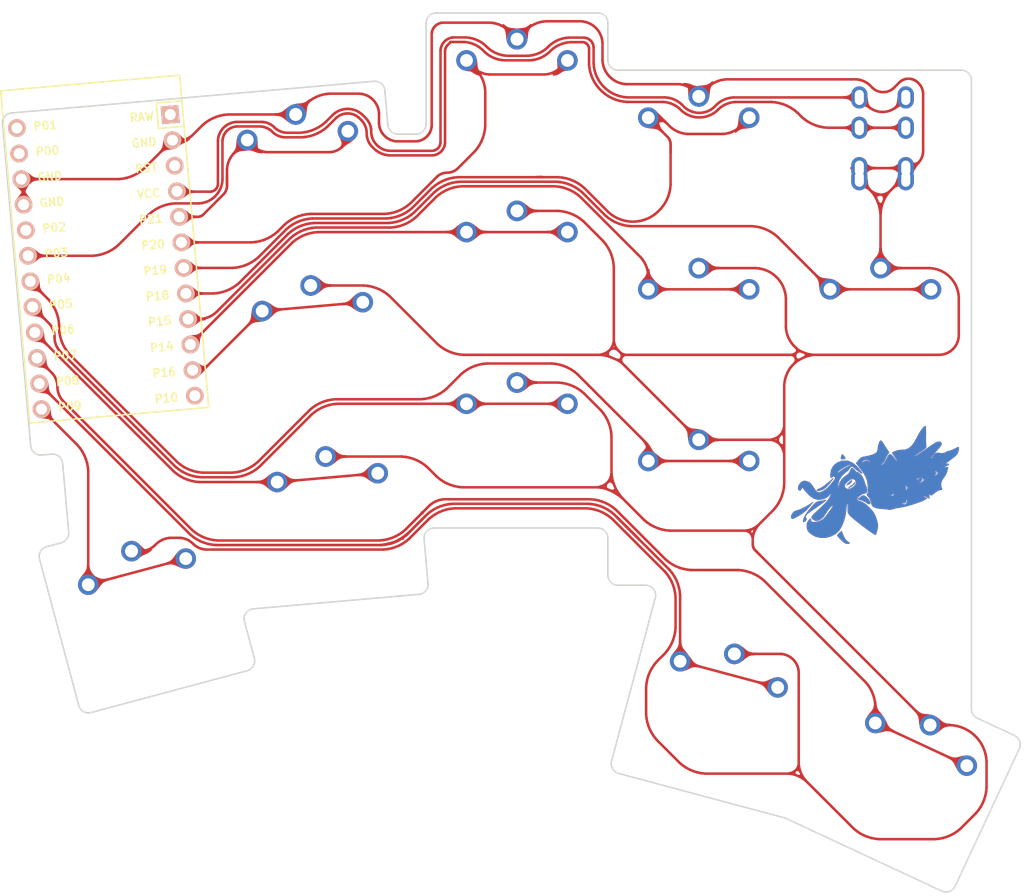
<source format=kicad_pcb>
(kicad_pcb (version 20171130) (host pcbnew "(5.1.10)-1")
  (title_block (title KEYBOARD_NAME_HERE) (rev VERSION_HERE) (company YOUR_NAME_HERE))
  (layers (0 F.Cu signal) (31 B.Cu signal) (34 B.Paste user) (35 F.Paste user) (36 B.SilkS user) (37 F.SilkS user) (38 B.Mask user) (39 F.Mask user) (44 Edge.Cuts user))
  (net 0 "")
  (net 1 P9)
  (net 2 GND)
  (net 3 P6)
  (net 4 P16)
  (net 5 P21)
  (net 6 P5)
  (net 7 P14)
  (net 8 P20)
  (net 9 P4)
  (net 10 P15)
  (net 11 P19)
  (net 12 P18)
  (net 13 P8)
  (net 14 P7)
  (net 15 RAW)
  (net 16 RST)
  (net 17 VCC)
  (net 18 P10)
  (net 19 P1)
  (net 20 P0)
  (net 21 P2)
  (net 22 P3)
  (module "Kicad:flam test filled" (layer F.Cu) (at 85.67 -28.68)
    (fp_text reference G*** hide)
    (fp_text value LOGO hide)
    (fp_poly (pts (xy -2.249867 -0.443565) (xy -2.261054 -0.34025) (xy -2.335574 -0.226561) (xy -2.474941 -0.104056) (xy -2.630232 -0.004728) (xy -2.752523 0.039428) (xy -2.794 0.008269) (xy -2.735161 -0.08783) (xy -2.594275 -0.234004) (xy -2.424783 -0.378761) (xy -2.315062 -0.453188) (xy -2.249867 -0.443565)) (layer B.Cu) (width 0.01))
    (fp_poly (pts (xy -1.953541 -0.254917) (xy -1.953063 -0.245956) (xy -2.025859 -0.06289) (xy -2.246196 0.133409) (xy -2.455333 0.256982) (xy -2.596321 0.324051) (xy -2.610403 0.302657) (xy -2.553521 0.228807) (xy -2.387301 0.090085) (xy -2.290461 0.043749) (xy -2.137807 -0.066097) (xy -2.049837 -0.192363) (xy -1.980673 -0.303028) (xy -1.953541 -0.254917)) (layer B.Cu) (width 0.01))
    (fp_poly (pts (xy -3.100732 -2.948718) (xy -3.044092 -2.877402) (xy -2.912214 -2.682259) (xy -2.906797 -2.579915) (xy -3.035214 -2.542785) (xy -3.13428 -2.54) (xy -3.309664 -2.555009) (xy -3.358256 -2.632661) (xy -3.334036 -2.772833) (xy -3.271741 -2.983703) (xy -3.204403 -3.038569) (xy -3.100732 -2.948718)) (layer B.Cu) (width 0.01))
    (fp_poly (pts (xy -4.074709 -0.648417) (xy -4.113311 -0.592667) (xy -4.485154 -0.110788) (xy -4.808003 0.238418) (xy -5.043621 0.427013) (xy -5.259478 0.527182) (xy -5.485229 0.583872) (xy -5.668196 0.589852) (xy -5.755697 0.537887) (xy -5.757333 0.525008) (xy -5.685972 0.454956) (xy -5.509925 0.368656) (xy -5.466121 0.352047) (xy -5.243159 0.237715) (xy -4.96857 0.051265) (xy -4.767621 -0.110783) (xy -4.524097 -0.32099) (xy -4.308188 -0.501277) (xy -4.191 -0.593988) (xy -4.075947 -0.673826) (xy -4.074709 -0.648417)) (layer B.Cu) (width 0.01))
    (fp_poly (pts (xy -0.906923 1.125651) (xy -0.704627 1.310439) (xy -0.526108 1.535812) (xy -0.447672 1.730701) (xy -0.461478 1.866778) (xy -0.559686 1.915717) (xy -0.734455 1.84919) (xy -0.833515 1.776101) (xy -1.046209 1.646431) (xy -1.321432 1.534526) (xy -1.382969 1.516379) (xy -1.733909 1.42188) (xy -1.480788 1.219361) (xy -1.261114 1.068476) (xy -1.086972 1.035228) (xy -0.906923 1.125651)) (layer B.Cu) (width 0.01))
    (fp_poly (pts (xy 5.047361 -5.762985) (xy 5.067157 -5.548264) (xy 5.076158 -5.231321) (xy 5.073508 -4.8895) (xy 5.069795 -4.494355) (xy 5.076264 -4.154424) (xy 5.091552 -3.909861) (xy 5.110193 -3.807551) (xy 5.097826 -3.710206) (xy 4.973684 -3.57611) (xy 4.721056 -3.389067) (xy 4.586066 -3.299551) (xy 4.211217 -3.055509) (xy 3.964967 -2.8933) (xy 3.83383 -2.802644) (xy 3.804317 -2.77326) (xy 3.862941 -2.794867) (xy 3.996215 -2.857184) (xy 4.021667 -2.869339) (xy 4.222024 -2.982664) (xy 4.517728 -3.17184) (xy 4.869057 -3.41059) (xy 5.236289 -3.672639) (xy 5.238961 -3.674595) (xy 5.682386 -3.986553) (xy 6.018814 -4.190131) (xy 6.265948 -4.291512) (xy 6.441488 -4.296877) (xy 6.563134 -4.212409) (xy 6.602784 -4.150939) (xy 6.629848 -4.055926) (xy 6.597659 -3.942127) (xy 6.488958 -3.78087) (xy 6.286485 -3.543481) (xy 6.140096 -3.382269) (xy 5.902202 -3.108343) (xy 5.717266 -2.86735) (xy 5.610683 -2.693888) (xy 5.594684 -2.639163) (xy 5.60915 -2.549208) (xy 5.64864 -2.623471) (xy 5.64909 -2.624667) (xy 5.730009 -2.78188) (xy 5.85677 -2.980192) (xy 5.969765 -3.11666) (xy 6.095488 -3.174715) (xy 6.296753 -3.174091) (xy 6.428825 -3.15991) (xy 6.746854 -3.147333) (xy 6.968442 -3.207038) (xy 7.037633 -3.248885) (xy 7.242315 -3.352672) (xy 7.398567 -3.386667) (xy 7.566422 -3.428081) (xy 7.804472 -3.533061) (xy 7.924774 -3.598804) (xy 8.139901 -3.707789) (xy 8.290672 -3.7525) (xy 8.329452 -3.741861) (xy 8.336816 -3.623304) (xy 8.303734 -3.409928) (xy 8.284267 -3.326565) (xy 8.185198 -3.072709) (xy 8.007103 -2.861061) (xy 7.802361 -2.700039) (xy 7.570098 -2.527581) (xy 7.390355 -2.381109) (xy 7.323667 -2.316521) (xy 7.178815 -2.222517) (xy 7.027334 -2.17652) (xy 6.911405 -2.151107) (xy 6.949237 -2.136444) (xy 7.090834 -2.128197) (xy 7.303055 -2.092557) (xy 7.352793 -2.020523) (xy 7.238748 -1.927592) (xy 7.112 -1.875354) (xy 6.915295 -1.793967) (xy 6.869016 -1.746015) (xy 6.976287 -1.742523) (xy 7.079076 -1.759077) (xy 7.234271 -1.771121) (xy 7.266911 -1.702695) (xy 7.25243 -1.641502) (xy 7.196553 -1.43774) (xy 7.147268 -1.241234) (xy 7.0467 -1.005146) (xy 6.893108 -0.788536) (xy 6.670778 -0.463257) (xy 6.567666 -0.118411) (xy 6.59831 0.196486) (xy 6.601459 0.204983) (xy 6.670853 0.402039) (xy 6.661984 0.487273) (xy 6.555632 0.507565) (xy 6.477244 0.508) (xy 6.278326 0.568519) (xy 6.028143 0.72938) (xy 5.92319 0.817546) (xy 5.692472 1.000771) (xy 5.540467 1.048134) (xy 5.444044 0.959057) (xy 5.394732 0.804333) (xy 5.379439 0.774384) (xy 5.383344 0.88767) (xy 5.39354 1.000098) (xy 5.430622 1.365197) (xy 5.174849 1.232932) (xy 4.967976 1.142796) (xy 4.814859 1.104459) (xy 4.809038 1.104485) (xy 4.799825 1.134064) (xy 4.919516 1.201874) (xy 4.952137 1.21623) (xy 5.205273 1.324157) (xy 4.99447 1.45978) (xy 4.750706 1.583827) (xy 4.387967 1.728909) (xy 3.952766 1.880182) (xy 3.491616 2.022803) (xy 3.051031 2.14193) (xy 2.677523 2.222719) (xy 2.54 2.24304) (xy 2.216642 2.292015) (xy 1.933372 2.355786) (xy 1.778 2.40943) (xy 1.511474 2.46975) (xy 1.354667 2.450321) (xy 1.145265 2.41179) (xy 0.853466 2.385099) (xy 0.701373 2.379106) (xy 0.378956 2.346389) (xy 0.074576 2.273447) (xy -0.029798 2.232593) (xy -0.231251 2.106242) (xy -0.329802 1.935565) (xy -0.364548 1.757479) (xy -0.386035 1.693883) (xy 2.630053 1.693883) (xy 2.651514 1.738184) (xy 2.698534 1.799167) (xy 2.874504 1.93143) (xy 3.048009 1.923001) (xy 3.168999 1.78008) (xy 3.181654 1.7393) (xy 3.205874 1.536902) (xy 3.189951 1.4218) (xy 3.157453 1.412493) (xy 3.13956 1.541124) (xy 3.139351 1.547824) (xy 3.078366 1.760221) (xy 2.934725 1.843183) (xy 2.744347 1.777565) (xy 2.729422 1.766305) (xy 2.630053 1.693883) (xy -0.386035 1.693883) (xy -0.488356 1.391049) (xy -0.644051 1.175886) (xy -0.735465 1.063836) (xy 1.582253 1.063836) (xy 1.603389 1.098022) (xy 1.608667 1.098122) (xy 1.791481 1.054346) (xy 1.860215 1.019307) (xy 1.955398 0.936433) (xy 1.921455 0.908208) (xy 1.791605 0.941138) (xy 1.693334 0.986622) (xy 1.582253 1.063836) (xy -0.735465 1.063836) (xy -0.766731 1.025512) (xy -0.795624 0.939313) (xy -0.77784 0.931333) (xy -0.717874 0.854338) (xy -0.685013 0.64976) (xy -0.682059 0.492225) (xy 2.977224 0.492225) (xy 3.016467 0.501316) (xy 3.1475 0.448916) (xy 3.208011 0.392233) (xy 3.253683 0.26901) (xy 3.173998 0.168502) (xy 3.044845 0.103458) (xy 2.98951 0.114935) (xy 2.999818 0.165038) (xy 3.033889 0.169333) (xy 3.119518 0.227962) (xy 3.119712 0.348426) (xy 3.036546 0.447596) (xy 3.026834 0.451927) (xy 2.977224 0.492225) (xy -0.682059 0.492225) (xy -0.679526 0.357209) (xy -0.701682 0.016296) (xy -0.715665 -0.081357) (xy 4.275667 -0.081357) (xy 4.595467 -0.262065) (xy 4.790949 -0.388325) (xy 4.852622 -0.4826) (xy 4.817933 -0.560054) (xy 4.686049 -0.660843) (xy 4.625133 -0.676037) (xy 4.600888 -0.640367) (xy 4.656667 -0.592537) (xy 4.718713 -0.52157) (xy 4.671629 -0.426905) (xy 4.529667 -0.295845) (xy 4.275667 -0.081357) (xy -0.715665 -0.081357) (xy -0.751751 -0.333369) (xy -0.768677 -0.417588) (xy -0.807371 -0.534922) (xy 4.095576 -0.534922) (xy 4.148667 -0.515247) (xy 4.329409 -0.555227) (xy 4.402667 -0.592667) (xy 4.469164 -0.656159) (xy 4.407607 -0.664175) (xy 4.249933 -0.616716) (xy 4.191 -0.592667) (xy 4.095576 -0.534922) (xy -0.807371 -0.534922) (xy -0.871673 -0.729901) (xy -0.949268 -0.871209) (xy 5.864067 -0.871209) (xy 5.985451 -0.927008) (xy 6.154236 -1.034048) (xy 6.229132 -1.110588) (xy 6.218563 -1.221837) (xy 6.102567 -1.319323) (xy 5.969 -1.350796) (xy 5.95977 -1.31665) (xy 6.034974 -1.261834) (xy 6.128932 -1.190406) (xy 6.106689 -1.113437) (xy 5.992641 -1.005628) (xy 5.865194 -0.891397) (xy 5.864067 -0.871209) (xy -0.949268 -0.871209) (xy -1.062632 -1.077654) (xy -1.358121 -1.49314) (xy -1.856221 -2.14277) (xy -1.834757 -2.169871) (xy -1.309381 -2.169871) (xy -1.216533 -2.218533) (xy -1.131989 -2.27823) (xy -0.932022 -2.400789) (xy -0.784331 -2.415866) (xy -0.693055 -2.379081) (xy -0.528543 -2.306774) (xy -0.450066 -2.28939) (xy -0.465391 -2.325409) (xy -0.594987 -2.408725) (xy -0.614093 -2.41923) (xy -0.867129 -2.491584) (xy -1.097727 -2.408353) (xy -1.276963 -2.232106) (xy -1.309381 -2.169871) (xy -1.834757 -2.169871) (xy -1.6079 -2.456301) (xy -1.421804 -2.657763) (xy -1.227581 -2.764346) (xy -0.946086 -2.818787) (xy -0.933873 -2.82025) (xy -0.586101 -2.888103) (xy -0.231498 -2.996789) (xy -0.133405 -3.036444) (xy 0.095263 -3.150202) (xy 0.214628 -3.269596) (xy 0.27261 -3.45898) (xy 0.295128 -3.611943) (xy 0.365822 -4.00197) (xy 0.456222 -4.270212) (xy 0.558598 -4.395866) (xy 0.5889 -4.402667) (xy 0.687057 -4.337123) (xy 0.808488 -4.178522) (xy 0.813784 -4.169834) (xy 0.946562 -3.957681) (xy 1.120262 -3.690044) (xy 1.19872 -3.571877) (xy 1.443301 -3.206753) (xy 1.277838 -2.996401) (xy 1.136341 -2.756514) (xy 1.057687 -2.537056) (xy 0.950368 -2.303395) (xy 0.786415 -2.117699) (xy 0.663238 -2.004067) (xy 0.644716 -1.948451) (xy 0.652793 -1.947334) (xy 0.794202 -2.020642) (xy 0.821198 -2.052242) (xy 6.556055 -2.052242) (xy 6.639278 -2.038684) (xy 6.749092 -2.054251) (xy 6.750403 -2.083153) (xy 6.637086 -2.103364) (xy 6.588125 -2.089837) (xy 6.556055 -2.052242) (xy 0.821198 -2.052242) (xy 0.958496 -2.212949) (xy 1.11437 -2.482824) (xy 1.187015 -2.654299) (xy 1.33322 -2.929948) (xy 1.501876 -3.041437) (xy 1.682809 -2.987106) (xy 1.865845 -2.765295) (xy 1.865994 -2.765041) (xy 2.011993 -2.563538) (xy 2.155635 -2.433965) (xy 2.184069 -2.420354) (xy 2.27994 -2.394629) (xy 2.234138 -2.44674) (xy 2.198434 -2.476292) (xy 2.073933 -2.615608) (xy 1.925537 -2.830429) (xy 1.887612 -2.893355) (xy 1.706689 -3.204377) (xy 1.987973 -3.337855) (xy 2.254545 -3.422137) (xy 2.573623 -3.468335) (xy 2.662834 -3.471333) (xy 3.037565 -3.506349) (xy 3.350622 -3.624691) (xy 3.626002 -3.846305) (xy 3.887698 -4.191136) (xy 4.159706 -4.679127) (xy 4.190758 -4.741333) (xy 4.407658 -5.14144) (xy 4.624623 -5.474578) (xy 4.821637 -5.714139) (xy 4.978685 -5.833515) (xy 5.018698 -5.842) (xy 5.047361 -5.762985)) (layer B.Cu) (width 0.01))
    (fp_poly (pts (xy -6.136713 1.764455) (xy -6.280411 1.950325) (xy -6.434666 2.141325) (xy -6.804196 2.547636) (xy -7.190436 2.858968) (xy -7.503423 3.050411) (xy -7.815587 3.223442) (xy -8.012348 3.326242) (xy -8.126157 3.371122) (xy -8.189462 3.370396) (xy -8.234714 3.336374) (xy -8.240889 3.330222) (xy -8.292681 3.173261) (xy -8.240893 2.964097) (xy -8.115641 2.754448) (xy -7.947037 2.596034) (xy -7.780774 2.54) (xy -7.60362 2.498175) (xy -7.329025 2.387626) (xy -7.002282 2.230739) (xy -6.66868 2.049903) (xy -6.373511 1.867506) (xy -6.265333 1.790913) (xy -6.135859 1.698582) (xy -6.090757 1.685152) (xy -6.136713 1.764455)) (layer B.Cu) (width 0.01))
    (fp_poly (pts (xy -4.849244 1.548949) (xy -5.020451 1.695542) (xy -5.294972 1.903378) (xy -5.659916 2.162115) (xy -6.0325 2.414946) (xy -6.433638 2.693733) (xy -6.696288 2.904404) (xy -6.832118 3.05712) (xy -6.858 3.133683) (xy -6.821112 3.27069) (xy -6.770354 3.302) (xy -6.727543 3.35297) (xy -6.771882 3.468958) (xy -6.871454 3.594579) (xy -6.982648 3.670382) (xy -7.093412 3.659097) (xy -7.112 3.592957) (xy -7.044565 3.304437) (xy -6.847855 2.931799) (xy -6.530263 2.489523) (xy -6.338113 2.257639) (xy -6.082081 1.968257) (xy -5.893526 1.783953) (xy -5.734563 1.677242) (xy -5.567311 1.620639) (xy -5.426632 1.59634) (xy -5.151142 1.549733) (xy -4.923494 1.497932) (xy -4.868333 1.480865) (xy -4.794241 1.473943) (xy -4.849244 1.548949)) (layer B.Cu) (width 0.01))
    (fp_poly (pts (xy -2.674926 -2.395941) (xy -2.229454 -2.217519) (xy -1.802776 -1.885928) (xy -1.546298 -1.596583) (xy -1.374347 -1.366867) (xy -1.258913 -1.195006) (xy -1.224678 -1.117786) (xy -1.224874 -1.11757) (xy -1.310814 -1.137898) (xy -1.481158 -1.234613) (xy -1.689824 -1.376178) (xy -1.890731 -1.531058) (xy -2.037798 -1.667715) (xy -2.05083 -1.682824) (xy -2.226395 -1.804467) (xy -2.39146 -1.772065) (xy -2.497073 -1.610538) (xy -2.592347 -1.474384) (xy -2.778785 -1.302706) (xy -2.886649 -1.222135) (xy -3.275597 -0.864852) (xy -3.52681 -0.43825) (xy -3.626197 0.031834) (xy -3.626434 0.134438) (xy -3.617205 0.368286) (xy -3.608304 0.440393) (xy -3.595338 0.358285) (xy -3.581362 0.211667) (xy -3.549472 0.072819) (xy -2.988482 0.072819) (xy -2.96065 0.234142) (xy -2.914784 0.290453) (xy -2.690793 0.410961) (xy -2.419075 0.370651) (xy -2.145825 0.207358) (xy -1.933469 -0.019985) (xy -1.861904 -0.254021) (xy -1.939232 -0.463579) (xy -1.964266 -0.491067) (xy -2.159278 -0.586033) (xy -2.40181 -0.523765) (xy -2.620079 -0.371868) (xy -2.877547 -0.123369) (xy -2.988482 0.072819) (xy -3.549472 0.072819) (xy -3.477944 -0.238605) (xy -3.246154 -0.601295) (xy -2.895413 -0.889929) (xy -2.608929 -1.116754) (xy -2.457955 -1.347646) (xy -2.43568 -1.418167) (xy -2.340434 -1.631218) (xy -2.210598 -1.679354) (xy -2.055302 -1.561252) (xy -1.997452 -1.481667) (xy -1.861446 -1.329535) (xy -1.740228 -1.27) (xy -1.557573 -1.196187) (xy -1.358112 -1.003103) (xy -1.174974 -0.73328) (xy -1.041289 -0.429248) (xy -1.016547 -0.340947) (xy -0.944585 -0.089549) (xy -0.872582 0.08638) (xy -0.838159 0.132258) (xy -0.789543 0.239629) (xy -0.763425 0.447901) (xy -0.762 0.512997) (xy -0.774941 0.730177) (xy -0.831834 0.825764) (xy -0.954828 0.846667) (xy -1.173167 0.899056) (xy -1.414923 1.030535) (xy -1.627714 1.202565) (xy -1.759155 1.37661) (xy -1.778 1.452252) (xy -1.704261 1.511412) (xy -1.518343 1.584323) (xy -1.418166 1.6137) (xy -1.149186 1.726338) (xy -0.854688 1.93705) (xy -0.539215 2.230797) (xy -0.259299 2.527814) (xy -0.071223 2.780213) (xy 0.064425 3.05037) (xy 0.174067 3.359652) (xy 0.273322 3.691326) (xy 0.319201 3.930277) (xy 0.317156 4.142565) (xy 0.272639 4.394252) (xy 0.263033 4.437708) (xy 0.193353 4.702133) (xy 0.123682 4.892316) (xy 0.083338 4.953821) (xy -0.008329 4.922044) (xy -0.205369 4.801754) (xy -0.482513 4.612172) (xy -0.814491 4.372516) (xy -1.176032 4.102006) (xy -1.541866 3.81986) (xy -1.886723 3.545298) (xy -2.185334 3.297538) (xy -2.412427 3.095801) (xy -2.542734 2.959305) (xy -2.54729 2.953095) (xy -2.659168 2.74547) (xy -2.701134 2.501039) (xy -2.695846 2.248866) (xy -2.688451 2.00439) (xy -2.699719 1.852614) (xy -2.718076 1.82554) (xy -2.748964 1.919386) (xy -2.783061 2.137446) (xy -2.813553 2.434898) (xy -2.816648 2.473818) (xy -2.901553 3.038488) (xy -3.059428 3.607356) (xy -3.27053 4.121969) (xy -3.504421 4.510019) (xy -3.86463 4.854771) (xy -4.318737 5.098574) (xy -4.825225 5.233435) (xy -5.342581 5.251364) (xy -5.829289 5.144367) (xy -6.10059 5.009794) (xy -6.408934 4.795808) (xy -6.596984 4.607823) (xy -6.698592 4.401755) (xy -6.743058 4.173154) (xy -6.724118 3.828555) (xy -6.607143 3.572976) (xy -6.476315 3.414586) (xy -6.360586 3.347373) (xy -6.296944 3.379922) (xy -6.31623 3.505452) (xy -6.297251 3.616189) (xy -6.158512 3.671334) (xy -5.938541 3.675454) (xy -5.675866 3.633112) (xy -5.409015 3.548874) (xy -5.176515 3.427305) (xy -5.092034 3.360405) (xy -4.95102 3.207993) (xy -4.76604 2.980113) (xy -4.565471 2.715615) (xy -4.377691 2.453348) (xy -4.231077 2.232162) (xy -4.154007 2.090906) (xy -4.148666 2.068908) (xy -4.192619 2.05211) (xy -4.305963 2.142371) (xy -4.460927 2.308068) (xy -4.629736 2.517574) (xy -4.784621 2.739268) (xy -4.876668 2.897886) (xy -5.098707 3.217508) (xy -5.370525 3.438554) (xy -5.659678 3.549857) (xy -5.933723 3.540252) (xy -6.16022 3.398573) (xy -6.197603 3.352521) (xy -6.251602 3.269904) (xy -6.267559 3.193228) (xy -6.229322 3.099911) (xy -6.120736 2.967374) (xy -5.925647 2.773038) (xy -5.627902 2.494321) (xy -5.496923 2.373095) (xy -5.10011 1.9978) (xy -4.812851 1.702311) (xy -4.613659 1.459186) (xy -4.481046 1.240985) (xy -4.393524 1.020267) (xy -4.367966 0.931333) (xy -4.334726 0.794984) (xy -4.353885 0.79839) (xy -4.44065 0.945387) (xy -4.443495 0.950371) (xy -4.643128 1.191883) (xy -4.940787 1.359069) (xy -5.247341 1.449276) (xy -5.665363 1.472769) (xy -6.072131 1.344902) (xy -6.476867 1.060503) (xy -6.888798 0.6144) (xy -7.00269 0.465231) (xy -7.126885 0.304345) (xy -7.189926 0.27043) (xy -7.23095 0.354018) (xy -7.246471 0.406266) (xy -7.345487 0.551357) (xy -7.477476 0.56187) (xy -7.582763 0.444968) (xy -7.604149 0.363336) (xy -7.564626 0.072848) (xy -7.376969 -0.194242) (xy -7.232183 -0.308585) (xy -7.060163 -0.39358) (xy -6.879632 -0.396584) (xy -6.68862 -0.348656) (xy -6.483895 -0.263501) (xy -6.313945 -0.122716) (xy -6.135671 0.114233) (xy -6.045424 0.256263) (xy -5.839453 0.558817) (xy -5.661232 0.718556) (xy -5.470311 0.747656) (xy -5.226243 0.658293) (xy -5.045105 0.557402) (xy -4.846187 0.422246) (xy -4.643273 0.241651) (xy -4.409227 -0.012333) (xy -4.116911 -0.367658) (xy -3.986716 -0.532755) (xy -3.926616 -0.686574) (xy -3.966386 -0.803976) (xy -4.070539 -0.836123) (xy -4.1656 -0.778933) (xy -4.296872 -0.686132) (xy -4.372492 -0.738186) (xy -4.401591 -0.944356) (xy -4.402666 -1.019373) (xy -4.373981 -1.194981) (xy -3.705096 -1.194981) (xy -3.695222 -1.188378) (xy -3.590316 -1.236697) (xy -3.416819 -1.361024) (xy -3.356555 -1.410397) (xy -3.117416 -1.580674) (xy -2.813602 -1.756615) (xy -2.667 -1.828853) (xy -2.456679 -1.933529) (xy -2.347374 -2.00572) (xy -2.352314 -2.027123) (xy -2.509362 -1.987279) (xy -2.755603 -1.876816) (xy -3.041536 -1.722259) (xy -3.317659 -1.550135) (xy -3.513666 -1.404823) (xy -3.655974 -1.271267) (xy -3.705096 -1.194981) (xy -4.373981 -1.194981) (xy -4.325737 -1.490313) (xy -4.106332 -1.885919) (xy -3.76153 -2.187574) (xy -3.308408 -2.376662) (xy -3.123967 -2.413311) (xy -2.674926 -2.395941)) (layer B.Cu) (width 0.01))
    (fp_poly (pts (xy -3.232242 4.672018) (xy -3.152798 4.872136) (xy -3.094461 5.02669) (xy -2.907309 5.385122) (xy -2.698974 5.577024) (xy -2.505953 5.709901) (xy -2.47575 5.796725) (xy -2.608394 5.838064) (xy -2.712492 5.842) (xy -2.906498 5.803824) (xy -3.114326 5.672335) (xy -3.347492 5.453229) (xy -3.542781 5.243288) (xy -3.679273 5.079355) (xy -3.725333 5.002321) (xy -3.673146 4.911515) (xy -3.550845 4.778442) (xy -3.409818 4.651441) (xy -3.301453 4.578854) (xy -3.275022 4.578722) (xy -3.232242 4.672018)) (layer B.Cu) (width 0.01))
    (fp_poly (pts (xy -2.249867 -0.443565) (xy -2.261054 -0.34025) (xy -2.335574 -0.226561) (xy -2.474941 -0.104056) (xy -2.630232 -0.004728) (xy -2.752523 0.039428) (xy -2.794 0.008269) (xy -2.735161 -0.08783) (xy -2.594275 -0.234004) (xy -2.424783 -0.378761) (xy -2.315062 -0.453188) (xy -2.249867 -0.443565)) (layer F.Cu) (width 0.01))
    (fp_poly (pts (xy -1.953541 -0.254917) (xy -1.953063 -0.245956) (xy -2.025859 -0.06289) (xy -2.246196 0.133409) (xy -2.455333 0.256982) (xy -2.596321 0.324051) (xy -2.610403 0.302657) (xy -2.553521 0.228807) (xy -2.387301 0.090085) (xy -2.290461 0.043749) (xy -2.137807 -0.066097) (xy -2.049837 -0.192363) (xy -1.980673 -0.303028) (xy -1.953541 -0.254917)) (layer F.Cu) (width 0.01))
    (fp_poly (pts (xy -3.100732 -2.948718) (xy -3.044092 -2.877402) (xy -2.912214 -2.682259) (xy -2.906797 -2.579915) (xy -3.035214 -2.542785) (xy -3.13428 -2.54) (xy -3.309664 -2.555009) (xy -3.358256 -2.632661) (xy -3.334036 -2.772833) (xy -3.271741 -2.983703) (xy -3.204403 -3.038569) (xy -3.100732 -2.948718)) (layer F.Cu) (width 0.01))
    (fp_poly (pts (xy -4.074709 -0.648417) (xy -4.113311 -0.592667) (xy -4.485154 -0.110788) (xy -4.808003 0.238418) (xy -5.043621 0.427013) (xy -5.259478 0.527182) (xy -5.485229 0.583872) (xy -5.668196 0.589852) (xy -5.755697 0.537887) (xy -5.757333 0.525008) (xy -5.685972 0.454956) (xy -5.509925 0.368656) (xy -5.466121 0.352047) (xy -5.243159 0.237715) (xy -4.96857 0.051265) (xy -4.767621 -0.110783) (xy -4.524097 -0.32099) (xy -4.308188 -0.501277) (xy -4.191 -0.593988) (xy -4.075947 -0.673826) (xy -4.074709 -0.648417)) (layer F.Cu) (width 0.01))
    (fp_poly (pts (xy -0.906923 1.125651) (xy -0.704627 1.310439) (xy -0.526108 1.535812) (xy -0.447672 1.730701) (xy -0.461478 1.866778) (xy -0.559686 1.915717) (xy -0.734455 1.84919) (xy -0.833515 1.776101) (xy -1.046209 1.646431) (xy -1.321432 1.534526) (xy -1.382969 1.516379) (xy -1.733909 1.42188) (xy -1.480788 1.219361) (xy -1.261114 1.068476) (xy -1.086972 1.035228) (xy -0.906923 1.125651)) (layer F.Cu) (width 0.01))
    (fp_poly (pts (xy 5.047361 -5.762985) (xy 5.067157 -5.548264) (xy 5.076158 -5.231321) (xy 5.073508 -4.8895) (xy 5.069795 -4.494355) (xy 5.076264 -4.154424) (xy 5.091552 -3.909861) (xy 5.110193 -3.807551) (xy 5.097826 -3.710206) (xy 4.973684 -3.57611) (xy 4.721056 -3.389067) (xy 4.586066 -3.299551) (xy 4.211217 -3.055509) (xy 3.964967 -2.8933) (xy 3.83383 -2.802644) (xy 3.804317 -2.77326) (xy 3.862941 -2.794867) (xy 3.996215 -2.857184) (xy 4.021667 -2.869339) (xy 4.222024 -2.982664) (xy 4.517728 -3.17184) (xy 4.869057 -3.41059) (xy 5.236289 -3.672639) (xy 5.238961 -3.674595) (xy 5.682386 -3.986553) (xy 6.018814 -4.190131) (xy 6.265948 -4.291512) (xy 6.441488 -4.296877) (xy 6.563134 -4.212409) (xy 6.602784 -4.150939) (xy 6.629848 -4.055926) (xy 6.597659 -3.942127) (xy 6.488958 -3.78087) (xy 6.286485 -3.543481) (xy 6.140096 -3.382269) (xy 5.902202 -3.108343) (xy 5.717266 -2.86735) (xy 5.610683 -2.693888) (xy 5.594684 -2.639163) (xy 5.60915 -2.549208) (xy 5.64864 -2.623471) (xy 5.64909 -2.624667) (xy 5.730009 -2.78188) (xy 5.85677 -2.980192) (xy 5.969765 -3.11666) (xy 6.095488 -3.174715) (xy 6.296753 -3.174091) (xy 6.428825 -3.15991) (xy 6.746854 -3.147333) (xy 6.968442 -3.207038) (xy 7.037633 -3.248885) (xy 7.242315 -3.352672) (xy 7.398567 -3.386667) (xy 7.566422 -3.428081) (xy 7.804472 -3.533061) (xy 7.924774 -3.598804) (xy 8.139901 -3.707789) (xy 8.290672 -3.7525) (xy 8.329452 -3.741861) (xy 8.336816 -3.623304) (xy 8.303734 -3.409928) (xy 8.284267 -3.326565) (xy 8.185198 -3.072709) (xy 8.007103 -2.861061) (xy 7.802361 -2.700039) (xy 7.570098 -2.527581) (xy 7.390355 -2.381109) (xy 7.323667 -2.316521) (xy 7.178815 -2.222517) (xy 7.027334 -2.17652) (xy 6.911405 -2.151107) (xy 6.949237 -2.136444) (xy 7.090834 -2.128197) (xy 7.303055 -2.092557) (xy 7.352793 -2.020523) (xy 7.238748 -1.927592) (xy 7.112 -1.875354) (xy 6.915295 -1.793967) (xy 6.869016 -1.746015) (xy 6.976287 -1.742523) (xy 7.079076 -1.759077) (xy 7.234271 -1.771121) (xy 7.266911 -1.702695) (xy 7.25243 -1.641502) (xy 7.196553 -1.43774) (xy 7.147268 -1.241234) (xy 7.0467 -1.005146) (xy 6.893108 -0.788536) (xy 6.670778 -0.463257) (xy 6.567666 -0.118411) (xy 6.59831 0.196486) (xy 6.601459 0.204983) (xy 6.670853 0.402039) (xy 6.661984 0.487273) (xy 6.555632 0.507565) (xy 6.477244 0.508) (xy 6.278326 0.568519) (xy 6.028143 0.72938) (xy 5.92319 0.817546) (xy 5.692472 1.000771) (xy 5.540467 1.048134) (xy 5.444044 0.959057) (xy 5.394732 0.804333) (xy 5.379439 0.774384) (xy 5.383344 0.88767) (xy 5.39354 1.000098) (xy 5.430622 1.365197) (xy 5.174849 1.232932) (xy 4.967976 1.142796) (xy 4.814859 1.104459) (xy 4.809038 1.104485) (xy 4.799825 1.134064) (xy 4.919516 1.201874) (xy 4.952137 1.21623) (xy 5.205273 1.324157) (xy 4.99447 1.45978) (xy 4.750706 1.583827) (xy 4.387967 1.728909) (xy 3.952766 1.880182) (xy 3.491616 2.022803) (xy 3.051031 2.14193) (xy 2.677523 2.222719) (xy 2.54 2.24304) (xy 2.216642 2.292015) (xy 1.933372 2.355786) (xy 1.778 2.40943) (xy 1.511474 2.46975) (xy 1.354667 2.450321) (xy 1.145265 2.41179) (xy 0.853466 2.385099) (xy 0.701373 2.379106) (xy 0.378956 2.346389) (xy 0.074576 2.273447) (xy -0.029798 2.232593) (xy -0.231251 2.106242) (xy -0.329802 1.935565) (xy -0.364548 1.757479) (xy -0.386035 1.693883) (xy 2.630053 1.693883) (xy 2.651514 1.738184) (xy 2.698534 1.799167) (xy 2.874504 1.93143) (xy 3.048009 1.923001) (xy 3.168999 1.78008) (xy 3.181654 1.7393) (xy 3.205874 1.536902) (xy 3.189951 1.4218) (xy 3.157453 1.412493) (xy 3.13956 1.541124) (xy 3.139351 1.547824) (xy 3.078366 1.760221) (xy 2.934725 1.843183) (xy 2.744347 1.777565) (xy 2.729422 1.766305) (xy 2.630053 1.693883) (xy -0.386035 1.693883) (xy -0.488356 1.391049) (xy -0.644051 1.175886) (xy -0.735465 1.063836) (xy 1.582253 1.063836) (xy 1.603389 1.098022) (xy 1.608667 1.098122) (xy 1.791481 1.054346) (xy 1.860215 1.019307) (xy 1.955398 0.936433) (xy 1.921455 0.908208) (xy 1.791605 0.941138) (xy 1.693334 0.986622) (xy 1.582253 1.063836) (xy -0.735465 1.063836) (xy -0.766731 1.025512) (xy -0.795624 0.939313) (xy -0.77784 0.931333) (xy -0.717874 0.854338) (xy -0.685013 0.64976) (xy -0.682059 0.492225) (xy 2.977224 0.492225) (xy 3.016467 0.501316) (xy 3.1475 0.448916) (xy 3.208011 0.392233) (xy 3.253683 0.26901) (xy 3.173998 0.168502) (xy 3.044845 0.103458) (xy 2.98951 0.114935) (xy 2.999818 0.165038) (xy 3.033889 0.169333) (xy 3.119518 0.227962) (xy 3.119712 0.348426) (xy 3.036546 0.447596) (xy 3.026834 0.451927) (xy 2.977224 0.492225) (xy -0.682059 0.492225) (xy -0.679526 0.357209) (xy -0.701682 0.016296) (xy -0.715665 -0.081357) (xy 4.275667 -0.081357) (xy 4.595467 -0.262065) (xy 4.790949 -0.388325) (xy 4.852622 -0.4826) (xy 4.817933 -0.560054) (xy 4.686049 -0.660843) (xy 4.625133 -0.676037) (xy 4.600888 -0.640367) (xy 4.656667 -0.592537) (xy 4.718713 -0.52157) (xy 4.671629 -0.426905) (xy 4.529667 -0.295845) (xy 4.275667 -0.081357) (xy -0.715665 -0.081357) (xy -0.751751 -0.333369) (xy -0.768677 -0.417588) (xy -0.807371 -0.534922) (xy 4.095576 -0.534922) (xy 4.148667 -0.515247) (xy 4.329409 -0.555227) (xy 4.402667 -0.592667) (xy 4.469164 -0.656159) (xy 4.407607 -0.664175) (xy 4.249933 -0.616716) (xy 4.191 -0.592667) (xy 4.095576 -0.534922) (xy -0.807371 -0.534922) (xy -0.871673 -0.729901) (xy -0.949268 -0.871209) (xy 5.864067 -0.871209) (xy 5.985451 -0.927008) (xy 6.154236 -1.034048) (xy 6.229132 -1.110588) (xy 6.218563 -1.221837) (xy 6.102567 -1.319323) (xy 5.969 -1.350796) (xy 5.95977 -1.31665) (xy 6.034974 -1.261834) (xy 6.128932 -1.190406) (xy 6.106689 -1.113437) (xy 5.992641 -1.005628) (xy 5.865194 -0.891397) (xy 5.864067 -0.871209) (xy -0.949268 -0.871209) (xy -1.062632 -1.077654) (xy -1.358121 -1.49314) (xy -1.856221 -2.14277) (xy -1.834757 -2.169871) (xy -1.309381 -2.169871) (xy -1.216533 -2.218533) (xy -1.131989 -2.27823) (xy -0.932022 -2.400789) (xy -0.784331 -2.415866) (xy -0.693055 -2.379081) (xy -0.528543 -2.306774) (xy -0.450066 -2.28939) (xy -0.465391 -2.325409) (xy -0.594987 -2.408725) (xy -0.614093 -2.41923) (xy -0.867129 -2.491584) (xy -1.097727 -2.408353) (xy -1.276963 -2.232106) (xy -1.309381 -2.169871) (xy -1.834757 -2.169871) (xy -1.6079 -2.456301) (xy -1.421804 -2.657763) (xy -1.227581 -2.764346) (xy -0.946086 -2.818787) (xy -0.933873 -2.82025) (xy -0.586101 -2.888103) (xy -0.231498 -2.996789) (xy -0.133405 -3.036444) (xy 0.095263 -3.150202) (xy 0.214628 -3.269596) (xy 0.27261 -3.45898) (xy 0.295128 -3.611943) (xy 0.365822 -4.00197) (xy 0.456222 -4.270212) (xy 0.558598 -4.395866) (xy 0.5889 -4.402667) (xy 0.687057 -4.337123) (xy 0.808488 -4.178522) (xy 0.813784 -4.169834) (xy 0.946562 -3.957681) (xy 1.120262 -3.690044) (xy 1.19872 -3.571877) (xy 1.443301 -3.206753) (xy 1.277838 -2.996401) (xy 1.136341 -2.756514) (xy 1.057687 -2.537056) (xy 0.950368 -2.303395) (xy 0.786415 -2.117699) (xy 0.663238 -2.004067) (xy 0.644716 -1.948451) (xy 0.652793 -1.947334) (xy 0.794202 -2.020642) (xy 0.821198 -2.052242) (xy 6.556055 -2.052242) (xy 6.639278 -2.038684) (xy 6.749092 -2.054251) (xy 6.750403 -2.083153) (xy 6.637086 -2.103364) (xy 6.588125 -2.089837) (xy 6.556055 -2.052242) (xy 0.821198 -2.052242) (xy 0.958496 -2.212949) (xy 1.11437 -2.482824) (xy 1.187015 -2.654299) (xy 1.33322 -2.929948) (xy 1.501876 -3.041437) (xy 1.682809 -2.987106) (xy 1.865845 -2.765295) (xy 1.865994 -2.765041) (xy 2.011993 -2.563538) (xy 2.155635 -2.433965) (xy 2.184069 -2.420354) (xy 2.27994 -2.394629) (xy 2.234138 -2.44674) (xy 2.198434 -2.476292) (xy 2.073933 -2.615608) (xy 1.925537 -2.830429) (xy 1.887612 -2.893355) (xy 1.706689 -3.204377) (xy 1.987973 -3.337855) (xy 2.254545 -3.422137) (xy 2.573623 -3.468335) (xy 2.662834 -3.471333) (xy 3.037565 -3.506349) (xy 3.350622 -3.624691) (xy 3.626002 -3.846305) (xy 3.887698 -4.191136) (xy 4.159706 -4.679127) (xy 4.190758 -4.741333) (xy 4.407658 -5.14144) (xy 4.624623 -5.474578) (xy 4.821637 -5.714139) (xy 4.978685 -5.833515) (xy 5.018698 -5.842) (xy 5.047361 -5.762985)) (layer F.Cu) (width 0.01))
    (fp_poly (pts (xy -6.136713 1.764455) (xy -6.280411 1.950325) (xy -6.434666 2.141325) (xy -6.804196 2.547636) (xy -7.190436 2.858968) (xy -7.503423 3.050411) (xy -7.815587 3.223442) (xy -8.012348 3.326242) (xy -8.126157 3.371122) (xy -8.189462 3.370396) (xy -8.234714 3.336374) (xy -8.240889 3.330222) (xy -8.292681 3.173261) (xy -8.240893 2.964097) (xy -8.115641 2.754448) (xy -7.947037 2.596034) (xy -7.780774 2.54) (xy -7.60362 2.498175) (xy -7.329025 2.387626) (xy -7.002282 2.230739) (xy -6.66868 2.049903) (xy -6.373511 1.867506) (xy -6.265333 1.790913) (xy -6.135859 1.698582) (xy -6.090757 1.685152) (xy -6.136713 1.764455)) (layer F.Cu) (width 0.01))
    (fp_poly (pts (xy -4.849244 1.548949) (xy -5.020451 1.695542) (xy -5.294972 1.903378) (xy -5.659916 2.162115) (xy -6.0325 2.414946) (xy -6.433638 2.693733) (xy -6.696288 2.904404) (xy -6.832118 3.05712) (xy -6.858 3.133683) (xy -6.821112 3.27069) (xy -6.770354 3.302) (xy -6.727543 3.35297) (xy -6.771882 3.468958) (xy -6.871454 3.594579) (xy -6.982648 3.670382) (xy -7.093412 3.659097) (xy -7.112 3.592957) (xy -7.044565 3.304437) (xy -6.847855 2.931799) (xy -6.530263 2.489523) (xy -6.338113 2.257639) (xy -6.082081 1.968257) (xy -5.893526 1.783953) (xy -5.734563 1.677242) (xy -5.567311 1.620639) (xy -5.426632 1.59634) (xy -5.151142 1.549733) (xy -4.923494 1.497932) (xy -4.868333 1.480865) (xy -4.794241 1.473943) (xy -4.849244 1.548949)) (layer F.Cu) (width 0.01))
    (fp_poly (pts (xy -2.674926 -2.395941) (xy -2.229454 -2.217519) (xy -1.802776 -1.885928) (xy -1.546298 -1.596583) (xy -1.374347 -1.366867) (xy -1.258913 -1.195006) (xy -1.224678 -1.117786) (xy -1.224874 -1.11757) (xy -1.310814 -1.137898) (xy -1.481158 -1.234613) (xy -1.689824 -1.376178) (xy -1.890731 -1.531058) (xy -2.037798 -1.667715) (xy -2.05083 -1.682824) (xy -2.226395 -1.804467) (xy -2.39146 -1.772065) (xy -2.497073 -1.610538) (xy -2.592347 -1.474384) (xy -2.778785 -1.302706) (xy -2.886649 -1.222135) (xy -3.275597 -0.864852) (xy -3.52681 -0.43825) (xy -3.626197 0.031834) (xy -3.626434 0.134438) (xy -3.617205 0.368286) (xy -3.608304 0.440393) (xy -3.595338 0.358285) (xy -3.581362 0.211667) (xy -3.549472 0.072819) (xy -2.988482 0.072819) (xy -2.96065 0.234142) (xy -2.914784 0.290453) (xy -2.690793 0.410961) (xy -2.419075 0.370651) (xy -2.145825 0.207358) (xy -1.933469 -0.019985) (xy -1.861904 -0.254021) (xy -1.939232 -0.463579) (xy -1.964266 -0.491067) (xy -2.159278 -0.586033) (xy -2.40181 -0.523765) (xy -2.620079 -0.371868) (xy -2.877547 -0.123369) (xy -2.988482 0.072819) (xy -3.549472 0.072819) (xy -3.477944 -0.238605) (xy -3.246154 -0.601295) (xy -2.895413 -0.889929) (xy -2.608929 -1.116754) (xy -2.457955 -1.347646) (xy -2.43568 -1.418167) (xy -2.340434 -1.631218) (xy -2.210598 -1.679354) (xy -2.055302 -1.561252) (xy -1.997452 -1.481667) (xy -1.861446 -1.329535) (xy -1.740228 -1.27) (xy -1.557573 -1.196187) (xy -1.358112 -1.003103) (xy -1.174974 -0.73328) (xy -1.041289 -0.429248) (xy -1.016547 -0.340947) (xy -0.944585 -0.089549) (xy -0.872582 0.08638) (xy -0.838159 0.132258) (xy -0.789543 0.239629) (xy -0.763425 0.447901) (xy -0.762 0.512997) (xy -0.774941 0.730177) (xy -0.831834 0.825764) (xy -0.954828 0.846667) (xy -1.173167 0.899056) (xy -1.414923 1.030535) (xy -1.627714 1.202565) (xy -1.759155 1.37661) (xy -1.778 1.452252) (xy -1.704261 1.511412) (xy -1.518343 1.584323) (xy -1.418166 1.6137) (xy -1.149186 1.726338) (xy -0.854688 1.93705) (xy -0.539215 2.230797) (xy -0.259299 2.527814) (xy -0.071223 2.780213) (xy 0.064425 3.05037) (xy 0.174067 3.359652) (xy 0.273322 3.691326) (xy 0.319201 3.930277) (xy 0.317156 4.142565) (xy 0.272639 4.394252) (xy 0.263033 4.437708) (xy 0.193353 4.702133) (xy 0.123682 4.892316) (xy 0.083338 4.953821) (xy -0.008329 4.922044) (xy -0.205369 4.801754) (xy -0.482513 4.612172) (xy -0.814491 4.372516) (xy -1.176032 4.102006) (xy -1.541866 3.81986) (xy -1.886723 3.545298) (xy -2.185334 3.297538) (xy -2.412427 3.095801) (xy -2.542734 2.959305) (xy -2.54729 2.953095) (xy -2.659168 2.74547) (xy -2.701134 2.501039) (xy -2.695846 2.248866) (xy -2.688451 2.00439) (xy -2.699719 1.852614) (xy -2.718076 1.82554) (xy -2.748964 1.919386) (xy -2.783061 2.137446) (xy -2.813553 2.434898) (xy -2.816648 2.473818) (xy -2.901553 3.038488) (xy -3.059428 3.607356) (xy -3.27053 4.121969) (xy -3.504421 4.510019) (xy -3.86463 4.854771) (xy -4.318737 5.098574) (xy -4.825225 5.233435) (xy -5.342581 5.251364) (xy -5.829289 5.144367) (xy -6.10059 5.009794) (xy -6.408934 4.795808) (xy -6.596984 4.607823) (xy -6.698592 4.401755) (xy -6.743058 4.173154) (xy -6.724118 3.828555) (xy -6.607143 3.572976) (xy -6.476315 3.414586) (xy -6.360586 3.347373) (xy -6.296944 3.379922) (xy -6.31623 3.505452) (xy -6.297251 3.616189) (xy -6.158512 3.671334) (xy -5.938541 3.675454) (xy -5.675866 3.633112) (xy -5.409015 3.548874) (xy -5.176515 3.427305) (xy -5.092034 3.360405) (xy -4.95102 3.207993) (xy -4.76604 2.980113) (xy -4.565471 2.715615) (xy -4.377691 2.453348) (xy -4.231077 2.232162) (xy -4.154007 2.090906) (xy -4.148666 2.068908) (xy -4.192619 2.05211) (xy -4.305963 2.142371) (xy -4.460927 2.308068) (xy -4.629736 2.517574) (xy -4.784621 2.739268) (xy -4.876668 2.897886) (xy -5.098707 3.217508) (xy -5.370525 3.438554) (xy -5.659678 3.549857) (xy -5.933723 3.540252) (xy -6.16022 3.398573) (xy -6.197603 3.352521) (xy -6.251602 3.269904) (xy -6.267559 3.193228) (xy -6.229322 3.099911) (xy -6.120736 2.967374) (xy -5.925647 2.773038) (xy -5.627902 2.494321) (xy -5.496923 2.373095) (xy -5.10011 1.9978) (xy -4.812851 1.702311) (xy -4.613659 1.459186) (xy -4.481046 1.240985) (xy -4.393524 1.020267) (xy -4.367966 0.931333) (xy -4.334726 0.794984) (xy -4.353885 0.79839) (xy -4.44065 0.945387) (xy -4.443495 0.950371) (xy -4.643128 1.191883) (xy -4.940787 1.359069) (xy -5.247341 1.449276) (xy -5.665363 1.472769) (xy -6.072131 1.344902) (xy -6.476867 1.060503) (xy -6.888798 0.6144) (xy -7.00269 0.465231) (xy -7.126885 0.304345) (xy -7.189926 0.27043) (xy -7.23095 0.354018) (xy -7.246471 0.406266) (xy -7.345487 0.551357) (xy -7.477476 0.56187) (xy -7.582763 0.444968) (xy -7.604149 0.363336) (xy -7.564626 0.072848) (xy -7.376969 -0.194242) (xy -7.232183 -0.308585) (xy -7.060163 -0.39358) (xy -6.879632 -0.396584) (xy -6.68862 -0.348656) (xy -6.483895 -0.263501) (xy -6.313945 -0.122716) (xy -6.135671 0.114233) (xy -6.045424 0.256263) (xy -5.839453 0.558817) (xy -5.661232 0.718556) (xy -5.470311 0.747656) (xy -5.226243 0.658293) (xy -5.045105 0.557402) (xy -4.846187 0.422246) (xy -4.643273 0.241651) (xy -4.409227 -0.012333) (xy -4.116911 -0.367658) (xy -3.986716 -0.532755) (xy -3.926616 -0.686574) (xy -3.966386 -0.803976) (xy -4.070539 -0.836123) (xy -4.1656 -0.778933) (xy -4.296872 -0.686132) (xy -4.372492 -0.738186) (xy -4.401591 -0.944356) (xy -4.402666 -1.019373) (xy -4.373981 -1.194981) (xy -3.705096 -1.194981) (xy -3.695222 -1.188378) (xy -3.590316 -1.236697) (xy -3.416819 -1.361024) (xy -3.356555 -1.410397) (xy -3.117416 -1.580674) (xy -2.813602 -1.756615) (xy -2.667 -1.828853) (xy -2.456679 -1.933529) (xy -2.347374 -2.00572) (xy -2.352314 -2.027123) (xy -2.509362 -1.987279) (xy -2.755603 -1.876816) (xy -3.041536 -1.722259) (xy -3.317659 -1.550135) (xy -3.513666 -1.404823) (xy -3.655974 -1.271267) (xy -3.705096 -1.194981) (xy -4.373981 -1.194981) (xy -4.325737 -1.490313) (xy -4.106332 -1.885919) (xy -3.76153 -2.187574) (xy -3.308408 -2.376662) (xy -3.123967 -2.413311) (xy -2.674926 -2.395941)) (layer F.Cu) (width 0.01))
    (fp_poly (pts (xy -3.232242 4.672018) (xy -3.152798 4.872136) (xy -3.094461 5.02669) (xy -2.907309 5.385122) (xy -2.698974 5.577024) (xy -2.505953 5.709901) (xy -2.47575 5.796725) (xy -2.608394 5.838064) (xy -2.712492 5.842) (xy -2.906498 5.803824) (xy -3.114326 5.672335) (xy -3.347492 5.453229) (xy -3.542781 5.243288) (xy -3.679273 5.079355) (xy -3.725333 5.002321) (xy -3.673146 4.911515) (xy -3.550845 4.778442) (xy -3.409818 4.651441) (xy -3.301453 4.578854) (xy -3.275022 4.578722) (xy -3.232242 4.672018)) (layer F.Cu) (width 0.01))
  )
  (module PG1350 (layer F.Cu) (at 13.600076 -16.420739 15)
    (fp_text reference S1 hide)
    (fp_text value "" hide)
    (pad "" np_thru_hole circle (at 0 0) (size 3.429 3.429) (drill 3.429) (layers *.Cu *.Mask))
    (pad "" np_thru_hole circle (at 5.5 0) (size 1.7018 1.7018) (drill 1.7018) (layers *.Cu *.Mask))
    (pad "" np_thru_hole circle (at -5.5 0) (size 1.7018 1.7018) (drill 1.7018) (layers *.Cu *.Mask))
    (pad 1 thru_hole circle (at 5 -3.8) (size 2.032 2.032) (drill 1.27) (layers *.Cu *.Mask) (net 1 P9))
    (pad 2 thru_hole circle (at 0 -5.9) (size 2.032 2.032) (drill 1.27) (layers *.Cu *.Mask) (net 2 GND))
    (pad 1 thru_hole circle (at -5 -3.8) (size 2.032 2.032) (drill 1.27) (layers *.Cu *.Mask) (net 1 P9))
    (pad 2 thru_hole circle (at 0 -5.9) (size 2.032 2.032) (drill 1.27) (layers *.Cu *.Mask) (net 2 GND))
  )
  (module PG1350 (layer F.Cu) (at 31.808842 -25.612082 5)
    (fp_text reference S2 hide)
    (fp_text value "" hide)
    (pad "" np_thru_hole circle (at 0 0) (size 3.429 3.429) (drill 3.429) (layers *.Cu *.Mask))
    (pad "" np_thru_hole circle (at 5.5 0) (size 1.7018 1.7018) (drill 1.7018) (layers *.Cu *.Mask))
    (pad "" np_thru_hole circle (at -5.5 0) (size 1.7018 1.7018) (drill 1.7018) (layers *.Cu *.Mask))
    (pad 1 thru_hole circle (at 5 -3.8) (size 2.032 2.032) (drill 1.27) (layers *.Cu *.Mask) (net 3 P6))
    (pad 2 thru_hole circle (at 0 -5.9) (size 2.032 2.032) (drill 1.27) (layers *.Cu *.Mask) (net 2 GND))
    (pad 1 thru_hole circle (at -5 -3.8) (size 2.032 2.032) (drill 1.27) (layers *.Cu *.Mask) (net 3 P6))
    (pad 2 thru_hole circle (at 0 -5.9) (size 2.032 2.032) (drill 1.27) (layers *.Cu *.Mask) (net 2 GND))
  )
  (module PG1350 (layer F.Cu) (at 30.327194 -42.547392 5)
    (fp_text reference S3 hide)
    (fp_text value "" hide)
    (pad "" np_thru_hole circle (at 0 0) (size 3.429 3.429) (drill 3.429) (layers *.Cu *.Mask))
    (pad "" np_thru_hole circle (at 5.5 0) (size 1.7018 1.7018) (drill 1.7018) (layers *.Cu *.Mask))
    (pad "" np_thru_hole circle (at -5.5 0) (size 1.7018 1.7018) (drill 1.7018) (layers *.Cu *.Mask))
    (pad 1 thru_hole circle (at 5 -3.8) (size 2.032 2.032) (drill 1.27) (layers *.Cu *.Mask) (net 4 P16))
    (pad 2 thru_hole circle (at 0 -5.9) (size 2.032 2.032) (drill 1.27) (layers *.Cu *.Mask) (net 2 GND))
    (pad 1 thru_hole circle (at -5 -3.8) (size 2.032 2.032) (drill 1.27) (layers *.Cu *.Mask) (net 4 P16))
    (pad 2 thru_hole circle (at 0 -5.9) (size 2.032 2.032) (drill 1.27) (layers *.Cu *.Mask) (net 2 GND))
  )
  (module PG1350 (layer F.Cu) (at 28.845546 -59.482702 5)
    (fp_text reference S4 hide)
    (fp_text value "" hide)
    (pad "" np_thru_hole circle (at 0 0) (size 3.429 3.429) (drill 3.429) (layers *.Cu *.Mask))
    (pad "" np_thru_hole circle (at 5.5 0) (size 1.7018 1.7018) (drill 1.7018) (layers *.Cu *.Mask))
    (pad "" np_thru_hole circle (at -5.5 0) (size 1.7018 1.7018) (drill 1.7018) (layers *.Cu *.Mask))
    (pad 1 thru_hole circle (at 5 -3.8) (size 2.032 2.032) (drill 1.27) (layers *.Cu *.Mask) (net 5 P21))
    (pad 2 thru_hole circle (at 0 -5.9) (size 2.032 2.032) (drill 1.27) (layers *.Cu *.Mask) (net 2 GND))
    (pad 1 thru_hole circle (at -5 -3.8) (size 2.032 2.032) (drill 1.27) (layers *.Cu *.Mask) (net 5 P21))
    (pad 2 thru_hole circle (at 0 -5.9) (size 2.032 2.032) (drill 1.27) (layers *.Cu *.Mask) (net 2 GND))
  )
  (module PG1350 (layer F.Cu) (at 50.242658 -32.913144)
    (fp_text reference S5 hide)
    (fp_text value "" hide)
    (pad "" np_thru_hole circle (at 0 0) (size 3.429 3.429) (drill 3.429) (layers *.Cu *.Mask))
    (pad "" np_thru_hole circle (at 5.5 0) (size 1.7018 1.7018) (drill 1.7018) (layers *.Cu *.Mask))
    (pad "" np_thru_hole circle (at -5.5 0) (size 1.7018 1.7018) (drill 1.7018) (layers *.Cu *.Mask))
    (pad 1 thru_hole circle (at 5 -3.8) (size 2.032 2.032) (drill 1.27) (layers *.Cu *.Mask) (net 6 P5))
    (pad 2 thru_hole circle (at 0 -5.9) (size 2.032 2.032) (drill 1.27) (layers *.Cu *.Mask) (net 2 GND))
    (pad 1 thru_hole circle (at -5 -3.8) (size 2.032 2.032) (drill 1.27) (layers *.Cu *.Mask) (net 6 P5))
    (pad 2 thru_hole circle (at 0 -5.9) (size 2.032 2.032) (drill 1.27) (layers *.Cu *.Mask) (net 2 GND))
  )
  (module PG1350 (layer F.Cu) (at 50.242658 -49.913144)
    (fp_text reference S6 hide)
    (fp_text value "" hide)
    (pad "" np_thru_hole circle (at 0 0) (size 3.429 3.429) (drill 3.429) (layers *.Cu *.Mask))
    (pad "" np_thru_hole circle (at 5.5 0) (size 1.7018 1.7018) (drill 1.7018) (layers *.Cu *.Mask))
    (pad "" np_thru_hole circle (at -5.5 0) (size 1.7018 1.7018) (drill 1.7018) (layers *.Cu *.Mask))
    (pad 1 thru_hole circle (at 5 -3.8) (size 2.032 2.032) (drill 1.27) (layers *.Cu *.Mask) (net 7 P14))
    (pad 2 thru_hole circle (at 0 -5.9) (size 2.032 2.032) (drill 1.27) (layers *.Cu *.Mask) (net 2 GND))
    (pad 1 thru_hole circle (at -5 -3.8) (size 2.032 2.032) (drill 1.27) (layers *.Cu *.Mask) (net 7 P14))
    (pad 2 thru_hole circle (at 0 -5.9) (size 2.032 2.032) (drill 1.27) (layers *.Cu *.Mask) (net 2 GND))
  )
  (module PG1350 (layer F.Cu) (at 50.242658 -66.913144)
    (fp_text reference S7 hide)
    (fp_text value "" hide)
    (pad "" np_thru_hole circle (at 0 0) (size 3.429 3.429) (drill 3.429) (layers *.Cu *.Mask))
    (pad "" np_thru_hole circle (at 5.5 0) (size 1.7018 1.7018) (drill 1.7018) (layers *.Cu *.Mask))
    (pad "" np_thru_hole circle (at -5.5 0) (size 1.7018 1.7018) (drill 1.7018) (layers *.Cu *.Mask))
    (pad 1 thru_hole circle (at 5 -3.8) (size 2.032 2.032) (drill 1.27) (layers *.Cu *.Mask) (net 8 P20))
    (pad 2 thru_hole circle (at 0 -5.9) (size 2.032 2.032) (drill 1.27) (layers *.Cu *.Mask) (net 2 GND))
    (pad 1 thru_hole circle (at -5 -3.8) (size 2.032 2.032) (drill 1.27) (layers *.Cu *.Mask) (net 8 P20))
    (pad 2 thru_hole circle (at 0 -5.9) (size 2.032 2.032) (drill 1.27) (layers *.Cu *.Mask) (net 2 GND))
  )
  (module PG1350 (layer F.Cu) (at 68.242658 -27.246477)
    (fp_text reference S8 hide)
    (fp_text value "" hide)
    (pad "" np_thru_hole circle (at 0 0) (size 3.429 3.429) (drill 3.429) (layers *.Cu *.Mask))
    (pad "" np_thru_hole circle (at 5.5 0) (size 1.7018 1.7018) (drill 1.7018) (layers *.Cu *.Mask))
    (pad "" np_thru_hole circle (at -5.5 0) (size 1.7018 1.7018) (drill 1.7018) (layers *.Cu *.Mask))
    (pad 1 thru_hole circle (at 5 -3.8) (size 2.032 2.032) (drill 1.27) (layers *.Cu *.Mask) (net 9 P4))
    (pad 2 thru_hole circle (at 0 -5.9) (size 2.032 2.032) (drill 1.27) (layers *.Cu *.Mask) (net 2 GND))
    (pad 1 thru_hole circle (at -5 -3.8) (size 2.032 2.032) (drill 1.27) (layers *.Cu *.Mask) (net 9 P4))
    (pad 2 thru_hole circle (at 0 -5.9) (size 2.032 2.032) (drill 1.27) (layers *.Cu *.Mask) (net 2 GND))
  )
  (module PG1350 (layer F.Cu) (at 68.242658 -44.246478)
    (fp_text reference S9 hide)
    (fp_text value "" hide)
    (pad "" np_thru_hole circle (at 0 0) (size 3.429 3.429) (drill 3.429) (layers *.Cu *.Mask))
    (pad "" np_thru_hole circle (at 5.5 0) (size 1.7018 1.7018) (drill 1.7018) (layers *.Cu *.Mask))
    (pad "" np_thru_hole circle (at -5.5 0) (size 1.7018 1.7018) (drill 1.7018) (layers *.Cu *.Mask))
    (pad 1 thru_hole circle (at 5 -3.8) (size 2.032 2.032) (drill 1.27) (layers *.Cu *.Mask) (net 10 P15))
    (pad 2 thru_hole circle (at 0 -5.9) (size 2.032 2.032) (drill 1.27) (layers *.Cu *.Mask) (net 2 GND))
    (pad 1 thru_hole circle (at -5 -3.8) (size 2.032 2.032) (drill 1.27) (layers *.Cu *.Mask) (net 10 P15))
    (pad 2 thru_hole circle (at 0 -5.9) (size 2.032 2.032) (drill 1.27) (layers *.Cu *.Mask) (net 2 GND))
  )
  (module PG1350 (layer F.Cu) (at 68.242658 -61.246477)
    (fp_text reference S10 hide)
    (fp_text value "" hide)
    (pad "" np_thru_hole circle (at 0 0) (size 3.429 3.429) (drill 3.429) (layers *.Cu *.Mask))
    (pad "" np_thru_hole circle (at 5.5 0) (size 1.7018 1.7018) (drill 1.7018) (layers *.Cu *.Mask))
    (pad "" np_thru_hole circle (at -5.5 0) (size 1.7018 1.7018) (drill 1.7018) (layers *.Cu *.Mask))
    (pad 1 thru_hole circle (at 5 -3.8) (size 2.032 2.032) (drill 1.27) (layers *.Cu *.Mask) (net 11 P19))
    (pad 2 thru_hole circle (at 0 -5.9) (size 2.032 2.032) (drill 1.27) (layers *.Cu *.Mask) (net 2 GND))
    (pad 1 thru_hole circle (at -5 -3.8) (size 2.032 2.032) (drill 1.27) (layers *.Cu *.Mask) (net 11 P19))
    (pad 2 thru_hole circle (at 0 -5.9) (size 2.032 2.032) (drill 1.27) (layers *.Cu *.Mask) (net 2 GND))
  )
  (module PG1350 (layer F.Cu) (at 86.242658 -44.246478)
    (fp_text reference S11 hide)
    (fp_text value "" hide)
    (pad "" np_thru_hole circle (at 0 0) (size 3.429 3.429) (drill 3.429) (layers *.Cu *.Mask))
    (pad "" np_thru_hole circle (at 5.5 0) (size 1.7018 1.7018) (drill 1.7018) (layers *.Cu *.Mask))
    (pad "" np_thru_hole circle (at -5.5 0) (size 1.7018 1.7018) (drill 1.7018) (layers *.Cu *.Mask))
    (pad 1 thru_hole circle (at 5 -3.8) (size 2.032 2.032) (drill 1.27) (layers *.Cu *.Mask) (net 12 P18))
    (pad 2 thru_hole circle (at 0 -5.9) (size 2.032 2.032) (drill 1.27) (layers *.Cu *.Mask) (net 2 GND))
    (pad 1 thru_hole circle (at -5 -3.8) (size 2.032 2.032) (drill 1.27) (layers *.Cu *.Mask) (net 12 P18))
    (pad 2 thru_hole circle (at 0 -5.9) (size 2.032 2.032) (drill 1.27) (layers *.Cu *.Mask) (net 2 GND))
  )
  (module PG1350 (layer F.Cu) (at 70.242658 -6.246478 345)
    (fp_text reference S12 hide)
    (fp_text value "" hide)
    (pad "" np_thru_hole circle (at 0 0) (size 3.429 3.429) (drill 3.429) (layers *.Cu *.Mask))
    (pad "" np_thru_hole circle (at 5.5 0) (size 1.7018 1.7018) (drill 1.7018) (layers *.Cu *.Mask))
    (pad "" np_thru_hole circle (at -5.5 0) (size 1.7018 1.7018) (drill 1.7018) (layers *.Cu *.Mask))
    (pad 1 thru_hole circle (at 5 -3.8) (size 2.032 2.032) (drill 1.27) (layers *.Cu *.Mask) (net 13 P8))
    (pad 2 thru_hole circle (at 0 -5.9) (size 2.032 2.032) (drill 1.27) (layers *.Cu *.Mask) (net 2 GND))
    (pad 1 thru_hole circle (at -5 -3.8) (size 2.032 2.032) (drill 1.27) (layers *.Cu *.Mask) (net 13 P8))
    (pad 2 thru_hole circle (at 0 -5.9) (size 2.032 2.032) (drill 1.27) (layers *.Cu *.Mask) (net 2 GND))
  )
  (module PG1350 (layer F.Cu) (at 88.648853 0.45283 335)
    (fp_text reference S13 hide)
    (fp_text value "" hide)
    (pad "" np_thru_hole circle (at 0 0) (size 3.429 3.429) (drill 3.429) (layers *.Cu *.Mask))
    (pad "" np_thru_hole circle (at 5.5 0) (size 1.7018 1.7018) (drill 1.7018) (layers *.Cu *.Mask))
    (pad "" np_thru_hole circle (at -5.5 0) (size 1.7018 1.7018) (drill 1.7018) (layers *.Cu *.Mask))
    (pad 1 thru_hole circle (at 5 -3.8) (size 2.032 2.032) (drill 1.27) (layers *.Cu *.Mask) (net 14 P7))
    (pad 2 thru_hole circle (at 0 -5.9) (size 2.032 2.032) (drill 1.27) (layers *.Cu *.Mask) (net 2 GND))
    (pad 1 thru_hole circle (at -5 -3.8) (size 2.032 2.032) (drill 1.27) (layers *.Cu *.Mask) (net 14 P7))
    (pad 2 thru_hole circle (at 0 -5.9) (size 2.032 2.032) (drill 1.27) (layers *.Cu *.Mask) (net 2 GND))
  )
  (module ProMicro (layer F.Cu) (at 9.531743 -50.766224 275)
    (fp_text reference C1 hide)
    (fp_text value "" hide)
    (fp_text user RAW (at -13.97 -4.8 5) (layer F.SilkS) (effects (font (size 0.8 0.8))))
    (fp_text user GND (at -11.43 -4.8 5) (layer F.SilkS) (effects (font (size 0.8 0.8))))
    (fp_text user RST (at -8.89 -4.8 5) (layer F.SilkS) (effects (font (size 0.8 0.8))))
    (fp_text user VCC (at -6.35 -4.8 5) (layer F.SilkS) (effects (font (size 0.8 0.8))))
    (fp_text user P21 (at -3.81 -4.8 5) (layer F.SilkS) (effects (font (size 0.8 0.8))))
    (fp_text user P20 (at -1.27 -4.8 5) (layer F.SilkS) (effects (font (size 0.8 0.8))))
    (fp_text user P19 (at 1.27 -4.8 5) (layer F.SilkS) (effects (font (size 0.8 0.8))))
    (fp_text user P18 (at 3.81 -4.8 5) (layer F.SilkS) (effects (font (size 0.8 0.8))))
    (fp_text user P15 (at 6.35 -4.8 5) (layer F.SilkS) (effects (font (size 0.8 0.8))))
    (fp_text user P14 (at 8.89 -4.8 5) (layer F.SilkS) (effects (font (size 0.8 0.8))))
    (fp_text user P16 (at 11.43 -4.8 5) (layer F.SilkS) (effects (font (size 0.8 0.8))))
    (fp_text user P10 (at 13.97 -4.8 5) (layer F.SilkS) (effects (font (size 0.8 0.8))))
    (fp_text user P01 (at -13.97 4.8 5) (layer F.SilkS) (effects (font (size 0.8 0.8))))
    (fp_text user P00 (at -11.43 4.8 5) (layer F.SilkS) (effects (font (size 0.8 0.8))))
    (fp_text user GND (at -8.89 4.8 5) (layer F.SilkS) (effects (font (size 0.8 0.8))))
    (fp_text user GND (at -6.35 4.8 5) (layer F.SilkS) (effects (font (size 0.8 0.8))))
    (fp_text user P02 (at -3.81 4.8 5) (layer F.SilkS) (effects (font (size 0.8 0.8))))
    (fp_text user P03 (at -1.27 4.8 5) (layer F.SilkS) (effects (font (size 0.8 0.8))))
    (fp_text user P04 (at 1.27 4.8 5) (layer F.SilkS) (effects (font (size 0.8 0.8))))
    (fp_text user P05 (at 3.81 4.8 5) (layer F.SilkS) (effects (font (size 0.8 0.8))))
    (fp_text user P06 (at 6.35 4.8 5) (layer F.SilkS) (effects (font (size 0.8 0.8))))
    (fp_text user P07 (at 8.89 4.8 5) (layer F.SilkS) (effects (font (size 0.8 0.8))))
    (fp_text user P08 (at 11.43 4.8 5) (layer F.SilkS) (effects (font (size 0.8 0.8))))
    (fp_text user P09 (at 13.97 4.8 5) (layer F.SilkS) (effects (font (size 0.8 0.8))))
    (pad 1 thru_hole rect (at -13.97 -7.62 275) (size 1.7526 1.7526) (drill 1.0922) (layers *.Cu *.SilkS *.Mask) (net 15 RAW))
    (pad 2 thru_hole circle (at -11.43 -7.62) (size 1.7526 1.7526) (drill 1.0922) (layers *.Cu *.SilkS *.Mask) (net 2 GND))
    (pad 3 thru_hole circle (at -8.89 -7.62) (size 1.7526 1.7526) (drill 1.0922) (layers *.Cu *.SilkS *.Mask) (net 16 RST))
    (pad 4 thru_hole circle (at -6.35 -7.62) (size 1.7526 1.7526) (drill 1.0922) (layers *.Cu *.SilkS *.Mask) (net 17 VCC))
    (pad 5 thru_hole circle (at -3.81 -7.62) (size 1.7526 1.7526) (drill 1.0922) (layers *.Cu *.SilkS *.Mask) (net 5 P21))
    (pad 6 thru_hole circle (at -1.27 -7.62) (size 1.7526 1.7526) (drill 1.0922) (layers *.Cu *.SilkS *.Mask) (net 8 P20))
    (pad 7 thru_hole circle (at 1.27 -7.62) (size 1.7526 1.7526) (drill 1.0922) (layers *.Cu *.SilkS *.Mask) (net 11 P19))
    (pad 8 thru_hole circle (at 3.81 -7.62) (size 1.7526 1.7526) (drill 1.0922) (layers *.Cu *.SilkS *.Mask) (net 12 P18))
    (pad 9 thru_hole circle (at 6.35 -7.62) (size 1.7526 1.7526) (drill 1.0922) (layers *.Cu *.SilkS *.Mask) (net 10 P15))
    (pad 10 thru_hole circle (at 8.89 -7.62) (size 1.7526 1.7526) (drill 1.0922) (layers *.Cu *.SilkS *.Mask) (net 7 P14))
    (pad 11 thru_hole circle (at 11.43 -7.62) (size 1.7526 1.7526) (drill 1.0922) (layers *.Cu *.SilkS *.Mask) (net 4 P16))
    (pad 12 thru_hole circle (at 13.97 -7.62) (size 1.7526 1.7526) (drill 1.0922) (layers *.Cu *.SilkS *.Mask) (net 18 P10))
    (pad 13 thru_hole circle (at -13.97 7.62) (size 1.7526 1.7526) (drill 1.0922) (layers *.Cu *.SilkS *.Mask) (net 19 P1))
    (pad 14 thru_hole circle (at -11.43 7.62) (size 1.7526 1.7526) (drill 1.0922) (layers *.Cu *.SilkS *.Mask) (net 20 P0))
    (pad 15 thru_hole circle (at -8.89 7.62) (size 1.7526 1.7526) (drill 1.0922) (layers *.Cu *.SilkS *.Mask) (net 2 GND))
    (pad 16 thru_hole circle (at -6.35 7.62) (size 1.7526 1.7526) (drill 1.0922) (layers *.Cu *.SilkS *.Mask) (net 2 GND))
    (pad 17 thru_hole circle (at -3.81 7.62) (size 1.7526 1.7526) (drill 1.0922) (layers *.Cu *.SilkS *.Mask) (net 21 P2))
    (pad 18 thru_hole circle (at -1.27 7.62) (size 1.7526 1.7526) (drill 1.0922) (layers *.Cu *.SilkS *.Mask) (net 22 P3))
    (pad 19 thru_hole circle (at 1.27 7.62) (size 1.7526 1.7526) (drill 1.0922) (layers *.Cu *.SilkS *.Mask) (net 9 P4))
    (pad 20 thru_hole circle (at 3.81 7.62) (size 1.7526 1.7526) (drill 1.0922) (layers *.Cu *.SilkS *.Mask) (net 6 P5))
    (pad 21 thru_hole circle (at 6.35 7.62) (size 1.7526 1.7526) (drill 1.0922) (layers *.Cu *.SilkS *.Mask) (net 3 P6))
    (pad 22 thru_hole circle (at 8.89 7.62) (size 1.7526 1.7526) (drill 1.0922) (layers *.Cu *.SilkS *.Mask) (net 14 P7))
    (pad 23 thru_hole circle (at 11.43 7.62) (size 1.7526 1.7526) (drill 1.0922) (layers *.Cu *.SilkS *.Mask) (net 13 P8))
    (pad 24 thru_hole circle (at 13.97 7.62) (size 1.7526 1.7526) (drill 1.0922) (layers *.Cu *.SilkS *.Mask) (net 1 P9))
  )
  (module TRRS-PJ-320A-dual (layer F.Cu) (at 88.742658 -70.246478)
    (fp_text reference REF**)
    (fp_text value TRRS-PJ-320A-dual)
    (pad "" np_thru_hole circle (at -2.3 8.6) (size 1.5 1.5) (drill 1.5) (layers *.Cu *.Mask))
    (pad "" np_thru_hole circle (at -2.3 1.6) (size 1.5 1.5) (drill 1.5) (layers *.Cu *.Mask))
    (pad 1 thru_hole oval (at 0 11.3) (size 1.6 2.2) (drill oval 0.9 1.5) (layers *.Cu *.Mask) (net 2 GND))
    (pad 2 thru_hole oval (at -4.6 10.2) (size 1.6 2.2) (drill oval 0.9 1.5) (layers *.Cu *.Mask) (net 2 GND))
    (pad 3 thru_hole oval (at -4.6 6.2) (size 1.6 2.2) (drill oval 0.9 1.5) (layers *.Cu *.Mask) (net 22 P3))
    (pad 4 thru_hole oval (at -4.6 3.2) (size 1.6 2.2) (drill oval 0.9 1.5) (layers *.Cu *.Mask) (net 17 VCC))
    (pad 1 thru_hole oval (at -4.6 11.3) (size 1.6 2.2) (drill oval 0.9 1.5) (layers *.Cu *.Mask) (net 2 GND))
    (pad 2 thru_hole oval (at 0 10.2) (size 1.6 2.2) (drill oval 0.9 1.5) (layers *.Cu *.Mask) (net 2 GND))
    (pad 3 thru_hole oval (at 0 6.2) (size 1.6 2.2) (drill oval 0.9 1.5) (layers *.Cu *.Mask) (net 22 P3))
    (pad 4 thru_hole oval (at 0 3.2) (size 1.6 2.2) (drill oval 0.9 1.5) (layers *.Cu *.Mask) (net 17 VCC))
  )
  (gr_line (start 8.072632 -6.139817) (end 23.527445 -10.280922) (angle 90) (layer Edge.Cuts) (width 0.15))
  (gr_arc (start 23.268626 -11.246848) (end 23.527445 -10.280922) (angle -90) (layer Edge.Cuts) (width 0.15))
  (gr_line (start 24.234552 -11.505667) (end 23.257169 -15.153307) (angle 90) (layer Edge.Cuts) (width 0.15))
  (gr_line (start 5.113222 -22.946541) (end 3.672708 -22.560556) (angle 90) (layer Edge.Cuts) (width 0.15))
  (gr_arc (start 3.931527 -21.59463) (end 3.672708 -22.560556) (angle -90) (layer Edge.Cuts) (width 0.15))
  (gr_line (start 2.965601 -21.335811) (end 6.847887 -6.846924) (angle 90) (layer Edge.Cuts) (width 0.15))
  (gr_arc (start 7.813812 -7.105743) (end 6.847887 -6.846924) (angle -90) (layer Edge.Cuts) (width 0.15))
  (gr_line (start 24.135939 -16.408321) (end 40.519223 -17.841673) (angle 90) (layer Edge.Cuts) (width 0.15))
  (gr_arc (start 40.432067 -18.837867) (end 40.519223 -17.841673) (angle -90) (layer Edge.Cuts) (width 0.15))
  (gr_line (start 41.428262 -18.925023) (end 41.043227 -23.325988) (angle 90) (layer Edge.Cuts) (width 0.15))
  (gr_line (start 5.254111 -30.817493) (end 5.850598 -23.999622) (angle 90) (layer Edge.Cuts) (width 0.15))
  (gr_line (start 4.170761 -31.726532) (end 3.174566 -31.639376) (angle 90) (layer Edge.Cuts) (width 0.15))
  (gr_line (start -0.697768 -64.426645) (end 2.091216 -32.548415) (angle 90) (layer Edge.Cuts) (width 0.15))
  (gr_line (start 37.456192 -64.325988) (end 37.15763 -67.738563) (angle 90) (layer Edge.Cuts) (width 0.15))
  (gr_arc (start 36.161436 -67.651408) (end 37.15763 -67.738563) (angle -90) (layer Edge.Cuts) (width 0.15))
  (gr_line (start 0.211271 -65.509996) (end 36.07428 -68.647602) (angle 90) (layer Edge.Cuts) (width 0.15))
  (gr_line (start 42.039422 -24.413144) (end 58.242658 -24.413144) (angle 90) (layer Edge.Cuts) (width 0.15))
  (gr_line (start 38.452387 -63.413144) (end 40.242658 -63.413144) (angle 90) (layer Edge.Cuts) (width 0.15))
  (gr_line (start 59.242658 -70.746477) (end 59.242658 -74.413144) (angle 90) (layer Edge.Cuts) (width 0.15))
  (gr_arc (start 58.242658 -74.413144) (end 59.242658 -74.413144) (angle -90) (layer Edge.Cuts) (width 0.15))
  (gr_line (start 58.242658 -75.413144) (end 42.242658 -75.413144) (angle 90) (layer Edge.Cuts) (width 0.15))
  (gr_arc (start 42.242658 -74.413144) (end 42.242658 -75.413144) (angle -90) (layer Edge.Cuts) (width 0.15))
  (gr_line (start 41.242658 -64.413144) (end 41.242658 -74.413144) (angle 90) (layer Edge.Cuts) (width 0.15))
  (gr_line (start 60.242658 -18.746477) (end 62.971312 -18.746477) (angle 90) (layer Edge.Cuts) (width 0.15))
  (gr_line (start 59.242658 -23.413144) (end 59.242658 -19.746477) (angle 90) (layer Edge.Cuts) (width 0.15))
  (gr_arc (start 60.242658 -19.746477) (end 59.242658 -19.746477) (angle -90) (layer Edge.Cuts) (width 0.15))
  (gr_line (start 60.242658 -69.746477) (end 94.242658 -69.746477) (angle 90) (layer Edge.Cuts) (width 0.15))
  (gr_line (start 95.242658 -6.488211) (end 95.242658 -68.746477) (angle 90) (layer Edge.Cuts) (width 0.15))
  (gr_line (start 60.31529 -0.10666) (end 76.736029 4.293263) (angle 90) (layer Edge.Cuts) (width 0.15))
  (gr_line (start 59.608183 -1.331405) (end 63.937238 -17.487658) (angle 90) (layer Edge.Cuts) (width 0.15))
  (gr_arc (start 60.574109 -1.072586) (end 59.608183 -1.331405) (angle -90) (layer Edge.Cuts) (width 0.15))
  (gr_line (start 76.899828 4.352881) (end 92.30706 11.537392) (angle 90) (layer Edge.Cuts) (width 0.15))
  (gr_arc (start 92.729679 10.631084) (end 92.30706 11.537392) (angle -90) (layer Edge.Cuts) (width 0.15))
  (gr_line (start 93.635987 11.053702) (end 99.97526 -2.540914) (angle 90) (layer Edge.Cuts) (width 0.15))
  (gr_arc (start 99.068953 -2.963533) (end 99.97526 -2.540914) (angle -90) (layer Edge.Cuts) (width 0.15))
  (gr_line (start 99.491571 -3.869841) (end 95.82004 -5.581903) (angle 90) (layer Edge.Cuts) (width 0.15))
  (gr_arc (start 24.223095 -15.412126) (end 24.135939 -16.408321) (angle -100.0000003) (layer Edge.Cuts) (width 0.15))
  (gr_arc (start 42.039422 -23.413144) (end 42.039422 -24.413144) (angle -94.99999755) (layer Edge.Cuts) (width 0.15))
  (gr_arc (start 58.242658 -23.413144) (end 59.242658 -23.413144) (angle -90) (layer Edge.Cuts) (width 0.15))
  (gr_arc (start 62.971312 -17.746477) (end 63.937238 -17.487658) (angle -104.9999979) (layer Edge.Cuts) (width 0.15))
  (gr_arc (start 76.47721 5.259189) (end 76.899828 4.352881) (angle -10.00000378) (layer Edge.Cuts) (width 0.15))
  (gr_arc (start 96.242658 -6.488211) (end 95.242658 -6.488211) (angle -64.99999833) (layer Edge.Cuts) (width 0.15))
  (gr_arc (start 94.242658 -68.746477) (end 95.242658 -68.746477) (angle -90) (layer Edge.Cuts) (width 0.15))
  (gr_arc (start 60.242658 -70.746477) (end 59.242658 -70.746477) (angle -90) (layer Edge.Cuts) (width 0.15))
  (gr_arc (start 40.242658 -64.413144) (end 40.242658 -63.413144) (angle -90) (layer Edge.Cuts) (width 0.15))
  (gr_arc (start 38.452387 -64.413144) (end 37.456192 -64.325988) (angle -85.00000245) (layer Edge.Cuts) (width 0.15))
  (gr_arc (start 0.298427 -64.513801) (end 0.211271 -65.509996) (angle -90) (layer Edge.Cuts) (width 0.15))
  (gr_arc (start 3.087411 -32.635571) (end 2.091216 -32.548415) (angle -90) (layer Edge.Cuts) (width 0.15))
  (gr_arc (start 4.257917 -30.730337) (end 5.254111 -30.817493) (angle -90) (layer Edge.Cuts) (width 0.15))
  (gr_arc (start 4.854403 -23.912467) (end 5.113222 -22.946541) (angle -79.99999966) (layer Edge.Cuts) (width 0.15))
  (segment (start 7.747627 -30.465639) (end 7.786934 -30.066556) (width 0.25) (layer F.Cu) (net 1))
  (segment (start 7.786934 -20.086043) (end 7.843607 -19.842982) (width 0.25) (layer F.Cu) (net 1))
  (segment (start 7.552984 -31.242694) (end 7.669393 -30.858948) (width 0.25) (layer F.Cu) (net 1))
  (segment (start 8.78245 -19.122582) (end 9.031897 -19.130748) (width 0.25) (layer F.Cu) (net 1))
  (segment (start 7.953994 -19.619141) (end 8.112326 -19.426212) (width 0.25) (layer F.Cu) (net 1))
  (segment (start 8.310331 -19.274277) (end 8.537665 -19.171273) (width 0.25) (layer F.Cu) (net 1))
  (segment (start 6.733294 -32.610265) (end 6.987694 -32.300277) (width 0.25) (layer F.Cu) (net 1))
  (segment (start 7.210486 -31.966847) (end 7.399522 -31.613184) (width 0.25) (layer F.Cu) (net 1))
  (segment (start 7.843607 -19.842982) (end 7.953994 -19.619141) (width 0.25) (layer F.Cu) (net 1))
  (segment (start 8.78245 -19.122582) (end 8.537665 -19.171273) (width 0.25) (layer F.Cu) (net 1))
  (segment (start 7.747627 -30.465639) (end 7.669393 -30.858948) (width 0.25) (layer F.Cu) (net 1))
  (segment (start 6.987694 -32.300277) (end 7.210486 -31.966847) (width 0.25) (layer F.Cu) (net 1))
  (segment (start 8.112326 -19.426212) (end 8.310331 -19.274277) (width 0.25) (layer F.Cu) (net 1))
  (segment (start 7.552984 -31.242694) (end 7.399522 -31.613184) (width 0.25) (layer F.Cu) (net 1))
  (segment (start 9.031897 -19.130748) (end 17.446193 -21.385352) (width 0.25) (layer F.Cu) (net 1))
  (segment (start 6.733294 -32.610265) (end 3.158305 -36.185257) (width 0.25) (layer F.Cu) (net 1))
  (segment (start 7.786934 -30.066556) (end 7.786934 -20.086043) (width 0.25) (layer F.Cu) (net 1))
  (segment (start 17.135983 -62.83418) (end 16.960081 -62.816856) (width 0.25) (layer F.Cu) (net 2))
  (segment (start 57.421224 -74.376106) (end 57.616483 -74.271737) (width 0.25) (layer F.Cu) (net 2))
  (segment (start 69.333644 -33.185782) (end 69.732728 -33.146477) (width 0.25) (layer F.Cu) (net 2))
  (segment (start 76.530124 -11.927265) (end 76.345603 -11.94544) (width 0.25) (layer F.Cu) (net 2))
  (segment (start 79.045934 0.815934) (end 79.241977 1.011977) (width 0.25) (layer F.Cu) (net 2))
  (segment (start 93.960958 -47.573918) (end 93.99 -47.279054) (width 0.25) (layer F.Cu) (net 2))
  (segment (start 36.944376 -63.450963) (end 37.060359 -63.309637) (width 0.25) (layer F.Cu) (net 2))
  (segment (start 66.675011 -68.300338) (end 66.86979 -68.241252) (width 0.25) (layer F.Cu) (net 2))
  (segment (start 90.46 -61.675435) (end 90.443501 -61.507925) (width 0.25) (layer F.Cu) (net 2))
  (segment (start 77.378396 -11.575898) (end 77.521724 -11.458272) (width 0.25) (layer F.Cu) (net 2))
  (segment (start 67.402324 -67.960532) (end 67.548853 -67.840279) (width 0.25) (layer F.Cu) (net 2))
  (segment (start 85.498097 -57.553668) (end 85.310818 -57.778315) (width 0.25) (layer F.Cu) (net 2))
  (segment (start 85.625309 -57.590823) (end 85.498097 -57.553668) (width 0.25) (layer F.Cu) (net 2))
  (segment (start 85.310818 -57.778315) (end 85.625309 -57.590823) (width 0.25) (layer F.Cu) (net 2))
  (segment (start 59.367249 -25.56075) (end 59.677237 -25.306349) (width 0.25) (layer F.Cu) (net 2))
  (segment (start 50.980477 -73.550963) (end 50.790907 -73.424296) (width 0.25) (layer F.Cu) (net 2))
  (segment (start 58.944955 -69.775698) (end 59.059603 -69.561208) (width 0.25) (layer F.Cu) (net 2))
  (segment (start 66.366359 -1.143637) (end 66.676348 -0.889236) (width 0.25) (layer F.Cu) (net 2))
  (segment (start 76.065072 -49.124925) (end 76.259421 -48.88811) (width 0.25) (layer F.Cu) (net 2))
  (segment (start 96.622459 2.08232) (end 96.50605 2.466066) (width 0.25) (layer F.Cu) (net 2))
  (segment (start 42.903804 -74.45) (end 42.790296 -74.43882) (width 0.25) (layer F.Cu) (net 2))
  (segment (start 42.306359 -29.493637) (end 42.616348 -29.239236) (width 0.25) (layer F.Cu) (net 2))
  (segment (start 92.688997 -41.672529) (end 92.504413 -41.616536) (width 0.25) (layer F.Cu) (net 2))
  (segment (start 58.391737 -73.496484) (end 58.496106 -73.301224) (width 0.25) (layer F.Cu) (net 2))
  (segment (start 79.248861 -41.498529) (end 79.331969 -41.587783) (width 0.25) (layer F.Cu) (net 2))
  (segment (start 79.61489 -41.56) (end 79.248861 -41.498529) (width 0.25) (layer F.Cu) (net 2))
  (segment (start 79.331969 -41.587783) (end 79.61489 -41.56) (width 0.25) (layer F.Cu) (net 2))
  (segment (start 16.434068 -62.765046) (end 16.264926 -62.713738) (width 0.25) (layer F.Cu) (net 2))
  (segment (start 60.454963 -41.083692) (end 60.547036 -41.17172) (width 0.25) (layer F.Cu) (net 2))
  (segment (start 60.534679 -41.027254) (end 60.454963 -41.083692) (width 0.25) (layer F.Cu) (net 2))
  (segment (start 60.547036 -41.17172) (end 60.534679 -41.027254) (width 0.25) (layer F.Cu) (net 2))
  (segment (start 85.71408 -67.788499) (end 85.847228 -67.71733) (width 0.25) (layer F.Cu) (net 2))
  (segment (start 73.869334 -22.16735) (end 73.929783 -22.106902) (width 0.25) (layer F.Cu) (net 2))
  (segment (start 50.580267 -73.337047) (end 50.356654 -73.292568) (width 0.25) (layer F.Cu) (net 2))
  (segment (start 86.528698 -57.313928) (end 86.385647 -57.416295) (width 0.25) (layer F.Cu) (net 2))
  (segment (start 86.59455 -57.451024) (end 86.528698 -57.313928) (width 0.25) (layer F.Cu) (net 2))
  (segment (start 86.385647 -57.416295) (end 86.59455 -57.451024) (width 0.25) (layer F.Cu) (net 2))
  (segment (start 76.953083 -43.743163) (end 77.035368 -43.471906) (width 0.25) (layer F.Cu) (net 2))
  (segment (start 65.946531 -14.536601) (end 65.907224 -14.137517) (width 0.25) (layer F.Cu) (net 2))
  (segment (start 78.252849 0.221992) (end 78.123754 0.159246) (width 0.25) (layer F.Cu) (net 2))
  (segment (start 78.280869 0.146819) (end 78.252849 0.221992) (width 0.25) (layer F.Cu) (net 2))
  (segment (start 78.123754 0.159246) (end 78.280869 0.146819) (width 0.25) (layer F.Cu) (net 2))
  (segment (start 89.208292 -68.887328) (end 89.079637 -68.9) (width 0.25) (layer F.Cu) (net 2))
  (segment (start 49.504836 -73.550962) (end 49.694406 -73.424296) (width 0.25) (layer F.Cu) (net 2))
  (segment (start 85.986712 -67.659554) (end 86.131186 -67.615728) (width 0.25) (layer F.Cu) (net 2))
  (segment (start 59.793435 -28.851737) (end 59.623901 -28.997277) (width 0.25) (layer F.Cu) (net 2))
  (segment (start 59.730621 -29.049017) (end 59.793435 -28.851737) (width 0.25) (layer F.Cu) (net 2))
  (segment (start 59.623901 -28.997277) (end 59.730621 -29.049017) (width 0.25) (layer F.Cu) (net 2))
  (segment (start 43.673931 -28.673947) (end 44.057677 -28.557539) (width 0.25) (layer F.Cu) (net 2))
  (segment (start 57.800573 -74.148733) (end 57.97172 -74.008277) (width 0.25) (layer F.Cu) (net 2))
  (segment (start 15.51528 -23.375089) (end 15.303363 -23.310804) (width 0.25) (layer F.Cu) (net 2))
  (segment (start 77.749741 0.015052) (end 77.604207 -0.02461) (width 0.25) (layer F.Cu) (net 2))
  (segment (start 77.688331 -0.085085) (end 77.749741 0.015052) (width 0.25) (layer F.Cu) (net 2))
  (segment (start 77.604207 -0.02461) (end 77.688331 -0.085085) (width 0.25) (layer F.Cu) (net 2))
  (segment (start 95.221269 -4.157475) (end 95.507082 -3.922914) (width 0.25) (layer F.Cu) (net 2))
  (segment (start 27.391421 -65.394113) (end 27.047603 -65.360251) (width 0.25) (layer F.Cu) (net 2))
  (segment (start 78.885784 -41.58684) (end 78.842488 -41.700274) (width 0.25) (layer F.Cu) (net 2))
  (segment (start 78.999462 -41.653798) (end 78.885784 -41.58684) (width 0.25) (layer F.Cu) (net 2))
  (segment (start 78.842488 -41.700274) (end 78.999462 -41.653798) (width 0.25) (layer F.Cu) (net 2))
  (segment (start 42.463913 -74.339812) (end 42.363324 -74.286046) (width 0.25) (layer F.Cu) (net 2))
  (segment (start 36.290669 -66.425893) (end 36.38555 -66.248385) (width 0.25) (layer F.Cu) (net 2))
  (segment (start 63.417408 -4.423442) (end 63.606445 -4.069779) (width 0.25) (layer F.Cu) (net 2))
  (segment (start 29.750406 -66.73144) (end 29.483346 -66.51227) (width 0.25) (layer F.Cu) (net 2))
  (segment (start 44.530986 -41.599305) (end 44.93007 -41.56) (width 0.25) (layer F.Cu) (net 2))
  (segment (start 76.648805 -34.199764) (end 76.706477 -34.482249) (width 0.25) (layer F.Cu) (net 2))
  (segment (start 76.706477 -34.09176) (end 76.648805 -34.199764) (width 0.25) (layer F.Cu) (net 2))
  (segment (start 76.706477 -34.482249) (end 76.706477 -34.09176) (width 0.25) (layer F.Cu) (net 2))
  (segment (start 60.653772 -27.386225) (end 60.229149 -27.70317) (width 0.25) (layer F.Cu) (net 2))
  (segment (start 60.399236 -27.696347) (end 60.653772 -27.386225) (width 0.25) (layer F.Cu) (net 2))
  (segment (start 60.229149 -27.70317) (end 60.399236 -27.696347) (width 0.25) (layer F.Cu) (net 2))
  (segment (start 1.260742 -58.871345) (end 1.269809 -58.854381) (width 0.25) (layer F.Cu) (net 2))
  (segment (start 42.949779 -29.016445) (end 43.303442 -28.827409) (width 0.25) (layer F.Cu) (net 2))
  (segment (start 41.479078 -63.361398) (end 41.376928 -63.236928) (width 0.25) (layer F.Cu) (net 2))
  (segment (start 65.712581 -18.723125) (end 65.82899 -18.339379) (width 0.25) (layer F.Cu) (net 2))
  (segment (start 41.004715 -62.931461) (end 40.862708 -62.855556) (width 0.25) (layer F.Cu) (net 2))
  (segment (start 78.375407 0.105442) (end 78.423781 0.007043) (width 0.25) (layer F.Cu) (net 2))
  (segment (start 78.495265 0.138856) (end 78.375407 0.105442) (width 0.25) (layer F.Cu) (net 2))
  (segment (start 78.423781 0.007043) (end 78.495265 0.138856) (width 0.25) (layer F.Cu) (net 2))
  (segment (start 68.556589 -33.380424) (end 68.940335 -33.264016) (width 0.25) (layer F.Cu) (net 2))
  (segment (start 73.964763 -24.552766) (end 74.121113 -24.681113) (width 0.25) (layer F.Cu) (net 2))
  (segment (start 73.963736 -24.466627) (end 73.964763 -24.552766) (width 0.25) (layer F.Cu) (net 2))
  (segment (start 74.121113 -24.681113) (end 73.963736 -24.466627) (width 0.25) (layer F.Cu) (net 2))
  (segment (start 12.678187 -59.534713) (end 12.324524 -59.345677) (width 0.25) (layer F.Cu) (net 2))
  (segment (start 87.023286 -67.659554) (end 86.878811 -67.615728) (width 0.25) (layer F.Cu) (net 2))
  (segment (start 91.41744 -50.117436) (end 91.122576 -50.146478) (width 0.25) (layer F.Cu) (net 2))
  (segment (start 92.029011 6.360693) (end 91.629928 6.4) (width 0.25) (layer F.Cu) (net 2))
  (segment (start 14.350878 -22.660878) (end 14.19166 -22.530211) (width 0.25) (layer F.Cu) (net 2))
  (segment (start 69.409422 -68.273866) (end 69.189845 -68.093664) (width 0.25) (layer F.Cu) (net 2))
  (segment (start 84.994562 -68.415941) (end 85.159035 -68.280961) (width 0.25) (layer F.Cu) (net 2))
  (segment (start 89.22615 -60.054775) (end 89.141897 -60.046478) (width 0.25) (layer F.Cu) (net 2))
  (segment (start 30.342349 -67.086237) (end 30.037662 -66.923379) (width 0.25) (layer F.Cu) (net 2))
  (segment (start 60.622642 -40.76649) (end 60.482498 -40.875559) (width 0.25) (layer F.Cu) (net 2))
  (segment (start 60.557793 -40.892755) (end 60.622642 -40.76649) (width 0.25) (layer F.Cu) (net 2))
  (segment (start 60.482498 -40.875559) (end 60.557793 -40.892755) (width 0.25) (layer F.Cu) (net 2))
  (segment (start 17.23654 -23.38279) (end 17.423315 -23.326133) (width 0.25) (layer F.Cu) (net 2))
  (segment (start 58.469446 -41.56) (end 58.843446 -41.660778) (width 0.25) (layer F.Cu) (net 2))
  (segment (start 58.780984 -41.529917) (end 58.469446 -41.56) (width 0.25) (layer F.Cu) (net 2))
  (segment (start 58.843446 -41.660778) (end 58.780984 -41.529917) (width 0.25) (layer F.Cu) (net 2))
  (segment (start 75.972963 -33.354112) (end 76.174035 -33.492769) (width 0.25) (layer F.Cu) (net 2))
  (segment (start 76.075578 -33.244067) (end 75.972963 -33.354112) (width 0.25) (layer F.Cu) (net 2))
  (segment (start 76.174035 -33.492769) (end 76.075578 -33.244067) (width 0.25) (layer F.Cu) (net 2))
  (segment (start 18.540107 -22.556906) (end 18.71224 -22.4649) (width 0.25) (layer F.Cu) (net 2))
  (segment (start 17.797666 -63.070933) (end 17.641783 -62.987612) (width 0.25) (layer F.Cu) (net 2))
  (segment (start 69.896118 -68.565581) (end 69.645605 -68.431679) (width 0.25) (layer F.Cu) (net 2))
  (segment (start 18.081264 -63.281264) (end 17.944631 -63.169132) (width 0.25) (layer F.Cu) (net 2))
  (segment (start 65.147291 -12.302879) (end 64.892891 -11.992891) (width 0.25) (layer F.Cu) (net 2))
  (segment (start 72.900567 -24.15) (end 73.094659 -24.175717) (width 0.25) (layer F.Cu) (net 2))
  (segment (start 73.05082 -24.117004) (end 72.900567 -24.15) (width 0.25) (layer F.Cu) (net 2))
  (segment (start 73.094659 -24.175717) (end 73.05082 -24.117004) (width 0.25) (layer F.Cu) (net 2))
  (segment (start 77.910046 -0.474023) (end 78.003882 -0.605279) (width 0.25) (layer F.Cu) (net 2))
  (segment (start 78.042264 -0.495941) (end 77.910046 -0.474023) (width 0.25) (layer F.Cu) (net 2))
  (segment (start 78.003882 -0.605279) (end 78.042264 -0.495941) (width 0.25) (layer F.Cu) (net 2))
  (segment (start 76.87 -44.303278) (end 76.897783 -44.02118) (width 0.25) (layer F.Cu) (net 2))
  (segment (start 76.706477 -28.756547) (end 76.66717 -28.357463) (width 0.25) (layer F.Cu) (net 2))
  (segment (start 65.907224 -17.94607) (end 65.946531 -17.546987) (width 0.25) (layer F.Cu) (net 2))
  (segment (start 87.538155 -67.968155) (end 87.421449 -67.872377) (width 0.25) (layer F.Cu) (net 2))
  (segment (start 93.564089 -48.683091) (end 93.703759 -48.421786) (width 0.25) (layer F.Cu) (net 2))
  (segment (start 57.004805 -74.525104) (end 57.216674 -74.460834) (width 0.25) (layer F.Cu) (net 2))
  (segment (start 35.029822 -67.361003) (end 35.22243 -67.302576) (width 0.25) (layer F.Cu) (net 2))
  (segment (start 64.980986 -24.189305) (end 65.38007 -24.15) (width 0.25) (layer F.Cu) (net 2))
  (segment (start 51.468714 -73.998742) (end 51.243094 -73.81358) (width 0.25) (layer F.Cu) (net 2))
  (segment (start 59.36605 -34.706066) (end 59.482459 -34.32232) (width 0.25) (layer F.Cu) (net 2))
  (segment (start 88.519588 -60.046478) (end 88.430361 -60.046478) (width 0.25) (layer F.Cu) (net 2))
  (segment (start 96.703758 -1.684093) (end 96.74 -1.316133) (width 0.25) (layer F.Cu) (net 2))
  (segment (start 76.706477 -32.485753) (end 76.612971 -32.580506) (width 0.25) (layer F.Cu) (net 2))
  (segment (start 76.706477 -32.657882) (end 76.706477 -32.485753) (width 0.25) (layer F.Cu) (net 2))
  (segment (start 76.612971 -32.580506) (end 76.706477 -32.657882) (width 0.25) (layer F.Cu) (net 2))
  (segment (start 59.252687 -52.181083) (end 59.441723 -51.82742) (width 0.25) (layer F.Cu) (net 2))
  (segment (start 41.054018 -30.690391) (end 41.364006 -30.435991) (width 0.25) (layer F.Cu) (net 2))
  (segment (start 41.811179 -73.459701) (end 41.8 -73.346195) (width 0.25) (layer F.Cu) (net 2))
  (segment (start 59.951267 -28.152084) (end 60.024691 -28.293434) (width 0.25) (layer F.Cu) (net 2))
  (segment (start 60.129415 -28.100163) (end 59.951267 -28.152084) (width 0.25) (layer F.Cu) (net 2))
  (segment (start 60.024691 -28.293434) (end 60.129415 -28.100163) (width 0.25) (layer F.Cu) (net 2))
  (segment (start 96.352589 2.836555) (end 96.163552 3.190218) (width 0.25) (layer F.Cu) (net 2))
  (segment (start 41.963952 -73.886673) (end 41.910186 -73.786085) (width 0.25) (layer F.Cu) (net 2))
  (segment (start 37.401765 -22.315648) (end 37.002682 -22.276343) (width 0.25) (layer F.Cu) (net 2))
  (segment (start 74.114176 -21.922509) (end 74.175844 -21.86084) (width 0.25) (layer F.Cu) (net 2))
  (segment (start 59.560693 -33.929011) (end 59.6 -33.529928) (width 0.25) (layer F.Cu) (net 2))
  (segment (start 93.99 -43.426727) (end 93.971093 -43.234766) (width 0.25) (layer F.Cu) (net 2))
  (segment (start 74.237512 -21.799172) (end 74.299181 -21.737503) (width 0.25) (layer F.Cu) (net 2))
  (segment (start 16.101626 -62.646097) (end 15.945743 -62.562775) (width 0.25) (layer F.Cu) (net 2))
  (segment (start 17.938057 -23.050997) (end 18.088932 -22.927176) (width 0.25) (layer F.Cu) (net 2))
  (segment (start 13.321605 -60.011905) (end 13.011617 -59.757505) (width 0.25) (layer F.Cu) (net 2))
  (segment (start 44.06647 -26.35999) (end 43.667386 -26.320683) (width 0.25) (layer F.Cu) (net 2))
  (segment (start 60.175427 -42.09244) (end 59.926725 -42.190897) (width 0.25) (layer F.Cu) (net 2))
  (segment (start 60.03677 -42.293512) (end 60.175427 -42.09244) (width 0.25) (layer F.Cu) (net 2))
  (segment (start 59.926725 -42.190897) (end 60.03677 -42.293512) (width 0.25) (layer F.Cu) (net 2))
  (segment (start 78.031829 -10.694847) (end 78.085652 -10.517416) (width 0.25) (layer F.Cu) (net 2))
  (segment (start 49.109176 -73.911179) (end 49.306821 -73.748977) (width 0.25) (layer F.Cu) (net 2))
  (segment (start 65.559119 -12.989973) (end 65.370083 -12.63631) (width 0.25) (layer F.Cu) (net 2))
  (segment (start 37.318708 -47.625701) (end 37.628696 -47.3713) (width 0.25) (layer F.Cu) (net 2))
  (segment (start 91.708038 -50.059632) (end 91.99157 -49.973623) (width 0.25) (layer F.Cu) (net 2))
  (segment (start 86.730736 -67.586275) (end 86.580487 -67.571477) (width 0.25) (layer F.Cu) (net 2))
  (segment (start 80.24 2.01) (end 80.44 2.21) (width 0.25) (layer F.Cu) (net 2))
  (segment (start 76.421397 -33.740131) (end 76.512073 -33.877023) (width 0.25) (layer F.Cu) (net 2))
  (segment (start 76.544765 -33.73232) (end 76.421397 -33.740131) (width 0.25) (layer F.Cu) (net 2))
  (segment (start 76.512073 -33.877023) (end 76.544765 -33.73232) (width 0.25) (layer F.Cu) (net 2))
  (segment (start 70.991655 -68.84) (end 70.708969 -68.812157) (width 0.25) (layer F.Cu) (net 2))
  (segment (start 43.753931 -41.793947) (end 44.137677 -41.677539) (width 0.25) (layer F.Cu) (net 2))
  (segment (start 68.492952 -67.534884) (end 68.327171 -67.501909) (width 0.25) (layer F.Cu) (net 2))
  (segment (start 93.530218 5.823552) (end 93.176555 6.012588) (width 0.25) (layer F.Cu) (net 2))
  (segment (start 79.438021 1.208021) (end 79.634064 1.404064) (width 0.25) (layer F.Cu) (net 2))
  (segment (start 43.274077 -26.242449) (end 42.890331 -26.12604) (width 0.25) (layer F.Cu) (net 2))
  (segment (start 89.799733 -68.642343) (end 89.899665 -68.560331) (width 0.25) (layer F.Cu) (net 2))
  (segment (start 77.954052 -41.826929) (end 78.001394 -41.945269) (width 0.25) (layer F.Cu) (net 2))
  (segment (start 78.055849 -41.88463) (end 77.954052 -41.826929) (width 0.25) (layer F.Cu) (net 2))
  (segment (start 78.001394 -41.945269) (end 78.055849 -41.88463) (width 0.25) (layer F.Cu) (net 2))
  (segment (start 41.263068 -63.123068) (end 41.138598 -63.020918) (width 0.25) (layer F.Cu) (net 2))
  (segment (start 60.821663 -68.383838) (end 61.0637 -68.36) (width 0.25) (layer F.Cu) (net 2))
  (segment (start 43.029779 -42.136445) (end 43.383442 -41.947409) (width 0.25) (layer F.Cu) (net 2))
  (segment (start 58.580834 -73.096674) (end 58.645104 -72.884805) (width 0.25) (layer F.Cu) (net 2))
  (segment (start 35.48407 -48.385634) (end 35.084987 -48.424941) (width 0.25) (layer F.Cu) (net 2))
  (segment (start 94.173637 5.346359) (end 93.863649 5.60076) (width 0.25) (layer F.Cu) (net 2))
  (segment (start 62.83636 -25.203637) (end 63.146348 -24.949236) (width 0.25) (layer F.Cu) (net 2))
  (segment (start 73.59 -23.394183) (end 73.538494 -23.597762) (width 0.25) (layer F.Cu) (net 2))
  (segment (start 73.605154 -23.56124) (end 73.59 -23.394183) (width 0.25) (layer F.Cu) (net 2))
  (segment (start 73.538494 -23.597762) (end 73.605154 -23.56124) (width 0.25) (layer F.Cu) (net 2))
  (segment (start 37.813122 -62.806657) (end 37.988074 -62.753586) (width 0.25) (layer F.Cu) (net 2))
  (segment (start 90.088661 -5.948023) (end 90.398649 -5.693622) (width 0.25) (layer F.Cu) (net 2))
  (segment (start 41.8 -64.258311) (end 41.784216 -64.098066) (width 0.25) (layer F.Cu) (net 2))
  (segment (start 93.933462 -43.045584) (end 93.877469 -42.861) (width 0.25) (layer F.Cu) (net 2))
  (segment (start 89.578231 -68.775107) (end 89.692243 -68.714166) (width 0.25) (layer F.Cu) (net 2))
  (segment (start 77.474594 -40.474594) (end 77.306043 -40.269214) (width 0.25) (layer F.Cu) (net 2))
  (segment (start 19.270767 -22.295473) (end 19.465006 -22.276343) (width 0.25) (layer F.Cu) (net 2))
  (segment (start 88.698043 -60.046478) (end 88.608816 -60.046478) (width 0.25) (layer F.Cu) (net 2))
  (segment (start 59.333425 -41.401344) (end 59.118916 -41.463716) (width 0.25) (layer F.Cu) (net 2))
  (segment (start 59.238209 -41.549534) (end 59.333425 -41.401344) (width 0.25) (layer F.Cu) (net 2))
  (segment (start 59.118916 -41.463716) (end 59.238209 -41.549534) (width 0.25) (layer F.Cu) (net 2))
  (segment (start 59.789828 -50.679876) (end 59.829135 -50.280793) (width 0.25) (layer F.Cu) (net 2))
  (segment (start 93.346802 -42.066802) (end 93.197697 -41.944434) (width 0.25) (layer F.Cu) (net 2))
  (segment (start 86.242658 -55.536864) (end 86.172249 -55.99533) (width 0.25) (layer F.Cu) (net 2))
  (segment (start 86.277182 -55.887864) (end 86.242658 -55.536864) (width 0.25) (layer F.Cu) (net 2))
  (segment (start 86.172249 -55.99533) (end 86.277182 -55.887864) (width 0.25) (layer F.Cu) (net 2))
  (segment (start 77.434952 -42.724338) (end 77.614779 -42.505218) (width 0.25) (layer F.Cu) (net 2))
  (segment (start 85.720986 6.360693) (end 86.12007 6.4) (width 0.25) (layer F.Cu) (net 2))
  (segment (start 59.911207 -68.709603) (end 60.125697 -68.594955) (width 0.25) (layer F.Cu) (net 2))
  (segment (start 78.096167 -0.806263) (end 78.14 -1.005864) (width 0.25) (layer F.Cu) (net 2))
  (segment (start 78.174163 -0.748026) (end 78.096167 -0.806263) (width 0.25) (layer F.Cu) (net 2))
  (segment (start 78.14 -1.005864) (end 78.174163 -0.748026) (width 0.25) (layer F.Cu) (net 2))
  (segment (start 59.299114 -29.017848) (end 59.418275 -29.20109) (width 0.25) (layer F.Cu) (net 2))
  (segment (start 59.475096 -29.05218) (end 59.299114 -29.017848) (width 0.25) (layer F.Cu) (net 2))
  (segment (start 59.418275 -29.20109) (end 59.475096 -29.05218) (width 0.25) (layer F.Cu) (net 2))
  (segment (start 89.335084 -68.862107) (end 89.458795 -68.82458) (width 0.25) (layer F.Cu) (net 2))
  (segment (start 36.05116 -66.748836) (end 36.178847 -66.593248) (width 0.25) (layer F.Cu) (net 2))
  (segment (start 35.408386 -67.225551) (end 35.585894 -67.130671) (width 0.25) (layer F.Cu) (net 2))
  (segment (start 56.530505 -55.013904) (end 56.840493 -54.759504) (width 0.25) (layer F.Cu) (net 2))
  (segment (start 1.312841 -58.958268) (end 1.294434 -58.952683) (width 0.25) (layer F.Cu) (net 2))
  (segment (start 53.126924 -74.59) (end 52.830328 -74.560787) (width 0.25) (layer F.Cu) (net 2))
  (segment (start 1.258874 -58.909354) (end 1.256989 -58.890211) (width 0.25) (layer F.Cu) (net 2))
  (segment (start 68.789657 -67.693476) (end 68.649115 -67.599569) (width 0.25) (layer F.Cu) (net 2))
  (segment (start 59.771487 -42.622531) (end 59.829135 -42.912535) (width 0.25) (layer F.Cu) (net 2))
  (segment (start 59.915907 -42.566043) (end 59.771487 -42.622531) (width 0.25) (layer F.Cu) (net 2))
  (segment (start 59.829135 -42.912535) (end 59.915907 -42.566043) (width 0.25) (layer F.Cu) (net 2))
  (segment (start 58.71 -70.7137) (end 58.733838 -70.471663) (width 0.25) (layer F.Cu) (net 2))
  (segment (start 88.95036 -68.9) (end 88.821705 -68.887328) (width 0.25) (layer F.Cu) (net 2))
  (segment (start 92.233287 -4.933691) (end 92.632371 -4.894386) (width 0.25) (layer F.Cu) (net 2))
  (segment (start 73.777624 -24.13777) (end 73.768269 -24.256041) (width 0.25) (layer F.Cu) (net 2))
  (segment (start 73.824857 -24.234948) (end 73.777624 -24.13777) (width 0.25) (layer F.Cu) (net 2))
  (segment (start 73.768269 -24.256041) (end 73.824857 -24.234948) (width 0.25) (layer F.Cu) (net 2))
  (segment (start 77.060708 -11.766313) (end 77.22423 -11.67891) (width 0.25) (layer F.Cu) (net 2))
  (segment (start 64.892891 -20.090696) (end 65.147291 -19.780708) (width 0.25) (layer F.Cu) (net 2))
  (segment (start 86.413385 -50.936009) (end 86.577551 -50.690316) (width 0.25) (layer F.Cu) (net 2))
  (segment (start 76.706477 -33.493092) (end 76.624341 -33.65531) (width 0.25) (layer F.Cu) (net 2))
  (segment (start 76.706477 -33.655275) (end 76.706477 -33.493092) (width 0.25) (layer F.Cu) (net 2))
  (segment (start 76.624341 -33.65531) (end 76.706477 -33.655275) (width 0.25) (layer F.Cu) (net 2))
  (segment (start 96.524294 -2.400549) (end 96.631625 -2.046729) (width 0.25) (layer F.Cu) (net 2))
  (segment (start 1.383659 -58.635874) (end 1.3873 -58.598921) (width 0.25) (layer F.Cu) (net 2))
  (segment (start 56.550505 -38.013904) (end 56.860493 -37.759504) (width 0.25) (layer F.Cu) (net 2))
  (segment (start 36.631614 -48.037529) (end 36.985277 -47.848493) (width 0.25) (layer F.Cu) (net 2))
  (segment (start 58.781285 -70.233128) (end 58.851884 -70.000393) (width 0.25) (layer F.Cu) (net 2))
  (segment (start 68.510986 -0.129305) (end 68.91007 -0.09) (width 0.25) (layer F.Cu) (net 2))
  (segment (start 36.756621 -63.764213) (end 36.842804 -63.602976) (width 0.25) (layer F.Cu) (net 2))
  (segment (start 67.733931 -0.323947) (end 68.117677 -0.207539) (width 0.25) (layer F.Cu) (net 2))
  (segment (start 93.803653 -42.682793) (end 93.712725 -42.512681) (width 0.25) (layer F.Cu) (net 2))
  (segment (start 85.471842 -67.968155) (end 85.588548 -67.872377) (width 0.25) (layer F.Cu) (net 2))
  (segment (start 76.319065 -27.209919) (end 76.130029 -26.856256) (width 0.25) (layer F.Cu) (net 2))
  (segment (start 67.992361 -67.534884) (end 68.158142 -67.501909) (width 0.25) (layer F.Cu) (net 2))
  (segment (start 84.093521 -60.046478) (end 83.995248 -60.046478) (width 0.25) (layer F.Cu) (net 2))
  (segment (start 86.242658 -51.498823) (end 86.300305 -51.209009) (width 0.25) (layer F.Cu) (net 2))
  (segment (start 28.060868 -65.5618) (end 27.730263 -65.461513) (width 0.25) (layer F.Cu) (net 2))
  (segment (start 85.923734 -57.35884) (end 85.925322 -57.472053) (width 0.25) (layer F.Cu) (net 2))
  (segment (start 86.102954 -57.433171) (end 85.923734 -57.35884) (width 0.25) (layer F.Cu) (net 2))
  (segment (start 85.925322 -57.472053) (end 86.102954 -57.433171) (width 0.25) (layer F.Cu) (net 2))
  (segment (start 15.098766 -23.226058) (end 14.903461 -23.121665) (width 0.25) (layer F.Cu) (net 2))
  (segment (start 92.315231 -41.578906) (end 92.12327 -41.56) (width 0.25) (layer F.Cu) (net 2))
  (segment (start 77.749841 -41.652787) (end 77.858783 -41.728486) (width 0.25) (layer F.Cu) (net 2))
  (segment (start 77.794583 -41.590454) (end 77.749841 -41.652787) (width 0.25) (layer F.Cu) (net 2))
  (segment (start 77.858783 -41.728486) (end 77.794583 -41.590454) (width 0.25) (layer F.Cu) (net 2))
  (segment (start 93.529707 -4.858144) (end 93.161747 -4.894386) (width 0.25) (layer F.Cu) (net 2))
  (segment (start 20.103693 -64.972839) (end 19.75003 -64.783803) (width 0.25) (layer F.Cu) (net 2))
  (segment (start 86.279261 -67.586275) (end 86.42951 -67.571477) (width 0.25) (layer F.Cu) (net 2))
  (segment (start 89.678917 -60.268917) (end 89.613474 -60.215209) (width 0.25) (layer F.Cu) (net 2))
  (segment (start 84.229826 -68.777634) (end 84.433433 -68.715871) (width 0.25) (layer F.Cu) (net 2))
  (segment (start 73.990231 -22.046455) (end 74.050679 -21.986007) (width 0.25) (layer F.Cu) (net 2))
  (segment (start 58.54636 -36.073637) (end 58.80076 -35.763649) (width 0.25) (layer F.Cu) (net 2))
  (segment (start 78.007767 -42.046233) (end 77.969542 -42.150455) (width 0.25) (layer F.Cu) (net 2))
  (segment (start 78.077832 -42.064878) (end 78.007767 -42.046233) (width 0.25) (layer F.Cu) (net 2))
  (segment (start 77.969542 -42.150455) (end 78.077832 -42.064878) (width 0.25) (layer F.Cu) (net 2))
  (segment (start 58.240311 -28.44) (end 58.614311 -28.540778) (width 0.25) (layer F.Cu) (net 2))
  (segment (start 58.551849 -28.409917) (end 58.240311 -28.44) (width 0.25) (layer F.Cu) (net 2))
  (segment (start 58.614311 -28.540778) (end 58.551849 -28.409917) (width 0.25) (layer F.Cu) (net 2))
  (segment (start 63.829237 -3.736348) (end 64.083637 -3.42636) (width 0.25) (layer F.Cu) (net 2))
  (segment (start 74.51053 -50.056682) (end 74.803692 -49.967751) (width 0.25) (layer F.Cu) (net 2))
  (segment (start 90.06337 -68.396627) (end 90.159135 -68.279936) (width 0.25) (layer F.Cu) (net 2))
  (segment (start 78.175311 -41.912154) (end 78.215446 -41.974519) (width 0.25) (layer F.Cu) (net 2))
  (segment (start 78.342978 -41.907178) (end 78.175311 -41.912154) (width 0.25) (layer F.Cu) (net 2))
  (segment (start 78.215446 -41.974519) (end 78.342978 -41.907178) (width 0.25) (layer F.Cu) (net 2))
  (segment (start 86.786496 -50.481372) (end 87.032189 -50.317205) (width 0.25) (layer F.Cu) (net 2))
  (segment (start 55.863412 -38.425732) (end 56.217075 -38.236696) (width 0.25) (layer F.Cu) (net 2))
  (segment (start 88.518936 -58.946478) (end 88.471723 -58.941827) (width 0.25) (layer F.Cu) (net 2))
  (segment (start 29.239054 -66.267978) (end 28.971995 -66.048808) (width 0.25) (layer F.Cu) (net 2))
  (segment (start 84.021146 -68.819144) (end 83.809401 -68.84) (width 0.25) (layer F.Cu) (net 2))
  (segment (start 84.486611 -60.046478) (end 84.388338 -60.046478) (width 0.25) (layer F.Cu) (net 2))
  (segment (start 59.767337 -27.988661) (end 59.57933 -28.084576) (width 0.25) (layer F.Cu) (net 2))
  (segment (start 59.811867 -28.096424) (end 59.767337 -27.988661) (width 0.25) (layer F.Cu) (net 2))
  (segment (start 59.57933 -28.084576) (end 59.811867 -28.096424) (width 0.25) (layer F.Cu) (net 2))
  (segment (start 89.052306 -60.046478) (end 88.964843 -60.046478) (width 0.25) (layer F.Cu) (net 2))
  (segment (start 87.295917 -67.788499) (end 87.162769 -67.71733) (width 0.25) (layer F.Cu) (net 2))
  (segment (start 60.325139 -40.977376) (end 60.204062 -41.040715) (width 0.25) (layer F.Cu) (net 2))
  (segment (start 60.35553 -41.046541) (end 60.325139 -40.977376) (width 0.25) (layer F.Cu) (net 2))
  (segment (start 60.204062 -41.040715) (end 60.35553 -41.046541) (width 0.25) (layer F.Cu) (net 2))
  (segment (start 84.630007 -68.634448) (end 84.817652 -68.534149) (width 0.25) (layer F.Cu) (net 2))
  (segment (start 77.632006 -0.256064) (end 77.748653 -0.330815) (width 0.25) (layer F.Cu) (net 2))
  (segment (start 77.692144 -0.194214) (end 77.632006 -0.256064) (width 0.25) (layer F.Cu) (net 2))
  (segment (start 77.748653 -0.330815) (end 77.692144 -0.194214) (width 0.25) (layer F.Cu) (net 2))
  (segment (start 39.546391 -23.329981) (end 39.236404 -23.075581) (width 0.25) (layer F.Cu) (net 2))
  (segment (start 16.783328 -62.816856) (end 16.607426 -62.79953) (width 0.25) (layer F.Cu) (net 2))
  (segment (start 90.445203 -67.589311) (end 90.46 -67.439081) (width 0.25) (layer F.Cu) (net 2))
  (segment (start 42.519842 -25.972579) (end 42.166179 -25.783542) (width 0.25) (layer F.Cu) (net 2))
  (segment (start 31.674797 -67.42) (end 31.330979 -67.386136) (width 0.25) (layer F.Cu) (net 2))
  (segment (start 60.804943 -41.502179) (end 60.82001 -41.588753) (width 0.25) (layer F.Cu) (net 2))
  (segment (start 60.969492 -41.56) (end 60.804943 -41.502179) (width 0.25) (layer F.Cu) (net 2))
  (segment (start 60.82001 -41.588753) (end 60.969492 -41.56) (width 0.25) (layer F.Cu) (net 2))
  (segment (start 67.695656 -67.693476) (end 67.836198 -67.599569) (width 0.25) (layer F.Cu) (net 2))
  (segment (start 76.42425 -32.513846) (end 76.330428 -32.643789) (width 0.25) (layer F.Cu) (net 2))
  (segment (start 76.493404 -32.583172) (end 76.42425 -32.513846) (width 0.25) (layer F.Cu) (net 2))
  (segment (start 76.330428 -32.643789) (end 76.493404 -32.583172) (width 0.25) (layer F.Cu) (net 2))
  (segment (start 66.475379 -68.340048) (end 66.272815 -68.36) (width 0.25) (layer F.Cu) (net 2))
  (segment (start 59.513902 -42.123501) (end 59.659685 -42.352618) (width 0.25) (layer F.Cu) (net 2))
  (segment (start 59.727781 -42.202774) (end 59.513902 -42.123501) (width 0.25) (layer F.Cu) (net 2))
  (segment (start 59.659685 -42.352618) (end 59.727781 -42.202774) (width 0.25) (layer F.Cu) (net 2))
  (segment (start 64.203931 -24.383947) (end 64.587677 -24.267539) (width 0.25) (layer F.Cu) (net 2))
  (segment (start 90.73208 -5.470831) (end 91.085743 -5.281794) (width 0.25) (layer F.Cu) (net 2))
  (segment (start 40.366925 -31.102219) (end 40.720588 -30.913183) (width 0.25) (layer F.Cu) (net 2))
  (segment (start 94.587759 -4.537187) (end 94.913841 -4.362892) (width 0.25) (layer F.Cu) (net 2))
  (segment (start 20.857928 -65.24271) (end 20.474182 -65.126301) (width 0.25) (layer F.Cu) (net 2))
  (segment (start 11.954034 -59.192215) (end 11.570288 -59.075807) (width 0.25) (layer F.Cu) (net 2))
  (segment (start 36.56027 -65.672414) (end 36.58 -65.472108) (width 0.25) (layer F.Cu) (net 2))
  (segment (start 36.462576 -66.06243) (end 36.521003 -65.869822) (width 0.25) (layer F.Cu) (net 2))
  (segment (start 44.450986 -28.479306) (end 44.85007 -28.44) (width 0.25) (layer F.Cu) (net 2))
  (segment (start 17.603638 -23.25144) (end 17.775771 -23.159433) (width 0.25) (layer F.Cu) (net 2))
  (segment (start 36.58 -64.469331) (end 36.597919 -64.287387) (width 0.25) (layer F.Cu) (net 2))
  (segment (start 88.425194 -58.932572) (end 88.379796 -58.9188) (width 0.25) (layer F.Cu) (net 2))
  (segment (start 15.798778 -62.464577) (end 15.662145 -62.352445) (width 0.25) (layer F.Cu) (net 2))
  (segment (start 84.290066 -60.046478) (end 84.191793 -60.046478) (width 0.25) (layer F.Cu) (net 2))
  (segment (start 95.768529 -3.661468) (end 96.003089 -3.375655) (width 0.25) (layer F.Cu) (net 2))
  (segment (start 37.189637 -63.18036) (end 37.330963 -63.064376) (width 0.25) (layer F.Cu) (net 2))
  (segment (start 93.892343 -4.786012) (end 94.246163 -4.678681) (width 0.25) (layer F.Cu) (net 2))
  (segment (start 17.045111 -23.420868) (end 16.850872 -23.44) (width 0.25) (layer F.Cu) (net 2))
  (segment (start 92.806066 6.16605) (end 92.42232 6.282459) (width 0.25) (layer F.Cu) (net 2))
  (segment (start 60.350392 -68.501884) (end 60.583128 -68.431285) (width 0.25) (layer F.Cu) (net 2))
  (segment (start 36.633587 -64.108074) (end 36.686658 -63.933122) (width 0.25) (layer F.Cu) (net 2))
  (segment (start 76.429622 -48.633386) (end 76.574036 -48.363206) (width 0.25) (layer F.Cu) (net 2))
  (segment (start 86.359975 -56.304366) (end 86.279747 -56.446614) (width 0.25) (layer F.Cu) (net 2))
  (segment (start 86.415965 -56.49304) (end 86.359975 -56.304366) (width 0.25) (layer F.Cu) (net 2))
  (segment (start 86.279747 -56.446614) (end 86.415965 -56.49304) (width 0.25) (layer F.Cu) (net 2))
  (segment (start 93.817145 -48.148048) (end 93.903154 -47.864516) (width 0.25) (layer F.Cu) (net 2))
  (segment (start 42.26849 -74.22268) (end 42.180323 -74.150323) (width 0.25) (layer F.Cu) (net 2))
  (segment (start 77.143845 -43.210021) (end 77.277468 -42.960029) (width 0.25) (layer F.Cu) (net 2))
  (segment (start 84.943931 6.16605) (end 85.327677 6.282459) (width 0.25) (layer F.Cu) (net 2))
  (segment (start 17.478484 -62.919972) (end 17.309341 -62.868663) (width 0.25) (layer F.Cu) (net 2))
  (segment (start 85.782971 -57.111169) (end 85.684715 -57.283046) (width 0.25) (layer F.Cu) (net 2))
  (segment (start 85.818914 -57.261098) (end 85.782971 -57.111169) (width 0.25) (layer F.Cu) (net 2))
  (segment (start 85.684715 -57.283046) (end 85.818914 -57.261098) (width 0.25) (layer F.Cu) (net 2))
  (segment (start 59.140947 -41.799572) (end 59.306963 -41.916562) (width 0.25) (layer F.Cu) (net 2))
  (segment (start 59.235232 -41.712183) (end 59.140947 -41.799572) (width 0.25) (layer F.Cu) (net 2))
  (segment (start 59.306963 -41.916562) (end 59.235232 -41.712183) (width 0.25) (layer F.Cu) (net 2))
  (segment (start 75.35394 -33.146477) (end 75.700432 -33.233249) (width 0.25) (layer F.Cu) (net 2))
  (segment (start 75.643944 -33.088828) (end 75.35394 -33.146477) (width 0.25) (layer F.Cu) (net 2))
  (segment (start 75.700432 -33.233249) (end 75.643944 -33.088828) (width 0.25) (layer F.Cu) (net 2))
  (segment (start 89.3902 -60.095867) (end 89.309185 -60.071292) (width 0.25) (layer F.Cu) (net 2))
  (segment (start 60.597914 -41.608582) (end 60.531047 -41.736819) (width 0.25) (layer F.Cu) (net 2))
  (segment (start 60.677489 -41.646092) (end 60.597914 -41.608582) (width 0.25) (layer F.Cu) (net 2))
  (segment (start 60.531047 -41.736819) (end 60.677489 -41.646092) (width 0.25) (layer F.Cu) (net 2))
  (segment (start 89.543081 -60.168175) (end 89.468417 -60.128266) (width 0.25) (layer F.Cu) (net 2))
  (segment (start 55.109176 -38.695603) (end 55.492922 -38.579195) (width 0.25) (layer F.Cu) (net 2))
  (segment (start 59.520985 -68.999011) (end 59.708988 -68.844722) (width 0.25) (layer F.Cu) (net 2))
  (segment (start 59.542334 -29.495554) (end 59.6 -29.779927) (width 0.25) (layer F.Cu) (net 2))
  (segment (start 59.649255 -29.412432) (end 59.542334 -29.495554) (width 0.25) (layer F.Cu) (net 2))
  (segment (start 59.6 -29.779927) (end 59.649255 -29.412432) (width 0.25) (layer F.Cu) (net 2))
  (segment (start 41.866539 -73.68071) (end 41.83343 -73.571566) (width 0.25) (layer F.Cu) (net 2))
  (segment (start 18.892563 -22.390208) (end 19.079338 -22.333551) (width 0.25) (layer F.Cu) (net 2))
  (segment (start 63.479779 -24.726445) (end 63.833442 -24.537409) (width 0.25) (layer F.Cu) (net 2))
  (segment (start 38.167387 -62.717919) (end 38.349331 -62.7) (width 0.25) (layer F.Cu) (net 2))
  (segment (start 78.845549 0.615549) (end 78.560619 0.406484) (width 0.25) (layer F.Cu) (net 2))
  (segment (start 78.675049 0.407849) (end 78.845549 0.615549) (width 0.25) (layer F.Cu) (net 2))
  (segment (start 78.560619 0.406484) (end 78.675049 0.407849) (width 0.25) (layer F.Cu) (net 2))
  (segment (start 75.086728 -49.850514) (end 75.356908 -49.7061) (width 0.25) (layer F.Cu) (net 2))
  (segment (start 77.873469 -11.02967) (end 77.960874 -10.866149) (width 0.25) (layer F.Cu) (net 2))
  (segment (start 1.278439 -58.941996) (end 1.266236 -58.927127) (width 0.25) (layer F.Cu) (net 2))
  (segment (start 35.753249 -67.018848) (end 35.908836 -66.891161) (width 0.25) (layer F.Cu) (net 2))
  (segment (start 51.968805 -74.298485) (end 51.711397 -74.160897) (width 0.25) (layer F.Cu) (net 2))
  (segment (start 40.713944 -62.793936) (end 40.559857 -62.747195) (width 0.25) (layer F.Cu) (net 2))
  (segment (start 63.069305 -9.039011) (end 63.03 -8.639928) (width 0.25) (layer F.Cu) (net 2))
  (segment (start 84.219779 5.823552) (end 84.573442 6.012589) (width 0.25) (layer F.Cu) (net 2))
  (segment (start 48.128144 -74.369526) (end 48.390871 -74.289828) (width 0.25) (layer F.Cu) (net 2))
  (segment (start 90.12453 -60.737862) (end 90.017748 -60.607748) (width 0.25) (layer F.Cu) (net 2))
  (segment (start 55.843412 -55.425732) (end 56.197075 -55.236696) (width 0.25) (layer F.Cu) (net 2))
  (segment (start 67.832437 -33.722922) (end 68.1861 -33.533886) (width 0.25) (layer F.Cu) (net 2))
  (segment (start 56.787656 -74.568298) (end 56.567319 -74.59) (width 0.25) (layer F.Cu) (net 2))
  (segment (start 86.608352 -56.957505) (end 86.592495 -57.173544) (width 0.25) (layer F.Cu) (net 2))
  (segment (start 86.700495 -57.135396) (end 86.608352 -56.957505) (width 0.25) (layer F.Cu) (net 2))
  (segment (start 86.592495 -57.173544) (end 86.700495 -57.135396) (width 0.25) (layer F.Cu) (net 2))
  (segment (start 70.430372 -68.756741) (end 70.15855 -68.674284) (width 0.25) (layer F.Cu) (net 2))
  (segment (start 76.711977 -11.891093) (end 76.889407 -11.837269) (width 0.25) (layer F.Cu) (net 2))
  (segment (start 47.85887 -74.423089) (end 47.585643 -74.45) (width 0.25) (layer F.Cu) (net 2))
  (segment (start 18.226945 -22.789163) (end 18.377821 -22.665342) (width 0.25) (layer F.Cu) (net 2))
  (segment (start 73.66305 -24.36362) (end 73.762274 -24.417431) (width 0.25) (layer F.Cu) (net 2))
  (segment (start 73.737121 -24.327206) (end 73.66305 -24.36362) (width 0.25) (layer F.Cu) (net 2))
  (segment (start 73.762274 -24.417431) (end 73.737121 -24.327206) (width 0.25) (layer F.Cu) (net 2))
  (segment (start 21.650321 -65.360251) (end 21.251237 -65.320944) (width 0.25) (layer F.Cu) (net 2))
  (segment (start 58.680155 -25.972578) (end 59.033818 -25.783542) (width 0.25) (layer F.Cu) (net 2))
  (segment (start 95.94076 3.523649) (end 95.68636 3.833637) (width 0.25) (layer F.Cu) (net 2))
  (segment (start 37.482977 -62.962804) (end 37.644214 -62.876621) (width 0.25) (layer F.Cu) (net 2))
  (segment (start 88.230264 -68.642344) (end 88.130332 -68.560332) (width 0.25) (layer F.Cu) (net 2))
  (segment (start 90.297389 -61.02626) (end 90.218043 -60.877814) (width 0.25) (layer F.Cu) (net 2))
  (segment (start 65.370083 -19.447278) (end 65.559119 -19.093615) (width 0.25) (layer F.Cu) (net 2))
  (segment (start 59.10429 -28.281344) (end 58.889781 -28.343716) (width 0.25) (layer F.Cu) (net 2))
  (segment (start 59.009074 -28.429534) (end 59.10429 -28.281344) (width 0.25) (layer F.Cu) (net 2))
  (segment (start 58.889781 -28.343716) (end 59.009074 -28.429534) (width 0.25) (layer F.Cu) (net 2))
  (segment (start 63.147539 -5.177677) (end 63.263947 -4.793931) (width 0.25) (layer F.Cu) (net 2))
  (segment (start 19.416599 -64.561011) (end 19.106611 -64.306611) (width 0.25) (layer F.Cu) (net 2))
  (segment (start 54.715867 -38.773837) (end 54.316784 -38.813144) (width 0.25) (layer F.Cu) (net 2))
  (segment (start 67.189018 -34.200114) (end 67.499006 -33.945714) (width 0.25) (layer F.Cu) (net 2))
  (segment (start 35.877379 -48.3074) (end 36.261125 -48.190991) (width 0.25) (layer F.Cu) (net 2))
  (segment (start 78.121825 -10.335564) (end 78.14 -10.151043) (width 0.25) (layer F.Cu) (net 2))
  (segment (start 42.678431 -74.416568) (end 42.569287 -74.383459) (width 0.25) (layer F.Cu) (net 2))
  (segment (start 58.128276 -73.85172) (end 58.268733 -73.680573) (width 0.25) (layer F.Cu) (net 2))
  (segment (start 1.298217 -58.825973) (end 1.316783 -58.80335) (width 0.25) (layer F.Cu) (net 2))
  (segment (start 38.902973 -22.852789) (end 38.54931 -22.663752) (width 0.25) (layer F.Cu) (net 2))
  (segment (start 38.17882 -22.51029) (end 37.795074 -22.393882) (width 0.25) (layer F.Cu) (net 2))
  (segment (start 42.38636 -42.613637) (end 42.696348 -42.359237) (width 0.25) (layer F.Cu) (net 2))
  (segment (start 57.532611 -26.320683) (end 57.133528 -26.35999) (width 0.25) (layer F.Cu) (net 2))
  (segment (start 65.82899 -13.744208) (end 65.712581 -13.360462) (width 0.25) (layer F.Cu) (net 2))
  (segment (start 77.158434 -40.048302) (end 77.033189 -39.813985) (width 0.25) (layer F.Cu) (net 2))
  (segment (start 76.736949 -38.860676) (end 76.706477 -38.551283) (width 0.25) (layer F.Cu) (net 2))
  (segment (start 75.907237 -26.522825) (end 75.652837 -26.212837) (width 0.25) (layer F.Cu) (net 2))
  (segment (start 30.992137 -67.318736) (end 30.661532 -67.218448) (width 0.25) (layer F.Cu) (net 2))
  (segment (start 88.254681 -58.851925) (end 88.218008 -58.821828) (width 0.25) (layer F.Cu) (net 2))
  (segment (start 76.691274 -48.08017) (end 76.780204 -47.787008) (width 0.25) (layer F.Cu) (net 2))
  (segment (start 49.905046 -73.337047) (end 50.128659 -73.292568) (width 0.25) (layer F.Cu) (net 2))
  (segment (start 92.265307 -49.860238) (end 92.526612 -49.720567) (width 0.25) (layer F.Cu) (net 2))
  (segment (start 58.775495 -52.824502) (end 59.029895 -52.514514) (width 0.25) (layer F.Cu) (net 2))
  (segment (start 76.588936 -27.964154) (end 76.472527 -27.580408) (width 0.25) (layer F.Cu) (net 2))
  (segment (start 58.688298 -72.667656) (end 58.71 -72.447319) (width 0.25) (layer F.Cu) (net 2))
  (segment (start 77.863039 -41.067901) (end 77.849035 -41.189886) (width 0.25) (layer F.Cu) (net 2))
  (segment (start 77.943682 -41.096859) (end 77.863039 -41.067901) (width 0.25) (layer F.Cu) (net 2))
  (segment (start 77.849035 -41.189886) (end 77.943682 -41.096859) (width 0.25) (layer F.Cu) (net 2))
  (segment (start 83.57636 5.34636) (end 83.886348 5.60076) (width 0.25) (layer F.Cu) (net 2))
  (segment (start 78.2772 -0.346833) (end 78.152267 -0.454681) (width 0.25) (layer F.Cu) (net 2))
  (segment (start 78.231004 -0.492314) (end 78.2772 -0.346833) (width 0.25) (layer F.Cu) (net 2))
  (segment (start 78.152267 -0.454681) (end 78.231004 -0.492314) (width 0.25) (layer F.Cu) (net 2))
  (segment (start 52.538023 -74.502644) (end 52.252825 -74.41613) (width 0.25) (layer F.Cu) (net 2))
  (segment (start 59.595185 -51.456931) (end 59.711594 -51.073185) (width 0.25) (layer F.Cu) (net 2))
  (segment (start 63.263947 -9.816066) (end 63.147539 -9.43232) (width 0.25) (layer F.Cu) (net 2))
  (segment (start 41.752802 -63.94014) (end 41.706061 -63.786053) (width 0.25) (layer F.Cu) (net 2))
  (segment (start 58.911812 -28.679572) (end 59.077828 -28.796562) (width 0.25) (layer F.Cu) (net 2))
  (segment (start 59.006097 -28.592183) (end 58.911812 -28.679572) (width 0.25) (layer F.Cu) (net 2))
  (segment (start 59.077828 -28.796562) (end 59.006097 -28.592183) (width 0.25) (layer F.Cu) (net 2))
  (segment (start 63.03 -5.97007) (end 63.069306 -5.570986) (width 0.25) (layer F.Cu) (net 2))
  (segment (start 77.468132 -41.56) (end 77.620242 -41.59639) (width 0.25) (layer F.Cu) (net 2))
  (segment (start 77.593655 -41.520563) (end 77.468132 -41.56) (width 0.25) (layer F.Cu) (net 2))
  (segment (start 77.620242 -41.59639) (end 77.593655 -41.520563) (width 0.25) (layer F.Cu) (net 2))
  (segment (start 93.211514 -49.158483) (end 93.399479 -48.929447) (width 0.25) (layer F.Cu) (net 2))
  (segment (start 73.669939 -22.435016) (end 73.708947 -22.362039) (width 0.25) (layer F.Cu) (net 2))
  (segment (start 39.612689 -31.37209) (end 39.996435 -31.255682) (width 0.25) (layer F.Cu) (net 2))
  (segment (start 1.365636 -58.707824) (end 1.376415 -58.672291) (width 0.25) (layer F.Cu) (net 2))
  (segment (start 77.786059 -41.341924) (end 77.687436 -41.455722) (width 0.25) (layer F.Cu) (net 2))
  (segment (start 77.772477 -41.473839) (end 77.786059 -41.341924) (width 0.25) (layer F.Cu) (net 2))
  (segment (start 77.687436 -41.455722) (end 77.772477 -41.473839) (width 0.25) (layer F.Cu) (net 2))
  (segment (start 79.84 1.61) (end 80.04 1.81) (width 0.25) (layer F.Cu) (net 2))
  (segment (start 83.896976 -60.046478) (end 83.798703 -60.046478) (width 0.25) (layer F.Cu) (net 2))
  (segment (start 13.249338 -22.139889) (end 13.044357 -22.119701) (width 0.25) (layer F.Cu) (net 2))
  (segment (start 86.866726 -57.551905) (end 87.092651 -57.696471) (width 0.25) (layer F.Cu) (net 2))
  (segment (start 86.885064 -57.42547) (end 86.866726 -57.551905) (width 0.25) (layer F.Cu) (net 2))
  (segment (start 87.092651 -57.696471) (end 86.885064 -57.42547) (width 0.25) (layer F.Cu) (net 2))
  (segment (start 73.300919 -23.976898) (end 73.202114 -24.047535) (width 0.25) (layer F.Cu) (net 2))
  (segment (start 73.284419 -24.076428) (end 73.300919 -23.976898) (width 0.25) (layer F.Cu) (net 2))
  (segment (start 73.202114 -24.047535) (end 73.284419 -24.076428) (width 0.25) (layer F.Cu) (net 2))
  (segment (start 40.401932 -62.715782) (end 40.241687 -62.7) (width 0.25) (layer F.Cu) (net 2))
  (segment (start 88.335965 -58.900645) (end 88.294126 -58.878281) (width 0.25) (layer F.Cu) (net 2))
  (segment (start 59.023552 -35.430218) (end 59.212589 -35.076555) (width 0.25) (layer F.Cu) (net 2))
  (segment (start 73.754919 -22.293236) (end 73.807414 -22.229271) (width 0.25) (layer F.Cu) (net 2))
  (segment (start 34.832414 -67.400271) (end 34.632108 -67.42) (width 0.25) (layer F.Cu) (net 2))
  (segment (start 78.746047 -41.344218) (end 78.850091 -41.478558) (width 0.25) (layer F.Cu) (net 2))
  (segment (start 78.89156 -41.400062) (end 78.746047 -41.344218) (width 0.25) (layer F.Cu) (net 2))
  (segment (start 78.850091 -41.478558) (end 78.89156 -41.400062) (width 0.25) (layer F.Cu) (net 2))
  (segment (start 73.28715 -24.218505) (end 73.396663 -24.25328) (width 0.25) (layer F.Cu) (net 2))
  (segment (start 73.315479 -24.159234) (end 73.28715 -24.218505) (width 0.25) (layer F.Cu) (net 2))
  (segment (start 73.396663 -24.25328) (end 73.315479 -24.159234) (width 0.25) (layer F.Cu) (net 2))
  (segment (start 93.605562 -42.3523) (end 93.483195 -42.203195) (width 0.25) (layer F.Cu) (net 2))
  (segment (start 91.456232 -5.128333) (end 91.839978 -5.011925) (width 0.25) (layer F.Cu) (net 2))
  (segment (start 88.451765 -68.775107) (end 88.337754 -68.714167) (width 0.25) (layer F.Cu) (net 2))
  (segment (start 76.839971 -47.48654) (end 76.87 -47.181661) (width 0.25) (layer F.Cu) (net 2))
  (segment (start 73.464991 -23.7676) (end 73.408721 -23.855408) (width 0.25) (layer F.Cu) (net 2))
  (segment (start 73.511549 -23.81287) (end 73.464991 -23.7676) (width 0.25) (layer F.Cu) (net 2))
  (segment (start 73.408721 -23.855408) (end 73.511549 -23.81287) (width 0.25) (layer F.Cu) (net 2))
  (segment (start 88.694913 -68.862107) (end 88.571202 -68.82458) (width 0.25) (layer F.Cu) (net 2))
  (segment (start 59.194722 -69.358988) (end 59.349012 -69.170985) (width 0.25) (layer F.Cu) (net 2))
  (segment (start 13.648456 -22.239862) (end 13.451352 -22.180072) (width 0.25) (layer F.Cu) (net 2))
  (segment (start 67.009779 -0.666445) (end 67.363442 -0.477409) (width 0.25) (layer F.Cu) (net 2))
  (segment (start 96.74 1.289928) (end 96.700693 1.689011) (width 0.25) (layer F.Cu) (net 2))
  (segment (start 67.077542 -68.155199) (end 67.244715 -68.065843) (width 0.25) (layer F.Cu) (net 2))
  (segment (start 96.208506 -3.068227) (end 96.382801 -2.742145) (width 0.25) (layer F.Cu) (net 2))
  (segment (start 77.652832 -11.327165) (end 77.770458 -11.183837) (width 0.25) (layer F.Cu) (net 2))
  (segment (start 1.333043 -58.779016) (end 1.346838 -58.753206) (width 0.25) (layer F.Cu) (net 2))
  (segment (start 57.92592 -26.242449) (end 58.309666 -26.12604) (width 0.25) (layer F.Cu) (net 2))
  (segment (start 90.243002 -68.154421) (end 90.314162 -68.021289) (width 0.25) (layer F.Cu) (net 2))
  (segment (start 14.71933 -22.998633) (end 14.548144 -22.858144) (width 0.25) (layer F.Cu) (net 2))
  (segment (start 60.608496 -41.320097) (end 60.620385 -41.485034) (width 0.25) (layer F.Cu) (net 2))
  (segment (start 60.700918 -41.432672) (end 60.608496 -41.320097) (width 0.25) (layer F.Cu) (net 2))
  (segment (start 60.620385 -41.485034) (end 60.700918 -41.432672) (width 0.25) (layer F.Cu) (net 2))
  (segment (start 90.410663 -61.34284) (end 90.361802 -61.181768) (width 0.25) (layer F.Cu) (net 2))
  (segment (start 28.684738 -65.856868) (end 28.380051 -65.69401) (width 0.25) (layer F.Cu) (net 2))
  (segment (start 15.952864 -23.44) (end 15.732477 -23.418293) (width 0.25) (layer F.Cu) (net 2))
  (segment (start 39.21938 -31.450324) (end 38.820297 -31.489631) (width 0.25) (layer F.Cu) (net 2))
  (segment (start 73.639222 -23.746674) (end 73.593698 -23.81) (width 0.25) (layer F.Cu) (net 2))
  (segment (start 73.669079 -23.856227) (end 73.639222 -23.746674) (width 0.25) (layer F.Cu) (net 2))
  (segment (start 73.593698 -23.81) (end 73.669079 -23.856227) (width 0.25) (layer F.Cu) (net 2))
  (segment (start 41.832748 -25.56075) (end 41.52276 -25.30635) (width 0.25) (layer F.Cu) (net 2))
  (segment (start 42.099673 -74.069673) (end 42.027317 -73.981507) (width 0.25) (layer F.Cu) (net 2))
  (segment (start 41.644441 -63.637289) (end 41.568536 -63.495282) (width 0.25) (layer F.Cu) (net 2))
  (segment (start 55.089176 -55.695603) (end 55.472922 -55.579195) (width 0.25) (layer F.Cu) (net 2))
  (segment (start 90.371931 -67.881823) (end 90.415752 -67.737366) (width 0.25) (layer F.Cu) (net 2))
  (segment (start 87.305189 -50.204125) (end 87.595003 -50.146478) (width 0.25) (layer F.Cu) (net 2))
  (segment (start 77.764375 -40.764375) (end 77.840229 -40.933473) (width 0.25) (layer F.Cu) (net 2))
  (segment (start 77.884659 -40.867419) (end 77.764375 -40.764375) (width 0.25) (layer F.Cu) (net 2))
  (segment (start 77.840229 -40.933473) (end 77.884659 -40.867419) (width 0.25) (layer F.Cu) (net 2))
  (segment (start 11.176979 -58.997574) (end 10.777896 -58.958268) (width 0.25) (layer F.Cu) (net 2))
  (segment (start 86.057836 -56.452189) (end 85.996259 -56.630232) (width 0.25) (layer F.Cu) (net 2))
  (segment (start 86.153607 -56.495951) (end 86.057836 -56.452189) (width 0.25) (layer F.Cu) (net 2))
  (segment (start 85.996259 -56.630232) (end 86.153607 -56.495951) (width 0.25) (layer F.Cu) (net 2))
  (segment (start 73.614253 -22.590651) (end 73.638273 -22.511466) (width 0.25) (layer F.Cu) (net 2))
  (segment (start 14.0204 -22.415779) (end 13.83875 -22.318685) (width 0.25) (layer F.Cu) (net 2))
  (segment (start 76.140073 -32.834145) (end 75.918609 -32.975058) (width 0.25) (layer F.Cu) (net 2))
  (segment (start 76.063448 -33.04088) (end 76.140073 -32.834145) (width 0.25) (layer F.Cu) (net 2))
  (segment (start 75.918609 -32.975058) (end 76.063448 -33.04088) (width 0.25) (layer F.Cu) (net 2))
  (segment (start 93.037316 -41.837271) (end 92.867203 -41.746344) (width 0.25) (layer F.Cu) (net 2))
  (segment (start 63.606445 -10.540219) (end 63.417409 -10.186556) (width 0.25) (layer F.Cu) (net 2))
  (segment (start 64.083637 -11.183637) (end 63.829237 -10.873649) (width 0.25) (layer F.Cu) (net 2))
  (segment (start 78.031528 -40.974406) (end 78.038925 -41.05117) (width 0.25) (layer F.Cu) (net 2))
  (segment (start 78.153832 -41.050517) (end 78.031528 -40.974406) (width 0.25) (layer F.Cu) (net 2))
  (segment (start 78.038925 -41.05117) (end 78.153832 -41.050517) (width 0.25) (layer F.Cu) (net 2))
  (segment (start 88.877381 -60.046478) (end 88.789918 -60.046478) (width 0.25) (layer F.Cu) (net 2))
  (segment (start 92.772969 -49.555957) (end 93.002005 -49.367992) (width 0.25) (layer F.Cu) (net 2))
  (segment (start 76.706477 -31.784241) (end 76.591862 -32.175876) (width 0.25) (layer F.Cu) (net 2))
  (segment (start 76.706477 -32.103183) (end 76.706477 -31.784241) (width 0.25) (layer F.Cu) (net 2))
  (segment (start 76.591862 -32.175876) (end 76.706477 -32.103183) (width 0.25) (layer F.Cu) (net 2))
  (segment (start 75.611632 -49.535899) (end 75.848447 -49.34155) (width 0.25) (layer F.Cu) (net 2))
  (segment (start 76.887846 -39.463096) (end 76.7976 -39.165593) (width 0.25) (layer F.Cu) (net 2))
  (segment (start 74.210062 -50.116449) (end 73.905183 -50.146478) (width 0.25) (layer F.Cu) (net 2))
  (segment (start 54.695867 -55.773837) (end 54.296784 -55.813144) (width 0.25) (layer F.Cu) (net 2))
  (segment (start 77.135947 -0.09) (end 77.406389 -0.15842) (width 0.25) (layer F.Cu) (net 2))
  (segment (start 77.357871 -0.069868) (end 77.135947 -0.09) (width 0.25) (layer F.Cu) (net 2))
  (segment (start 77.406389 -0.15842) (end 77.357871 -0.069868) (width 0.25) (layer F.Cu) (net 2))
  (segment (start 73.59 -22.754159) (end 73.59811 -22.671809) (width 0.25) (layer F.Cu) (net 2))
  (segment (start 48.671095 -74.173756) (end 48.896585 -74.053228) (width 0.25) (layer F.Cu) (net 2))
  (segment (start 77.306043 -40.269214) (end 77.158434 -40.048302) (width 0.25) (layer F.Cu) (net 2))
  (segment (start 59.367249 -25.56075) (end 59.033818 -25.783542) (width 0.25) (layer F.Cu) (net 2))
  (segment (start 51.468714 -73.998742) (end 51.711397 -74.160897) (width 0.25) (layer F.Cu) (net 2))
  (segment (start 80.24 2.01) (end 80.04 1.81) (width 0.25) (layer F.Cu) (net 2))
  (segment (start 95.221269 -4.157475) (end 94.913841 -4.362892) (width 0.25) (layer F.Cu) (net 2))
  (segment (start 48.128144 -74.369526) (end 47.85887 -74.423089) (width 0.25) (layer F.Cu) (net 2))
  (segment (start 58.391737 -73.496484) (end 58.268733 -73.680573) (width 0.25) (layer F.Cu) (net 2))
  (segment (start 89.799733 -68.642343) (end 89.692243 -68.714166) (width 0.25) (layer F.Cu) (net 2))
  (segment (start 84.229826 -68.777634) (end 84.021146 -68.819144) (width 0.25) (layer F.Cu) (net 2))
  (segment (start 87.032189 -50.317205) (end 87.305189 -50.204125) (width 0.25) (layer F.Cu) (net 2))
  (segment (start 39.612689 -31.37209) (end 39.21938 -31.450324) (width 0.25) (layer F.Cu) (net 2))
  (segment (start 73.538494 -23.597762) (end 73.464991 -23.7676) (width 0.25) (layer F.Cu) (net 2))
  (segment (start 73.605154 -23.56124) (end 73.639222 -23.746674) (width 0.25) (layer F.Cu) (net 2))
  (segment (start 73.511549 -23.81287) (end 73.593698 -23.81) (width 0.25) (layer F.Cu) (net 2))
  (segment (start 60.229149 -27.70317) (end 59.767337 -27.988661) (width 0.25) (layer F.Cu) (net 2))
  (segment (start 60.399236 -27.696347) (end 60.129415 -28.100163) (width 0.25) (layer F.Cu) (net 2))
  (segment (start 59.951267 -28.152084) (end 59.811867 -28.096424) (width 0.25) (layer F.Cu) (net 2))
  (segment (start 76.953083 -43.743163) (end 76.897783 -44.02118) (width 0.25) (layer F.Cu) (net 2))
  (segment (start 90.443501 -61.507925) (end 90.410663 -61.34284) (width 0.25) (layer F.Cu) (net 2))
  (segment (start 60.597914 -41.608582) (end 60.620385 -41.485034) (width 0.25) (layer F.Cu) (net 2))
  (segment (start 60.804943 -41.502179) (end 60.700918 -41.432672) (width 0.25) (layer F.Cu) (net 2))
  (segment (start 60.82001 -41.588753) (end 60.677489 -41.646092) (width 0.25) (layer F.Cu) (net 2))
  (segment (start 76.66717 -28.357463) (end 76.588936 -27.964154) (width 0.25) (layer F.Cu) (net 2))
  (segment (start 78.085652 -10.517416) (end 78.121825 -10.335564) (width 0.25) (layer F.Cu) (net 2))
  (segment (start 78.885784 -41.58684) (end 78.850091 -41.478558) (width 0.25) (layer F.Cu) (net 2))
  (segment (start 79.248861 -41.498529) (end 78.89156 -41.400062) (width 0.25) (layer F.Cu) (net 2))
  (segment (start 79.331969 -41.587783) (end 78.999462 -41.653798) (width 0.25) (layer F.Cu) (net 2))
  (segment (start 85.498097 -57.553668) (end 85.684715 -57.283046) (width 0.25) (layer F.Cu) (net 2))
  (segment (start 85.923734 -57.35884) (end 85.818914 -57.261098) (width 0.25) (layer F.Cu) (net 2))
  (segment (start 85.625309 -57.590823) (end 85.925322 -57.472053) (width 0.25) (layer F.Cu) (net 2))
  (segment (start 36.290669 -66.425893) (end 36.178847 -66.593248) (width 0.25) (layer F.Cu) (net 2))
  (segment (start 59.252687 -52.181083) (end 59.029895 -52.514514) (width 0.25) (layer F.Cu) (net 2))
  (segment (start 58.80076 -35.763649) (end 59.023552 -35.430218) (width 0.25) (layer F.Cu) (net 2))
  (segment (start 88.230264 -68.642344) (end 88.337754 -68.714167) (width 0.25) (layer F.Cu) (net 2))
  (segment (start 12.678187 -59.534713) (end 13.011617 -59.757505) (width 0.25) (layer F.Cu) (net 2))
  (segment (start 41.054018 -30.690391) (end 40.720588 -30.913183) (width 0.25) (layer F.Cu) (net 2))
  (segment (start 29.750406 -66.73144) (end 30.037662 -66.923379) (width 0.25) (layer F.Cu) (net 2))
  (segment (start 88.519588 -60.046478) (end 88.608816 -60.046478) (width 0.25) (layer F.Cu) (net 2))
  (segment (start 77.378396 -11.575898) (end 77.22423 -11.67891) (width 0.25) (layer F.Cu) (net 2))
  (segment (start 88.471723 -58.941827) (end 88.425194 -58.932572) (width 0.25) (layer F.Cu) (net 2))
  (segment (start 36.944376 -63.450963) (end 36.842804 -63.602976) (width 0.25) (layer F.Cu) (net 2))
  (segment (start 41.004715 -62.931461) (end 41.138598 -63.020918) (width 0.25) (layer F.Cu) (net 2))
  (segment (start 58.733838 -70.471663) (end 58.781285 -70.233128) (width 0.25) (layer F.Cu) (net 2))
  (segment (start 59.911207 -68.709603) (end 59.708988 -68.844722) (width 0.25) (layer F.Cu) (net 2))
  (segment (start 1.316783 -58.80335) (end 1.333043 -58.779016) (width 0.25) (layer F.Cu) (net 2))
  (segment (start 68.510986 -0.129305) (end 68.117677 -0.207539) (width 0.25) (layer F.Cu) (net 2))
  (segment (start 41.479078 -63.361398) (end 41.568536 -63.495282) (width 0.25) (layer F.Cu) (net 2))
  (segment (start 58.614311 -28.540778) (end 58.911812 -28.679572) (width 0.25) (layer F.Cu) (net 2))
  (segment (start 58.551849 -28.409917) (end 58.889781 -28.343716) (width 0.25) (layer F.Cu) (net 2))
  (segment (start 59.009074 -28.429534) (end 59.006097 -28.592183) (width 0.25) (layer F.Cu) (net 2))
  (segment (start 43.029779 -42.136445) (end 42.696348 -42.359237) (width 0.25) (layer F.Cu) (net 2))
  (segment (start 49.109176 -73.911179) (end 48.896585 -74.053228) (width 0.25) (layer F.Cu) (net 2))
  (segment (start 37.988074 -62.753586) (end 38.167387 -62.717919) (width 0.25) (layer F.Cu) (net 2))
  (segment (start 90.398649 -5.693622) (end 90.73208 -5.470831) (width 0.25) (layer F.Cu) (net 2))
  (segment (start 16.434068 -62.765046) (end 16.607426 -62.79953) (width 0.25) (layer F.Cu) (net 2))
  (segment (start 67.992361 -67.534884) (end 67.836198 -67.599569) (width 0.25) (layer F.Cu) (net 2))
  (segment (start 83.995248 -60.046478) (end 83.896976 -60.046478) (width 0.25) (layer F.Cu) (net 2))
  (segment (start 86.528698 -57.313928) (end 86.592495 -57.173544) (width 0.25) (layer F.Cu) (net 2))
  (segment (start 86.700495 -57.135396) (end 86.885064 -57.42547) (width 0.25) (layer F.Cu) (net 2))
  (segment (start 86.59455 -57.451024) (end 86.866726 -57.551905) (width 0.25) (layer F.Cu) (net 2))
  (segment (start 96.703758 -1.684093) (end 96.631625 -2.046729) (width 0.25) (layer F.Cu) (net 2))
  (segment (start 76.530124 -11.927265) (end 76.711977 -11.891093) (width 0.25) (layer F.Cu) (net 2))
  (segment (start 50.790907 -73.424296) (end 50.580267 -73.337047) (width 0.25) (layer F.Cu) (net 2))
  (segment (start 73.614253 -22.590651) (end 73.59811 -22.671809) (width 0.25) (layer F.Cu) (net 2))
  (segment (start 85.720986 6.360693) (end 85.327677 6.282459) (width 0.25) (layer F.Cu) (net 2))
  (segment (start 36.56027 -65.672414) (end 36.521003 -65.869822) (width 0.25) (layer F.Cu) (net 2))
  (segment (start 89.208292 -68.887328) (end 89.335084 -68.862107) (width 0.25) (layer F.Cu) (net 2))
  (segment (start 89.22615 -60.054775) (end 89.309185 -60.071292) (width 0.25) (layer F.Cu) (net 2))
  (segment (start 92.233287 -4.933691) (end 91.839978 -5.011925) (width 0.25) (layer F.Cu) (net 2))
  (segment (start 96.003089 -3.375655) (end 96.208506 -3.068227) (width 0.25) (layer F.Cu) (net 2))
  (segment (start 43.667386 -26.320683) (end 43.274077 -26.242449) (width 0.25) (layer F.Cu) (net 2))
  (segment (start 49.694406 -73.424296) (end 49.905046 -73.337047) (width 0.25) (layer F.Cu) (net 2))
  (segment (start 67.402324 -67.960532) (end 67.244715 -68.065843) (width 0.25) (layer F.Cu) (net 2))
  (segment (start 1.260742 -58.871345) (end 1.256989 -58.890211) (width 0.25) (layer F.Cu) (net 2))
  (segment (start 60.821663 -68.383838) (end 60.583128 -68.431285) (width 0.25) (layer F.Cu) (net 2))
  (segment (start 88.964843 -60.046478) (end 88.877381 -60.046478) (width 0.25) (layer F.Cu) (net 2))
  (segment (start 70.708969 -68.812157) (end 70.430372 -68.756741) (width 0.25) (layer F.Cu) (net 2))
  (segment (start 37.401765 -22.315648) (end 37.795074 -22.393882) (width 0.25) (layer F.Cu) (net 2))
  (segment (start 66.676348 -0.889236) (end 67.009779 -0.666445) (width 0.25) (layer F.Cu) (net 2))
  (segment (start 37.318708 -47.625701) (end 36.985277 -47.848493) (width 0.25) (layer F.Cu) (net 2))
  (segment (start 86.131186 -67.615728) (end 86.279261 -67.586275) (width 0.25) (layer F.Cu) (net 2))
  (segment (start 59.059603 -69.561208) (end 59.194722 -69.358988) (width 0.25) (layer F.Cu) (net 2))
  (segment (start 77.863039 -41.067901) (end 77.840229 -40.933473) (width 0.25) (layer F.Cu) (net 2))
  (segment (start 77.884659 -40.867419) (end 78.031528 -40.974406) (width 0.25) (layer F.Cu) (net 2))
  (segment (start 77.943682 -41.096859) (end 78.038925 -41.05117) (width 0.25) (layer F.Cu) (net 2))
  (segment (start 35.029822 -67.361003) (end 34.832414 -67.400271) (width 0.25) (layer F.Cu) (net 2))
  (segment (start 84.994562 -68.415941) (end 84.817652 -68.534149) (width 0.25) (layer F.Cu) (net 2))
  (segment (start 87.421449 -67.872377) (end 87.295917 -67.788499) (width 0.25) (layer F.Cu) (net 2))
  (segment (start 35.48407 -48.385634) (end 35.877379 -48.3074) (width 0.25) (layer F.Cu) (net 2))
  (segment (start 93.530218 5.823552) (end 93.863649 5.60076) (width 0.25) (layer F.Cu) (net 2))
  (segment (start 39.236404 -23.075581) (end 38.902973 -22.852789) (width 0.25) (layer F.Cu) (net 2))
  (segment (start 76.42425 -32.513846) (end 76.591862 -32.175876) (width 0.25) (layer F.Cu) (net 2))
  (segment (start 76.706477 -32.485753) (end 76.706477 -32.103183) (width 0.25) (layer F.Cu) (net 2))
  (segment (start 76.612971 -32.580506) (end 76.493404 -32.583172) (width 0.25) (layer F.Cu) (net 2))
  (segment (start 69.409422 -68.273866) (end 69.645605 -68.431679) (width 0.25) (layer F.Cu) (net 2))
  (segment (start 41.963952 -73.886673) (end 42.027317 -73.981507) (width 0.25) (layer F.Cu) (net 2))
  (segment (start 57.616483 -74.271737) (end 57.800573 -74.148733) (width 0.25) (layer F.Cu) (net 2))
  (segment (start 66.675011 -68.300338) (end 66.475379 -68.340048) (width 0.25) (layer F.Cu) (net 2))
  (segment (start 90.445203 -67.589311) (end 90.415752 -67.737366) (width 0.25) (layer F.Cu) (net 2))
  (segment (start 40.559857 -62.747195) (end 40.401932 -62.715782) (width 0.25) (layer F.Cu) (net 2))
  (segment (start 55.109176 -38.695603) (end 54.715867 -38.773837) (width 0.25) (layer F.Cu) (net 2))
  (segment (start 18.540107 -22.556906) (end 18.377821 -22.665342) (width 0.25) (layer F.Cu) (net 2))
  (segment (start 65.82899 -18.339379) (end 65.907224 -17.94607) (width 0.25) (layer F.Cu) (net 2))
  (segment (start 37.330963 -63.064376) (end 37.482977 -62.962804) (width 0.25) (layer F.Cu) (net 2))
  (segment (start 86.172249 -55.99533) (end 86.057836 -56.452189) (width 0.25) (layer F.Cu) (net 2))
  (segment (start 86.277182 -55.887864) (end 86.359975 -56.304366) (width 0.25) (layer F.Cu) (net 2))
  (segment (start 86.279747 -56.446614) (end 86.153607 -56.495951) (width 0.25) (layer F.Cu) (net 2))
  (segment (start 42.790296 -74.43882) (end 42.678431 -74.416568) (width 0.25) (layer F.Cu) (net 2))
  (segment (start 58.843446 -41.660778) (end 59.140947 -41.799572) (width 0.25) (layer F.Cu) (net 2))
  (segment (start 58.780984 -41.529917) (end 59.118916 -41.463716) (width 0.25) (layer F.Cu) (net 2))
  (segment (start 59.238209 -41.549534) (end 59.235232 -41.712183) (width 0.25) (layer F.Cu) (net 2))
  (segment (start 1.383659 -58.635874) (end 1.376415 -58.672291) (width 0.25) (layer F.Cu) (net 2))
  (segment (start 59.771487 -42.622531) (end 59.659685 -42.352618) (width 0.25) (layer F.Cu) (net 2))
  (segment (start 59.926725 -42.190897) (end 59.727781 -42.202774) (width 0.25) (layer F.Cu) (net 2))
  (segment (start 60.03677 -42.293512) (end 59.915907 -42.566043) (width 0.25) (layer F.Cu) (net 2))
  (segment (start 52.830328 -74.560787) (end 52.538023 -74.502644) (width 0.25) (layer F.Cu) (net 2))
  (segment (start 74.51053 -50.056682) (end 74.210062 -50.116449) (width 0.25) (layer F.Cu) (net 2))
  (segment (start 84.388338 -60.046478) (end 84.290066 -60.046478) (width 0.25) (layer F.Cu) (net 2))
  (segment (start 55.089176 -55.695603) (end 54.695867 -55.773837) (width 0.25) (layer F.Cu) (net 2))
  (segment (start 76.259421 -48.88811) (end 76.429622 -48.633386) (width 0.25) (layer F.Cu) (net 2))
  (segment (start 59.418275 -29.20109) (end 59.542334 -29.495554) (width 0.25) (layer F.Cu) (net 2))
  (segment (start 59.623901 -28.997277) (end 59.475096 -29.05218) (width 0.25) (layer F.Cu) (net 2))
  (segment (start 59.730621 -29.049017) (end 59.649255 -29.412432) (width 0.25) (layer F.Cu) (net 2))
  (segment (start 76.648805 -34.199764) (end 76.512073 -33.877023) (width 0.25) (layer F.Cu) (net 2))
  (segment (start 76.544765 -33.73232) (end 76.624341 -33.65531) (width 0.25) (layer F.Cu) (net 2))
  (segment (start 76.706477 -34.09176) (end 76.706477 -33.655275) (width 0.25) (layer F.Cu) (net 2))
  (segment (start 78.003882 -0.605279) (end 78.096167 -0.806263) (width 0.25) (layer F.Cu) (net 2))
  (segment (start 78.042264 -0.495941) (end 78.152267 -0.454681) (width 0.25) (layer F.Cu) (net 2))
  (segment (start 78.174163 -0.748026) (end 78.231004 -0.492314) (width 0.25) (layer F.Cu) (net 2))
  (segment (start 86.878811 -67.615728) (end 86.730736 -67.586275) (width 0.25) (layer F.Cu) (net 2))
  (segment (start 56.530505 -55.013904) (end 56.197075 -55.236696) (width 0.25) (layer F.Cu) (net 2))
  (segment (start 19.75003 -64.783803) (end 19.416599 -64.561011) (width 0.25) (layer F.Cu) (net 2))
  (segment (start 65.907224 -14.137517) (end 65.82899 -13.744208) (width 0.25) (layer F.Cu) (net 2))
  (segment (start 90.12453 -60.737862) (end 90.218043 -60.877814) (width 0.25) (layer F.Cu) (net 2))
  (segment (start 28.971995 -66.048808) (end 28.684738 -65.856868) (width 0.25) (layer F.Cu) (net 2))
  (segment (start 88.821705 -68.887328) (end 88.694913 -68.862107) (width 0.25) (layer F.Cu) (net 2))
  (segment (start 20.857928 -65.24271) (end 21.251237 -65.320944) (width 0.25) (layer F.Cu) (net 2))
  (segment (start 92.504413 -41.616536) (end 92.315231 -41.578906) (width 0.25) (layer F.Cu) (net 2))
  (segment (start 92.526612 -49.720567) (end 92.772969 -49.555957) (width 0.25) (layer F.Cu) (net 2))
  (segment (start 17.135983 -62.83418) (end 17.309341 -62.868663) (width 0.25) (layer F.Cu) (net 2))
  (segment (start 11.570288 -59.075807) (end 11.176979 -58.997574) (width 0.25) (layer F.Cu) (net 2))
  (segment (start 59.482459 -34.32232) (end 59.560693 -33.929011) (width 0.25) (layer F.Cu) (net 2))
  (segment (start 41.811179 -73.459701) (end 41.83343 -73.571566) (width 0.25) (layer F.Cu) (net 2))
  (segment (start 42.166179 -25.783542) (end 41.832748 -25.56075) (width 0.25) (layer F.Cu) (net 2))
  (segment (start 68.492952 -67.534884) (end 68.649115 -67.599569) (width 0.25) (layer F.Cu) (net 2))
  (segment (start 65.147291 -12.302879) (end 65.370083 -12.63631) (width 0.25) (layer F.Cu) (net 2))
  (segment (start 27.391421 -65.394113) (end 27.730263 -65.461513) (width 0.25) (layer F.Cu) (net 2))
  (segment (start 92.029011 6.360693) (end 92.42232 6.282459) (width 0.25) (layer F.Cu) (net 2))
  (segment (start 42.363324 -74.286046) (end 42.26849 -74.22268) (width 0.25) (layer F.Cu) (net 2))
  (segment (start 44.057677 -28.557539) (end 44.450986 -28.479306) (width 0.25) (layer F.Cu) (net 2))
  (segment (start 17.797666 -63.070933) (end 17.944631 -63.169132) (width 0.25) (layer F.Cu) (net 2))
  (segment (start 14.19166 -22.530211) (end 14.0204 -22.415779) (width 0.25) (layer F.Cu) (net 2))
  (segment (start 93.960958 -47.573918) (end 93.903154 -47.864516) (width 0.25) (layer F.Cu) (net 2))
  (segment (start 15.945743 -62.562775) (end 15.798778 -62.464577) (width 0.25) (layer F.Cu) (net 2))
  (segment (start 77.873469 -11.02967) (end 77.770458 -11.183837) (width 0.25) (layer F.Cu) (net 2))
  (segment (start 31.330979 -67.386136) (end 30.992137 -67.318736) (width 0.25) (layer F.Cu) (net 2))
  (segment (start 36.597919 -64.287387) (end 36.633587 -64.108074) (width 0.25) (layer F.Cu) (net 2))
  (segment (start 75.356908 -49.7061) (end 75.611632 -49.535899) (width 0.25) (layer F.Cu) (net 2))
  (segment (start 67.832437 -33.722922) (end 67.499006 -33.945714) (width 0.25) (layer F.Cu) (net 2))
  (segment (start 93.971093 -43.234766) (end 93.933462 -43.045584) (width 0.25) (layer F.Cu) (net 2))
  (segment (start 77.749841 -41.652787) (end 77.620242 -41.59639) (width 0.25) (layer F.Cu) (net 2))
  (segment (start 77.593655 -41.520563) (end 77.687436 -41.455722) (width 0.25) (layer F.Cu) (net 2))
  (segment (start 77.794583 -41.590454) (end 77.772477 -41.473839) (width 0.25) (layer F.Cu) (net 2))
  (segment (start 63.146348 -24.949236) (end 63.479779 -24.726445) (width 0.25) (layer F.Cu) (net 2))
  (segment (start 96.163552 3.190218) (end 95.94076 3.523649) (width 0.25) (layer F.Cu) (net 2))
  (segment (start 57.532611 -26.320683) (end 57.92592 -26.242449) (width 0.25) (layer F.Cu) (net 2))
  (segment (start 65.147291 -19.780708) (end 65.370083 -19.447278) (width 0.25) (layer F.Cu) (net 2))
  (segment (start 73.929783 -22.106902) (end 73.990231 -22.046455) (width 0.25) (layer F.Cu) (net 2))
  (segment (start 59.789828 -50.679876) (end 59.711594 -51.073185) (width 0.25) (layer F.Cu) (net 2))
  (segment (start 73.708947 -22.362039) (end 73.754919 -22.293236) (width 0.25) (layer F.Cu) (net 2))
  (segment (start 93.197697 -41.944434) (end 93.037316 -41.837271) (width 0.25) (layer F.Cu) (net 2))
  (segment (start 75.972963 -33.354112) (end 75.700432 -33.233249) (width 0.25) (layer F.Cu) (net 2))
  (segment (start 75.643944 -33.088828) (end 75.918609 -32.975058) (width 0.25) (layer F.Cu) (net 2))
  (segment (start 76.075578 -33.244067) (end 76.063448 -33.04088) (width 0.25) (layer F.Cu) (net 2))
  (segment (start 17.23654 -23.38279) (end 17.045111 -23.420868) (width 0.25) (layer F.Cu) (net 2))
  (segment (start 93.712725 -42.512681) (end 93.605562 -42.3523) (width 0.25) (layer F.Cu) (net 2))
  (segment (start 91.41744 -50.117436) (end 91.708038 -50.059632) (width 0.25) (layer F.Cu) (net 2))
  (segment (start 63.147539 -5.177677) (end 63.069306 -5.570986) (width 0.25) (layer F.Cu) (net 2))
  (segment (start 15.51528 -23.375089) (end 15.732477 -23.418293) (width 0.25) (layer F.Cu) (net 2))
  (segment (start 58.645104 -72.884805) (end 58.688298 -72.667656) (width 0.25) (layer F.Cu) (net 2))
  (segment (start 88.254681 -58.851925) (end 88.294126 -58.878281) (width 0.25) (layer F.Cu) (net 2))
  (segment (start 63.069305 -9.039011) (end 63.147539 -9.43232) (width 0.25) (layer F.Cu) (net 2))
  (segment (start 63.606445 -10.540219) (end 63.829237 -10.873649) (width 0.25) (layer F.Cu) (net 2))
  (segment (start 60.482498 -40.875559) (end 60.325139 -40.977376) (width 0.25) (layer F.Cu) (net 2))
  (segment (start 60.534679 -41.027254) (end 60.557793 -40.892755) (width 0.25) (layer F.Cu) (net 2))
  (segment (start 60.454963 -41.083692) (end 60.35553 -41.046541) (width 0.25) (layer F.Cu) (net 2))
  (segment (start 76.736949 -38.860676) (end 76.7976 -39.165593) (width 0.25) (layer F.Cu) (net 2))
  (segment (start 44.530986 -41.599305) (end 44.137677 -41.677539) (width 0.25) (layer F.Cu) (net 2))
  (segment (start 79.241977 1.011977) (end 79.438021 1.208021) (width 0.25) (layer F.Cu) (net 2))
  (segment (start 73.094659 -24.175717) (end 73.28715 -24.218505) (width 0.25) (layer F.Cu) (net 2))
  (segment (start 73.05082 -24.117004) (end 73.202114 -24.047535) (width 0.25) (layer F.Cu) (net 2))
  (segment (start 73.284419 -24.076428) (end 73.315479 -24.159234) (width 0.25) (layer F.Cu) (net 2))
  (segment (start 84.219779 5.823552) (end 83.886348 5.60076) (width 0.25) (layer F.Cu) (net 2))
  (segment (start 76.130029 -26.856256) (end 75.907237 -26.522825) (width 0.25) (layer F.Cu) (net 2))
  (segment (start 93.529707 -4.858144) (end 93.892343 -4.786012) (width 0.25) (layer F.Cu) (net 2))
  (segment (start 77.632006 -0.256064) (end 77.406389 -0.15842) (width 0.25) (layer F.Cu) (net 2))
  (segment (start 77.604207 -0.02461) (end 77.357871 -0.069868) (width 0.25) (layer F.Cu) (net 2))
  (segment (start 77.688331 -0.085085) (end 77.692144 -0.194214) (width 0.25) (layer F.Cu) (net 2))
  (segment (start 35.585894 -67.130671) (end 35.753249 -67.018848) (width 0.25) (layer F.Cu) (net 2))
  (segment (start 19.270767 -22.295473) (end 19.079338 -22.333551) (width 0.25) (layer F.Cu) (net 2))
  (segment (start 56.550505 -38.013904) (end 56.217075 -38.236696) (width 0.25) (layer F.Cu) (net 2))
  (segment (start 63.606445 -4.069779) (end 63.829237 -3.736348) (width 0.25) (layer F.Cu) (net 2))
  (segment (start 77.434952 -42.724338) (end 77.277468 -42.960029) (width 0.25) (layer F.Cu) (net 2))
  (segment (start 90.159135 -68.279936) (end 90.243002 -68.154421) (width 0.25) (layer F.Cu) (net 2))
  (segment (start 76.780204 -47.787008) (end 76.839971 -47.48654) (width 0.25) (layer F.Cu) (net 2))
  (segment (start 78.001394 -41.945269) (end 78.007767 -42.046233) (width 0.25) (layer F.Cu) (net 2))
  (segment (start 78.055849 -41.88463) (end 78.175311 -41.912154) (width 0.25) (layer F.Cu) (net 2))
  (segment (start 78.077832 -42.064878) (end 78.215446 -41.974519) (width 0.25) (layer F.Cu) (net 2))
  (segment (start 69.333644 -33.185782) (end 68.940335 -33.264016) (width 0.25) (layer F.Cu) (net 2))
  (segment (start 13.249338 -22.139889) (end 13.451352 -22.180072) (width 0.25) (layer F.Cu) (net 2))
  (segment (start 73.964763 -24.552766) (end 73.762274 -24.417431) (width 0.25) (layer F.Cu) (net 2))
  (segment (start 73.768269 -24.256041) (end 73.737121 -24.327206) (width 0.25) (layer F.Cu) (net 2))
  (segment (start 73.963736 -24.466627) (end 73.824857 -24.234948) (width 0.25) (layer F.Cu) (net 2))
  (segment (start 14.903461 -23.121665) (end 14.71933 -22.998633) (width 0.25) (layer F.Cu) (net 2))
  (segment (start 96.622459 2.08232) (end 96.700693 1.689011) (width 0.25) (layer F.Cu) (net 2))
  (segment (start 93.564089 -48.683091) (end 93.399479 -48.929447) (width 0.25) (layer F.Cu) (net 2))
  (segment (start 89.613474 -60.215209) (end 89.543081 -60.168175) (width 0.25) (layer F.Cu) (net 2))
  (segment (start 78.252849 0.221992) (end 78.560619 0.406484) (width 0.25) (layer F.Cu) (net 2))
  (segment (start 78.495265 0.138856) (end 78.675049 0.407849) (width 0.25) (layer F.Cu) (net 2))
  (segment (start 78.280869 0.146819) (end 78.375407 0.105442) (width 0.25) (layer F.Cu) (net 2))
  (segment (start 42.616348 -29.239236) (end 42.949779 -29.016445) (width 0.25) (layer F.Cu) (net 2))
  (segment (start 86.413385 -50.936009) (end 86.300305 -51.209009) (width 0.25) (layer F.Cu) (net 2))
  (segment (start 74.175844 -21.86084) (end 74.237512 -21.799172) (width 0.25) (layer F.Cu) (net 2))
  (segment (start 1.294434 -58.952683) (end 1.278439 -58.941996) (width 0.25) (layer F.Cu) (net 2))
  (segment (start 64.980986 -24.189305) (end 64.587677 -24.267539) (width 0.25) (layer F.Cu) (net 2))
  (segment (start 85.71408 -67.788499) (end 85.588548 -67.872377) (width 0.25) (layer F.Cu) (net 2))
  (segment (start 57.004805 -74.525104) (end 56.787656 -74.568298) (width 0.25) (layer F.Cu) (net 2))
  (segment (start 41.784216 -64.098066) (end 41.752802 -63.94014) (width 0.25) (layer F.Cu) (net 2))
  (segment (start 17.938057 -23.050997) (end 17.775771 -23.159433) (width 0.25) (layer F.Cu) (net 2))
  (segment (start 76.174035 -33.492769) (end 76.421397 -33.740131) (width 0.25) (layer F.Cu) (net 2))
  (segment (start 76.330428 -32.643789) (end 76.140073 -32.834145) (width 0.25) (layer F.Cu) (net 2))
  (segment (start 76.706477 -32.657882) (end 76.706477 -33.493092) (width 0.25) (layer F.Cu) (net 2))
  (segment (start 90.297389 -61.02626) (end 90.361802 -61.181768) (width 0.25) (layer F.Cu) (net 2))
  (segment (start 94.587759 -4.537187) (end 94.246163 -4.678681) (width 0.25) (layer F.Cu) (net 2))
  (segment (start 79.634064 1.404064) (end 79.84 1.61) (width 0.25) (layer F.Cu) (net 2))
  (segment (start 91.99157 -49.973623) (end 92.265307 -49.860238) (width 0.25) (layer F.Cu) (net 2))
  (segment (start 77.060708 -11.766313) (end 76.889407 -11.837269) (width 0.25) (layer F.Cu) (net 2))
  (segment (start 93.877469 -42.861) (end 93.803653 -42.682793) (width 0.25) (layer F.Cu) (net 2))
  (segment (start 96.524294 -2.400549) (end 96.382801 -2.742145) (width 0.25) (layer F.Cu) (net 2))
  (segment (start 28.060868 -65.5618) (end 28.380051 -65.69401) (width 0.25) (layer F.Cu) (net 2))
  (segment (start 93.176555 6.012588) (end 92.806066 6.16605) (width 0.25) (layer F.Cu) (net 2))
  (segment (start 40.366925 -31.102219) (end 39.996435 -31.255682) (width 0.25) (layer F.Cu) (net 2))
  (segment (start 91.085743 -5.281794) (end 91.456232 -5.128333) (width 0.25) (layer F.Cu) (net 2))
  (segment (start 41.910186 -73.786085) (end 41.866539 -73.68071) (width 0.25) (layer F.Cu) (net 2))
  (segment (start 13.648456 -22.239862) (end 13.83875 -22.318685) (width 0.25) (layer F.Cu) (net 2))
  (segment (start 48.390871 -74.289828) (end 48.671095 -74.173756) (width 0.25) (layer F.Cu) (net 2))
  (segment (start 88.698043 -60.046478) (end 88.789918 -60.046478) (width 0.25) (layer F.Cu) (net 2))
  (segment (start 69.896118 -68.565581) (end 70.15855 -68.674284) (width 0.25) (layer F.Cu) (net 2))
  (segment (start 84.433433 -68.715871) (end 84.630007 -68.634448) (width 0.25) (layer F.Cu) (net 2))
  (segment (start 85.847228 -67.71733) (end 85.986712 -67.659554) (width 0.25) (layer F.Cu) (net 2))
  (segment (start 68.556589 -33.380424) (end 68.1861 -33.533886) (width 0.25) (layer F.Cu) (net 2))
  (segment (start 43.673931 -28.673947) (end 43.303442 -28.827409) (width 0.25) (layer F.Cu) (net 2))
  (segment (start 43.753931 -41.793947) (end 43.383442 -41.947409) (width 0.25) (layer F.Cu) (net 2))
  (segment (start 55.843412 -55.425732) (end 55.472922 -55.579195) (width 0.25) (layer F.Cu) (net 2))
  (segment (start 84.093521 -60.046478) (end 84.191793 -60.046478) (width 0.25) (layer F.Cu) (net 2))
  (segment (start 58.496106 -73.301224) (end 58.580834 -73.096674) (width 0.25) (layer F.Cu) (net 2))
  (segment (start 1.258874 -58.909354) (end 1.266236 -58.927127) (width 0.25) (layer F.Cu) (net 2))
  (segment (start 36.38555 -66.248385) (end 36.462576 -66.06243) (width 0.25) (layer F.Cu) (net 2))
  (segment (start 41.706061 -63.786053) (end 41.644441 -63.637289) (width 0.25) (layer F.Cu) (net 2))
  (segment (start 77.910046 -0.474023) (end 77.748653 -0.330815) (width 0.25) (layer F.Cu) (net 2))
  (segment (start 78.123754 0.159246) (end 77.749741 0.015052) (width 0.25) (layer F.Cu) (net 2))
  (segment (start 78.423781 0.007043) (end 78.2772 -0.346833) (width 0.25) (layer F.Cu) (net 2))
  (segment (start 36.756621 -63.764213) (end 36.686658 -63.933122) (width 0.25) (layer F.Cu) (net 2))
  (segment (start 65.712581 -18.723125) (end 65.559119 -19.093615) (width 0.25) (layer F.Cu) (net 2))
  (segment (start 36.631614 -48.037529) (end 36.261125 -48.190991) (width 0.25) (layer F.Cu) (net 2))
  (segment (start 92.688997 -41.672529) (end 92.867203 -41.746344) (width 0.25) (layer F.Cu) (net 2))
  (segment (start 78.031829 -10.694847) (end 77.960874 -10.866149) (width 0.25) (layer F.Cu) (net 2))
  (segment (start 58.944955 -69.775698) (end 58.851884 -70.000393) (width 0.25) (layer F.Cu) (net 2))
  (segment (start 63.417408 -4.423442) (end 63.263947 -4.793931) (width 0.25) (layer F.Cu) (net 2))
  (segment (start 16.264926 -62.713738) (end 16.101626 -62.646097) (width 0.25) (layer F.Cu) (net 2))
  (segment (start 89.578231 -68.775107) (end 89.458795 -68.82458) (width 0.25) (layer F.Cu) (net 2))
  (segment (start 67.733931 -0.323947) (end 67.363442 -0.477409) (width 0.25) (layer F.Cu) (net 2))
  (segment (start 18.71224 -22.4649) (end 18.892563 -22.390208) (width 0.25) (layer F.Cu) (net 2))
  (segment (start 1.365636 -58.707824) (end 1.346838 -58.753206) (width 0.25) (layer F.Cu) (net 2))
  (segment (start 77.954052 -41.826929) (end 77.858783 -41.728486) (width 0.25) (layer F.Cu) (net 2))
  (segment (start 77.849035 -41.189886) (end 77.786059 -41.341924) (width 0.25) (layer F.Cu) (net 2))
  (segment (start 78.746047 -41.344218) (end 78.153832 -41.050517) (width 0.25) (layer F.Cu) (net 2))
  (segment (start 78.842488 -41.700274) (end 78.342978 -41.907178) (width 0.25) (layer F.Cu) (net 2))
  (segment (start 68.327171 -67.501909) (end 68.158142 -67.501909) (width 0.25) (layer F.Cu) (net 2))
  (segment (start 77.035368 -43.471906) (end 77.143845 -43.210021) (width 0.25) (layer F.Cu) (net 2))
  (segment (start 51.968805 -74.298485) (end 52.252825 -74.41613) (width 0.25) (layer F.Cu) (net 2))
  (segment (start 77.033189 -39.813985) (end 76.887846 -39.463096) (width 0.25) (layer F.Cu) (net 2))
  (segment (start 42.463913 -74.339812) (end 42.569287 -74.383459) (width 0.25) (layer F.Cu) (net 2))
  (segment (start 66.86979 -68.241252) (end 67.077542 -68.155199) (width 0.25) (layer F.Cu) (net 2))
  (segment (start 60.125697 -68.594955) (end 60.350392 -68.501884) (width 0.25) (layer F.Cu) (net 2))
  (segment (start 42.890331 -26.12604) (end 42.519842 -25.972579) (width 0.25) (layer F.Cu) (net 2))
  (segment (start 63.263947 -9.816066) (end 63.417409 -10.186556) (width 0.25) (layer F.Cu) (net 2))
  (segment (start 73.669939 -22.435016) (end 73.638273 -22.511466) (width 0.25) (layer F.Cu) (net 2))
  (segment (start 38.54931 -22.663752) (end 38.17882 -22.51029) (width 0.25) (layer F.Cu) (net 2))
  (segment (start 93.703759 -48.421786) (end 93.817145 -48.148048) (width 0.25) (layer F.Cu) (net 2))
  (segment (start 88.379796 -58.9188) (end 88.335965 -58.900645) (width 0.25) (layer F.Cu) (net 2))
  (segment (start 64.203931 -24.383947) (end 63.833442 -24.537409) (width 0.25) (layer F.Cu) (net 2))
  (segment (start 76.319065 -27.209919) (end 76.472527 -27.580408) (width 0.25) (layer F.Cu) (net 2))
  (segment (start 76.574036 -48.363206) (end 76.691274 -48.08017) (width 0.25) (layer F.Cu) (net 2))
  (segment (start 86.577551 -50.690316) (end 86.786496 -50.481372) (width 0.25) (layer F.Cu) (net 2))
  (segment (start 73.66305 -24.36362) (end 73.396663 -24.25328) (width 0.25) (layer F.Cu) (net 2))
  (segment (start 73.300919 -23.976898) (end 73.408721 -23.855408) (width 0.25) (layer F.Cu) (net 2))
  (segment (start 73.777624 -24.13777) (end 73.669079 -23.856227) (width 0.25) (layer F.Cu) (net 2))
  (segment (start 59.36605 -34.706066) (end 59.212589 -35.076555) (width 0.25) (layer F.Cu) (net 2))
  (segment (start 50.356654 -73.292568) (end 50.128659 -73.292568) (width 0.25) (layer F.Cu) (net 2))
  (segment (start 74.803692 -49.967751) (end 75.086728 -49.850514) (width 0.25) (layer F.Cu) (net 2))
  (segment (start 89.3902 -60.095867) (end 89.468417 -60.128266) (width 0.25) (layer F.Cu) (net 2))
  (segment (start 15.303363 -23.310804) (end 15.098766 -23.226058) (width 0.25) (layer F.Cu) (net 2))
  (segment (start 65.559119 -12.989973) (end 65.712581 -13.360462) (width 0.25) (layer F.Cu) (net 2))
  (segment (start 88.451765 -68.775107) (end 88.571202 -68.82458) (width 0.25) (layer F.Cu) (net 2))
  (segment (start 59.513902 -42.123501) (end 59.306963 -41.916562) (width 0.25) (layer F.Cu) (net 2))
  (segment (start 59.333425 -41.401344) (end 60.204062 -41.040715) (width 0.25) (layer F.Cu) (net 2))
  (segment (start 60.547036 -41.17172) (end 60.608496 -41.320097) (width 0.25) (layer F.Cu) (net 2))
  (segment (start 60.175427 -42.09244) (end 60.531047 -41.736819) (width 0.25) (layer F.Cu) (net 2))
  (segment (start 90.314162 -68.021289) (end 90.371931 -67.881823) (width 0.25) (layer F.Cu) (net 2))
  (segment (start 30.342349 -67.086237) (end 30.661532 -67.218448) (width 0.25) (layer F.Cu) (net 2))
  (segment (start 40.862708 -62.855556) (end 40.713944 -62.793936) (width 0.25) (layer F.Cu) (net 2))
  (segment (start 85.782971 -57.111169) (end 85.996259 -56.630232) (width 0.25) (layer F.Cu) (net 2))
  (segment (start 86.415965 -56.49304) (end 86.608352 -56.957505) (width 0.25) (layer F.Cu) (net 2))
  (segment (start 86.385647 -57.416295) (end 86.102954 -57.433171) (width 0.25) (layer F.Cu) (net 2))
  (segment (start 58.680155 -25.972578) (end 58.309666 -26.12604) (width 0.25) (layer F.Cu) (net 2))
  (segment (start 96.50605 2.466066) (end 96.352589 2.836555) (width 0.25) (layer F.Cu) (net 2))
  (segment (start 59.441723 -51.82742) (end 59.595185 -51.456931) (width 0.25) (layer F.Cu) (net 2))
  (segment (start 12.324524 -59.345677) (end 11.954034 -59.192215) (width 0.25) (layer F.Cu) (net 2))
  (segment (start 84.943931 6.16605) (end 84.573442 6.012589) (width 0.25) (layer F.Cu) (net 2))
  (segment (start 35.22243 -67.302576) (end 35.408386 -67.225551) (width 0.25) (layer F.Cu) (net 2))
  (segment (start 37.813122 -62.806657) (end 37.644214 -62.876621) (width 0.25) (layer F.Cu) (net 2))
  (segment (start 17.641783 -62.987612) (end 17.478484 -62.919972) (width 0.25) (layer F.Cu) (net 2))
  (segment (start 74.114176 -21.922509) (end 74.050679 -21.986007) (width 0.25) (layer F.Cu) (net 2))
  (segment (start 57.421224 -74.376106) (end 57.216674 -74.460834) (width 0.25) (layer F.Cu) (net 2))
  (segment (start 20.103693 -64.972839) (end 20.474182 -65.126301) (width 0.25) (layer F.Cu) (net 2))
  (segment (start 55.863412 -38.425732) (end 55.492922 -38.579195) (width 0.25) (layer F.Cu) (net 2))
  (segment (start 87.023286 -67.659554) (end 87.162769 -67.71733) (width 0.25) (layer F.Cu) (net 2))
  (segment (start 17.423315 -23.326133) (end 17.603638 -23.25144) (width 0.25) (layer F.Cu) (net 2))
  (segment (start 59.299114 -29.017848) (end 59.077828 -28.796562) (width 0.25) (layer F.Cu) (net 2))
  (segment (start 59.57933 -28.084576) (end 59.10429 -28.281344) (width 0.25) (layer F.Cu) (net 2))
  (segment (start 59.793435 -28.851737) (end 60.024691 -28.293434) (width 0.25) (layer F.Cu) (net 2))
  (segment (start 88.430361 -60.046478) (end 84.486611 -60.046478) (width 0.25) (layer F.Cu) (net 2))
  (segment (start 76.345603 -11.94544) (end 71.76969 -11.94544) (width 0.25) (layer F.Cu) (net 2))
  (segment (start 80.44 2.21) (end 83.57636 5.34636) (width 0.25) (layer F.Cu) (net 2))
  (segment (start 91.629928 6.4) (end 86.12007 6.4) (width 0.25) (layer F.Cu) (net 2))
  (segment (start 94.173637 5.346359) (end 95.68636 3.833637) (width 0.25) (layer F.Cu) (net 2))
  (segment (start 96.74 -1.316133) (end 96.74 1.289928) (width 0.25) (layer F.Cu) (net 2))
  (segment (start 92.632371 -4.894386) (end 93.161747 -4.894386) (width 0.25) (layer F.Cu) (net 2))
  (segment (start 95.507082 -3.922914) (end 95.768529 -3.661468) (width 0.25) (layer F.Cu) (net 2))
  (segment (start 54.316784 -38.813144) (end 50.242658 -38.813144) (width 0.25) (layer F.Cu) (net 2))
  (segment (start 56.860493 -37.759504) (end 58.54636 -36.073637) (width 0.25) (layer F.Cu) (net 2))
  (segment (start 59.6 -33.529928) (end 59.6 -29.779927) (width 0.25) (layer F.Cu) (net 2))
  (segment (start 38.820297 -31.489631) (end 31.294623 -31.489631) (width 0.25) (layer F.Cu) (net 2))
  (segment (start 58.240311 -28.44) (end 44.85007 -28.44) (width 0.25) (layer F.Cu) (net 2))
  (segment (start 42.306359 -29.493637) (end 41.364006 -30.435991) (width 0.25) (layer F.Cu) (net 2))
  (segment (start 79.045934 0.815934) (end 78.845549 0.615549) (width 0.25) (layer F.Cu) (net 2))
  (segment (start 13.044357 -22.119701) (end 12.073044 -22.119701) (width 0.25) (layer F.Cu) (net 2))
  (segment (start 64.892891 -11.992891) (end 64.083637 -11.183637) (width 0.25) (layer F.Cu) (net 2))
  (segment (start 14.350878 -22.660878) (end 14.548144 -22.858144) (width 0.25) (layer F.Cu) (net 2))
  (segment (start 16.850872 -23.44) (end 15.952864 -23.44) (width 0.25) (layer F.Cu) (net 2))
  (segment (start 65.946531 -14.536601) (end 65.946531 -17.546987) (width 0.25) (layer F.Cu) (net 2))
  (segment (start 18.088932 -22.927176) (end 18.226945 -22.789163) (width 0.25) (layer F.Cu) (net 2))
  (segment (start 37.002682 -22.276343) (end 19.465006 -22.276343) (width 0.25) (layer F.Cu) (net 2))
  (segment (start 39.546391 -23.329981) (end 41.52276 -25.30635) (width 0.25) (layer F.Cu) (net 2))
  (segment (start 44.06647 -26.35999) (end 57.133528 -26.35999) (width 0.25) (layer F.Cu) (net 2))
  (segment (start 66.366359 -1.143637) (end 64.083637 -3.42636) (width 0.25) (layer F.Cu) (net 2))
  (segment (start 59.677237 -25.306349) (end 64.892891 -20.090696) (width 0.25) (layer F.Cu) (net 2))
  (segment (start 63.03 -8.639928) (end 63.03 -5.97007) (width 0.25) (layer F.Cu) (net 2))
  (segment (start 68.91007 -0.09) (end 77.135947 -0.09) (width 0.25) (layer F.Cu) (net 2))
  (segment (start 77.521724 -11.458272) (end 77.652832 -11.327165) (width 0.25) (layer F.Cu) (net 2))
  (segment (start 78.14 -1.005864) (end 78.14 -10.151043) (width 0.25) (layer F.Cu) (net 2))
  (segment (start 35.084987 -48.424941) (end 29.812975 -48.424941) (width 0.25) (layer F.Cu) (net 2))
  (segment (start 37.628696 -47.3713) (end 42.38636 -42.613637) (width 0.25) (layer F.Cu) (net 2))
  (segment (start 60.622642 -40.76649) (end 67.189018 -34.200114) (width 0.25) (layer F.Cu) (net 2))
  (segment (start 44.93007 -41.56) (end 58.469446 -41.56) (width 0.25) (layer F.Cu) (net 2))
  (segment (start 54.296784 -55.813144) (end 50.242658 -55.813144) (width 0.25) (layer F.Cu) (net 2))
  (segment (start 59.829135 -50.280793) (end 59.829135 -42.912535) (width 0.25) (layer F.Cu) (net 2))
  (segment (start 56.840493 -54.759504) (end 58.775495 -52.824502) (width 0.25) (layer F.Cu) (net 2))
  (segment (start 93.346802 -42.066802) (end 93.483195 -42.203195) (width 0.25) (layer F.Cu) (net 2))
  (segment (start 73.905183 -50.146478) (end 68.242658 -50.146478) (width 0.25) (layer F.Cu) (net 2))
  (segment (start 76.065072 -49.124925) (end 75.848447 -49.34155) (width 0.25) (layer F.Cu) (net 2))
  (segment (start 77.614779 -42.505218) (end 77.969542 -42.150455) (width 0.25) (layer F.Cu) (net 2))
  (segment (start 76.87 -44.303278) (end 76.87 -47.181661) (width 0.25) (layer F.Cu) (net 2))
  (segment (start 79.61489 -41.56) (end 92.12327 -41.56) (width 0.25) (layer F.Cu) (net 2))
  (segment (start 60.969492 -41.56) (end 77.468132 -41.56) (width 0.25) (layer F.Cu) (net 2))
  (segment (start 91.122576 -50.146478) (end 87.595003 -50.146478) (width 0.25) (layer F.Cu) (net 2))
  (segment (start 93.99 -47.279054) (end 93.99 -43.426727) (width 0.25) (layer F.Cu) (net 2))
  (segment (start 93.211514 -49.158483) (end 93.002005 -49.367992) (width 0.25) (layer F.Cu) (net 2))
  (segment (start 85.310818 -57.778315) (end 84.142658 -58.946478) (width 0.25) (layer F.Cu) (net 2))
  (segment (start 86.242658 -55.536864) (end 86.242658 -51.498823) (width 0.25) (layer F.Cu) (net 2))
  (segment (start 88.218008 -58.821828) (end 87.092651 -57.696471) (width 0.25) (layer F.Cu) (net 2))
  (segment (start 88.518936 -58.946478) (end 88.742658 -58.946478) (width 0.25) (layer F.Cu) (net 2))
  (segment (start 1.269809 -58.854381) (end 1.298217 -58.825973) (width 0.25) (layer F.Cu) (net 2))
  (segment (start 1.3873 -58.598921) (end 1.3873 -56.427934) (width 0.25) (layer F.Cu) (net 2))
  (segment (start 83.798703 -60.046478) (end 83.356478 -60.046478) (width 0.25) (layer F.Cu) (net 2))
  (segment (start 50.980477 -73.550963) (end 51.243094 -73.81358) (width 0.25) (layer F.Cu) (net 2))
  (segment (start 53.126924 -74.59) (end 56.567319 -74.59) (width 0.25) (layer F.Cu) (net 2))
  (segment (start 57.97172 -74.008277) (end 58.128276 -73.85172) (width 0.25) (layer F.Cu) (net 2))
  (segment (start 58.71 -70.7137) (end 58.71 -72.447319) (width 0.25) (layer F.Cu) (net 2))
  (segment (start 59.520985 -68.999011) (end 59.349012 -69.170985) (width 0.25) (layer F.Cu) (net 2))
  (segment (start 67.548853 -67.840279) (end 67.695656 -67.693476) (width 0.25) (layer F.Cu) (net 2))
  (segment (start 61.0637 -68.36) (end 66.272815 -68.36) (width 0.25) (layer F.Cu) (net 2))
  (segment (start 49.504836 -73.550962) (end 49.306821 -73.748977) (width 0.25) (layer F.Cu) (net 2))
  (segment (start 42.903804 -74.45) (end 47.585643 -74.45) (width 0.25) (layer F.Cu) (net 2))
  (segment (start 42.180323 -74.150323) (end 42.099673 -74.069673) (width 0.25) (layer F.Cu) (net 2))
  (segment (start 41.8 -73.346195) (end 41.8 -64.258311) (width 0.25) (layer F.Cu) (net 2))
  (segment (start 41.376928 -63.236928) (end 41.263068 -63.123068) (width 0.25) (layer F.Cu) (net 2))
  (segment (start 29.483346 -66.51227) (end 29.239054 -66.267978) (width 0.25) (layer F.Cu) (net 2))
  (segment (start 31.674797 -67.42) (end 34.632108 -67.42) (width 0.25) (layer F.Cu) (net 2))
  (segment (start 36.05116 -66.748836) (end 35.908836 -66.891161) (width 0.25) (layer F.Cu) (net 2))
  (segment (start 37.060359 -63.309637) (end 37.189637 -63.18036) (width 0.25) (layer F.Cu) (net 2))
  (segment (start 36.58 -65.472108) (end 36.58 -64.469331) (width 0.25) (layer F.Cu) (net 2))
  (segment (start 38.349331 -62.7) (end 40.241687 -62.7) (width 0.25) (layer F.Cu) (net 2))
  (segment (start 27.047603 -65.360251) (end 21.650321 -65.360251) (width 0.25) (layer F.Cu) (net 2))
  (segment (start 16.960081 -62.816856) (end 16.783328 -62.816856) (width 0.25) (layer F.Cu) (net 2))
  (segment (start 18.081264 -63.281264) (end 19.106611 -64.306611) (width 0.25) (layer F.Cu) (net 2))
  (segment (start 13.321605 -60.011905) (end 15.662145 -62.352445) (width 0.25) (layer F.Cu) (net 2))
  (segment (start 1.312841 -58.958268) (end 10.777896 -58.958268) (width 0.25) (layer F.Cu) (net 2))
  (segment (start 89.141897 -60.046478) (end 89.052306 -60.046478) (width 0.25) (layer F.Cu) (net 2))
  (segment (start 89.678917 -60.268917) (end 90.017748 -60.607748) (width 0.25) (layer F.Cu) (net 2))
  (segment (start 90.46 -61.675435) (end 90.46 -67.439081) (width 0.25) (layer F.Cu) (net 2))
  (segment (start 89.899665 -68.560331) (end 90.06337 -68.396627) (width 0.25) (layer F.Cu) (net 2))
  (segment (start 89.079637 -68.9) (end 88.95036 -68.9) (width 0.25) (layer F.Cu) (net 2))
  (segment (start 86.580487 -67.571477) (end 86.42951 -67.571477) (width 0.25) (layer F.Cu) (net 2))
  (segment (start 87.538155 -67.968155) (end 88.130332 -68.560332) (width 0.25) (layer F.Cu) (net 2))
  (segment (start 85.159035 -68.280961) (end 85.471842 -67.968155) (width 0.25) (layer F.Cu) (net 2))
  (segment (start 69.189845 -68.093664) (end 68.789657 -67.693476) (width 0.25) (layer F.Cu) (net 2))
  (segment (start 70.991655 -68.84) (end 83.809401 -68.84) (width 0.25) (layer F.Cu) (net 2))
  (segment (start 69.732728 -33.146477) (end 75.35394 -33.146477) (width 0.25) (layer F.Cu) (net 2))
  (segment (start 77.474594 -40.474594) (end 77.764375 -40.764375) (width 0.25) (layer F.Cu) (net 2))
  (segment (start 76.706477 -34.482249) (end 76.706477 -38.551283) (width 0.25) (layer F.Cu) (net 2))
  (segment (start 60.653772 -27.386225) (end 62.83636 -25.203637) (width 0.25) (layer F.Cu) (net 2))
  (segment (start 72.900567 -24.15) (end 65.38007 -24.15) (width 0.25) (layer F.Cu) (net 2))
  (segment (start 74.121113 -24.681113) (end 75.652837 -26.212837) (width 0.25) (layer F.Cu) (net 2))
  (segment (start 76.706477 -28.756547) (end 76.706477 -31.784241) (width 0.25) (layer F.Cu) (net 2))
  (segment (start 73.869334 -22.16735) (end 73.807414 -22.229271) (width 0.25) (layer F.Cu) (net 2))
  (segment (start 73.59 -23.394183) (end 73.59 -22.754159) (width 0.25) (layer F.Cu) (net 2))
  (segment (start 74.299181 -21.737503) (end 90.088661 -5.948023) (width 0.25) (layer F.Cu) (net 2))
  (segment (start 16.254956 -30.015481) (end 16.564944 -29.761079) (width 0.25) (layer F.Cu) (net 3))
  (segment (start 25.398343 -28.966629) (end 24.959486 -28.961843) (width 0.25) (layer F.Cu) (net 3))
  (segment (start 16.898375 -29.538288) (end 17.252038 -29.349251) (width 0.25) (layer F.Cu) (net 3))
  (segment (start 26.275771 -28.990563) (end 25.837123 -28.976203) (width 0.25) (layer F.Cu) (net 3))
  (segment (start 18.399582 -29.001148) (end 18.798666 -28.961843) (width 0.25) (layer F.Cu) (net 3))
  (segment (start 27.152467 -29.033631) (end 26.714237 -29.009706) (width 0.25) (layer F.Cu) (net 3))
  (segment (start 17.622527 -29.19579) (end 18.006273 -29.079382) (width 0.25) (layer F.Cu) (net 3))
  (segment (start 28.028016 -29.095816) (end 27.590411 -29.062336) (width 0.25) (layer F.Cu) (net 3))
  (segment (start 27.152467 -29.033631) (end 27.590411 -29.062336) (width 0.25) (layer F.Cu) (net 3))
  (segment (start 25.398343 -28.966629) (end 25.837123 -28.976203) (width 0.25) (layer F.Cu) (net 3))
  (segment (start 18.399582 -29.001148) (end 18.006273 -29.079382) (width 0.25) (layer F.Cu) (net 3))
  (segment (start 16.564944 -29.761079) (end 16.898375 -29.538288) (width 0.25) (layer F.Cu) (net 3))
  (segment (start 26.275771 -28.990563) (end 26.714237 -29.009706) (width 0.25) (layer F.Cu) (net 3))
  (segment (start 17.252038 -29.349251) (end 17.622527 -29.19579) (width 0.25) (layer F.Cu) (net 3))
  (segment (start 28.028016 -29.095816) (end 36.458624 -29.833401) (width 0.25) (layer F.Cu) (net 3))
  (segment (start 16.254956 -30.015481) (end 2.494178 -43.776261) (width 0.25) (layer F.Cu) (net 3))
  (segment (start 24.959486 -28.961843) (end 18.798666 -28.961843) (width 0.25) (layer F.Cu) (net 3))
  (segment (start 24.956736 -45.538355) (end 24.602593 -45.333891) (width 0.25) (layer F.Cu) (net 4))
  (segment (start 19.486672 -40.368796) (end 19.391069 -40.290336) (width 0.25) (layer F.Cu) (net 4))
  (segment (start 25.711618 -45.851038) (end 25.327351 -45.711176) (width 0.25) (layer F.Cu) (net 4))
  (segment (start 26.509329 -46.027886) (end 26.106613 -45.956876) (width 0.25) (layer F.Cu) (net 4))
  (segment (start 24.267619 -45.099339) (end 23.954361 -44.836485) (width 0.25) (layer F.Cu) (net 4))
  (segment (start 18.825248 -40.055966) (end 18.702167 -40.043845) (width 0.25) (layer F.Cu) (net 4))
  (segment (start 19.064899 -40.115995) (end 18.946548 -40.080094) (width 0.25) (layer F.Cu) (net 4))
  (segment (start 19.288236 -40.221625) (end 19.179163 -40.163325) (width 0.25) (layer F.Cu) (net 4))
  (segment (start 25.711618 -45.851038) (end 26.106613 -45.956876) (width 0.25) (layer F.Cu) (net 4))
  (segment (start 19.391069 -40.290336) (end 19.288236 -40.221625) (width 0.25) (layer F.Cu) (net 4))
  (segment (start 24.602593 -45.333891) (end 24.267619 -45.099339) (width 0.25) (layer F.Cu) (net 4))
  (segment (start 18.825248 -40.055966) (end 18.946548 -40.080094) (width 0.25) (layer F.Cu) (net 4))
  (segment (start 24.956736 -45.538355) (end 25.327351 -45.711176) (width 0.25) (layer F.Cu) (net 4))
  (segment (start 19.064899 -40.115995) (end 19.179163 -40.163325) (width 0.25) (layer F.Cu) (net 4))
  (segment (start 26.509329 -46.027886) (end 34.976976 -46.768711) (width 0.25) (layer F.Cu) (net 4))
  (segment (start 18.702167 -40.043845) (end 18.118937 -40.043845) (width 0.25) (layer F.Cu) (net 4))
  (segment (start 19.486672 -40.368796) (end 23.954361 -44.836485) (width 0.25) (layer F.Cu) (net 4))
  (segment (start 21.553355 -60.180816) (end 21.53 -59.943681) (width 0.25) (layer F.Cu) (net 5))
  (segment (start 21.669011 -60.642542) (end 21.599842 -60.41452) (width 0.25) (layer F.Cu) (net 5))
  (segment (start 32.586213 -61.892512) (end 32.42388 -61.805743) (width 0.25) (layer F.Cu) (net 5))
  (segment (start 21.529998 -58.502497) (end 21.529998 -58.377514) (width 0.25) (layer F.Cu) (net 5))
  (segment (start 23.936829 -62.382721) (end 24.076331 -62.289509) (width 0.25) (layer F.Cu) (net 5))
  (segment (start 23.449491 -62.47966) (end 23.284937 -62.446928) (width 0.25) (layer F.Cu) (net 5))
  (segment (start 18.746146 -55.233409) (end 18.669421 -55.225853) (width 0.25) (layer F.Cu) (net 5))
  (segment (start 21.529999 -59.011256) (end 21.529999 -58.883751) (width 0.25) (layer F.Cu) (net 5))
  (segment (start 24.896084 -61.745787) (end 25.089421 -61.687139) (width 0.25) (layer F.Cu) (net 5))
  (segment (start 21.288879 -57.575608) (end 21.21213 -57.48209) (width 0.25) (layer F.Cu) (net 5))
  (segment (start 18.102715 -55.225853) (end 18.02146 -55.225853) (width 0.25) (layer F.Cu) (net 5))
  (segment (start 21.53 -59.266267) (end 21.529999 -59.138762) (width 0.25) (layer F.Cu) (net 5))
  (segment (start 18.428538 -55.225853) (end 18.348891 -55.225853) (width 0.25) (layer F.Cu) (net 5))
  (segment (start 23.781822 -62.446928) (end 23.617268 -62.47966) (width 0.25) (layer F.Cu) (net 5))
  (segment (start 22.156071 -61.455153) (end 22.004906 -61.270958) (width 0.25) (layer F.Cu) (net 5))
  (segment (start 32.881546 -62.111546) (end 32.73926 -61.994775) (width 0.25) (layer F.Cu) (net 5))
  (segment (start 21.529998 -58.249488) (end 21.518139 -58.129091) (width 0.25) (layer F.Cu) (net 5))
  (segment (start 21.529999 -58.752462) (end 21.529998 -58.627479) (width 0.25) (layer F.Cu) (net 5))
  (segment (start 18.587833 -55.225853) (end 18.508186 -55.225853) (width 0.25) (layer F.Cu) (net 5))
  (segment (start 19.034758 -55.336675) (end 18.966765 -55.300332) (width 0.25) (layer F.Cu) (net 5))
  (segment (start 21.413121 -57.782894) (end 21.356092 -57.6762) (width 0.25) (layer F.Cu) (net 5))
  (segment (start 21.872523 -61.072833) (end 21.760198 -60.862687) (width 0.25) (layer F.Cu) (net 5))
  (segment (start 33.263982 -62.510073) (end 33.190345 -62.420345) (width 0.25) (layer F.Cu) (net 5))
  (segment (start 31.897153 -61.645963) (end 31.713971 -61.627922) (width 0.25) (layer F.Cu) (net 5))
  (segment (start 19.158457 -55.428417) (end 19.098861 -55.379508) (width 0.25) (layer F.Cu) (net 5))
  (segment (start 33.383188 -62.708956) (end 33.32847 -62.606586) (width 0.25) (layer F.Cu) (net 5))
  (segment (start 24.523934 -61.919898) (end 24.68987 -61.831204) (width 0.25) (layer F.Cu) (net 5))
  (segment (start 33.461304 -62.927274) (end 33.427609 -62.816196) (width 0.25) (layer F.Cu) (net 5))
  (segment (start 23.12993 -62.382722) (end 22.990428 -62.28951) (width 0.25) (layer F.Cu) (net 5))
  (segment (start 21.494537 -58.010435) (end 21.459418 -57.894665) (width 0.25) (layer F.Cu) (net 5))
  (segment (start 18.895537 -55.270829) (end 18.82176 -55.24845) (width 0.25) (layer F.Cu) (net 5))
  (segment (start 33.495328 -63.156636) (end 33.48395 -63.041119) (width 0.25) (layer F.Cu) (net 5))
  (segment (start 32.253825 -61.735304) (end 32.077684 -61.681873) (width 0.25) (layer F.Cu) (net 5))
  (segment (start 24.222048 -62.143793) (end 24.367491 -62.024431) (width 0.25) (layer F.Cu) (net 5))
  (segment (start 25.287577 -61.647724) (end 25.488641 -61.627922) (width 0.25) (layer F.Cu) (net 5))
  (segment (start 18.265225 -55.225853) (end 18.18397 -55.225853) (width 0.25) (layer F.Cu) (net 5))
  (segment (start 22.004906 -61.270958) (end 21.872523 -61.072833) (width 0.25) (layer F.Cu) (net 5))
  (segment (start 19.034758 -55.336675) (end 19.098861 -55.379508) (width 0.25) (layer F.Cu) (net 5))
  (segment (start 33.263982 -62.510073) (end 33.32847 -62.606586) (width 0.25) (layer F.Cu) (net 5))
  (segment (start 33.461304 -62.927274) (end 33.48395 -63.041119) (width 0.25) (layer F.Cu) (net 5))
  (segment (start 21.529998 -58.502497) (end 21.529998 -58.627479) (width 0.25) (layer F.Cu) (net 5))
  (segment (start 23.284937 -62.446928) (end 23.12993 -62.382722) (width 0.25) (layer F.Cu) (net 5))
  (segment (start 32.586213 -61.892512) (end 32.73926 -61.994775) (width 0.25) (layer F.Cu) (net 5))
  (segment (start 23.936829 -62.382721) (end 23.781822 -62.446928) (width 0.25) (layer F.Cu) (net 5))
  (segment (start 31.897153 -61.645963) (end 32.077684 -61.681873) (width 0.25) (layer F.Cu) (net 5))
  (segment (start 18.428538 -55.225853) (end 18.508186 -55.225853) (width 0.25) (layer F.Cu) (net 5))
  (segment (start 25.089421 -61.687139) (end 25.287577 -61.647724) (width 0.25) (layer F.Cu) (net 5))
  (segment (start 18.746146 -55.233409) (end 18.82176 -55.24845) (width 0.25) (layer F.Cu) (net 5))
  (segment (start 18.102715 -55.225853) (end 18.18397 -55.225853) (width 0.25) (layer F.Cu) (net 5))
  (segment (start 21.518139 -58.129091) (end 21.494537 -58.010435) (width 0.25) (layer F.Cu) (net 5))
  (segment (start 21.529999 -59.011256) (end 21.529999 -59.138762) (width 0.25) (layer F.Cu) (net 5))
  (segment (start 21.288879 -57.575608) (end 21.356092 -57.6762) (width 0.25) (layer F.Cu) (net 5))
  (segment (start 21.553355 -60.180816) (end 21.599842 -60.41452) (width 0.25) (layer F.Cu) (net 5))
  (segment (start 24.523934 -61.919898) (end 24.367491 -62.024431) (width 0.25) (layer F.Cu) (net 5))
  (segment (start 32.42388 -61.805743) (end 32.253825 -61.735304) (width 0.25) (layer F.Cu) (net 5))
  (segment (start 18.348891 -55.225853) (end 18.265225 -55.225853) (width 0.25) (layer F.Cu) (net 5))
  (segment (start 33.383188 -62.708956) (end 33.427609 -62.816196) (width 0.25) (layer F.Cu) (net 5))
  (segment (start 21.529999 -58.883751) (end 21.529999 -58.752462) (width 0.25) (layer F.Cu) (net 5))
  (segment (start 18.966765 -55.300332) (end 18.895537 -55.270829) (width 0.25) (layer F.Cu) (net 5))
  (segment (start 23.449491 -62.47966) (end 23.617268 -62.47966) (width 0.25) (layer F.Cu) (net 5))
  (segment (start 21.413121 -57.782894) (end 21.459418 -57.894665) (width 0.25) (layer F.Cu) (net 5))
  (segment (start 24.896084 -61.745787) (end 24.68987 -61.831204) (width 0.25) (layer F.Cu) (net 5))
  (segment (start 21.669011 -60.642542) (end 21.760198 -60.862687) (width 0.25) (layer F.Cu) (net 5))
  (segment (start 22.156071 -61.455153) (end 22.990428 -62.28951) (width 0.25) (layer F.Cu) (net 5))
  (segment (start 33.495328 -63.156636) (end 33.495328 -63.704021) (width 0.25) (layer F.Cu) (net 5))
  (segment (start 31.713971 -61.627922) (end 25.488641 -61.627922) (width 0.25) (layer F.Cu) (net 5))
  (segment (start 32.881546 -62.111546) (end 33.190345 -62.420345) (width 0.25) (layer F.Cu) (net 5))
  (segment (start 24.076331 -62.289509) (end 24.222048 -62.143793) (width 0.25) (layer F.Cu) (net 5))
  (segment (start 18.669421 -55.225853) (end 18.587833 -55.225853) (width 0.25) (layer F.Cu) (net 5))
  (segment (start 21.21213 -57.48209) (end 19.158457 -55.428417) (width 0.25) (layer F.Cu) (net 5))
  (segment (start 21.529998 -58.377514) (end 21.529998 -58.249488) (width 0.25) (layer F.Cu) (net 5))
  (segment (start 18.02146 -55.225853) (end 16.790683 -55.225853) (width 0.25) (layer F.Cu) (net 5))
  (segment (start 21.53 -59.943681) (end 21.53 -59.266267) (width 0.25) (layer F.Cu) (net 5))
  (segment (start 45.901708 -36.713144) (end 45.462341 -36.713144) (width 0.25) (layer F.Cu) (net 6))
  (segment (start 45.022974 -36.713144) (end 44.583607 -36.713144) (width 0.25) (layer F.Cu) (net 6))
  (segment (start 4.168272 -44.328895) (end 4.261783 -44.153949) (width 0.25) (layer F.Cu) (net 6))
  (segment (start 30.229492 -35.913904) (end 29.919504 -35.659504) (width 0.25) (layer F.Cu) (net 6))
  (segment (start 18.557835 -29.479305) (end 18.956919 -29.44) (width 0.25) (layer F.Cu) (net 6))
  (segment (start 3.93222 -44.647175) (end 4.058064 -44.493833) (width 0.25) (layer F.Cu) (net 6))
  (segment (start 4.848781 -42.085562) (end 4.974625 -41.932221) (width 0.25) (layer F.Cu) (net 6))
  (segment (start 4.337696 -43.97068) (end 4.395279 -43.780853) (width 0.25) (layer F.Cu) (net 6))
  (segment (start 24.753637 -30.493637) (end 24.44365 -30.239237) (width 0.25) (layer F.Cu) (net 6))
  (segment (start 31.670821 -36.595603) (end 31.287075 -36.479194) (width 0.25) (layer F.Cu) (net 6))
  (segment (start 23.386066 -29.673947) (end 23.00232 -29.557539) (width 0.25) (layer F.Cu) (net 6))
  (segment (start 46.780442 -36.713144) (end 46.341075 -36.713144) (width 0.25) (layer F.Cu) (net 6))
  (segment (start 32.463214 -36.713144) (end 32.06413 -36.673837) (width 0.25) (layer F.Cu) (net 6))
  (segment (start 4.453424 -43.190514) (end 4.472867 -42.9931) (width 0.25) (layer F.Cu) (net 6))
  (segment (start 24.110219 -30.016445) (end 23.756556 -29.827409) (width 0.25) (layer F.Cu) (net 6))
  (segment (start 16.413209 -30.493637) (end 16.723197 -30.239236) (width 0.25) (layer F.Cu) (net 6))
  (segment (start 30.916586 -36.325733) (end 30.562923 -36.136696) (width 0.25) (layer F.Cu) (net 6))
  (segment (start 4.645062 -42.425446) (end 4.738573 -42.2505) (width 0.25) (layer F.Cu) (net 6))
  (segment (start 17.78078 -29.673947) (end 18.164526 -29.557539) (width 0.25) (layer F.Cu) (net 6))
  (segment (start 17.056628 -30.016445) (end 17.410291 -29.827409) (width 0.25) (layer F.Cu) (net 6))
  (segment (start 44.14424 -36.713144) (end 43.704873 -36.713144) (width 0.25) (layer F.Cu) (net 6))
  (segment (start 22.609011 -29.479306) (end 22.209928 -29.44) (width 0.25) (layer F.Cu) (net 6))
  (segment (start 4.43398 -43.586296) (end 4.453424 -43.388882) (width 0.25) (layer F.Cu) (net 6))
  (segment (start 4.511566 -42.798543) (end 4.56915 -42.608716) (width 0.25) (layer F.Cu) (net 6))
  (segment (start 4.395279 -43.780853) (end 4.43398 -43.586296) (width 0.25) (layer F.Cu) (net 6))
  (segment (start 44.583607 -36.713144) (end 44.14424 -36.713144) (width 0.25) (layer F.Cu) (net 6))
  (segment (start 16.723197 -30.239236) (end 17.056628 -30.016445) (width 0.25) (layer F.Cu) (net 6))
  (segment (start 4.168272 -44.328895) (end 4.058064 -44.493833) (width 0.25) (layer F.Cu) (net 6))
  (segment (start 4.472867 -42.9931) (end 4.511566 -42.798543) (width 0.25) (layer F.Cu) (net 6))
  (segment (start 30.229492 -35.913904) (end 30.562923 -36.136696) (width 0.25) (layer F.Cu) (net 6))
  (segment (start 18.557835 -29.479305) (end 18.164526 -29.557539) (width 0.25) (layer F.Cu) (net 6))
  (segment (start 24.44365 -30.239237) (end 24.110219 -30.016445) (width 0.25) (layer F.Cu) (net 6))
  (segment (start 4.848781 -42.085562) (end 4.738573 -42.2505) (width 0.25) (layer F.Cu) (net 6))
  (segment (start 31.670821 -36.595603) (end 32.06413 -36.673837) (width 0.25) (layer F.Cu) (net 6))
  (segment (start 45.901708 -36.713144) (end 46.341075 -36.713144) (width 0.25) (layer F.Cu) (net 6))
  (segment (start 23.00232 -29.557539) (end 22.609011 -29.479306) (width 0.25) (layer F.Cu) (net 6))
  (segment (start 17.78078 -29.673947) (end 17.410291 -29.827409) (width 0.25) (layer F.Cu) (net 6))
  (segment (start 4.645062 -42.425446) (end 4.56915 -42.608716) (width 0.25) (layer F.Cu) (net 6))
  (segment (start 23.386066 -29.673947) (end 23.756556 -29.827409) (width 0.25) (layer F.Cu) (net 6))
  (segment (start 45.462341 -36.713144) (end 45.022974 -36.713144) (width 0.25) (layer F.Cu) (net 6))
  (segment (start 4.261783 -44.153949) (end 4.337696 -43.97068) (width 0.25) (layer F.Cu) (net 6))
  (segment (start 31.287075 -36.479194) (end 30.916586 -36.325733) (width 0.25) (layer F.Cu) (net 6))
  (segment (start 46.780442 -36.713144) (end 55.242658 -36.713144) (width 0.25) (layer F.Cu) (net 6))
  (segment (start 32.463214 -36.713144) (end 43.704873 -36.713144) (width 0.25) (layer F.Cu) (net 6))
  (segment (start 29.919504 -35.659504) (end 24.753637 -30.493637) (width 0.25) (layer F.Cu) (net 6))
  (segment (start 18.956919 -29.44) (end 22.209928 -29.44) (width 0.25) (layer F.Cu) (net 6))
  (segment (start 4.974625 -41.932221) (end 16.413209 -30.493637) (width 0.25) (layer F.Cu) (net 6))
  (segment (start 3.93222 -44.647175) (end 2.272803 -46.306595) (width 0.25) (layer F.Cu) (net 6))
  (segment (start 4.453424 -43.190514) (end 4.453424 -43.388882) (width 0.25) (layer F.Cu) (net 6))
  (segment (start 45.022974 -53.713144) (end 44.583607 -53.713144) (width 0.25) (layer F.Cu) (net 7))
  (segment (start 44.14424 -53.713144) (end 43.704873 -53.713144) (width 0.25) (layer F.Cu) (net 7))
  (segment (start 28.979967 -53.325732) (end 28.626304 -53.136696) (width 0.25) (layer F.Cu) (net 7))
  (segment (start 30.526595 -53.713144) (end 30.127511 -53.673837) (width 0.25) (layer F.Cu) (net 7))
  (segment (start 46.780442 -53.713144) (end 46.341075 -53.713144) (width 0.25) (layer F.Cu) (net 7))
  (segment (start 29.734202 -53.595603) (end 29.350456 -53.479194) (width 0.25) (layer F.Cu) (net 7))
  (segment (start 45.901708 -53.713144) (end 45.462341 -53.713144) (width 0.25) (layer F.Cu) (net 7))
  (segment (start 28.292873 -52.913904) (end 27.982885 -52.659504) (width 0.25) (layer F.Cu) (net 7))
  (segment (start 44.583607 -53.713144) (end 44.14424 -53.713144) (width 0.25) (layer F.Cu) (net 7))
  (segment (start 28.626304 -53.136696) (end 28.292873 -52.913904) (width 0.25) (layer F.Cu) (net 7))
  (segment (start 46.341075 -53.713144) (end 45.901708 -53.713144) (width 0.25) (layer F.Cu) (net 7))
  (segment (start 30.127511 -53.673837) (end 29.734202 -53.595603) (width 0.25) (layer F.Cu) (net 7))
  (segment (start 28.979967 -53.325732) (end 29.350456 -53.479194) (width 0.25) (layer F.Cu) (net 7))
  (segment (start 45.022974 -53.713144) (end 45.462341 -53.713144) (width 0.25) (layer F.Cu) (net 7))
  (segment (start 46.780442 -53.713144) (end 55.242658 -53.713144) (width 0.25) (layer F.Cu) (net 7))
  (segment (start 27.982885 -52.659504) (end 17.897561 -42.57418) (width 0.25) (layer F.Cu) (net 7))
  (segment (start 43.704873 -53.713144) (end 30.526595 -53.713144) (width 0.25) (layer F.Cu) (net 7))
  (segment (start 46.30076 -61.996348) (end 46.04636 -61.68636) (width 0.25) (layer F.Cu) (net 8))
  (segment (start 46.337361 -69.618437) (end 46.497688 -69.423079) (width 0.25) (layer F.Cu) (net 8))
  (segment (start 24.382269 -52.734823) (end 23.983186 -52.695518) (width 0.25) (layer F.Cu) (net 8))
  (segment (start 46.818729 -69.456321) (end 47.042339 -69.38849) (width 0.25) (layer F.Cu) (net 8))
  (segment (start 46.068874 -69.886925) (end 46.068874 -69.886923) (width 0.25) (layer F.Cu) (net 8))
  (segment (start 46.068874 -69.886925) (end 46.068874 -69.886925) (width 0.25) (layer F.Cu) (net 8))
  (segment (start 46.068875 -69.886923) (end 46.068874 -69.886925) (width 0.25) (layer F.Cu) (net 8))
  (segment (start 46.068874 -69.886923) (end 46.068875 -69.886923) (width 0.25) (layer F.Cu) (net 8))
  (segment (start 39.693997 -56.566817) (end 39.38401 -56.312417) (width 0.25) (layer F.Cu) (net 8))
  (segment (start 26.526895 -53.749155) (end 26.216908 -53.494755) (width 0.25) (layer F.Cu) (net 8))
  (segment (start 46.918254 -68.611919) (end 47.008687 -68.313803) (width 0.25) (layer F.Cu) (net 8))
  (segment (start 46.646758 -69.199981) (end 46.770784 -68.967945) (width 0.25) (layer F.Cu) (net 8))
  (segment (start 54.46347 -69.933956) (end 54.282839 -69.785716) (width 0.25) (layer F.Cu) (net 8))
  (segment (start 53.213793 -69.342903) (end 52.981246 -69.32) (width 0.25) (layer F.Cu) (net 8))
  (segment (start 54.088548 -69.655895) (end 53.882468 -69.545743) (width 0.25) (layer F.Cu) (net 8))
  (segment (start 29.780991 -55.51318) (end 29.381907 -55.473873) (width 0.25) (layer F.Cu) (net 8))
  (segment (start 38.326426 -55.747127) (end 37.94268 -55.630719) (width 0.25) (layer F.Cu) (net 8))
  (segment (start 28.234363 -55.125768) (end 27.8807 -54.936732) (width 0.25) (layer F.Cu) (net 8))
  (segment (start 42.706585 -59.458771) (end 42.577634 -59.389845) (width 0.25) (layer F.Cu) (net 8))
  (segment (start 47.1 -64.23007) (end 47.060693 -63.830986) (width 0.25) (layer F.Cu) (net 8))
  (segment (start 44.344199 -59.984199) (end 44.231172 -59.89144) (width 0.25) (layer F.Cu) (net 8))
  (segment (start 39.050579 -56.089625) (end 38.696916 -55.900589) (width 0.25) (layer F.Cu) (net 8))
  (segment (start 25.883477 -53.271963) (end 25.529814 -53.082927) (width 0.25) (layer F.Cu) (net 8))
  (segment (start 46.712588 -62.683442) (end 46.523552 -62.329779) (width 0.25) (layer F.Cu) (net 8))
  (segment (start 46.068874 -69.886924) (end 46.068874 -69.886925) (width 0.25) (layer F.Cu) (net 8))
  (segment (start 46.068875 -69.886924) (end 46.068874 -69.886924) (width 0.25) (layer F.Cu) (net 8))
  (segment (start 46.068874 -69.886925) (end 46.068875 -69.886924) (width 0.25) (layer F.Cu) (net 8))
  (segment (start 46.068874 -69.886925) (end 46.068874 -69.886925) (width 0.25) (layer F.Cu) (net 8))
  (segment (start 44.109599 -59.810208) (end 43.980648 -59.741282) (width 0.25) (layer F.Cu) (net 8))
  (segment (start 46.982459 -63.437677) (end 46.86605 -63.053931) (width 0.25) (layer F.Cu) (net 8))
  (segment (start 37.549371 -55.552486) (end 37.150288 -55.51318) (width 0.25) (layer F.Cu) (net 8))
  (segment (start 27.547269 -54.71394) (end 27.23728 -54.45954) (width 0.25) (layer F.Cu) (net 8))
  (segment (start 25.159324 -52.929465) (end 24.775578 -52.813057) (width 0.25) (layer F.Cu) (net 8))
  (segment (start 43.562236 -59.614359) (end 43.416725 -59.600028) (width 0.25) (layer F.Cu) (net 8))
  (segment (start 42.98159 -59.55717) (end 42.841671 -59.514726) (width 0.25) (layer F.Cu) (net 8))
  (segment (start 47.27152 -69.342903) (end 47.504067 -69.32) (width 0.25) (layer F.Cu) (net 8))
  (segment (start 47.069464 -68.008258) (end 47.1 -67.698227) (width 0.25) (layer F.Cu) (net 8))
  (segment (start 28.988598 -55.395639) (end 28.604852 -55.27923) (width 0.25) (layer F.Cu) (net 8))
  (segment (start 53.666584 -69.456321) (end 53.442974 -69.38849) (width 0.25) (layer F.Cu) (net 8))
  (segment (start 43.845562 -59.685328) (end 43.705643 -59.642884) (width 0.25) (layer F.Cu) (net 8))
  (segment (start 46.349081 -69.666038) (end 46.47529 -69.598578) (width 0.25) (layer F.Cu) (net 8))
  (segment (start 42.456061 -59.308613) (end 42.343034 -59.215854) (width 0.25) (layer F.Cu) (net 8))
  (segment (start 46.14489 -69.810909) (end 46.200202 -69.765516) (width 0.25) (layer F.Cu) (net 8))
  (segment (start 43.270508 -59.600028) (end 43.124997 -59.585696) (width 0.25) (layer F.Cu) (net 8))
  (segment (start 37.94268 -55.630719) (end 37.549371 -55.552486) (width 0.25) (layer F.Cu) (net 8))
  (segment (start 47.008687 -68.313803) (end 47.069464 -68.008258) (width 0.25) (layer F.Cu) (net 8))
  (segment (start 27.8807 -54.936732) (end 27.547269 -54.71394) (width 0.25) (layer F.Cu) (net 8))
  (segment (start 46.30076 -61.996348) (end 46.523552 -62.329779) (width 0.25) (layer F.Cu) (net 8))
  (segment (start 47.042339 -69.38849) (end 47.27152 -69.342903) (width 0.25) (layer F.Cu) (net 8))
  (segment (start 43.562236 -59.614359) (end 43.705643 -59.642884) (width 0.25) (layer F.Cu) (net 8))
  (segment (start 54.282839 -69.785716) (end 54.088548 -69.655895) (width 0.25) (layer F.Cu) (net 8))
  (segment (start 42.577634 -59.389845) (end 42.456061 -59.308613) (width 0.25) (layer F.Cu) (net 8))
  (segment (start 24.382269 -52.734823) (end 24.775578 -52.813057) (width 0.25) (layer F.Cu) (net 8))
  (segment (start 53.213793 -69.342903) (end 53.442974 -69.38849) (width 0.25) (layer F.Cu) (net 8))
  (segment (start 46.497688 -69.423079) (end 46.646758 -69.199981) (width 0.25) (layer F.Cu) (net 8))
  (segment (start 47.060693 -63.830986) (end 46.982459 -63.437677) (width 0.25) (layer F.Cu) (net 8))
  (segment (start 46.068874 -69.886925) (end 46.068874 -69.886925) (width 0.25) (layer F.Cu) (net 8))
  (segment (start 26.216908 -53.494755) (end 25.883477 -53.271963) (width 0.25) (layer F.Cu) (net 8))
  (segment (start 39.38401 -56.312417) (end 39.050579 -56.089625) (width 0.25) (layer F.Cu) (net 8))
  (segment (start 44.231172 -59.89144) (end 44.109599 -59.810208) (width 0.25) (layer F.Cu) (net 8))
  (segment (start 46.349081 -69.666038) (end 46.200202 -69.765516) (width 0.25) (layer F.Cu) (net 8))
  (segment (start 29.381907 -55.473873) (end 28.988598 -55.395639) (width 0.25) (layer F.Cu) (net 8))
  (segment (start 42.98159 -59.55717) (end 43.124997 -59.585696) (width 0.25) (layer F.Cu) (net 8))
  (segment (start 38.326426 -55.747127) (end 38.696916 -55.900589) (width 0.25) (layer F.Cu) (net 8))
  (segment (start 42.706585 -59.458771) (end 42.841671 -59.514726) (width 0.25) (layer F.Cu) (net 8))
  (segment (start 53.882468 -69.545743) (end 53.666584 -69.456321) (width 0.25) (layer F.Cu) (net 8))
  (segment (start 46.818729 -69.456321) (end 46.47529 -69.598578) (width 0.25) (layer F.Cu) (net 8))
  (segment (start 28.234363 -55.125768) (end 28.604852 -55.27923) (width 0.25) (layer F.Cu) (net 8))
  (segment (start 43.980648 -59.741282) (end 43.845562 -59.685328) (width 0.25) (layer F.Cu) (net 8))
  (segment (start 46.918254 -68.611919) (end 46.770784 -68.967945) (width 0.25) (layer F.Cu) (net 8))
  (segment (start 45.864016 -70.091785) (end 45.864016 -70.091785) (width 0.25) (layer F.Cu) (net 8))
  (segment (start 46.712588 -62.683442) (end 46.86605 -63.053931) (width 0.25) (layer F.Cu) (net 8))
  (segment (start 25.529814 -53.082927) (end 25.159324 -52.929465) (width 0.25) (layer F.Cu) (net 8))
  (segment (start 23.983186 -52.695518) (end 17.012059 -52.695518) (width 0.25) (layer F.Cu) (net 8))
  (segment (start 29.780991 -55.51318) (end 37.150288 -55.51318) (width 0.25) (layer F.Cu) (net 8))
  (segment (start 39.693997 -56.566817) (end 42.343034 -59.215854) (width 0.25) (layer F.Cu) (net 8))
  (segment (start 43.416725 -59.600028) (end 43.270508 -59.600028) (width 0.25) (layer F.Cu) (net 8))
  (segment (start 26.526895 -53.749155) (end 27.23728 -54.45954) (width 0.25) (layer F.Cu) (net 8))
  (segment (start 46.04636 -61.68636) (end 44.344199 -59.984199) (width 0.25) (layer F.Cu) (net 8))
  (segment (start 47.1 -64.23007) (end 47.1 -67.698227) (width 0.25) (layer F.Cu) (net 8))
  (segment (start 46.337361 -69.618437) (end 46.068875 -69.886923) (width 0.25) (layer F.Cu) (net 8))
  (segment (start 46.068874 -69.886923) (end 46.14489 -69.810909) (width 0.25) (layer F.Cu) (net 8))
  (segment (start 54.46347 -69.933956) (end 55.242658 -70.713144) (width 0.25) (layer F.Cu) (net 8))
  (segment (start 52.981246 -69.32) (end 47.504067 -69.32) (width 0.25) (layer F.Cu) (net 8))
  (segment (start 4.864546 -44.905569) (end 4.903434 -44.510742) (width 0.25) (layer F.Cu) (net 9))
  (segment (start 3.86103 -47.027325) (end 4.112717 -46.720642) (width 0.25) (layer F.Cu) (net 9))
  (segment (start 62.750025 -33.119972) (end 62.868971 -32.975036) (width 0.25) (layer F.Cu) (net 9))
  (segment (start 5.694147 -41.904103) (end 5.945835 -41.597421) (width 0.25) (layer F.Cu) (net 9))
  (segment (start 30.043091 -36.363913) (end 29.733103 -36.109513) (width 0.25) (layer F.Cu) (net 9))
  (segment (start 46.467677 -40.582459) (end 46.083931 -40.46605) (width 0.25) (layer F.Cu) (net 9))
  (segment (start 63.14079 -32.462413) (end 63.191477 -32.295322) (width 0.25) (layer F.Cu) (net 9))
  (segment (start 5.286712 -42.583869) (end 5.473732 -42.233978) (width 0.25) (layer F.Cu) (net 9))
  (segment (start 54.079011 -40.660693) (end 53.679928 -40.7) (width 0.25) (layer F.Cu) (net 9))
  (segment (start 4.333133 -46.390767) (end 4.520154 -46.040876) (width 0.25) (layer F.Cu) (net 9))
  (segment (start 23.923819 -30.466455) (end 23.570156 -30.277419) (width 0.25) (layer F.Cu) (net 9))
  (segment (start 17.243028 -30.466455) (end 17.596691 -30.277418) (width 0.25) (layer F.Cu) (net 9))
  (segment (start 54.47232 -40.582459) (end 54.856066 -40.46605) (width 0.25) (layer F.Cu) (net 9))
  (segment (start 30.730184 -36.775742) (end 30.376521 -36.586705) (width 0.25) (layer F.Cu) (net 9))
  (segment (start 55.913649 -39.90076) (end 56.223637 -39.64636) (width 0.25) (layer F.Cu) (net 9))
  (segment (start 16.599609 -30.943647) (end 16.909597 -30.689247) (width 0.25) (layer F.Cu) (net 9))
  (segment (start 22.422611 -29.929315) (end 22.023528 -29.89001) (width 0.25) (layer F.Cu) (net 9))
  (segment (start 45.713442 -40.312589) (end 45.359779 -40.123552) (width 0.25) (layer F.Cu) (net 9))
  (segment (start 17.96718 -30.123957) (end 18.350926 -30.007549) (width 0.25) (layer F.Cu) (net 9))
  (segment (start 24.567237 -30.943647) (end 24.257249 -30.689247) (width 0.25) (layer F.Cu) (net 9))
  (segment (start 41.91922 -37.3971) (end 41.535474 -37.280692) (width 0.25) (layer F.Cu) (net 9))
  (segment (start 41.142165 -37.202459) (end 40.743082 -37.163153) (width 0.25) (layer F.Cu) (net 9))
  (segment (start 55.226556 -40.312588) (end 55.580219 -40.123552) (width 0.25) (layer F.Cu) (net 9))
  (segment (start 18.744235 -29.929316) (end 19.143319 -29.89001) (width 0.25) (layer F.Cu) (net 9))
  (segment (start 63.802528 -31.076852) (end 63.955237 -31.046477) (width 0.25) (layer F.Cu) (net 9))
  (segment (start 63.332617 -31.462497) (end 63.419119 -31.333036) (width 0.25) (layer F.Cu) (net 9))
  (segment (start 62.973137 -32.81914) (end 63.061522 -32.653784) (width 0.25) (layer F.Cu) (net 9))
  (segment (start 45.026348 -39.90076) (end 44.71636 -39.64636) (width 0.25) (layer F.Cu) (net 9))
  (segment (start 23.199666 -30.123957) (end 22.81592 -30.007549) (width 0.25) (layer F.Cu) (net 9))
  (segment (start 63.529217 -31.222939) (end 63.658678 -31.136437) (width 0.25) (layer F.Cu) (net 9))
  (segment (start 31.48442 -37.045612) (end 31.100674 -36.929204) (width 0.25) (layer F.Cu) (net 9))
  (segment (start 4.671979 -45.674337) (end 4.787146 -45.294683) (width 0.25) (layer F.Cu) (net 9))
  (segment (start 42.643373 -37.739599) (end 42.28971 -37.550562) (width 0.25) (layer F.Cu) (net 9))
  (segment (start 47.26007 -40.7) (end 46.860986 -40.660693) (width 0.25) (layer F.Cu) (net 9))
  (segment (start 63.225543 -32.124067) (end 63.242658 -31.950298) (width 0.25) (layer F.Cu) (net 9))
  (segment (start 5.019719 -43.330062) (end 5.134886 -42.950408) (width 0.25) (layer F.Cu) (net 9))
  (segment (start 43.286791 -38.216791) (end 42.976803 -37.962391) (width 0.25) (layer F.Cu) (net 9))
  (segment (start 4.903434 -44.114003) (end 4.94232 -43.719176) (width 0.25) (layer F.Cu) (net 9))
  (segment (start 63.242658 -31.759056) (end 63.273033 -31.606347) (width 0.25) (layer F.Cu) (net 9))
  (segment (start 32.276812 -37.163153) (end 31.877729 -37.123846) (width 0.25) (layer F.Cu) (net 9))
  (segment (start 5.019719 -43.330062) (end 4.94232 -43.719176) (width 0.25) (layer F.Cu) (net 9))
  (segment (start 4.864546 -44.905569) (end 4.787146 -45.294683) (width 0.25) (layer F.Cu) (net 9))
  (segment (start 41.535474 -37.280692) (end 41.142165 -37.202459) (width 0.25) (layer F.Cu) (net 9))
  (segment (start 5.694147 -41.904103) (end 5.473732 -42.233978) (width 0.25) (layer F.Cu) (net 9))
  (segment (start 62.868971 -32.975036) (end 62.973137 -32.81914) (width 0.25) (layer F.Cu) (net 9))
  (segment (start 63.191477 -32.295322) (end 63.225543 -32.124067) (width 0.25) (layer F.Cu) (net 9))
  (segment (start 22.422611 -29.929315) (end 22.81592 -30.007549) (width 0.25) (layer F.Cu) (net 9))
  (segment (start 63.332617 -31.462497) (end 63.273033 -31.606347) (width 0.25) (layer F.Cu) (net 9))
  (segment (start 63.802528 -31.076852) (end 63.658678 -31.136437) (width 0.25) (layer F.Cu) (net 9))
  (segment (start 42.643373 -37.739599) (end 42.976803 -37.962391) (width 0.25) (layer F.Cu) (net 9))
  (segment (start 18.350926 -30.007549) (end 18.744235 -29.929316) (width 0.25) (layer F.Cu) (net 9))
  (segment (start 54.079011 -40.660693) (end 54.47232 -40.582459) (width 0.25) (layer F.Cu) (net 9))
  (segment (start 45.359779 -40.123552) (end 45.026348 -39.90076) (width 0.25) (layer F.Cu) (net 9))
  (segment (start 23.923819 -30.466455) (end 24.257249 -30.689247) (width 0.25) (layer F.Cu) (net 9))
  (segment (start 31.48442 -37.045612) (end 31.877729 -37.123846) (width 0.25) (layer F.Cu) (net 9))
  (segment (start 17.243028 -30.466455) (end 16.909597 -30.689247) (width 0.25) (layer F.Cu) (net 9))
  (segment (start 30.043091 -36.363913) (end 30.376521 -36.586705) (width 0.25) (layer F.Cu) (net 9))
  (segment (start 46.467677 -40.582459) (end 46.860986 -40.660693) (width 0.25) (layer F.Cu) (net 9))
  (segment (start 55.913649 -39.90076) (end 55.580219 -40.123552) (width 0.25) (layer F.Cu) (net 9))
  (segment (start 4.112717 -46.720642) (end 4.333133 -46.390767) (width 0.25) (layer F.Cu) (net 9))
  (segment (start 54.856066 -40.46605) (end 55.226556 -40.312588) (width 0.25) (layer F.Cu) (net 9))
  (segment (start 41.91922 -37.3971) (end 42.28971 -37.550562) (width 0.25) (layer F.Cu) (net 9))
  (segment (start 30.730184 -36.775742) (end 31.100674 -36.929204) (width 0.25) (layer F.Cu) (net 9))
  (segment (start 17.596691 -30.277418) (end 17.96718 -30.123957) (width 0.25) (layer F.Cu) (net 9))
  (segment (start 46.083931 -40.46605) (end 45.713442 -40.312589) (width 0.25) (layer F.Cu) (net 9))
  (segment (start 23.570156 -30.277419) (end 23.199666 -30.123957) (width 0.25) (layer F.Cu) (net 9))
  (segment (start 5.286712 -42.583869) (end 5.134886 -42.950408) (width 0.25) (layer F.Cu) (net 9))
  (segment (start 63.14079 -32.462413) (end 63.061522 -32.653784) (width 0.25) (layer F.Cu) (net 9))
  (segment (start 63.419119 -31.333036) (end 63.529217 -31.222939) (width 0.25) (layer F.Cu) (net 9))
  (segment (start 4.520154 -46.040876) (end 4.671979 -45.674337) (width 0.25) (layer F.Cu) (net 9))
  (segment (start 63.955237 -31.046477) (end 73.242658 -31.046477) (width 0.25) (layer F.Cu) (net 9))
  (segment (start 63.242658 -31.950298) (end 63.242658 -31.759056) (width 0.25) (layer F.Cu) (net 9))
  (segment (start 62.750025 -33.119972) (end 56.223637 -39.64636) (width 0.25) (layer F.Cu) (net 9))
  (segment (start 53.679928 -40.7) (end 47.26007 -40.7) (width 0.25) (layer F.Cu) (net 9))
  (segment (start 44.71636 -39.64636) (end 43.286791 -38.216791) (width 0.25) (layer F.Cu) (net 9))
  (segment (start 40.743082 -37.163153) (end 32.276812 -37.163153) (width 0.25) (layer F.Cu) (net 9))
  (segment (start 29.733103 -36.109513) (end 24.567237 -30.943647) (width 0.25) (layer F.Cu) (net 9))
  (segment (start 22.023528 -29.89001) (end 19.143319 -29.89001) (width 0.25) (layer F.Cu) (net 9))
  (segment (start 5.945835 -41.597421) (end 16.599609 -30.943647) (width 0.25) (layer F.Cu) (net 9))
  (segment (start 3.86103 -47.027325) (end 2.051427 -48.83693) (width 0.25) (layer F.Cu) (net 9))
  (segment (start 4.903434 -44.510742) (end 4.903434 -44.114003) (width 0.25) (layer F.Cu) (net 9))
  (segment (start 43.243442 -57.862588) (end 42.889779 -57.673552) (width 0.25) (layer F.Cu) (net 10))
  (segment (start 62.488265 -51.221732) (end 62.670412 -50.999785) (width 0.25) (layer F.Cu) (net 10))
  (segment (start 63.681483 -48.316705) (end 63.879733 -48.184238) (width 0.25) (layer F.Cu) (net 10))
  (segment (start 19.595083 -45.250874) (end 19.355006 -45.178048) (width 0.25) (layer F.Cu) (net 10))
  (segment (start 55.516556 -57.862588) (end 55.870218 -57.673551) (width 0.25) (layer F.Cu) (net 10))
  (segment (start 43.997677 -58.132459) (end 43.613931 -58.01605) (width 0.25) (layer F.Cu) (net 10))
  (segment (start 63.086664 -50.214778) (end 63.164283 -49.958902) (width 0.25) (layer F.Cu) (net 10))
  (segment (start 20.450655 -45.763684) (end 20.256722 -45.604527) (width 0.25) (layer F.Cu) (net 10))
  (segment (start 62.829928 -50.761052) (end 62.965276 -50.507834) (width 0.25) (layer F.Cu) (net 10))
  (segment (start 38.122165 -54.202458) (end 37.723082 -54.163153) (width 0.25) (layer F.Cu) (net 10))
  (segment (start 28.793565 -53.775742) (end 28.439903 -53.586705) (width 0.25) (layer F.Cu) (net 10))
  (segment (start 20.048123 -45.465146) (end 19.826866 -45.346882) (width 0.25) (layer F.Cu) (net 10))
  (segment (start 54.76232 -58.132459) (end 55.146066 -58.016051) (width 0.25) (layer F.Cu) (net 10))
  (segment (start 39.623373 -54.739599) (end 39.26971 -54.550562) (width 0.25) (layer F.Cu) (net 10))
  (segment (start 28.106472 -53.363913) (end 27.796484 -53.109513) (width 0.25) (layer F.Cu) (net 10))
  (segment (start 40.266791 -55.216791) (end 39.956803 -54.962391) (width 0.25) (layer F.Cu) (net 10))
  (segment (start 63.242658 -49.137691) (end 63.289173 -48.903838) (width 0.25) (layer F.Cu) (net 10))
  (segment (start 19.108946 -45.129104) (end 18.859275 -45.104514) (width 0.25) (layer F.Cu) (net 10))
  (segment (start 63.216449 -49.696651) (end 63.242658 -49.430549) (width 0.25) (layer F.Cu) (net 10))
  (segment (start 63.380418 -48.683554) (end 63.512884 -48.485303) (width 0.25) (layer F.Cu) (net 10))
  (segment (start 44.79007 -58.25) (end 44.390986 -58.210693) (width 0.25) (layer F.Cu) (net 10))
  (segment (start 38.89922 -54.3971) (end 38.515474 -54.280692) (width 0.25) (layer F.Cu) (net 10))
  (segment (start 56.203649 -57.45076) (end 56.513637 -57.19636) (width 0.25) (layer F.Cu) (net 10))
  (segment (start 30.340193 -54.163153) (end 29.94111 -54.123846) (width 0.25) (layer F.Cu) (net 10))
  (segment (start 29.547801 -54.045612) (end 29.164055 -53.929204) (width 0.25) (layer F.Cu) (net 10))
  (segment (start 42.556348 -57.45076) (end 42.24636 -57.19636) (width 0.25) (layer F.Cu) (net 10))
  (segment (start 64.100018 -48.092994) (end 64.333871 -48.046478) (width 0.25) (layer F.Cu) (net 10))
  (segment (start 54.369011 -58.210693) (end 53.969928 -58.25) (width 0.25) (layer F.Cu) (net 10))
  (segment (start 38.122165 -54.202458) (end 38.515474 -54.280692) (width 0.25) (layer F.Cu) (net 10))
  (segment (start 62.670412 -50.999785) (end 62.829928 -50.761052) (width 0.25) (layer F.Cu) (net 10))
  (segment (start 29.94111 -54.123846) (end 29.547801 -54.045612) (width 0.25) (layer F.Cu) (net 10))
  (segment (start 63.289173 -48.903838) (end 63.380418 -48.683554) (width 0.25) (layer F.Cu) (net 10))
  (segment (start 39.623373 -54.739599) (end 39.956803 -54.962391) (width 0.25) (layer F.Cu) (net 10))
  (segment (start 19.355006 -45.178048) (end 19.108946 -45.129104) (width 0.25) (layer F.Cu) (net 10))
  (segment (start 42.889779 -57.673552) (end 42.556348 -57.45076) (width 0.25) (layer F.Cu) (net 10))
  (segment (start 63.879733 -48.184238) (end 64.100018 -48.092994) (width 0.25) (layer F.Cu) (net 10))
  (segment (start 28.439903 -53.586705) (end 28.106472 -53.363913) (width 0.25) (layer F.Cu) (net 10))
  (segment (start 54.76232 -58.132459) (end 54.369011 -58.210693) (width 0.25) (layer F.Cu) (net 10))
  (segment (start 43.997677 -58.132459) (end 44.390986 -58.210693) (width 0.25) (layer F.Cu) (net 10))
  (segment (start 55.870218 -57.673551) (end 56.203649 -57.45076) (width 0.25) (layer F.Cu) (net 10))
  (segment (start 63.164283 -49.958902) (end 63.216449 -49.696651) (width 0.25) (layer F.Cu) (net 10))
  (segment (start 20.256722 -45.604527) (end 20.048123 -45.465146) (width 0.25) (layer F.Cu) (net 10))
  (segment (start 39.26971 -54.550562) (end 38.89922 -54.3971) (width 0.25) (layer F.Cu) (net 10))
  (segment (start 43.243442 -57.862588) (end 43.613931 -58.01605) (width 0.25) (layer F.Cu) (net 10))
  (segment (start 63.086664 -50.214778) (end 62.965276 -50.507834) (width 0.25) (layer F.Cu) (net 10))
  (segment (start 19.595083 -45.250874) (end 19.826866 -45.346882) (width 0.25) (layer F.Cu) (net 10))
  (segment (start 63.681483 -48.316705) (end 63.512884 -48.485303) (width 0.25) (layer F.Cu) (net 10))
  (segment (start 55.516556 -57.862588) (end 55.146066 -58.016051) (width 0.25) (layer F.Cu) (net 10))
  (segment (start 28.793565 -53.775742) (end 29.164055 -53.929204) (width 0.25) (layer F.Cu) (net 10))
  (segment (start 64.333871 -48.046478) (end 73.242658 -48.046478) (width 0.25) (layer F.Cu) (net 10))
  (segment (start 18.859275 -45.104514) (end 17.676186 -45.104514) (width 0.25) (layer F.Cu) (net 10))
  (segment (start 20.450655 -45.763684) (end 27.796484 -53.109513) (width 0.25) (layer F.Cu) (net 10))
  (segment (start 37.723082 -54.163153) (end 30.340193 -54.163153) (width 0.25) (layer F.Cu) (net 10))
  (segment (start 44.79007 -58.25) (end 53.969928 -58.25) (width 0.25) (layer F.Cu) (net 10))
  (segment (start 40.266791 -55.216791) (end 42.24636 -57.19636) (width 0.25) (layer F.Cu) (net 10))
  (segment (start 62.488265 -51.221732) (end 56.513637 -57.19636) (width 0.25) (layer F.Cu) (net 10))
  (segment (start 63.242658 -49.137691) (end 63.242658 -49.430549) (width 0.25) (layer F.Cu) (net 10))
  (segment (start 56.57645 -58.350779) (end 56.886438 -58.096378) (width 0.25) (layer F.Cu) (net 11))
  (segment (start 63.627559 -64.693629) (end 63.664368 -64.624764) (width 0.25) (layer F.Cu) (net 11))
  (segment (start 65.852643 -63.819741) (end 66.09176 -63.691931) (width 0.25) (layer F.Cu) (net 11))
  (segment (start 65.303639 -62.942272) (end 65.35279 -62.850316) (width 0.25) (layer F.Cu) (net 11))
  (segment (start 65.417619 -64.142378) (end 65.627206 -63.970374) (width 0.25) (layer F.Cu) (net 11))
  (segment (start 52.628902 -59.150019) (end 52.647341 -59.150019) (width 0.25) (layer F.Cu) (net 11))
  (segment (start 52.619683 -59.150019) (end 52.628902 -59.150019) (width 0.25) (layer F.Cu) (net 11))
  (segment (start 52.647341 -59.150019) (end 52.619683 -59.150019) (width 0.25) (layer F.Cu) (net 11))
  (segment (start 65.453523 -62.337837) (end 65.453523 -62.230119) (width 0.25) (layer F.Cu) (net 11))
  (segment (start 44.403679 -59.150019) (end 44.004595 -59.110712) (width 0.25) (layer F.Cu) (net 11))
  (segment (start 54.741812 -59.110712) (end 54.342729 -59.150019) (width 0.25) (layer F.Cu) (net 11))
  (segment (start 63.699397 -64.980426) (end 63.64986 -64.920066) (width 0.25) (layer F.Cu) (net 11))
  (segment (start 65.392692 -62.753985) (end 65.42296 -62.654207) (width 0.25) (layer F.Cu) (net 11))
  (segment (start 39.880399 -56.116809) (end 39.570412 -55.862409) (width 0.25) (layer F.Cu) (net 11))
  (segment (start 62.933583 -54.956007) (end 62.595683 -54.853506) (width 0.25) (layer F.Cu) (net 11))
  (segment (start 64.236871 -65.011655) (end 64.350555 -64.977169) (width 0.25) (layer F.Cu) (net 11))
  (segment (start 64.534779 -64.900861) (end 64.667709 -64.829808) (width 0.25) (layer F.Cu) (net 11))
  (segment (start 43.611286 -59.032478) (end 43.22754 -58.916069) (width 0.25) (layer F.Cu) (net 11))
  (segment (start 66.342252 -63.588174) (end 66.601708 -63.509469) (width 0.25) (layer F.Cu) (net 11))
  (segment (start 65.453523 -58.391774) (end 65.416638 -58.017282) (width 0.25) (layer F.Cu) (net 11))
  (segment (start 29.174999 -54.94563) (end 28.791253 -54.829222) (width 0.25) (layer F.Cu) (net 11))
  (segment (start 52.693438 -59.150019) (end 52.730315 -59.150019) (width 0.25) (layer F.Cu) (net 11))
  (segment (start 52.674999 -59.150019) (end 52.693438 -59.150019) (width 0.25) (layer F.Cu) (net 11))
  (segment (start 52.730315 -59.150019) (end 52.674999 -59.150019) (width 0.25) (layer F.Cu) (net 11))
  (segment (start 23.989552 -50.741628) (end 23.635889 -50.552592) (width 0.25) (layer F.Cu) (net 11))
  (segment (start 42.857051 -58.762608) (end 42.503388 -58.573571) (width 0.25) (layer F.Cu) (net 11))
  (segment (start 59.30505 -55.677767) (end 59.578003 -55.45376) (width 0.25) (layer F.Cu) (net 11))
  (segment (start 71.903535 -63.819742) (end 71.664418 -63.691932) (width 0.25) (layer F.Cu) (net 11))
  (segment (start 65.443302 -62.551943) (end 65.453523 -62.448177) (width 0.25) (layer F.Cu) (net 11))
  (segment (start 65.453523 -62.122401) (end 65.453523 -62.014683) (width 0.25) (layer F.Cu) (net 11))
  (segment (start 66.86763 -63.456575) (end 67.137455 -63.43) (width 0.25) (layer F.Cu) (net 11))
  (segment (start 52.472173 -59.150019) (end 52.527489 -59.150019) (width 0.25) (layer F.Cu) (net 11))
  (segment (start 52.50905 -59.150019) (end 52.472173 -59.150019) (width 0.25) (layer F.Cu) (net 11))
  (segment (start 52.527489 -59.150019) (end 52.50905 -59.150019) (width 0.25) (layer F.Cu) (net 11))
  (segment (start 63.571218 -55.257586) (end 63.259809 -55.091134) (width 0.25) (layer F.Cu) (net 11))
  (segment (start 61.193453 -54.784619) (end 61.544857 -54.75001) (width 0.25) (layer F.Cu) (net 11))
  (segment (start 60.509234 -54.956007) (end 60.847134 -54.853506) (width 0.25) (layer F.Cu) (net 11))
  (segment (start 62.249364 -54.78462) (end 61.89796 -54.75001) (width 0.25) (layer F.Cu) (net 11))
  (segment (start 52.287786 -59.150019) (end 52.343102 -59.150019) (width 0.25) (layer F.Cu) (net 11))
  (segment (start 52.324663 -59.150019) (end 52.287786 -59.150019) (width 0.25) (layer F.Cu) (net 11))
  (segment (start 52.343102 -59.150019) (end 52.324663 -59.150019) (width 0.25) (layer F.Cu) (net 11))
  (segment (start 59.871599 -55.257586) (end 60.183008 -55.091134) (width 0.25) (layer F.Cu) (net 11))
  (segment (start 52.592025 -59.150019) (end 52.619683 -59.150019) (width 0.25) (layer F.Cu) (net 11))
  (segment (start 52.582806 -59.150019) (end 52.592025 -59.150019) (width 0.25) (layer F.Cu) (net 11))
  (segment (start 52.582806 -59.150019) (end 52.582806 -59.150019) (width 0.25) (layer F.Cu) (net 11))
  (segment (start 52.610464 -59.150019) (end 52.582806 -59.150019) (width 0.25) (layer F.Cu) (net 11))
  (segment (start 52.619683 -59.150019) (end 52.610464 -59.150019) (width 0.25) (layer F.Cu) (net 11))
  (segment (start 52.619683 -59.150019) (end 52.619683 -59.150019) (width 0.25) (layer F.Cu) (net 11))
  (segment (start 29.967391 -55.063171) (end 29.568308 -55.023864) (width 0.25) (layer F.Cu) (net 11))
  (segment (start 64.793035 -64.746068) (end 64.90955 -64.650447) (width 0.25) (layer F.Cu) (net 11))
  (segment (start 64.703532 -56.295694) (end 64.464807 -56.004807) (width 0.25) (layer F.Cu) (net 11))
  (segment (start 52.361541 -59.150019) (end 52.398418 -59.150019) (width 0.25) (layer F.Cu) (net 11))
  (segment (start 52.343102 -59.150019) (end 52.361541 -59.150019) (width 0.25) (layer F.Cu) (net 11))
  (segment (start 52.398418 -59.150019) (end 52.343102 -59.150019) (width 0.25) (layer F.Cu) (net 11))
  (segment (start 55.889356 -58.762607) (end 56.243019 -58.573571) (width 0.25) (layer F.Cu) (net 11))
  (segment (start 52.555147 -59.150019) (end 52.582806 -59.150019) (width 0.25) (layer F.Cu) (net 11))
  (segment (start 52.573586 -59.150019) (end 52.555147 -59.150019) (width 0.25) (layer F.Cu) (net 11))
  (segment (start 52.582806 -59.150019) (end 52.573586 -59.150019) (width 0.25) (layer F.Cu) (net 11))
  (segment (start 63.839046 -65.046477) (end 63.764323 -65.023809) (width 0.25) (layer F.Cu) (net 11))
  (segment (start 70.888548 -63.456574) (end 70.618723 -63.43) (width 0.25) (layer F.Cu) (net 11))
  (segment (start 24.63297 -51.21882) (end 24.322982 -50.96442) (width 0.25) (layer F.Cu) (net 11))
  (segment (start 42.169957 -58.350779) (end 41.859969 -58.096379) (width 0.25) (layer F.Cu) (net 11))
  (segment (start 37.735773 -55.102476) (end 37.33669 -55.063171) (width 0.25) (layer F.Cu) (net 11))
  (segment (start 22.488344 -50.204488) (end 22.089261 -50.165183) (width 0.25) (layer F.Cu) (net 11))
  (segment (start 65.343225 -57.648209) (end 65.233989 -57.288109) (width 0.25) (layer F.Cu) (net 11))
  (segment (start 64.120355 -65.034832) (end 64.002127 -65.046477) (width 0.25) (layer F.Cu) (net 11))
  (segment (start 28.420763 -54.67576) (end 28.067101 -54.486723) (width 0.25) (layer F.Cu) (net 11))
  (segment (start 72.338559 -64.142378) (end 72.128972 -63.970374) (width 0.25) (layer F.Cu) (net 11))
  (segment (start 27.73367 -54.263931) (end 27.423682 -54.009531) (width 0.25) (layer F.Cu) (net 11))
  (segment (start 63.619979 -64.847924) (end 63.612325 -64.770215) (width 0.25) (layer F.Cu) (net 11))
  (segment (start 65.179565 -63.109567) (end 65.245712 -63.028967) (width 0.25) (layer F.Cu) (net 11))
  (segment (start 65.453523 -61.681746) (end 65.453523 -61.571855) (width 0.25) (layer F.Cu) (net 11))
  (segment (start 23.265399 -50.39913) (end 22.881653 -50.282722) (width 0.25) (layer F.Cu) (net 11))
  (segment (start 71.413926 -63.588174) (end 71.15447 -63.509469) (width 0.25) (layer F.Cu) (net 11))
  (segment (start 55.135121 -59.032478) (end 55.518867 -58.916069) (width 0.25) (layer F.Cu) (net 11))
  (segment (start 65.089984 -56.940449) (end 64.912595 -56.608579) (width 0.25) (layer F.Cu) (net 11))
  (segment (start 52.121838 -59.150019) (end 52.23247 -59.150019) (width 0.25) (layer F.Cu) (net 11))
  (segment (start 52.195593 -59.150019) (end 52.121838 -59.150019) (width 0.25) (layer F.Cu) (net 11))
  (segment (start 52.23247 -59.150019) (end 52.195593 -59.150019) (width 0.25) (layer F.Cu) (net 11))
  (segment (start 39.236981 -55.639617) (end 38.883318 -55.45058) (width 0.25) (layer F.Cu) (net 11))
  (segment (start 38.512828 -55.297118) (end 38.129082 -55.18071) (width 0.25) (layer F.Cu) (net 11))
  (segment (start 64.137767 -55.677767) (end 63.864814 -55.45376) (width 0.25) (layer F.Cu) (net 11))
  (segment (start 65.453523 -61.901529) (end 65.453523 -61.791638) (width 0.25) (layer F.Cu) (net 11))
  (segment (start 64.236871 -65.011655) (end 64.120355 -65.034832) (width 0.25) (layer F.Cu) (net 11))
  (segment (start 52.343102 -59.150019) (end 52.23247 -59.150019) (width 0.25) (layer F.Cu) (net 11))
  (segment (start 52.287786 -59.150019) (end 52.195593 -59.150019) (width 0.25) (layer F.Cu) (net 11))
  (segment (start 52.343102 -59.150019) (end 52.361541 -59.150019) (width 0.25) (layer F.Cu) (net 11))
  (segment (start 63.699397 -64.980426) (end 63.764323 -65.023809) (width 0.25) (layer F.Cu) (net 11))
  (segment (start 23.989552 -50.741628) (end 24.322982 -50.96442) (width 0.25) (layer F.Cu) (net 11))
  (segment (start 65.453523 -62.230119) (end 65.453523 -62.122401) (width 0.25) (layer F.Cu) (net 11))
  (segment (start 52.527489 -59.150019) (end 52.582806 -59.150019) (width 0.25) (layer F.Cu) (net 11))
  (segment (start 52.50905 -59.150019) (end 52.555147 -59.150019) (width 0.25) (layer F.Cu) (net 11))
  (segment (start 52.582806 -59.150019) (end 52.582806 -59.150019) (width 0.25) (layer F.Cu) (net 11))
  (segment (start 42.503388 -58.573571) (end 42.169957 -58.350779) (width 0.25) (layer F.Cu) (net 11))
  (segment (start 64.667709 -64.829808) (end 64.793035 -64.746068) (width 0.25) (layer F.Cu) (net 11))
  (segment (start 70.888548 -63.456574) (end 71.15447 -63.509469) (width 0.25) (layer F.Cu) (net 11))
  (segment (start 65.416638 -58.017282) (end 65.343225 -57.648209) (width 0.25) (layer F.Cu) (net 11))
  (segment (start 37.735773 -55.102476) (end 38.129082 -55.18071) (width 0.25) (layer F.Cu) (net 11))
  (segment (start 62.595683 -54.853506) (end 62.249364 -54.78462) (width 0.25) (layer F.Cu) (net 11))
  (segment (start 56.57645 -58.350779) (end 56.243019 -58.573571) (width 0.25) (layer F.Cu) (net 11))
  (segment (start 65.852643 -63.819741) (end 65.627206 -63.970374) (width 0.25) (layer F.Cu) (net 11))
  (segment (start 22.488344 -50.204488) (end 22.881653 -50.282722) (width 0.25) (layer F.Cu) (net 11))
  (segment (start 59.578003 -55.45376) (end 59.871599 -55.257586) (width 0.25) (layer F.Cu) (net 11))
  (segment (start 65.453523 -61.681746) (end 65.453523 -61.791638) (width 0.25) (layer F.Cu) (net 11))
  (segment (start 65.42296 -62.654207) (end 65.443302 -62.551943) (width 0.25) (layer F.Cu) (net 11))
  (segment (start 29.174999 -54.94563) (end 29.568308 -55.023864) (width 0.25) (layer F.Cu) (net 11))
  (segment (start 52.647341 -59.150019) (end 52.674999 -59.150019) (width 0.25) (layer F.Cu) (net 11))
  (segment (start 52.619683 -59.150019) (end 52.619683 -59.150019) (width 0.25) (layer F.Cu) (net 11))
  (segment (start 52.693438 -59.150019) (end 52.619683 -59.150019) (width 0.25) (layer F.Cu) (net 11))
  (segment (start 64.703532 -56.295694) (end 64.912595 -56.608579) (width 0.25) (layer F.Cu) (net 11))
  (segment (start 66.601708 -63.509469) (end 66.86763 -63.456575) (width 0.25) (layer F.Cu) (net 11))
  (segment (start 71.903535 -63.819742) (end 72.128972 -63.970374) (width 0.25) (layer F.Cu) (net 11))
  (segment (start 65.303639 -62.942272) (end 65.245712 -63.028967) (width 0.25) (layer F.Cu) (net 11))
  (segment (start 63.571218 -55.257586) (end 63.864814 -55.45376) (width 0.25) (layer F.Cu) (net 11))
  (segment (start 39.570412 -55.862409) (end 39.236981 -55.639617) (width 0.25) (layer F.Cu) (net 11))
  (segment (start 63.627559 -64.693629) (end 63.612325 -64.770215) (width 0.25) (layer F.Cu) (net 11))
  (segment (start 28.067101 -54.486723) (end 27.73367 -54.263931) (width 0.25) (layer F.Cu) (net 11))
  (segment (start 54.741812 -59.110712) (end 55.135121 -59.032478) (width 0.25) (layer F.Cu) (net 11))
  (segment (start 44.004595 -59.110712) (end 43.611286 -59.032478) (width 0.25) (layer F.Cu) (net 11))
  (segment (start 61.193453 -54.784619) (end 60.847134 -54.853506) (width 0.25) (layer F.Cu) (net 11))
  (segment (start 65.453523 -62.014683) (end 65.453523 -61.901529) (width 0.25) (layer F.Cu) (net 11))
  (segment (start 38.883318 -55.45058) (end 38.512828 -55.297118) (width 0.25) (layer F.Cu) (net 11))
  (segment (start 62.933583 -54.956007) (end 63.259809 -55.091134) (width 0.25) (layer F.Cu) (net 11))
  (segment (start 28.791253 -54.829222) (end 28.420763 -54.67576) (width 0.25) (layer F.Cu) (net 11))
  (segment (start 23.635889 -50.552592) (end 23.265399 -50.39913) (width 0.25) (layer F.Cu) (net 11))
  (segment (start 65.233989 -57.288109) (end 65.089984 -56.940449) (width 0.25) (layer F.Cu) (net 11))
  (segment (start 52.592025 -59.150019) (end 52.398418 -59.150019) (width 0.25) (layer F.Cu) (net 11))
  (segment (start 52.472173 -59.150019) (end 52.324663 -59.150019) (width 0.25) (layer F.Cu) (net 11))
  (segment (start 52.628902 -59.150019) (end 52.610464 -59.150019) (width 0.25) (layer F.Cu) (net 11))
  (segment (start 43.22754 -58.916069) (end 42.857051 -58.762608) (width 0.25) (layer F.Cu) (net 11))
  (segment (start 55.889356 -58.762607) (end 55.518867 -58.916069) (width 0.25) (layer F.Cu) (net 11))
  (segment (start 60.509234 -54.956007) (end 60.183008 -55.091134) (width 0.25) (layer F.Cu) (net 11))
  (segment (start 65.35279 -62.850316) (end 65.392692 -62.753985) (width 0.25) (layer F.Cu) (net 11))
  (segment (start 71.664418 -63.691932) (end 71.413926 -63.588174) (width 0.25) (layer F.Cu) (net 11))
  (segment (start 64.350555 -64.977169) (end 64.534779 -64.900861) (width 0.25) (layer F.Cu) (net 11))
  (segment (start 63.64986 -64.920066) (end 63.619979 -64.847924) (width 0.25) (layer F.Cu) (net 11))
  (segment (start 66.09176 -63.691931) (end 66.342252 -63.588174) (width 0.25) (layer F.Cu) (net 11))
  (segment (start 39.880399 -56.116809) (end 41.859969 -58.096379) (width 0.25) (layer F.Cu) (net 11))
  (segment (start 29.967391 -55.063171) (end 37.33669 -55.063171) (width 0.25) (layer F.Cu) (net 11))
  (segment (start 24.63297 -51.21882) (end 27.423682 -54.009531) (width 0.25) (layer F.Cu) (net 11))
  (segment (start 22.089261 -50.165183) (end 17.233434 -50.165183) (width 0.25) (layer F.Cu) (net 11))
  (segment (start 64.464807 -56.004807) (end 64.137767 -55.677767) (width 0.25) (layer F.Cu) (net 11))
  (segment (start 54.342729 -59.150019) (end 52.573586 -59.150019) (width 0.25) (layer F.Cu) (net 11))
  (segment (start 61.544857 -54.75001) (end 61.89796 -54.75001) (width 0.25) (layer F.Cu) (net 11))
  (segment (start 52.730315 -59.150019) (end 52.97002 -59.15002) (width 0.25) (layer F.Cu) (net 11))
  (segment (start 56.886438 -58.096378) (end 59.30505 -55.677767) (width 0.25) (layer F.Cu) (net 11))
  (segment (start 44.403679 -59.150019) (end 52.121838 -59.150019) (width 0.25) (layer F.Cu) (net 11))
  (segment (start 65.453523 -62.337837) (end 65.453523 -62.448177) (width 0.25) (layer F.Cu) (net 11))
  (segment (start 63.664368 -64.624764) (end 65.179565 -63.109567) (width 0.25) (layer F.Cu) (net 11))
  (segment (start 65.453523 -58.391774) (end 65.453523 -61.571855) (width 0.25) (layer F.Cu) (net 11))
  (segment (start 63.839046 -65.046477) (end 64.002127 -65.046477) (width 0.25) (layer F.Cu) (net 11))
  (segment (start 65.417619 -64.142378) (end 64.90955 -64.650447) (width 0.25) (layer F.Cu) (net 11))
  (segment (start 72.338559 -64.142378) (end 73.242658 -65.046477) (width 0.25) (layer F.Cu) (net 11))
  (segment (start 67.137455 -63.43) (end 70.618723 -63.43) (width 0.25) (layer F.Cu) (net 11))
  (segment (start 38.699228 -54.847109) (end 38.315482 -54.730701) (width 0.25) (layer F.Cu) (net 12))
  (segment (start 60.360341 -54.533947) (end 60.744087 -54.417539) (width 0.25) (layer F.Cu) (net 12))
  (segment (start 80.189017 -49.100115) (end 80.499006 -48.845714) (width 0.25) (layer F.Cu) (net 12))
  (segment (start 29.3614 -54.495621) (end 28.977654 -54.379212) (width 0.25) (layer F.Cu) (net 12))
  (segment (start 54.94872 -58.582469) (end 55.332466 -58.46606) (width 0.25) (layer F.Cu) (net 12))
  (segment (start 30.153793 -54.613162) (end 29.754709 -54.573855) (width 0.25) (layer F.Cu) (net 12))
  (segment (start 44.59008 -58.70001) (end 44.190996 -58.660703) (width 0.25) (layer F.Cu) (net 12))
  (segment (start 73.898147 -54.260693) (end 73.499064 -54.3) (width 0.25) (layer F.Cu) (net 12))
  (segment (start 82.333644 -48.085783) (end 82.732728 -48.046478) (width 0.25) (layer F.Cu) (net 12))
  (segment (start 74.291456 -54.182459) (end 74.675202 -54.06605) (width 0.25) (layer F.Cu) (net 12))
  (segment (start 37.922173 -54.652468) (end 37.52309 -54.613162) (width 0.25) (layer F.Cu) (net 12))
  (segment (start 22.739047 -48.688486) (end 22.42906 -48.434086) (width 0.25) (layer F.Cu) (net 12))
  (segment (start 75.732785 -53.50076) (end 76.042773 -53.24636) (width 0.25) (layer F.Cu) (net 12))
  (segment (start 80.832437 -48.622923) (end 81.1861 -48.433886) (width 0.25) (layer F.Cu) (net 12))
  (segment (start 21.371476 -47.868796) (end 20.98773 -47.752388) (width 0.25) (layer F.Cu) (net 12))
  (segment (start 54.555411 -58.660703) (end 54.156328 -58.70001) (width 0.25) (layer F.Cu) (net 12))
  (segment (start 43.043452 -58.312598) (end 42.689789 -58.123562) (width 0.25) (layer F.Cu) (net 12))
  (segment (start 27.920071 -53.813922) (end 27.610083 -53.559522) (width 0.25) (layer F.Cu) (net 12))
  (segment (start 75.045692 -53.912588) (end 75.399355 -53.723552) (width 0.25) (layer F.Cu) (net 12))
  (segment (start 55.702956 -58.312599) (end 56.056618 -58.123561) (width 0.25) (layer F.Cu) (net 12))
  (segment (start 43.797687 -58.582469) (end 43.413941 -58.46606) (width 0.25) (layer F.Cu) (net 12))
  (segment (start 28.607165 -54.225751) (end 28.253502 -54.036714) (width 0.25) (layer F.Cu) (net 12))
  (segment (start 20.594421 -47.674155) (end 20.195338 -47.634849) (width 0.25) (layer F.Cu) (net 12))
  (segment (start 42.356358 -57.90077) (end 42.04637 -57.64637) (width 0.25) (layer F.Cu) (net 12))
  (segment (start 39.423381 -55.189607) (end 39.069718 -55.000571) (width 0.25) (layer F.Cu) (net 12))
  (segment (start 56.390049 -57.90077) (end 56.700037 -57.64637) (width 0.25) (layer F.Cu) (net 12))
  (segment (start 22.095629 -48.211294) (end 21.741966 -48.022258) (width 0.25) (layer F.Cu) (net 12))
  (segment (start 40.066799 -55.666799) (end 39.756811 -55.412399) (width 0.25) (layer F.Cu) (net 12))
  (segment (start 81.556589 -48.280425) (end 81.940335 -48.164017) (width 0.25) (layer F.Cu) (net 12))
  (segment (start 58.99277 -55.353637) (end 59.302758 -55.099236) (width 0.25) (layer F.Cu) (net 12))
  (segment (start 59.636189 -54.876445) (end 59.989852 -54.687409) (width 0.25) (layer F.Cu) (net 12))
  (segment (start 61.137396 -54.339306) (end 61.53648 -54.3) (width 0.25) (layer F.Cu) (net 12))
  (segment (start 20.98773 -47.752388) (end 20.594421 -47.674155) (width 0.25) (layer F.Cu) (net 12))
  (segment (start 29.3614 -54.495621) (end 29.754709 -54.573855) (width 0.25) (layer F.Cu) (net 12))
  (segment (start 60.744087 -54.417539) (end 61.137396 -54.339306) (width 0.25) (layer F.Cu) (net 12))
  (segment (start 44.190996 -58.660703) (end 43.797687 -58.582469) (width 0.25) (layer F.Cu) (net 12))
  (segment (start 42.689789 -58.123562) (end 42.356358 -57.90077) (width 0.25) (layer F.Cu) (net 12))
  (segment (start 54.94872 -58.582469) (end 54.555411 -58.660703) (width 0.25) (layer F.Cu) (net 12))
  (segment (start 73.898147 -54.260693) (end 74.291456 -54.182459) (width 0.25) (layer F.Cu) (net 12))
  (segment (start 82.333644 -48.085783) (end 81.940335 -48.164017) (width 0.25) (layer F.Cu) (net 12))
  (segment (start 38.315482 -54.730701) (end 37.922173 -54.652468) (width 0.25) (layer F.Cu) (net 12))
  (segment (start 80.499006 -48.845714) (end 80.832437 -48.622923) (width 0.25) (layer F.Cu) (net 12))
  (segment (start 59.302758 -55.099236) (end 59.636189 -54.876445) (width 0.25) (layer F.Cu) (net 12))
  (segment (start 56.056618 -58.123561) (end 56.390049 -57.90077) (width 0.25) (layer F.Cu) (net 12))
  (segment (start 75.732785 -53.50076) (end 75.399355 -53.723552) (width 0.25) (layer F.Cu) (net 12))
  (segment (start 39.423381 -55.189607) (end 39.756811 -55.412399) (width 0.25) (layer F.Cu) (net 12))
  (segment (start 22.42906 -48.434086) (end 22.095629 -48.211294) (width 0.25) (layer F.Cu) (net 12))
  (segment (start 27.920071 -53.813922) (end 28.253502 -54.036714) (width 0.25) (layer F.Cu) (net 12))
  (segment (start 43.043452 -58.312598) (end 43.413941 -58.46606) (width 0.25) (layer F.Cu) (net 12))
  (segment (start 60.360341 -54.533947) (end 59.989852 -54.687409) (width 0.25) (layer F.Cu) (net 12))
  (segment (start 74.675202 -54.06605) (end 75.045692 -53.912588) (width 0.25) (layer F.Cu) (net 12))
  (segment (start 28.977654 -54.379212) (end 28.607165 -54.225751) (width 0.25) (layer F.Cu) (net 12))
  (segment (start 21.371476 -47.868796) (end 21.741966 -48.022258) (width 0.25) (layer F.Cu) (net 12))
  (segment (start 81.1861 -48.433886) (end 81.556589 -48.280425) (width 0.25) (layer F.Cu) (net 12))
  (segment (start 38.699228 -54.847109) (end 39.069718 -55.000571) (width 0.25) (layer F.Cu) (net 12))
  (segment (start 55.332466 -58.46606) (end 55.702956 -58.312599) (width 0.25) (layer F.Cu) (net 12))
  (segment (start 82.732728 -48.046478) (end 91.242658 -48.046478) (width 0.25) (layer F.Cu) (net 12))
  (segment (start 80.189017 -49.100115) (end 76.042773 -53.24636) (width 0.25) (layer F.Cu) (net 12))
  (segment (start 56.700037 -57.64637) (end 58.99277 -55.353637) (width 0.25) (layer F.Cu) (net 12))
  (segment (start 73.499064 -54.3) (end 61.53648 -54.3) (width 0.25) (layer F.Cu) (net 12))
  (segment (start 44.59008 -58.70001) (end 54.156328 -58.70001) (width 0.25) (layer F.Cu) (net 12))
  (segment (start 42.04637 -57.64637) (end 40.066799 -55.666799) (width 0.25) (layer F.Cu) (net 12))
  (segment (start 30.153793 -54.613162) (end 37.52309 -54.613162) (width 0.25) (layer F.Cu) (net 12))
  (segment (start 20.195338 -47.634849) (end 17.45481 -47.634849) (width 0.25) (layer F.Cu) (net 12))
  (segment (start 22.739047 -48.688486) (end 27.610083 -53.559522) (width 0.25) (layer F.Cu) (net 12))
  (segment (start 61.855677 -23.76432) (end 61.707498 -23.912497) (width 0.25) (layer F.Cu) (net 13))
  (segment (start 61.756249 -23.863748) (end 61.855677 -23.76432) (width 0.25) (layer F.Cu) (net 13))
  (segment (start 61.707498 -23.912497) (end 61.756249 -23.863748) (width 0.25) (layer F.Cu) (net 13))
  (segment (start 17.872529 -23.779991) (end 18.182517 -23.525589) (width 0.25) (layer F.Cu) (net 13))
  (segment (start 67.449293 -10.985802) (end 67.756065 -10.846805) (width 0.25) (layer F.Cu) (net 13))
  (segment (start 19.2401 -22.9603) (end 19.623846 -22.843892) (width 0.25) (layer F.Cu) (net 13))
  (segment (start 66.162591 -18.909525) (end 66.279 -18.525779) (width 0.25) (layer F.Cu) (net 13))
  (segment (start 60.95972 -24.660277) (end 60.901881 -24.718116) (width 0.25) (layer F.Cu) (net 13))
  (segment (start 60.98864 -24.631357) (end 60.95972 -24.660277) (width 0.25) (layer F.Cu) (net 13))
  (segment (start 60.901881 -24.718116) (end 60.98864 -24.631357) (width 0.25) (layer F.Cu) (net 13))
  (segment (start 65.3429 -20.277096) (end 65.597301 -19.967108) (width 0.25) (layer F.Cu) (net 13))
  (segment (start 43.087677 -26.692459) (end 42.703931 -26.57605) (width 0.25) (layer F.Cu) (net 13))
  (segment (start 61.060939 -24.559057) (end 61.03202 -24.587977) (width 0.25) (layer F.Cu) (net 13))
  (segment (start 61.075399 -24.544598) (end 61.060939 -24.559057) (width 0.25) (layer F.Cu) (net 13))
  (segment (start 61.03202 -24.587977) (end 61.075399 -24.544598) (width 0.25) (layer F.Cu) (net 13))
  (segment (start 42.333442 -26.422589) (end 41.979779 -26.233552) (width 0.25) (layer F.Cu) (net 13))
  (segment (start 38.455805 -23.15224) (end 38.629126 -23.252297) (width 0.25) (layer F.Cu) (net 13))
  (segment (start 38.363357 -23.113947) (end 38.455805 -23.15224) (width 0.25) (layer F.Cu) (net 13))
  (segment (start 38.629126 -23.252297) (end 38.363357 -23.113947) (width 0.25) (layer F.Cu) (net 13))
  (segment (start 39.130123 -23.587053) (end 39.359648 -23.779648) (width 0.25) (layer F.Cu) (net 13))
  (segment (start 39.288891 -23.708891) (end 39.130123 -23.587053) (width 0.25) (layer F.Cu) (net 13))
  (segment (start 39.359648 -23.779648) (end 39.288891 -23.708891) (width 0.25) (layer F.Cu) (net 13))
  (segment (start 61.658748 -23.961248) (end 61.561249 -24.058747) (width 0.25) (layer F.Cu) (net 13))
  (segment (start 61.707498 -23.912498) (end 61.658748 -23.961248) (width 0.25) (layer F.Cu) (net 13))
  (segment (start 61.561249 -24.058747) (end 61.707498 -23.912498) (width 0.25) (layer F.Cu) (net 13))
  (segment (start 20.017155 -22.765659) (end 20.416239 -22.726353) (width 0.25) (layer F.Cu) (net 13))
  (segment (start 43.88007 -26.81) (end 43.480986 -26.770693) (width 0.25) (layer F.Cu) (net 13))
  (segment (start 38.080173 -23.010918) (end 38.341027 -23.131369) (width 0.25) (layer F.Cu) (net 13))
  (segment (start 38.003379 -22.96484) (end 38.080173 -23.010918) (width 0.25) (layer F.Cu) (net 13))
  (segment (start 38.270511 -23.07549) (end 38.003379 -22.96484) (width 0.25) (layer F.Cu) (net 13))
  (segment (start 38.341027 -23.131369) (end 38.270511 -23.07549) (width 0.25) (layer F.Cu) (net 13))
  (segment (start 61.177191 -24.442807) (end 61.133239 -24.486757) (width 0.25) (layer F.Cu) (net 13))
  (segment (start 61.1477 -24.472298) (end 61.177191 -24.442807) (width 0.25) (layer F.Cu) (net 13))
  (segment (start 61.133239 -24.486757) (end 61.1477 -24.472298) (width 0.25) (layer F.Cu) (net 13))
  (segment (start 66.396541 -12.618574) (end 66.451402 -12.28628) (width 0.25) (layer F.Cu) (net 13))
  (segment (start 41.646348 -26.01076) (end 41.33636 -25.75636) (width 0.25) (layer F.Cu) (net 13))
  (segment (start 66.55966 -11.967362) (end 66.718422 -11.670337) (width 0.25) (layer F.Cu) (net 13))
  (segment (start 62.292499 -23.327497) (end 61.999998 -23.619998) (width 0.25) (layer F.Cu) (net 13))
  (segment (start 62.097498 -23.522498) (end 62.292499 -23.327497) (width 0.25) (layer F.Cu) (net 13))
  (segment (start 61.999998 -23.619998) (end 62.097498 -23.522498) (width 0.25) (layer F.Cu) (net 13))
  (segment (start 36.815904 -22.726353) (end 37.39377 -22.827066) (width 0.25) (layer F.Cu) (net 13))
  (segment (start 37.215364 -22.765658) (end 36.815904 -22.726353) (width 0.25) (layer F.Cu) (net 13))
  (segment (start 37.39377 -22.827066) (end 37.215364 -22.765658) (width 0.25) (layer F.Cu) (net 13))
  (segment (start 58.866555 -26.422588) (end 59.220218 -26.233552) (width 0.25) (layer F.Cu) (net 13))
  (segment (start 59.553649 -26.01076) (end 59.863637 -25.75636) (width 0.25) (layer F.Cu) (net 13))
  (segment (start 61.118779 -24.501217) (end 61.075399 -24.544598) (width 0.25) (layer F.Cu) (net 13))
  (segment (start 61.133239 -24.486758) (end 61.118779 -24.501217) (width 0.25) (layer F.Cu) (net 13))
  (segment (start 61.089859 -24.530138) (end 61.133239 -24.486758) (width 0.25) (layer F.Cu) (net 13))
  (segment (start 61.075399 -24.544598) (end 61.089859 -24.530138) (width 0.25) (layer F.Cu) (net 13))
  (segment (start 18.515948 -23.302798) (end 18.869611 -23.113762) (width 0.25) (layer F.Cu) (net 13))
  (segment (start 66.357234 -18.13247) (end 66.396541 -17.733387) (width 0.25) (layer F.Cu) (net 13))
  (segment (start 39.42195 -23.860534) (end 39.572832 -23.992832) (width 0.25) (layer F.Cu) (net 13))
  (segment (start 39.368378 -23.788378) (end 39.42195 -23.860534) (width 0.25) (layer F.Cu) (net 13))
  (segment (start 39.572832 -23.992832) (end 39.368378 -23.788378) (width 0.25) (layer F.Cu) (net 13))
  (segment (start 57.719011 -26.770693) (end 57.319928 -26.81) (width 0.25) (layer F.Cu) (net 13))
  (segment (start 66.923449 -11.403142) (end 67.169261 -11.172914) (width 0.25) (layer F.Cu) (net 13))
  (segment (start 65.820093 -19.633677) (end 66.00913 -19.280014) (width 0.25) (layer F.Cu) (net 13))
  (segment (start 58.11232 -26.692459) (end 58.496066 -26.57605) (width 0.25) (layer F.Cu) (net 13))
  (segment (start 37.707475 -22.863545) (end 37.991971 -22.960115) (width 0.25) (layer F.Cu) (net 13))
  (segment (start 37.899349 -22.92175) (end 37.707475 -22.863545) (width 0.25) (layer F.Cu) (net 13))
  (segment (start 37.991971 -22.960115) (end 37.899349 -22.92175) (width 0.25) (layer F.Cu) (net 13))
  (segment (start 61.10432 -24.515678) (end 61.104319 -24.515679) (width 0.25) (layer F.Cu) (net 13))
  (segment (start 61.10432 -24.515678) (end 61.10432 -24.515678) (width 0.25) (layer F.Cu) (net 13))
  (segment (start 61.10432 -24.515677) (end 61.10432 -24.515678) (width 0.25) (layer F.Cu) (net 13))
  (segment (start 61.10432 -24.515677) (end 61.10432 -24.515677) (width 0.25) (layer F.Cu) (net 13))
  (segment (start 61.104319 -24.515679) (end 61.10432 -24.515677) (width 0.25) (layer F.Cu) (net 13))
  (segment (start 61.104319 -24.515679) (end 61.104319 -24.515679) (width 0.25) (layer F.Cu) (net 13))
  (segment (start 61.309619 -24.310378) (end 61.221143 -24.398854) (width 0.25) (layer F.Cu) (net 13))
  (segment (start 61.250636 -24.369363) (end 61.309619 -24.310378) (width 0.25) (layer F.Cu) (net 13))
  (segment (start 61.221143 -24.398854) (end 61.250636 -24.369363) (width 0.25) (layer F.Cu) (net 13))
  (segment (start 38.629126 -23.252297) (end 39.42195 -23.860534) (width 0.25) (layer F.Cu) (net 13))
  (segment (start 38.455805 -23.15224) (end 38.270511 -23.07549) (width 0.25) (layer F.Cu) (net 13))
  (segment (start 39.130123 -23.587053) (end 38.341027 -23.131369) (width 0.25) (layer F.Cu) (net 13))
  (segment (start 39.359648 -23.779648) (end 39.368378 -23.788378) (width 0.25) (layer F.Cu) (net 13))
  (segment (start 61.658748 -23.961248) (end 61.999998 -23.619998) (width 0.25) (layer F.Cu) (net 13))
  (segment (start 61.855677 -23.76432) (end 62.097498 -23.522498) (width 0.25) (layer F.Cu) (net 13))
  (segment (start 61.707498 -23.912497) (end 61.707498 -23.912498) (width 0.25) (layer F.Cu) (net 13))
  (segment (start 65.597301 -19.967108) (end 65.820093 -19.633677) (width 0.25) (layer F.Cu) (net 13))
  (segment (start 18.182517 -23.525589) (end 18.515948 -23.302798) (width 0.25) (layer F.Cu) (net 13))
  (segment (start 43.087677 -26.692459) (end 43.480986 -26.770693) (width 0.25) (layer F.Cu) (net 13))
  (segment (start 59.220218 -26.233552) (end 59.553649 -26.01076) (width 0.25) (layer F.Cu) (net 13))
  (segment (start 66.279 -18.525779) (end 66.357234 -18.13247) (width 0.25) (layer F.Cu) (net 13))
  (segment (start 41.979779 -26.233552) (end 41.646348 -26.01076) (width 0.25) (layer F.Cu) (net 13))
  (segment (start 66.451402 -12.28628) (end 66.55966 -11.967362) (width 0.25) (layer F.Cu) (net 13))
  (segment (start 57.719011 -26.770693) (end 58.11232 -26.692459) (width 0.25) (layer F.Cu) (net 13))
  (segment (start 19.623846 -22.843892) (end 20.017155 -22.765659) (width 0.25) (layer F.Cu) (net 13))
  (segment (start 61.118779 -24.501217) (end 61.221143 -24.398854) (width 0.25) (layer F.Cu) (net 13))
  (segment (start 61.177191 -24.442807) (end 61.250636 -24.369363) (width 0.25) (layer F.Cu) (net 13))
  (segment (start 61.133239 -24.486757) (end 61.133239 -24.486758) (width 0.25) (layer F.Cu) (net 13))
  (segment (start 67.449293 -10.985802) (end 67.169261 -11.172914) (width 0.25) (layer F.Cu) (net 13))
  (segment (start 38.080173 -23.010918) (end 37.39377 -22.827066) (width 0.25) (layer F.Cu) (net 13))
  (segment (start 37.215364 -22.765658) (end 37.707475 -22.863545) (width 0.25) (layer F.Cu) (net 13))
  (segment (start 38.003379 -22.96484) (end 37.991971 -22.960115) (width 0.25) (layer F.Cu) (net 13))
  (segment (start 60.95972 -24.660277) (end 61.03202 -24.587977) (width 0.25) (layer F.Cu) (net 13))
  (segment (start 61.060939 -24.559057) (end 61.075399 -24.544598) (width 0.25) (layer F.Cu) (net 13))
  (segment (start 60.98864 -24.631357) (end 61.089859 -24.530138) (width 0.25) (layer F.Cu) (net 13))
  (segment (start 38.177665 -23.037032) (end 38.177665 -23.037032) (width 0.25) (layer F.Cu) (net 13))
  (segment (start 38.363357 -23.113947) (end 37.899349 -22.92175) (width 0.25) (layer F.Cu) (net 13))
  (segment (start 38.927711 -23.347711) (end 38.927711 -23.347711) (width 0.25) (layer F.Cu) (net 13))
  (segment (start 19.2401 -22.9603) (end 18.869611 -23.113762) (width 0.25) (layer F.Cu) (net 13))
  (segment (start 66.718422 -11.670337) (end 66.923449 -11.403142) (width 0.25) (layer F.Cu) (net 13))
  (segment (start 58.866555 -26.422588) (end 58.496066 -26.57605) (width 0.25) (layer F.Cu) (net 13))
  (segment (start 61.075399 -24.544598) (end 61.561249 -24.058747) (width 0.25) (layer F.Cu) (net 13))
  (segment (start 61.756249 -23.863748) (end 61.309619 -24.310378) (width 0.25) (layer F.Cu) (net 13))
  (segment (start 61.10432 -24.515678) (end 61.10432 -24.515678) (width 0.25) (layer F.Cu) (net 13))
  (segment (start 66.162591 -18.909525) (end 66.00913 -19.280014) (width 0.25) (layer F.Cu) (net 13))
  (segment (start 42.703931 -26.57605) (end 42.333442 -26.422589) (width 0.25) (layer F.Cu) (net 13))
  (segment (start 67.756065 -10.846805) (end 76.0558 -8.622901) (width 0.25) (layer F.Cu) (net 13))
  (segment (start 66.396541 -12.618574) (end 66.396541 -17.733387) (width 0.25) (layer F.Cu) (net 13))
  (segment (start 39.572832 -23.992832) (end 41.15 -25.57) (width 0.25) (layer F.Cu) (net 13))
  (segment (start 20.416239 -22.726353) (end 36.815904 -22.726353) (width 0.25) (layer F.Cu) (net 13))
  (segment (start 17.872529 -23.779991) (end 2.93693 -38.715592) (width 0.25) (layer F.Cu) (net 13))
  (segment (start 39.288891 -23.708891) (end 41.33636 -25.75636) (width 0.25) (layer F.Cu) (net 13))
  (segment (start 43.88007 -26.81) (end 57.319928 -26.81) (width 0.25) (layer F.Cu) (net 13))
  (segment (start 60.901881 -24.718116) (end 59.863637 -25.75636) (width 0.25) (layer F.Cu) (net 13))
  (segment (start 65.3429 -20.277096) (end 62.292499 -23.327497) (width 0.25) (layer F.Cu) (net 13))
  (segment (start 61.1477 -24.472298) (end 60.05 -25.57) (width 0.25) (layer F.Cu) (net 13))
  (segment (start 74.403649 -19.45076) (end 74.713637 -19.19636) (width 0.25) (layer F.Cu) (net 14))
  (segment (start 40.881618 -25.938028) (end 40.886049 -25.942459) (width 0.25) (layer F.Cu) (net 14))
  (segment (start 40.879402 -25.935812) (end 40.881618 -25.938028) (width 0.25) (layer F.Cu) (net 14))
  (segment (start 40.886049 -25.942459) (end 40.879402 -25.935812) (width 0.25) (layer F.Cu) (net 14))
  (segment (start 72.96232 -20.132459) (end 73.346066 -20.01605) (width 0.25) (layer F.Cu) (net 14))
  (segment (start 37.028964 -23.215668) (end 36.629881 -23.176363) (width 0.25) (layer F.Cu) (net 14))
  (segment (start 40.799637 -25.856047) (end 40.812932 -25.869342) (width 0.25) (layer F.Cu) (net 14))
  (segment (start 40.8085 -25.86491) (end 40.799637 -25.856047) (width 0.25) (layer F.Cu) (net 14))
  (segment (start 40.812932 -25.869342) (end 40.8085 -25.86491) (width 0.25) (layer F.Cu) (net 14))
  (segment (start 19.4265 -23.41031) (end 19.810246 -23.293902) (width 0.25) (layer F.Cu) (net 14))
  (segment (start 4.720555 -38.681801) (end 4.74 -38.484389) (width 0.25) (layer F.Cu) (net 14))
  (segment (start 18.058929 -24.23) (end 18.368917 -23.975599) (width 0.25) (layer F.Cu) (net 14))
  (segment (start 66.320341 -20.483947) (end 66.704087 -20.367539) (width 0.25) (layer F.Cu) (net 14))
  (segment (start 4.218798 -39.742679) (end 4.344642 -39.589338) (width 0.25) (layer F.Cu) (net 14))
  (segment (start 18.702348 -23.752808) (end 19.056011 -23.563772) (width 0.25) (layer F.Cu) (net 14))
  (segment (start 5.135355 -37.181071) (end 5.261199 -37.02773) (width 0.25) (layer F.Cu) (net 14))
  (segment (start 85.19773 -8.560722) (end 85.37007 -8.238297) (width 0.25) (layer F.Cu) (net 14))
  (segment (start 4.454849 -39.4244) (end 4.548359 -39.249455) (width 0.25) (layer F.Cu) (net 14))
  (segment (start 40.759755 -25.816165) (end 40.786343 -25.842753) (width 0.25) (layer F.Cu) (net 14))
  (segment (start 40.77748 -25.83389) (end 40.759755 -25.816165) (width 0.25) (layer F.Cu) (net 14))
  (segment (start 40.786343 -25.842753) (end 40.77748 -25.83389) (width 0.25) (layer F.Cu) (net 14))
  (segment (start 67.097396 -20.289306) (end 67.49648 -20.25) (width 0.25) (layer F.Cu) (net 14))
  (segment (start 59.052955 -26.872598) (end 59.406618 -26.683562) (width 0.25) (layer F.Cu) (net 14))
  (segment (start 40.872755 -25.929165) (end 40.879402 -25.935812) (width 0.25) (layer F.Cu) (net 14))
  (segment (start 40.870539 -25.926949) (end 40.872755 -25.929165) (width 0.25) (layer F.Cu) (net 14))
  (segment (start 40.870539 -25.926949) (end 40.870539 -25.926949) (width 0.25) (layer F.Cu) (net 14))
  (segment (start 40.877186 -25.933596) (end 40.870539 -25.926949) (width 0.25) (layer F.Cu) (net 14))
  (segment (start 40.879402 -25.935812) (end 40.877186 -25.933596) (width 0.25) (layer F.Cu) (net 14))
  (segment (start 40.879402 -25.935812) (end 40.879402 -25.935812) (width 0.25) (layer F.Cu) (net 14))
  (segment (start 4.798142 -37.89405) (end 4.855725 -37.704223) (width 0.25) (layer F.Cu) (net 14))
  (segment (start 4.624272 -39.066185) (end 4.681855 -38.876358) (width 0.25) (layer F.Cu) (net 14))
  (segment (start 20.203555 -23.215669) (end 20.602639 -23.176363) (width 0.25) (layer F.Cu) (net 14))
  (segment (start 65.596189 -20.826445) (end 65.949852 -20.637409) (width 0.25) (layer F.Cu) (net 14))
  (segment (start 37.806019 -23.41031) (end 37.422273 -23.293902) (width 0.25) (layer F.Cu) (net 14))
  (segment (start 85.723263 -6.473658) (end 85.771831 -6.133457) (width 0.25) (layer F.Cu) (net 14))
  (segment (start 73.716556 -19.862588) (end 74.070219 -19.673552) (width 0.25) (layer F.Cu) (net 14))
  (segment (start 85.515018 -7.888365) (end 85.618636 -7.54678) (width 0.25) (layer F.Cu) (net 14))
  (segment (start 72.569011 -20.210693) (end 72.169928 -20.25) (width 0.25) (layer F.Cu) (net 14))
  (segment (start 43.064797 -27.26001) (end 42.834144 -27.237292) (width 0.25) (layer F.Cu) (net 14))
  (segment (start 40.897127 -25.953537) (end 40.90599 -25.9624) (width 0.25) (layer F.Cu) (net 14))
  (segment (start 40.892696 -25.949106) (end 40.897127 -25.953537) (width 0.25) (layer F.Cu) (net 14))
  (segment (start 40.90599 -25.9624) (end 40.892696 -25.949106) (width 0.25) (layer F.Cu) (net 14))
  (segment (start 85.688275 -7.196684) (end 85.723263 -6.841449) (width 0.25) (layer F.Cu) (net 14))
  (segment (start 39.17359 -24.23) (end 38.863603 -23.9756) (width 0.25) (layer F.Cu) (net 14))
  (segment (start 41.773799 -26.798082) (end 41.594639 -26.651049) (width 0.25) (layer F.Cu) (net 14))
  (segment (start 58.29872 -27.142469) (end 58.682466 -27.02606) (width 0.25) (layer F.Cu) (net 14))
  (segment (start 64.952769 -21.303637) (end 65.262758 -21.049237) (width 0.25) (layer F.Cu) (net 14))
  (segment (start 42.170911 -27.036101) (end 41.966509 -26.926846) (width 0.25) (layer F.Cu) (net 14))
  (segment (start 42.606827 -27.192075) (end 42.385038 -27.124796) (width 0.25) (layer F.Cu) (net 14))
  (segment (start 38.530172 -23.752808) (end 38.176509 -23.563772) (width 0.25) (layer F.Cu) (net 14))
  (segment (start 86.676585 -4.713277) (end 86.964385 -4.525484) (width 0.25) (layer F.Cu) (net 14))
  (segment (start 85.867995 -5.803536) (end 86.00982 -5.490518) (width 0.25) (layer F.Cu) (net 14))
  (segment (start 40.843951 -25.900361) (end 40.857245 -25.913655) (width 0.25) (layer F.Cu) (net 14))
  (segment (start 40.852814 -25.909224) (end 40.843951 -25.900361) (width 0.25) (layer F.Cu) (net 14))
  (segment (start 40.857245 -25.913655) (end 40.852814 -25.909224) (width 0.25) (layer F.Cu) (net 14))
  (segment (start 86.194463 -5.200687) (end 86.418215 -4.939862) (width 0.25) (layer F.Cu) (net 14))
  (segment (start 84.762687 -9.14731) (end 84.994617 -8.864702) (width 0.25) (layer F.Cu) (net 14))
  (segment (start 4.931638 -37.520954) (end 5.025148 -37.346009) (width 0.25) (layer F.Cu) (net 14))
  (segment (start 59.740049 -26.46077) (end 60.050037 -26.20637) (width 0.25) (layer F.Cu) (net 14))
  (segment (start 57.905411 -27.220703) (end 57.506328 -27.26001) (width 0.25) (layer F.Cu) (net 14))
  (segment (start 40.863892 -25.920302) (end 40.870539 -25.926949) (width 0.25) (layer F.Cu) (net 14))
  (segment (start 40.868323 -25.924733) (end 40.863892 -25.920302) (width 0.25) (layer F.Cu) (net 14))
  (segment (start 40.870539 -25.926949) (end 40.868323 -25.924733) (width 0.25) (layer F.Cu) (net 14))
  (segment (start 40.817363 -25.873773) (end 40.826226 -25.882636) (width 0.25) (layer F.Cu) (net 14))
  (segment (start 40.812932 -25.869342) (end 40.817363 -25.873773) (width 0.25) (layer F.Cu) (net 14))
  (segment (start 40.826226 -25.882636) (end 40.812932 -25.869342) (width 0.25) (layer F.Cu) (net 14))
  (segment (start 4.74 -38.28602) (end 4.759443 -38.088608) (width 0.25) (layer F.Cu) (net 14))
  (segment (start 4.720555 -38.681801) (end 4.681855 -38.876358) (width 0.25) (layer F.Cu) (net 14))
  (segment (start 85.19773 -8.560722) (end 84.994617 -8.864702) (width 0.25) (layer F.Cu) (net 14))
  (segment (start 72.96232 -20.132459) (end 72.569011 -20.210693) (width 0.25) (layer F.Cu) (net 14))
  (segment (start 42.834144 -27.237292) (end 42.606827 -27.192075) (width 0.25) (layer F.Cu) (net 14))
  (segment (start 85.618636 -7.54678) (end 85.688275 -7.196684) (width 0.25) (layer F.Cu) (net 14))
  (segment (start 40.786343 -25.842753) (end 40.812932 -25.869342) (width 0.25) (layer F.Cu) (net 14))
  (segment (start 40.799637 -25.856047) (end 40.77748 -25.83389) (width 0.25) (layer F.Cu) (net 14))
  (segment (start 40.812932 -25.869342) (end 40.817363 -25.873773) (width 0.25) (layer F.Cu) (net 14))
  (segment (start 37.028964 -23.215668) (end 37.422273 -23.293902) (width 0.25) (layer F.Cu) (net 14))
  (segment (start 40.870539 -25.926949) (end 40.857245 -25.913655) (width 0.25) (layer F.Cu) (net 14))
  (segment (start 40.852814 -25.909224) (end 40.863892 -25.920302) (width 0.25) (layer F.Cu) (net 14))
  (segment (start 40.870539 -25.926949) (end 40.870539 -25.926949) (width 0.25) (layer F.Cu) (net 14))
  (segment (start 19.810246 -23.293902) (end 20.203555 -23.215669) (width 0.25) (layer F.Cu) (net 14))
  (segment (start 4.344642 -39.589338) (end 4.454849 -39.4244) (width 0.25) (layer F.Cu) (net 14))
  (segment (start 4.798142 -37.89405) (end 4.759443 -38.088608) (width 0.25) (layer F.Cu) (net 14))
  (segment (start 59.406618 -26.683562) (end 59.740049 -26.46077) (width 0.25) (layer F.Cu) (net 14))
  (segment (start 58.29872 -27.142469) (end 57.905411 -27.220703) (width 0.25) (layer F.Cu) (net 14))
  (segment (start 40.886049 -25.942459) (end 40.892696 -25.949106) (width 0.25) (layer F.Cu) (net 14))
  (segment (start 40.879402 -25.935812) (end 40.879402 -25.935812) (width 0.25) (layer F.Cu) (net 14))
  (segment (start 40.879402 -25.935812) (end 40.897127 -25.953537) (width 0.25) (layer F.Cu) (net 14))
  (segment (start 38.863603 -23.9756) (end 38.530172 -23.752808) (width 0.25) (layer F.Cu) (net 14))
  (segment (start 74.403649 -19.45076) (end 74.070219 -19.673552) (width 0.25) (layer F.Cu) (net 14))
  (segment (start 86.676585 -4.713277) (end 86.418215 -4.939862) (width 0.25) (layer F.Cu) (net 14))
  (segment (start 5.135355 -37.181071) (end 5.025148 -37.346009) (width 0.25) (layer F.Cu) (net 14))
  (segment (start 65.596189 -20.826445) (end 65.262758 -21.049237) (width 0.25) (layer F.Cu) (net 14))
  (segment (start 85.771831 -6.133457) (end 85.867995 -5.803536) (width 0.25) (layer F.Cu) (net 14))
  (segment (start 41.773799 -26.798082) (end 41.966509 -26.926846) (width 0.25) (layer F.Cu) (net 14))
  (segment (start 66.704087 -20.367539) (end 67.097396 -20.289306) (width 0.25) (layer F.Cu) (net 14))
  (segment (start 18.368917 -23.975599) (end 18.702348 -23.752808) (width 0.25) (layer F.Cu) (net 14))
  (segment (start 4.855725 -37.704223) (end 4.931638 -37.520954) (width 0.25) (layer F.Cu) (net 14))
  (segment (start 19.4265 -23.41031) (end 19.056011 -23.563772) (width 0.25) (layer F.Cu) (net 14))
  (segment (start 86.00982 -5.490518) (end 86.194463 -5.200687) (width 0.25) (layer F.Cu) (net 14))
  (segment (start 59.052955 -26.872598) (end 58.682466 -27.02606) (width 0.25) (layer F.Cu) (net 14))
  (segment (start 73.346066 -20.01605) (end 73.716556 -19.862588) (width 0.25) (layer F.Cu) (net 14))
  (segment (start 42.170911 -27.036101) (end 42.385038 -27.124796) (width 0.25) (layer F.Cu) (net 14))
  (segment (start 85.37007 -8.238297) (end 85.515018 -7.888365) (width 0.25) (layer F.Cu) (net 14))
  (segment (start 4.548359 -39.249455) (end 4.624272 -39.066185) (width 0.25) (layer F.Cu) (net 14))
  (segment (start 66.320341 -20.483947) (end 65.949852 -20.637409) (width 0.25) (layer F.Cu) (net 14))
  (segment (start 37.806019 -23.41031) (end 38.176509 -23.563772) (width 0.25) (layer F.Cu) (net 14))
  (segment (start 40.872755 -25.929165) (end 40.826226 -25.882636) (width 0.25) (layer F.Cu) (net 14))
  (segment (start 40.8085 -25.86491) (end 40.843951 -25.900361) (width 0.25) (layer F.Cu) (net 14))
  (segment (start 40.881618 -25.938028) (end 40.877186 -25.933596) (width 0.25) (layer F.Cu) (net 14))
  (segment (start 86.964385 -4.525484) (end 94.786341 -0.878048) (width 0.25) (layer F.Cu) (net 14))
  (segment (start 36.629881 -23.176363) (end 20.602639 -23.176363) (width 0.25) (layer F.Cu) (net 14))
  (segment (start 18.058929 -24.23) (end 5.261199 -37.02773) (width 0.25) (layer F.Cu) (net 14))
  (segment (start 4.74 -38.484389) (end 4.74 -38.28602) (width 0.25) (layer F.Cu) (net 14))
  (segment (start 4.218798 -39.742679) (end 2.715554 -41.245926) (width 0.25) (layer F.Cu) (net 14))
  (segment (start 40.90599 -25.9624) (end 41.594639 -26.651049) (width 0.25) (layer F.Cu) (net 14))
  (segment (start 43.064797 -27.26001) (end 57.506328 -27.26001) (width 0.25) (layer F.Cu) (net 14))
  (segment (start 67.49648 -20.25) (end 72.169928 -20.25) (width 0.25) (layer F.Cu) (net 14))
  (segment (start 74.713637 -19.19636) (end 84.762687 -9.14731) (width 0.25) (layer F.Cu) (net 14))
  (segment (start 64.952769 -21.303637) (end 60.050037 -26.20637) (width 0.25) (layer F.Cu) (net 14))
  (segment (start 85.723263 -6.473658) (end 85.723263 -6.841449) (width 0.25) (layer F.Cu) (net 14))
  (segment (start 40.868323 -25.924733) (end 40.963599 -26.020009) (width 0.25) (layer F.Cu) (net 14))
  (segment (start 40.759755 -25.816165) (end 39.17359 -24.23) (width 0.25) (layer F.Cu) (net 14))
  (segment (start 68.615972 -65.54104) (end 68.402335 -65.52) (width 0.25) (layer F.Cu) (net 17))
  (segment (start 42.587359 -62.257934) (end 42.547034 -62.182493) (width 0.25) (layer F.Cu) (net 17))
  (segment (start 37.088374 -61.870572) (end 37.269747 -61.815553) (width 0.25) (layer F.Cu) (net 17))
  (segment (start 21.413381 -64.243354) (end 21.265951 -64.122361) (width 0.25) (layer F.Cu) (net 17))
  (segment (start 66.335885 -66.538538) (end 66.534261 -66.375735) (width 0.25) (layer F.Cu) (net 17))
  (segment (start 20.251913 -57.826422) (end 20.184405 -57.790338) (width 0.25) (layer F.Cu) (net 17))
  (segment (start 36.180266 -62.545482) (end 36.298125 -62.401872) (width 0.25) (layer F.Cu) (net 17))
  (segment (start 42.247504 -61.882963) (end 42.172063 -61.842639) (width 0.25) (layer F.Cu) (net 17))
  (segment (start 53.683719 -72.368279) (end 53.450336 -72.176746) (width 0.25) (layer F.Cu) (net 17))
  (segment (start 33.7876 -65.889515) (end 33.579534 -65.910009) (width 0.25) (layer F.Cu) (net 17))
  (segment (start 65.413511 -66.974789) (end 65.659088 -66.900294) (width 0.25) (layer F.Cu) (net 17))
  (segment (start 67.558053 -65.645235) (end 67.76348 -65.58292) (width 0.25) (layer F.Cu) (net 17))
  (segment (start 42.67 -62.587851) (end 42.661615 -62.502722) (width 0.25) (layer F.Cu) (net 17))
  (segment (start 20.904136 -63.681489) (end 20.814231 -63.513287) (width 0.25) (layer F.Cu) (net 17))
  (segment (start 16.614329 -57.720283) (end 16.620717 -57.718345) (width 0.25) (layer F.Cu) (net 17))
  (segment (start 34.385884 -65.708028) (end 34.57027 -65.609472) (width 0.25) (layer F.Cu) (net 17))
  (segment (start 65.161814 -67.024855) (end 64.906422 -67.05001) (width 0.25) (layer F.Cu) (net 17))
  (segment (start 85.369601 -65.904439) (end 85.550246 -65.807882) (width 0.25) (layer F.Cu) (net 17))
  (segment (start 57.067839 -72.941001) (end 57.162538 -72.912274) (width 0.25) (layer F.Cu) (net 17))
  (segment (start 45.489481 -72.960086) (end 45.185681 -72.990009) (width 0.25) (layer F.Cu) (net 17))
  (segment (start 58.16381 -69.061277) (end 58.326688 -68.756554) (width 0.25) (layer F.Cu) (net 17))
  (segment (start 20.113684 -57.761045) (end 20.040433 -57.738825) (width 0.25) (layer F.Cu) (net 17))
  (segment (start 48.970506 -71.199921) (end 49.274306 -71.17) (width 0.25) (layer F.Cu) (net 17))
  (segment (start 42.644926 -62.418823) (end 42.620095 -62.336965) (width 0.25) (layer F.Cu) (net 17))
  (segment (start 26.010421 -64.264617) (end 26.149604 -64.150393) (width 0.25) (layer F.Cu) (net 17))
  (segment (start 57.83001 -70.393887) (end 57.863876 -70.050028) (width 0.25) (layer F.Cu) (net 17))
  (segment (start 58.98217 -67.957847) (end 59.249262 -67.73865) (width 0.25) (layer F.Cu) (net 17))
  (segment (start 29.156669 -63.588799) (end 28.762732 -63.55) (width 0.25) (layer F.Cu) (net 17))
  (segment (start 36.746113 -62.032449) (end 36.913268 -61.943103) (width 0.25) (layer F.Cu) (net 17))
  (segment (start 85.739487 -65.729496) (end 85.935499 -65.670036) (width 0.25) (layer F.Cu) (net 17))
  (segment (start 21.740162 -64.439219) (end 21.57196 -64.349313) (width 0.25) (layer F.Cu) (net 17))
  (segment (start 35.701616 -64.310971) (end 35.755545 -64.13319) (width 0.25) (layer F.Cu) (net 17))
  (segment (start 42.683151 -71.824937) (end 42.67 -71.691398) (width 0.25) (layer F.Cu) (net 17))
  (segment (start 84.589461 -66.566273) (end 84.775711 -66.413422) (width 0.25) (layer F.Cu) (net 17))
  (segment (start 43.703461 -72.950677) (end 43.575054 -72.911725) (width 0.25) (layer F.Cu) (net 17))
  (segment (start 43.221171 -72.72257) (end 43.117444 -72.637444) (width 0.25) (layer F.Cu) (net 17))
  (segment (start 48.378977 -71.348091) (end 48.671102 -71.259476) (width 0.25) (layer F.Cu) (net 17))
  (segment (start 36.442009 -62.257988) (end 36.588521 -62.137749) (width 0.25) (layer F.Cu) (net 17))
  (segment (start 30.638519 -64.119013) (end 30.289416 -63.932414) (width 0.25) (layer F.Cu) (net 17))
  (segment (start 35.989476 -62.863797) (end 36.077052 -62.699953) (width 0.25) (layer F.Cu) (net 17))
  (segment (start 35.81 -63.580313) (end 35.828209 -63.395427) (width 0.25) (layer F.Cu) (net 17))
  (segment (start 83.723473 -66.975855) (end 83.954038 -66.905913) (width 0.25) (layer F.Cu) (net 17))
  (segment (start 20.477418 -58.030809) (end 20.428857 -57.971637) (width 0.25) (layer F.Cu) (net 17))
  (segment (start 57.253966 -72.874404) (end 57.341241 -72.827754) (width 0.25) (layer F.Cu) (net 17))
  (segment (start 26.27692 -64.023076) (end 26.416103 -63.908851) (width 0.25) (layer F.Cu) (net 17))
  (segment (start 46.886088 -72.381593) (end 47.122064 -72.187932) (width 0.25) (layer F.Cu) (net 17))
  (segment (start 25.701919 -64.449527) (end 25.860712 -64.36465) (width 0.25) (layer F.Cu) (net 17))
  (segment (start 20.607542 -58.305934) (end 20.585322 -58.232683) (width 0.25) (layer F.Cu) (net 17))
  (segment (start 42.862886 -72.327264) (end 42.799631 -72.208923) (width 0.25) (layer F.Cu) (net 17))
  (segment (start 57.931284 -69.711144) (end 58.031584 -69.380499) (width 0.25) (layer F.Cu) (net 17))
  (segment (start 87.844361 -66.148181) (end 87.686024 -66.018237) (width 0.25) (layer F.Cu) (net 17))
  (segment (start 70.251677 -66.536186) (end 70.053759 -66.373759) (width 0.25) (layer F.Cu) (net 17))
  (segment (start 16.591565 -57.733927) (end 16.596725 -57.729692) (width 0.25) (layer F.Cu) (net 17))
  (segment (start 20.556029 -58.161963) (end 20.519945 -58.094455) (width 0.25) (layer F.Cu) (net 17))
  (segment (start 26.565812 -63.808819) (end 26.724605 -63.723943) (width 0.25) (layer F.Cu) (net 17))
  (segment (start 35.321872 -64.944535) (end 35.43973 -64.800924) (width 0.25) (layer F.Cu) (net 17))
  (segment (start 84.176637 -66.81371) (end 84.389127 -66.700132) (width 0.25) (layer F.Cu) (net 17))
  (segment (start 45.788885 -72.900531) (end 46.08101 -72.811916) (width 0.25) (layer F.Cu) (net 17))
  (segment (start 83.487162 -67.02286) (end 83.247383 -67.046477) (width 0.25) (layer F.Cu) (net 17))
  (segment (start 47.337922 -71.972075) (end 47.573898 -71.778414) (width 0.25) (layer F.Cu) (net 17))
  (segment (start 35.542945 -64.646454) (end 35.630521 -64.48261) (width 0.25) (layer F.Cu) (net 17))
  (segment (start 67.170399 -65.828582) (end 67.359722 -65.727387) (width 0.25) (layer F.Cu) (net 17))
  (segment (start 51.622208 -71.199592) (end 51.321747 -71.17) (width 0.25) (layer F.Cu) (net 17))
  (segment (start 19.965357 -57.723892) (end 19.889179 -57.71639) (width 0.25) (layer F.Cu) (net 17))
  (segment (start 52.752434 -71.603993) (end 52.486169 -71.461671) (width 0.25) (layer F.Cu) (net 17))
  (segment (start 87.145826 -65.729496) (end 86.949814 -65.670036) (width 0.25) (layer F.Cu) (net 17))
  (segment (start 59.536554 -67.546688) (end 59.841277 -67.38381) (width 0.25) (layer F.Cu) (net 17))
  (segment (start 85.040952 -66.148181) (end 85.199289 -66.018237) (width 0.25) (layer F.Cu) (net 17))
  (segment (start 42.49951 -62.111367) (end 42.445243 -62.045243) (width 0.25) (layer F.Cu) (net 17))
  (segment (start 25.363272 -64.570697) (end 25.535572 -64.51843) (width 0.25) (layer F.Cu) (net 17))
  (segment (start 27.239846 -63.567647) (end 27.419032 -63.55) (width 0.25) (layer F.Cu) (net 17))
  (segment (start 60.160499 -67.251584) (end 60.491144 -67.151284) (width 0.25) (layer F.Cu) (net 17))
  (segment (start 65.896181 -66.802087) (end 66.122507 -66.681113) (width 0.25) (layer F.Cu) (net 17))
  (segment (start 35.79179 -63.95098) (end 35.81 -63.766094) (width 0.25) (layer F.Cu) (net 17))
  (segment (start 57.820309 -72.11078) (end 57.83001 -72.012296) (width 0.25) (layer F.Cu) (net 17))
  (segment (start 70.690366 -66.799126) (end 70.464563 -66.678432) (width 0.25) (layer F.Cu) (net 17))
  (segment (start 41.927276 -61.768384) (end 41.842146 -61.76) (width 0.25) (layer F.Cu) (net 17))
  (segment (start 32.205888 -65.493317) (end 32.044273 -65.360683) (width 0.25) (layer F.Cu) (net 17))
  (segment (start 42.748281 -72.084952) (end 42.709329 -71.956545) (width 0.25) (layer F.Cu) (net 17))
  (segment (start 47.827721 -71.608815) (end 48.096945 -71.464912) (width 0.25) (layer F.Cu) (net 17))
  (segment (start 57.687755 -72.481239) (end 57.734404 -72.393965) (width 0.25) (layer F.Cu) (net 17))
  (segment (start 33.370462 -65.910009) (end 33.162396 -65.889515) (width 0.25) (layer F.Cu) (net 17))
  (segment (start 29.923705 -63.780931) (end 29.544907 -63.666024) (width 0.25) (layer F.Cu) (net 17))
  (segment (start 32.564111 -65.708027) (end 32.379725 -65.609471) (width 0.25) (layer F.Cu) (net 17))
  (segment (start 43.022562 -72.542562) (end 42.937436 -72.438835) (width 0.25) (layer F.Cu) (net 17))
  (segment (start 57.423523 -72.772775) (end 57.50002 -72.709995) (width 0.25) (layer F.Cu) (net 17))
  (segment (start 20.648674 -62.967515) (end 20.62998 -62.777711) (width 0.25) (layer F.Cu) (net 17))
  (segment (start 57.569996 -72.64002) (end 57.632775 -72.563522) (width 0.25) (layer F.Cu) (net 17))
  (segment (start 58.51865 -68.469262) (end 58.737847 -68.20217) (width 0.25) (layer F.Cu) (net 17))
  (segment (start 52.207236 -71.346134) (end 51.918321 -71.258493) (width 0.25) (layer F.Cu) (net 17))
  (segment (start 69.764032 -66.084032) (end 69.598089 -65.947847) (width 0.25) (layer F.Cu) (net 17))
  (segment (start 31.273641 -64.590051) (end 30.96765 -64.338931) (width 0.25) (layer F.Cu) (net 17))
  (segment (start 42.384754 -61.984754) (end 42.31863 -61.930487) (width 0.25) (layer F.Cu) (net 17))
  (segment (start 46.363042 -72.695095) (end 46.632266 -72.551192) (width 0.25) (layer F.Cu) (net 17))
  (segment (start 20.62998 -58.457188) (end 20.622476 -58.38101) (width 0.25) (layer F.Cu) (net 17))
  (segment (start 34.744108 -65.493318) (end 34.905724 -65.360683) (width 0.25) (layer F.Cu) (net 17))
  (segment (start 16.627264 -57.717044) (end 16.633907 -57.71639) (width 0.25) (layer F.Cu) (net 17))
  (segment (start 53.23685 -71.96326) (end 53.003467 -71.771727) (width 0.25) (layer F.Cu) (net 17))
  (segment (start 33.992656 -65.848727) (end 34.192726 -65.788037) (width 0.25) (layer F.Cu) (net 17))
  (segment (start 60.830028 -67.083877) (end 61.173887 -67.05001) (width 0.25) (layer F.Cu) (net 17))
  (segment (start 54.768865 -72.881515) (end 54.47995 -72.793873) (width 0.25) (layer F.Cu) (net 17))
  (segment (start 16.602275 -57.725984) (end 16.608162 -57.722837) (width 0.25) (layer F.Cu) (net 17))
  (segment (start 69.031944 -65.645235) (end 68.826517 -65.58292) (width 0.25) (layer F.Cu) (net 17))
  (segment (start 55.365439 -72.970009) (end 55.064978 -72.940416) (width 0.25) (layer F.Cu) (net 17))
  (segment (start 87.515712 -65.904439) (end 87.335067 -65.807882) (width 0.25) (layer F.Cu) (net 17))
  (segment (start 37.45564 -61.778577) (end 37.644262 -61.76) (width 0.25) (layer F.Cu) (net 17))
  (segment (start 21.131089 -63.987499) (end 21.010096 -63.840069) (width 0.25) (layer F.Cu) (net 17))
  (segment (start 66.825965 -66.084032) (end 66.991907 -65.947847) (width 0.25) (layer F.Cu) (net 17))
  (segment (start 42.093032 -61.809903) (end 42.011174 -61.785072) (width 0.25) (layer F.Cu) (net 17))
  (segment (start 86.136396 -65.630076) (end 86.340241 -65.61) (width 0.25) (layer F.Cu) (net 17))
  (segment (start 43.968608 -72.990009) (end 43.835069 -72.976856) (width 0.25) (layer F.Cu) (net 17))
  (segment (start 22.475739 -64.623473) (end 22.285935 -64.604778) (width 0.25) (layer F.Cu) (net 17))
  (segment (start 25.186678 -64.605824) (end 25.007492 -64.623473) (width 0.25) (layer F.Cu) (net 17))
  (segment (start 26.890952 -63.655041) (end 27.063252 -63.602774) (width 0.25) (layer F.Cu) (net 17))
  (segment (start 54.201017 -72.678335) (end 53.934752 -72.536013) (width 0.25) (layer F.Cu) (net 17))
  (segment (start 20.37473 -57.91751) (end 20.315559 -57.868949) (width 0.25) (layer F.Cu) (net 17))
  (segment (start 35.864452 -63.213217) (end 35.918381 -63.035436) (width 0.25) (layer F.Cu) (net 17))
  (segment (start 32.95734 -65.848727) (end 32.75727 -65.788037) (width 0.25) (layer F.Cu) (net 17))
  (segment (start 71.67784 -67.046477) (end 71.423037 -67.02138) (width 0.25) (layer F.Cu) (net 17))
  (segment (start 20.741245 -63.337083) (end 20.685882 -63.154573) (width 0.25) (layer F.Cu) (net 17))
  (segment (start 43.451083 -72.860375) (end 43.332742 -72.79712) (width 0.25) (layer F.Cu) (net 17))
  (segment (start 71.171922 -66.97143) (end 70.926911 -66.897106) (width 0.25) (layer F.Cu) (net 17))
  (segment (start 67.974025 -65.541041) (end 68.187662 -65.52) (width 0.25) (layer F.Cu) (net 17))
  (segment (start 69.419597 -65.828582) (end 69.230275 -65.727386) (width 0.25) (layer F.Cu) (net 17))
  (segment (start 57.772275 -72.302538) (end 57.801003 -72.20784) (width 0.25) (layer F.Cu) (net 17))
  (segment (start 56.97078 -72.960308) (end 56.872296 -72.970009) (width 0.25) (layer F.Cu) (net 17))
  (segment (start 22.098877 -64.56757) (end 21.916367 -64.512206) (width 0.25) (layer F.Cu) (net 17))
  (segment (start 86.748917 -65.630076) (end 86.545072 -65.61) (width 0.25) (layer F.Cu) (net 17))
  (segment (start 69.598089 -65.947847) (end 69.419597 -65.828582) (width 0.25) (layer F.Cu) (net 17))
  (segment (start 16.596725 -57.729692) (end 16.602275 -57.725984) (width 0.25) (layer F.Cu) (net 17))
  (segment (start 36.746113 -62.032449) (end 36.588521 -62.137749) (width 0.25) (layer F.Cu) (net 17))
  (segment (start 22.285935 -64.604778) (end 22.098877 -64.56757) (width 0.25) (layer F.Cu) (net 17))
  (segment (start 86.949814 -65.670036) (end 86.748917 -65.630076) (width 0.25) (layer F.Cu) (net 17))
  (segment (start 48.970506 -71.199921) (end 48.671102 -71.259476) (width 0.25) (layer F.Cu) (net 17))
  (segment (start 34.57027 -65.609472) (end 34.744108 -65.493318) (width 0.25) (layer F.Cu) (net 17))
  (segment (start 43.703461 -72.950677) (end 43.835069 -72.976856) (width 0.25) (layer F.Cu) (net 17))
  (segment (start 35.43973 -64.800924) (end 35.542945 -64.646454) (width 0.25) (layer F.Cu) (net 17))
  (segment (start 37.269747 -61.815553) (end 37.45564 -61.778577) (width 0.25) (layer F.Cu) (net 17))
  (segment (start 26.416103 -63.908851) (end 26.565812 -63.808819) (width 0.25) (layer F.Cu) (net 17))
  (segment (start 57.067839 -72.941001) (end 56.97078 -72.960308) (width 0.25) (layer F.Cu) (net 17))
  (segment (start 35.755545 -64.13319) (end 35.79179 -63.95098) (width 0.25) (layer F.Cu) (net 17))
  (segment (start 84.589461 -66.566273) (end 84.389127 -66.700132) (width 0.25) (layer F.Cu) (net 17))
  (segment (start 41.927276 -61.768384) (end 42.011174 -61.785072) (width 0.25) (layer F.Cu) (net 17))
  (segment (start 27.239846 -63.567647) (end 27.063252 -63.602774) (width 0.25) (layer F.Cu) (net 17))
  (segment (start 29.156669 -63.588799) (end 29.544907 -63.666024) (width 0.25) (layer F.Cu) (net 17))
  (segment (start 57.687755 -72.481239) (end 57.632775 -72.563522) (width 0.25) (layer F.Cu) (net 17))
  (segment (start 68.615972 -65.54104) (end 68.826517 -65.58292) (width 0.25) (layer F.Cu) (net 17))
  (segment (start 58.326688 -68.756554) (end 58.51865 -68.469262) (width 0.25) (layer F.Cu) (net 17))
  (segment (start 42.862886 -72.327264) (end 42.937436 -72.438835) (width 0.25) (layer F.Cu) (net 17))
  (segment (start 83.723473 -66.975855) (end 83.487162 -67.02286) (width 0.25) (layer F.Cu) (net 17))
  (segment (start 71.423037 -67.02138) (end 71.171922 -66.97143) (width 0.25) (layer F.Cu) (net 17))
  (segment (start 47.573898 -71.778414) (end 47.827721 -71.608815) (width 0.25) (layer F.Cu) (net 17))
  (segment (start 60.491144 -67.151284) (end 60.830028 -67.083877) (width 0.25) (layer F.Cu) (net 17))
  (segment (start 85.935499 -65.670036) (end 86.136396 -65.630076) (width 0.25) (layer F.Cu) (net 17))
  (segment (start 45.489481 -72.960086) (end 45.788885 -72.900531) (width 0.25) (layer F.Cu) (net 17))
  (segment (start 57.341241 -72.827754) (end 57.423523 -72.772775) (width 0.25) (layer F.Cu) (net 17))
  (segment (start 20.648674 -62.967515) (end 20.685882 -63.154573) (width 0.25) (layer F.Cu) (net 17))
  (segment (start 20.607542 -58.305934) (end 20.622476 -58.38101) (width 0.25) (layer F.Cu) (net 17))
  (segment (start 42.247504 -61.882963) (end 42.31863 -61.930487) (width 0.25) (layer F.Cu) (net 17))
  (segment (start 16.620717 -57.718345) (end 16.627264 -57.717044) (width 0.25) (layer F.Cu) (net 17))
  (segment (start 42.661615 -62.502722) (end 42.644926 -62.418823) (width 0.25) (layer F.Cu) (net 17))
  (segment (start 20.904136 -63.681489) (end 21.010096 -63.840069) (width 0.25) (layer F.Cu) (net 17))
  (segment (start 35.828209 -63.395427) (end 35.864452 -63.213217) (width 0.25) (layer F.Cu) (net 17))
  (segment (start 33.7876 -65.889515) (end 33.992656 -65.848727) (width 0.25) (layer F.Cu) (net 17))
  (segment (start 67.76348 -65.58292) (end 67.974025 -65.541041) (width 0.25) (layer F.Cu) (net 17))
  (segment (start 43.221171 -72.72257) (end 43.332742 -72.79712) (width 0.25) (layer F.Cu) (net 17))
  (segment (start 53.683719 -72.368279) (end 53.934752 -72.536013) (width 0.25) (layer F.Cu) (net 17))
  (segment (start 66.335885 -66.538538) (end 66.122507 -66.681113) (width 0.25) (layer F.Cu) (net 17))
  (segment (start 57.820309 -72.11078) (end 57.801003 -72.20784) (width 0.25) (layer F.Cu) (net 17))
  (segment (start 20.040433 -57.738825) (end 19.965357 -57.723892) (width 0.25) (layer F.Cu) (net 17))
  (segment (start 46.886088 -72.381593) (end 46.632266 -72.551192) (width 0.25) (layer F.Cu) (net 17))
  (segment (start 57.863876 -70.050028) (end 57.931284 -69.711144) (width 0.25) (layer F.Cu) (net 17))
  (segment (start 52.752434 -71.603993) (end 53.003467 -71.771727) (width 0.25) (layer F.Cu) (net 17))
  (segment (start 36.180266 -62.545482) (end 36.077052 -62.699953) (width 0.25) (layer F.Cu) (net 17))
  (segment (start 21.413381 -64.243354) (end 21.57196 -64.349313) (width 0.25) (layer F.Cu) (net 17))
  (segment (start 33.162396 -65.889515) (end 32.95734 -65.848727) (width 0.25) (layer F.Cu) (net 17))
  (segment (start 42.547034 -62.182493) (end 42.49951 -62.111367) (width 0.25) (layer F.Cu) (net 17))
  (segment (start 54.768865 -72.881515) (end 55.064978 -72.940416) (width 0.25) (layer F.Cu) (net 17))
  (segment (start 51.622208 -71.199592) (end 51.918321 -71.258493) (width 0.25) (layer F.Cu) (net 17))
  (segment (start 20.477418 -58.030809) (end 20.519945 -58.094455) (width 0.25) (layer F.Cu) (net 17))
  (segment (start 25.363272 -64.570697) (end 25.186678 -64.605824) (width 0.25) (layer F.Cu) (net 17))
  (segment (start 30.638519 -64.119013) (end 30.96765 -64.338931) (width 0.25) (layer F.Cu) (net 17))
  (segment (start 26.010421 -64.264617) (end 25.860712 -64.36465) (width 0.25) (layer F.Cu) (net 17))
  (segment (start 65.413511 -66.974789) (end 65.161814 -67.024855) (width 0.25) (layer F.Cu) (net 17))
  (segment (start 59.249262 -67.73865) (end 59.536554 -67.546688) (width 0.25) (layer F.Cu) (net 17))
  (segment (start 70.251677 -66.536186) (end 70.464563 -66.678432) (width 0.25) (layer F.Cu) (net 17))
  (segment (start 20.251913 -57.826422) (end 20.315559 -57.868949) (width 0.25) (layer F.Cu) (net 17))
  (segment (start 85.369601 -65.904439) (end 85.199289 -66.018237) (width 0.25) (layer F.Cu) (net 17))
  (segment (start 87.686024 -66.018237) (end 87.515712 -65.904439) (width 0.25) (layer F.Cu) (net 17))
  (segment (start 32.205888 -65.493317) (end 32.379725 -65.609471) (width 0.25) (layer F.Cu) (net 17))
  (segment (start 67.170399 -65.828582) (end 66.991907 -65.947847) (width 0.25) (layer F.Cu) (net 17))
  (segment (start 42.683151 -71.824937) (end 42.709329 -71.956545) (width 0.25) (layer F.Cu) (net 17))
  (segment (start 42.587359 -62.257934) (end 42.620095 -62.336965) (width 0.25) (layer F.Cu) (net 17))
  (segment (start 58.16381 -69.061277) (end 58.031584 -69.380499) (width 0.25) (layer F.Cu) (net 17))
  (segment (start 70.690366 -66.799126) (end 70.926911 -66.897106) (width 0.25) (layer F.Cu) (net 17))
  (segment (start 16.614329 -57.720283) (end 16.608162 -57.722837) (width 0.25) (layer F.Cu) (net 17))
  (segment (start 65.659088 -66.900294) (end 65.896181 -66.802087) (width 0.25) (layer F.Cu) (net 17))
  (segment (start 54.47995 -72.793873) (end 54.201017 -72.678335) (width 0.25) (layer F.Cu) (net 17))
  (segment (start 67.558053 -65.645235) (end 67.359722 -65.727387) (width 0.25) (layer F.Cu) (net 17))
  (segment (start 69.031944 -65.645235) (end 69.230275 -65.727386) (width 0.25) (layer F.Cu) (net 17))
  (segment (start 35.989476 -62.863797) (end 35.918381 -63.035436) (width 0.25) (layer F.Cu) (net 17))
  (segment (start 20.184405 -57.790338) (end 20.113684 -57.761045) (width 0.25) (layer F.Cu) (net 17))
  (segment (start 42.799631 -72.208923) (end 42.748281 -72.084952) (width 0.25) (layer F.Cu) (net 17))
  (segment (start 30.289416 -63.932414) (end 29.923705 -63.780931) (width 0.25) (layer F.Cu) (net 17))
  (segment (start 25.701919 -64.449527) (end 25.535572 -64.51843) (width 0.25) (layer F.Cu) (net 17))
  (segment (start 57.734404 -72.393965) (end 57.772275 -72.302538) (width 0.25) (layer F.Cu) (net 17))
  (segment (start 20.814231 -63.513287) (end 20.741245 -63.337083) (width 0.25) (layer F.Cu) (net 17))
  (segment (start 46.08101 -72.811916) (end 46.363042 -72.695095) (width 0.25) (layer F.Cu) (net 17))
  (segment (start 42.172063 -61.842639) (end 42.093032 -61.809903) (width 0.25) (layer F.Cu) (net 17))
  (segment (start 43.575054 -72.911725) (end 43.451083 -72.860375) (width 0.25) (layer F.Cu) (net 17))
  (segment (start 59.841277 -67.38381) (end 60.160499 -67.251584) (width 0.25) (layer F.Cu) (net 17))
  (segment (start 21.740162 -64.439219) (end 21.916367 -64.512206) (width 0.25) (layer F.Cu) (net 17))
  (segment (start 85.550246 -65.807882) (end 85.739487 -65.729496) (width 0.25) (layer F.Cu) (net 17))
  (segment (start 20.585322 -58.232683) (end 20.556029 -58.161963) (width 0.25) (layer F.Cu) (net 17))
  (segment (start 57.162538 -72.912274) (end 57.253966 -72.874404) (width 0.25) (layer F.Cu) (net 17))
  (segment (start 83.954038 -66.905913) (end 84.176637 -66.81371) (width 0.25) (layer F.Cu) (net 17))
  (segment (start 37.088374 -61.870572) (end 36.913268 -61.943103) (width 0.25) (layer F.Cu) (net 17))
  (segment (start 35.701616 -64.310971) (end 35.630521 -64.48261) (width 0.25) (layer F.Cu) (net 17))
  (segment (start 26.724605 -63.723943) (end 26.890952 -63.655041) (width 0.25) (layer F.Cu) (net 17))
  (segment (start 52.486169 -71.461671) (end 52.207236 -71.346134) (width 0.25) (layer F.Cu) (net 17))
  (segment (start 87.145826 -65.729496) (end 87.335067 -65.807882) (width 0.25) (layer F.Cu) (net 17))
  (segment (start 48.378977 -71.348091) (end 48.096945 -71.464912) (width 0.25) (layer F.Cu) (net 17))
  (segment (start 32.564111 -65.708027) (end 32.75727 -65.788037) (width 0.25) (layer F.Cu) (net 17))
  (segment (start 34.385884 -65.708028) (end 34.192726 -65.788037) (width 0.25) (layer F.Cu) (net 17))
  (segment (start 86.340241 -65.61) (end 86.545072 -65.61) (width 0.25) (layer F.Cu) (net 17))
  (segment (start 84.775711 -66.413422) (end 85.040952 -66.148181) (width 0.25) (layer F.Cu) (net 17))
  (segment (start 87.844361 -66.148181) (end 88.742658 -67.046478) (width 0.25) (layer F.Cu) (net 17))
  (segment (start 16.591565 -57.733927) (end 16.569308 -57.756187) (width 0.25) (layer F.Cu) (net 17))
  (segment (start 47.122064 -72.187932) (end 47.337922 -71.972075) (width 0.25) (layer F.Cu) (net 17))
  (segment (start 43.117444 -72.637444) (end 43.022562 -72.542562) (width 0.25) (layer F.Cu) (net 17))
  (segment (start 49.274306 -71.17) (end 51.321747 -71.17) (width 0.25) (layer F.Cu) (net 17))
  (segment (start 20.62998 -62.777711) (end 20.62998 -58.457188) (width 0.25) (layer F.Cu) (net 17))
  (segment (start 53.450336 -72.176746) (end 53.23685 -71.96326) (width 0.25) (layer F.Cu) (net 17))
  (segment (start 66.534261 -66.375735) (end 66.825965 -66.084032) (width 0.25) (layer F.Cu) (net 17))
  (segment (start 35.81 -63.580313) (end 35.81 -63.766094) (width 0.25) (layer F.Cu) (net 17))
  (segment (start 57.83001 -70.393887) (end 57.83001 -72.012296) (width 0.25) (layer F.Cu) (net 17))
  (segment (start 45.185681 -72.990009) (end 43.968608 -72.990009) (width 0.25) (layer F.Cu) (net 17))
  (segment (start 28.762732 -63.55) (end 27.419032 -63.55) (width 0.25) (layer F.Cu) (net 17))
  (segment (start 58.98217 -67.957847) (end 58.737847 -68.20217) (width 0.25) (layer F.Cu) (net 17))
  (segment (start 42.445243 -62.045243) (end 42.384754 -61.984754) (width 0.25) (layer F.Cu) (net 17))
  (segment (start 64.906422 -67.05001) (end 61.173887 -67.05001) (width 0.25) (layer F.Cu) (net 17))
  (segment (start 68.402335 -65.52) (end 68.187662 -65.52) (width 0.25) (layer F.Cu) (net 17))
  (segment (start 32.044273 -65.360683) (end 31.273641 -64.590051) (width 0.25) (layer F.Cu) (net 17))
  (segment (start 55.365439 -72.970009) (end 56.872296 -72.970009) (width 0.25) (layer F.Cu) (net 17))
  (segment (start 70.053759 -66.373759) (end 69.764032 -66.084032) (width 0.25) (layer F.Cu) (net 17))
  (segment (start 42.67 -62.587851) (end 42.67 -71.691398) (width 0.25) (layer F.Cu) (net 17))
  (segment (start 21.265951 -64.122361) (end 21.131089 -63.987499) (width 0.25) (layer F.Cu) (net 17))
  (segment (start 83.247383 -67.046477) (end 71.67784 -67.046477) (width 0.25) (layer F.Cu) (net 17))
  (segment (start 41.842146 -61.76) (end 37.644262 -61.76) (width 0.25) (layer F.Cu) (net 17))
  (segment (start 36.298125 -62.401872) (end 36.442009 -62.257988) (width 0.25) (layer F.Cu) (net 17))
  (segment (start 35.321872 -64.944535) (end 34.905724 -65.360683) (width 0.25) (layer F.Cu) (net 17))
  (segment (start 26.149604 -64.150393) (end 26.27692 -64.023076) (width 0.25) (layer F.Cu) (net 17))
  (segment (start 57.50002 -72.709995) (end 57.569996 -72.64002) (width 0.25) (layer F.Cu) (net 17))
  (segment (start 22.475739 -64.623473) (end 25.007492 -64.623473) (width 0.25) (layer F.Cu) (net 17))
  (segment (start 20.428857 -57.971637) (end 20.37473 -57.91751) (width 0.25) (layer F.Cu) (net 17))
  (segment (start 33.579534 -65.910009) (end 33.370462 -65.910009) (width 0.25) (layer F.Cu) (net 17))
  (segment (start 19.889179 -57.71639) (end 16.633907 -57.71639) (width 0.25) (layer F.Cu) (net 17))
  (segment (start 65.709781 -66.352077) (end 65.936107 -66.231103) (width 0.25) (layer F.Cu) (net 22))
  (segment (start 46.576444 -71.974201) (end 46.795891 -71.794106) (width 0.25) (layer F.Cu) (net 22))
  (segment (start 20.848033 -57.952495) (end 20.734851 -57.740745) (width 0.25) (layer F.Cu) (net 22))
  (segment (start 31.460041 -64.140041) (end 31.15405 -63.888921) (width 0.25) (layer F.Cu) (net 22))
  (segment (start 77.010087 -66.209056) (end 77.36375 -66.02002) (width 0.25) (layer F.Cu) (net 22))
  (segment (start 43.662617 -72.538657) (end 43.660685 -72.537366) (width 0.25) (layer F.Cu) (net 22))
  (segment (start 35.730256 -62.359082) (end 35.848114 -62.215472) (width 0.25) (layer F.Cu) (net 22))
  (segment (start 45.277666 -72.512173) (end 44.995147 -72.54) (width 0.25) (layer F.Cu) (net 22))
  (segment (start 57.285967 -72.196913) (end 57.316804 -72.139223) (width 0.25) (layer F.Cu) (net 22))
  (segment (start 67.901773 -65.095143) (end 68.157165 -65.06999) (width 0.25) (layer F.Cu) (net 22))
  (segment (start 43.653705 -72.516013) (end 43.652386 -72.513546) (width 0.25) (layer F.Cu) (net 22))
  (segment (start 32.474282 -65.13143) (end 32.346845 -65.026845) (width 0.25) (layer F.Cu) (net 22))
  (segment (start 29.343068 -63.138788) (end 28.949131 -63.09999) (width 0.25) (layer F.Cu) (net 22))
  (segment (start 65.22711 -66.524779) (end 65.472688 -66.450284) (width 0.25) (layer F.Cu) (net 22))
  (segment (start 21.464927 -63.684927) (end 21.371984 -63.571676) (width 0.25) (layer F.Cu) (net 22))
  (segment (start 43.356399 -72.216399) (end 43.299322 -72.146851) (width 0.25) (layer F.Cu) (net 22))
  (segment (start 43.655645 -72.521363) (end 43.654888 -72.518869) (width 0.25) (layer F.Cu) (net 22))
  (segment (start 56.876192 -72.500825) (end 56.938789 -72.481836) (width 0.25) (layer F.Cu) (net 22))
  (segment (start 21.290589 -63.449859) (end 21.221526 -63.320652) (width 0.25) (layer F.Cu) (net 22))
  (segment (start 76.255852 -66.478927) (end 76.639598 -66.362518) (width 0.25) (layer F.Cu) (net 22))
  (segment (start 36.936587 -61.446356) (end 37.160271 -61.378503) (width 0.25) (layer F.Cu) (net 22))
  (segment (start 30.824919 -63.669003) (end 30.475816 -63.482403) (width 0.25) (layer F.Cu) (net 22))
  (segment (start 18.995305 -56.578419) (end 18.756361 -56.554886) (width 0.25) (layer F.Cu) (net 22))
  (segment (start 71.864241 -66.596468) (end 71.609438 -66.571371) (width 0.25) (layer F.Cu) (net 22))
  (segment (start 26.09052 -63.573067) (end 26.229703 -63.458842) (width 0.25) (layer F.Cu) (net 22))
  (segment (start 26.704552 -63.20503) (end 26.876852 -63.152763) (width 0.25) (layer F.Cu) (net 22))
  (segment (start 43.120009 -62.565743) (end 43.10729 -62.436611) (width 0.25) (layer F.Cu) (net 22))
  (segment (start 33.72149 -65.44384) (end 33.557427 -65.46) (width 0.25) (layer F.Cu) (net 22))
  (segment (start 43.65641 -72.526512) (end 43.656154 -72.523918) (width 0.25) (layer F.Cu) (net 22))
  (segment (start 57.373588 -71.952033) (end 57.380001 -71.886933) (width 0.25) (layer F.Cu) (net 22))
  (segment (start 33.883181 -65.411678) (end 34.04094 -65.363822) (width 0.25) (layer F.Cu) (net 22))
  (segment (start 42.244819 -61.385688) (end 42.12065 -61.348022) (width 0.25) (layer F.Cu) (net 22))
  (segment (start 10.76113 -52.420902) (end 10.451143 -52.166502) (width 0.25) (layer F.Cu) (net 22))
  (segment (start 33.39257 -65.46) (end 33.228507 -65.44384) (width 0.25) (layer F.Cu) (net 22))
  (segment (start 47.067932 -71.522064) (end 47.303909 -71.328403) (width 0.25) (layer F.Cu) (net 22))
  (segment (start 43.081975 -62.309346) (end 43.044309 -62.185177) (width 0.25) (layer F.Cu) (net 22))
  (segment (start 59.304923 -67.160236) (end 59.648641 -66.976514) (width 0.25) (layer F.Cu) (net 22))
  (segment (start 19.894127 -56.900021) (end 19.682377 -56.786839) (width 0.25) (layer F.Cu) (net 22))
  (segment (start 69.185964 -65.219358) (end 68.940953 -65.145035) (width 0.25) (layer F.Cu) (net 22))
  (segment (start 41.993385 -61.322708) (end 41.864253 -61.30999) (width 0.25) (layer F.Cu) (net 22))
  (segment (start 84.801708 -64.046478) (end 84.362341 -64.046478) (width 0.25) (layer F.Cu) (net 22))
  (segment (start 43.650832 -72.511219) (end 43.649056 -72.509056) (width 0.25) (layer F.Cu) (net 22))
  (segment (start 21.009612 -58.404081) (end 20.939915 -58.174319) (width 0.25) (layer F.Cu) (net 22))
  (segment (start 66.529325 -65.744261) (end 66.727701 -65.581458) (width 0.25) (layer F.Cu) (net 22))
  (segment (start 35.539466 -62.677397) (end 35.627042 -62.513553) (width 0.25) (layer F.Cu) (net 22))
  (segment (start 70.059116 -65.742706) (end 69.861198 -65.580279) (width 0.25) (layer F.Cu) (net 22))
  (segment (start 45.556097 -72.456789) (end 45.827759 -72.374381) (width 0.25) (layer F.Cu) (net 22))
  (segment (start 80.594508 -64.085783) (end 80.993592 -64.046478) (width 0.25) (layer F.Cu) (net 22))
  (segment (start 43.659042 -72.535722) (end 43.657751 -72.53379) (width 0.25) (layer F.Cu) (net 22))
  (segment (start 56.812034 -72.513588) (end 56.746934 -72.52) (width 0.25) (layer F.Cu) (net 22))
  (segment (start 46.090037 -72.265743) (end 46.340402 -72.13192) (width 0.25) (layer F.Cu) (net 22))
  (segment (start 66.149486 -66.088528) (end 66.347862 -65.925725) (width 0.25) (layer F.Cu) (net 22))
  (segment (start 43.249338 -72.072044) (end 43.206926 -71.992698) (width 0.25) (layer F.Cu) (net 22))
  (segment (start 48.700516 -70.749911) (end 49.004316 -70.71999) (width 0.25) (layer F.Cu) (net 22))
  (segment (start 47.557731 -71.158804) (end 47.826955 -71.014901) (width 0.25) (layer F.Cu) (net 22))
  (segment (start 21.681775 -63.881467) (end 21.568524 -63.788524) (width 0.25) (layer F.Cu) (net 22))
  (segment (start 15.592791 -56.437345) (end 15.209045 -56.320936) (width 0.25) (layer F.Cu) (net 22))
  (segment (start 58.679596 -67.62401) (end 58.980868 -67.376763) (width 0.25) (layer F.Cu) (net 22))
  (segment (start 68.689838 -65.095085) (end 68.435036 -65.06999) (width 0.25) (layer F.Cu) (net 22))
  (segment (start 30.110104 -63.33092) (end 29.731306 -63.216013) (width 0.25) (layer F.Cu) (net 22))
  (segment (start 34.871861 -64.758135) (end 34.989719 -64.614524) (width 0.25) (layer F.Cu) (net 22))
  (segment (start 19.460553 -56.694957) (end 19.230791 -56.62526) (width 0.25) (layer F.Cu) (net 22))
  (segment (start 43.128827 -71.735239) (end 43.120009 -71.645702) (width 0.25) (layer F.Cu) (net 22))
  (segment (start 36.514481 -61.645997) (end 36.72063 -61.535808) (width 0.25) (layer F.Cu) (net 22))
  (segment (start 25.824019 -63.814609) (end 25.963202 -63.700384) (width 0.25) (layer F.Cu) (net 22))
  (segment (start 57.380001 -70.336659) (end 57.417275 -69.958204) (width 0.25) (layer F.Cu) (net 22))
  (segment (start 54.955266 -72.431506) (end 54.666351 -72.343864) (width 0.25) (layer F.Cu) (net 22))
  (segment (start 77.697181 -65.797228) (end 78.007169 -65.542827) (width 0.25) (layer F.Cu) (net 22))
  (segment (start 42.994653 -62.065297) (end 42.933485 -61.950862) (width 0.25) (layer F.Cu) (net 22))
  (segment (start 71.358323 -66.521421) (end 71.113312 -66.447097) (width 0.25) (layer F.Cu) (net 22))
  (segment (start 57.747385 -68.869974) (end 57.92665 -68.534591) (width 0.25) (layer F.Cu) (net 22))
  (segment (start 21.094348 -62.901404) (end 21.079989 -62.755602) (width 0.25) (layer F.Cu) (net 22))
  (segment (start 83.04424 -64.046478) (end 82.604873 -64.046478) (width 0.25) (layer F.Cu) (net 22))
  (segment (start 69.648312 -65.438033) (end 69.422509 -65.317338) (width 0.25) (layer F.Cu) (net 22))
  (segment (start 60.763916 -66.6382) (end 61.151777 -66.6) (width 0.25) (layer F.Cu) (net 22))
  (segment (start 64.975414 -66.574845) (end 64.720022 -66.6) (width 0.25) (layer F.Cu) (net 22))
  (segment (start 35.35999 -63.393913) (end 35.378199 -63.209027) (width 0.25) (layer F.Cu) (net 22))
  (segment (start 79.093301 -64.622923) (end 79.446964 -64.433886) (width 0.25) (layer F.Cu) (net 22))
  (segment (start 85.680442 -64.046478) (end 85.241075 -64.046478) (width 0.25) (layer F.Cu) (net 22))
  (segment (start 21.165459 -63.185296) (end 21.12293 -63.045097) (width 0.25) (layer F.Cu) (net 22))
  (segment (start 21.932799 -64.031925) (end 21.803592 -63.962862) (width 0.25) (layer F.Cu) (net 22))
  (segment (start 60.008711 -66.827368) (end 60.381667 -66.714234) (width 0.25) (layer F.Cu) (net 22))
  (segment (start 25.515518 -63.999518) (end 25.674311 -63.914641) (width 0.25) (layer F.Cu) (net 22))
  (segment (start 8.616504 -51.40657) (end 8.217421 -51.367265) (width 0.25) (layer F.Cu) (net 22))
  (segment (start 70.438078 -66.086177) (end 70.24016 -65.92375) (width 0.25) (layer F.Cu) (net 22))
  (segment (start 67.404498 -65.219703) (end 67.650076 -65.145209) (width 0.25) (layer F.Cu) (net 22))
  (segment (start 20.279363 -57.185733) (end 20.093763 -57.033414) (width 0.25) (layer F.Cu) (net 22))
  (segment (start 43.656863 -72.531644) (end 43.65641 -72.529365) (width 0.25) (layer F.Cu) (net 22))
  (segment (start 42.479134 -61.49651) (end 42.364699 -61.435344) (width 0.25) (layer F.Cu) (net 22))
  (segment (start 57.208126 -72.30187) (end 57.249625 -72.251304) (width 0.25) (layer F.Cu) (net 22))
  (segment (start 33.066816 -65.411678) (end 32.909057 -65.363822) (width 0.25) (layer F.Cu) (net 22))
  (segment (start 58.137926 -68.218395) (end 58.379178 -67.924429) (width 0.25) (layer F.Cu) (net 22))
  (segment (start 16.385184 -56.554886) (end 15.9861 -56.515579) (width 0.25) (layer F.Cu) (net 22))
  (segment (start 35.092934 -64.460054) (end 35.18051 -64.29621) (width 0.25) (layer F.Cu) (net 22))
  (segment (start 14.151462 -55.755646) (end 13.841474 -55.501246) (width 0.25) (layer F.Cu) (net 22))
  (segment (start 20.601458 -57.541109) (end 20.449139 -57.355509) (width 0.25) (layer F.Cu) (net 22))
  (segment (start 37.38953 -61.332901) (end 37.622154 -61.30999) (width 0.25) (layer F.Cu) (net 22))
  (segment (start 53.870119 -71.918268) (end 53.636736 -71.726736) (width 0.25) (layer F.Cu) (net 22))
  (segment (start 43.667042 -72.54) (end 43.664763 -72.539546) (width 0.25) (layer F.Cu) (net 22))
  (segment (start 57.341837 -72.078788) (end 57.360826 -72.016191) (width 0.25) (layer F.Cu) (net 22))
  (segment (start 36.139436 -61.92415) (end 36.320126 -61.775861) (width 0.25) (layer F.Cu) (net 22))
  (segment (start 10.117712 -51.94371) (end 9.764049 -51.754674) (width 0.25) (layer F.Cu) (net 22))
  (segment (start 70.876767 -66.349117) (end 70.650964 -66.228423) (width 0.25) (layer F.Cu) (net 22))
  (segment (start 25.000277 -64.155815) (end 24.821091 -64.173464) (width 0.25) (layer F.Cu) (net 22))
  (segment (start 48.108987 -70.89808) (end 48.401112 -70.809465) (width 0.25) (layer F.Cu) (net 22))
  (segment (start 78.449882 -65.100115) (end 78.75987 -64.845715) (width 0.25) (layer F.Cu) (net 22))
  (segment (start 35.251606 -64.124571) (end 35.305535 -63.94679) (width 0.25) (layer F.Cu) (net 22))
  (segment (start 57.491465 -69.585224) (end 57.601856 -69.221313) (width 0.25) (layer F.Cu) (net 22))
  (segment (start 56.999224 -72.456804) (end 57.056914 -72.425967) (width 0.25) (layer F.Cu) (net 22))
  (segment (start 34.193249 -65.300734) (end 34.33864 -65.22302) (width 0.25) (layer F.Cu) (net 22))
  (segment (start 42.861396 -61.842973) (end 42.77908 -61.74267) (width 0.25) (layer F.Cu) (net 22))
  (segment (start 52.393636 -70.896124) (end 52.104721 -70.808483) (width 0.25) (layer F.Cu) (net 22))
  (segment (start 42.687326 -61.650916) (end 42.587023 -61.5686) (width 0.25) (layer F.Cu) (net 22))
  (segment (start 57.111305 -72.389625) (end 57.161871 -72.348126) (width 0.25) (layer F.Cu) (net 22))
  (segment (start 27.053446 -63.117637) (end 27.232632 -63.09999) (width 0.25) (layer F.Cu) (net 22))
  (segment (start 9.393559 -51.601212) (end 9.009813 -51.484804) (width 0.25) (layer F.Cu) (net 22))
  (segment (start 51.808608 -70.749582) (end 51.508147 -70.71999) (width 0.25) (layer F.Cu) (net 22))
  (segment (start 52.938834 -71.153983) (end 52.672569 -71.011661) (width 0.25) (layer F.Cu) (net 22))
  (segment (start 75.862543 -66.557161) (end 75.46346 -66.596468) (width 0.25) (layer F.Cu) (net 22))
  (segment (start 22.208354 -64.130521) (end 22.068155 -64.087992) (width 0.25) (layer F.Cu) (net 22))
  (segment (start 55.55184 -72.52) (end 55.251379 -72.490407) (width 0.25) (layer F.Cu) (net 22))
  (segment (start 54.387418 -72.228326) (end 54.121153 -72.086004) (width 0.25) (layer F.Cu) (net 22))
  (segment (start 83.922974 -64.046478) (end 83.483607 -64.046478) (width 0.25) (layer F.Cu) (net 22))
  (segment (start 35.34178 -63.76458) (end 35.35999 -63.579694) (width 0.25) (layer F.Cu) (net 22))
  (segment (start 43.172496 -71.909575) (end 43.146379 -71.82348) (width 0.25) (layer F.Cu) (net 22))
  (segment (start 14.838556 -56.167475) (end 14.484893 -55.978438) (width 0.25) (layer F.Cu) (net 22))
  (segment (start 66.94108 -65.438884) (end 67.167406 -65.31791) (width 0.25) (layer F.Cu) (net 22))
  (segment (start 34.475715 -65.13143) (end 34.603151 -65.026845) (width 0.25) (layer F.Cu) (net 22))
  (segment (start 21.079989 -58.878512) (end 21.056454 -58.639567) (width 0.25) (layer F.Cu) (net 22))
  (segment (start 53.423251 -71.513251) (end 53.189868 -71.321718) (width 0.25) (layer F.Cu) (net 22))
  (segment (start 26.379412 -63.35881) (end 26.538205 -63.273933) (width 0.25) (layer F.Cu) (net 22))
  (segment (start 35.414442 -63.026817) (end 35.468371 -62.849036) (width 0.25) (layer F.Cu) (net 22))
  (segment (start 79.817453 -64.280425) (end 80.201199 -64.164017) (width 0.25) (layer F.Cu) (net 22))
  (segment (start 32.756748 -65.300733) (end 32.611357 -65.22302) (width 0.25) (layer F.Cu) (net 22))
  (segment (start 22.497849 -64.173464) (end 22.352047 -64.159103) (width 0.25) (layer F.Cu) (net 22))
  (segment (start 25.176871 -64.120688) (end 25.349171 -64.068421) (width 0.25) (layer F.Cu) (net 22))
  (segment (start 71.609438 -66.571371) (end 71.358323 -66.521421) (width 0.25) (layer F.Cu) (net 22))
  (segment (start 21.681775 -63.881467) (end 21.803592 -63.962862) (width 0.25) (layer F.Cu) (net 22))
  (segment (start 14.151462 -55.755646) (end 14.484893 -55.978438) (width 0.25) (layer F.Cu) (net 22))
  (segment (start 33.228507 -65.44384) (end 33.066816 -65.411678) (width 0.25) (layer F.Cu) (net 22))
  (segment (start 83.04424 -64.046478) (end 83.483607 -64.046478) (width 0.25) (layer F.Cu) (net 22))
  (segment (start 36.514481 -61.645997) (end 36.320126 -61.775861) (width 0.25) (layer F.Cu) (net 22))
  (segment (start 20.734851 -57.740745) (end 20.601458 -57.541109) (width 0.25) (layer F.Cu) (net 22))
  (segment (start 67.901773 -65.095143) (end 67.650076 -65.145209) (width 0.25) (layer F.Cu) (net 22))
  (segment (start 19.894127 -56.900021) (end 20.093763 -57.033414) (width 0.25) (layer F.Cu) (net 22))
  (segment (start 77.36375 -66.02002) (end 77.697181 -65.797228) (width 0.25) (layer F.Cu) (net 22))
  (segment (start 53.870119 -71.918268) (end 54.121153 -72.086004) (width 0.25) (layer F.Cu) (net 22))
  (segment (start 42.479134 -61.49651) (end 42.587023 -61.5686) (width 0.25) (layer F.Cu) (net 22))
  (segment (start 34.33864 -65.22302) (end 34.475715 -65.13143) (width 0.25) (layer F.Cu) (net 22))
  (segment (start 57.373588 -71.952033) (end 57.360826 -72.016191) (width 0.25) (layer F.Cu) (net 22))
  (segment (start 66.727701 -65.581458) (end 66.94108 -65.438884) (width 0.25) (layer F.Cu) (net 22))
  (segment (start 57.285967 -72.196913) (end 57.249625 -72.251304) (width 0.25) (layer F.Cu) (net 22))
  (segment (start 43.652386 -72.513546) (end 43.650832 -72.511219) (width 0.25) (layer F.Cu) (net 22))
  (segment (start 48.700516 -70.749911) (end 48.401112 -70.809465) (width 0.25) (layer F.Cu) (net 22))
  (segment (start 52.938834 -71.153983) (end 53.189868 -71.321718) (width 0.25) (layer F.Cu) (net 22))
  (segment (start 43.128827 -71.735239) (end 43.146379 -71.82348) (width 0.25) (layer F.Cu) (net 22))
  (segment (start 35.378199 -63.209027) (end 35.414442 -63.026817) (width 0.25) (layer F.Cu) (net 22))
  (segment (start 18.995305 -56.578419) (end 19.230791 -56.62526) (width 0.25) (layer F.Cu) (net 22))
  (segment (start 21.371984 -63.571676) (end 21.290589 -63.449859) (width 0.25) (layer F.Cu) (net 22))
  (segment (start 57.056914 -72.425967) (end 57.111305 -72.389625) (width 0.25) (layer F.Cu) (net 22))
  (segment (start 43.299322 -72.146851) (end 43.249338 -72.072044) (width 0.25) (layer F.Cu) (net 22))
  (segment (start 29.343068 -63.138788) (end 29.731306 -63.216013) (width 0.25) (layer F.Cu) (net 22))
  (segment (start 33.72149 -65.44384) (end 33.883181 -65.411678) (width 0.25) (layer F.Cu) (net 22))
  (segment (start 43.662617 -72.538657) (end 43.664763 -72.539546) (width 0.25) (layer F.Cu) (net 22))
  (segment (start 69.861198 -65.580279) (end 69.648312 -65.438033) (width 0.25) (layer F.Cu) (net 22))
  (segment (start 52.104721 -70.808483) (end 51.808608 -70.749582) (width 0.25) (layer F.Cu) (net 22))
  (segment (start 42.933485 -61.950862) (end 42.861396 -61.842973) (width 0.25) (layer F.Cu) (net 22))
  (segment (start 21.009612 -58.404081) (end 21.056454 -58.639567) (width 0.25) (layer F.Cu) (net 22))
  (segment (start 57.92665 -68.534591) (end 58.137926 -68.218395) (width 0.25) (layer F.Cu) (net 22))
  (segment (start 8.616504 -51.40657) (end 9.009813 -51.484804) (width 0.25) (layer F.Cu) (net 22))
  (segment (start 60.763916 -66.6382) (end 60.381667 -66.714234) (width 0.25) (layer F.Cu) (net 22))
  (segment (start 35.730256 -62.359082) (end 35.627042 -62.513553) (width 0.25) (layer F.Cu) (net 22))
  (segment (start 45.277666 -72.512173) (end 45.556097 -72.456789) (width 0.25) (layer F.Cu) (net 22))
  (segment (start 37.160271 -61.378503) (end 37.38953 -61.332901) (width 0.25) (layer F.Cu) (net 22))
  (segment (start 26.876852 -63.152763) (end 27.053446 -63.117637) (width 0.25) (layer F.Cu) (net 22))
  (segment (start 47.303909 -71.328403) (end 47.557731 -71.158804) (width 0.25) (layer F.Cu) (net 22))
  (segment (start 57.417275 -69.958204) (end 57.491465 -69.585224) (width 0.25) (layer F.Cu) (net 22))
  (segment (start 70.438078 -66.086177) (end 70.650964 -66.228423) (width 0.25) (layer F.Cu) (net 22))
  (segment (start 59.304923 -67.160236) (end 58.980868 -67.376763) (width 0.25) (layer F.Cu) (net 22))
  (segment (start 15.592791 -56.437345) (end 15.9861 -56.515579) (width 0.25) (layer F.Cu) (net 22))
  (segment (start 79.093301 -64.622923) (end 78.75987 -64.845715) (width 0.25) (layer F.Cu) (net 22))
  (segment (start 10.451143 -52.166502) (end 10.117712 -51.94371) (width 0.25) (layer F.Cu) (net 22))
  (segment (start 68.940953 -65.145035) (end 68.689838 -65.095085) (width 0.25) (layer F.Cu) (net 22))
  (segment (start 56.876192 -72.500825) (end 56.812034 -72.513588) (width 0.25) (layer F.Cu) (net 22))
  (segment (start 43.655645 -72.521363) (end 43.656154 -72.523918) (width 0.25) (layer F.Cu) (net 22))
  (segment (start 31.15405 -63.888921) (end 30.824919 -63.669003) (width 0.25) (layer F.Cu) (net 22))
  (segment (start 25.824019 -63.814609) (end 25.674311 -63.914641) (width 0.25) (layer F.Cu) (net 22))
  (segment (start 21.094348 -62.901404) (end 21.12293 -63.045097) (width 0.25) (layer F.Cu) (net 22))
  (segment (start 22.208354 -64.130521) (end 22.352047 -64.159103) (width 0.25) (layer F.Cu) (net 22))
  (segment (start 84.801708 -64.046478) (end 85.241075 -64.046478) (width 0.25) (layer F.Cu) (net 22))
  (segment (start 35.305535 -63.94679) (end 35.34178 -63.76458) (width 0.25) (layer F.Cu) (net 22))
  (segment (start 42.12065 -61.348022) (end 41.993385 -61.322708) (width 0.25) (layer F.Cu) (net 22))
  (segment (start 25.000277 -64.155815) (end 25.176871 -64.120688) (width 0.25) (layer F.Cu) (net 22))
  (segment (start 26.229703 -63.458842) (end 26.379412 -63.35881) (width 0.25) (layer F.Cu) (net 22))
  (segment (start 65.22711 -66.524779) (end 64.975414 -66.574845) (width 0.25) (layer F.Cu) (net 22))
  (segment (start 43.657751 -72.53379) (end 43.656863 -72.531644) (width 0.25) (layer F.Cu) (net 22))
  (segment (start 65.936107 -66.231103) (end 66.149486 -66.088528) (width 0.25) (layer F.Cu) (net 22))
  (segment (start 76.255852 -66.478927) (end 75.862543 -66.557161) (width 0.25) (layer F.Cu) (net 22))
  (segment (start 46.576444 -71.974201) (end 46.340402 -72.13192) (width 0.25) (layer F.Cu) (net 22))
  (segment (start 34.989719 -64.614524) (end 35.092934 -64.460054) (width 0.25) (layer F.Cu) (net 22))
  (segment (start 32.474282 -65.13143) (end 32.611357 -65.22302) (width 0.25) (layer F.Cu) (net 22))
  (segment (start 80.594508 -64.085783) (end 80.201199 -64.164017) (width 0.25) (layer F.Cu) (net 22))
  (segment (start 43.10729 -62.436611) (end 43.081975 -62.309346) (width 0.25) (layer F.Cu) (net 22))
  (segment (start 54.955266 -72.431506) (end 55.251379 -72.490407) (width 0.25) (layer F.Cu) (net 22))
  (segment (start 67.404498 -65.219703) (end 67.167406 -65.31791) (width 0.25) (layer F.Cu) (net 22))
  (segment (start 65.709781 -66.352077) (end 65.472688 -66.450284) (width 0.25) (layer F.Cu) (net 22))
  (segment (start 47.826955 -71.014901) (end 48.108987 -70.89808) (width 0.25) (layer F.Cu) (net 22))
  (segment (start 21.221526 -63.320652) (end 21.165459 -63.185296) (width 0.25) (layer F.Cu) (net 22))
  (segment (start 15.209045 -56.320936) (end 14.838556 -56.167475) (width 0.25) (layer F.Cu) (net 22))
  (segment (start 45.827759 -72.374381) (end 46.090037 -72.265743) (width 0.25) (layer F.Cu) (net 22))
  (segment (start 20.848033 -57.952495) (end 20.939915 -58.174319) (width 0.25) (layer F.Cu) (net 22))
  (segment (start 43.660685 -72.537366) (end 43.659042 -72.535722) (width 0.25) (layer F.Cu) (net 22))
  (segment (start 84.362341 -64.046478) (end 83.922974 -64.046478) (width 0.25) (layer F.Cu) (net 22))
  (segment (start 9.764049 -51.754674) (end 9.393559 -51.601212) (width 0.25) (layer F.Cu) (net 22))
  (segment (start 25.515518 -63.999518) (end 25.349171 -64.068421) (width 0.25) (layer F.Cu) (net 22))
  (segment (start 30.475816 -63.482403) (end 30.110104 -63.33092) (width 0.25) (layer F.Cu) (net 22))
  (segment (start 71.113312 -66.447097) (end 70.876767 -66.349117) (width 0.25) (layer F.Cu) (net 22))
  (segment (start 54.666351 -72.343864) (end 54.387418 -72.228326) (width 0.25) (layer F.Cu) (net 22))
  (segment (start 57.316804 -72.139223) (end 57.341837 -72.078788) (width 0.25) (layer F.Cu) (net 22))
  (segment (start 35.18051 -64.29621) (end 35.251606 -64.124571) (width 0.25) (layer F.Cu) (net 22))
  (segment (start 59.648641 -66.976514) (end 60.008711 -66.827368) (width 0.25) (layer F.Cu) (net 22))
  (segment (start 42.244819 -61.385688) (end 42.364699 -61.435344) (width 0.25) (layer F.Cu) (net 22))
  (segment (start 77.010087 -66.209056) (end 76.639598 -66.362518) (width 0.25) (layer F.Cu) (net 22))
  (segment (start 57.747385 -68.869974) (end 57.601856 -69.221313) (width 0.25) (layer F.Cu) (net 22))
  (segment (start 43.206926 -71.992698) (end 43.172496 -71.909575) (width 0.25) (layer F.Cu) (net 22))
  (segment (start 56.938789 -72.481836) (end 56.999224 -72.456804) (width 0.25) (layer F.Cu) (net 22))
  (segment (start 34.04094 -65.363822) (end 34.193249 -65.300734) (width 0.25) (layer F.Cu) (net 22))
  (segment (start 26.704552 -63.20503) (end 26.538205 -63.273933) (width 0.25) (layer F.Cu) (net 22))
  (segment (start 43.653705 -72.516013) (end 43.654888 -72.518869) (width 0.25) (layer F.Cu) (net 22))
  (segment (start 36.936587 -61.446356) (end 36.72063 -61.535808) (width 0.25) (layer F.Cu) (net 22))
  (segment (start 43.044309 -62.185177) (end 42.994653 -62.065297) (width 0.25) (layer F.Cu) (net 22))
  (segment (start 21.932799 -64.031925) (end 22.068155 -64.087992) (width 0.25) (layer F.Cu) (net 22))
  (segment (start 19.682377 -56.786839) (end 19.460553 -56.694957) (width 0.25) (layer F.Cu) (net 22))
  (segment (start 35.539466 -62.677397) (end 35.468371 -62.849036) (width 0.25) (layer F.Cu) (net 22))
  (segment (start 52.393636 -70.896124) (end 52.672569 -71.011661) (width 0.25) (layer F.Cu) (net 22))
  (segment (start 79.446964 -64.433886) (end 79.817453 -64.280425) (width 0.25) (layer F.Cu) (net 22))
  (segment (start 69.185964 -65.219358) (end 69.422509 -65.317338) (width 0.25) (layer F.Cu) (net 22))
  (segment (start 32.909057 -65.363822) (end 32.756748 -65.300733) (width 0.25) (layer F.Cu) (net 22))
  (segment (start 85.680442 -64.046478) (end 88.742658 -64.046478) (width 0.25) (layer F.Cu) (net 22))
  (segment (start 8.217421 -51.367265) (end 1.830052 -51.367265) (width 0.25) (layer F.Cu) (net 22))
  (segment (start 10.76113 -52.420902) (end 13.841474 -55.501246) (width 0.25) (layer F.Cu) (net 22))
  (segment (start 20.279363 -57.185733) (end 20.449139 -57.355509) (width 0.25) (layer F.Cu) (net 22))
  (segment (start 21.079989 -62.755602) (end 21.079989 -58.878512) (width 0.25) (layer F.Cu) (net 22))
  (segment (start 53.636736 -71.726736) (end 53.423251 -71.513251) (width 0.25) (layer F.Cu) (net 22))
  (segment (start 42.77908 -61.74267) (end 42.687326 -61.650916) (width 0.25) (layer F.Cu) (net 22))
  (segment (start 56.746934 -72.52) (end 55.55184 -72.52) (width 0.25) (layer F.Cu) (net 22))
  (segment (start 57.208126 -72.30187) (end 57.161871 -72.348126) (width 0.25) (layer F.Cu) (net 22))
  (segment (start 41.864253 -61.30999) (end 37.622154 -61.30999) (width 0.25) (layer F.Cu) (net 22))
  (segment (start 57.380001 -71.886933) (end 57.380001 -70.336659) (width 0.25) (layer F.Cu) (net 22))
  (segment (start 18.756361 -56.554886) (end 16.385184 -56.554886) (width 0.25) (layer F.Cu) (net 22))
  (segment (start 68.157165 -65.06999) (end 68.435036 -65.06999) (width 0.25) (layer F.Cu) (net 22))
  (segment (start 44.995147 -72.54) (end 43.667042 -72.54) (width 0.25) (layer F.Cu) (net 22))
  (segment (start 33.557427 -65.46) (end 33.39257 -65.46) (width 0.25) (layer F.Cu) (net 22))
  (segment (start 66.529325 -65.744261) (end 66.347862 -65.925725) (width 0.25) (layer F.Cu) (net 22))
  (segment (start 49.004316 -70.71999) (end 51.508147 -70.71999) (width 0.25) (layer F.Cu) (net 22))
  (segment (start 28.949131 -63.09999) (end 27.232632 -63.09999) (width 0.25) (layer F.Cu) (net 22))
  (segment (start 70.059116 -65.742706) (end 70.24016 -65.92375) (width 0.25) (layer F.Cu) (net 22))
  (segment (start 35.848114 -62.215472) (end 36.139436 -61.92415) (width 0.25) (layer F.Cu) (net 22))
  (segment (start 71.864241 -66.596468) (end 75.46346 -66.596468) (width 0.25) (layer F.Cu) (net 22))
  (segment (start 78.007169 -65.542827) (end 78.449882 -65.100115) (width 0.25) (layer F.Cu) (net 22))
  (segment (start 24.821091 -64.173464) (end 22.497849 -64.173464) (width 0.25) (layer F.Cu) (net 22))
  (segment (start 61.151777 -66.6) (end 64.720022 -66.6) (width 0.25) (layer F.Cu) (net 22))
  (segment (start 43.120009 -62.565743) (end 43.120009 -71.645702) (width 0.25) (layer F.Cu) (net 22))
  (segment (start 80.993592 -64.046478) (end 82.604873 -64.046478) (width 0.25) (layer F.Cu) (net 22))
  (segment (start 46.795891 -71.794106) (end 47.067932 -71.522064) (width 0.25) (layer F.Cu) (net 22))
  (segment (start 43.65641 -72.526512) (end 43.65641 -72.529365) (width 0.25) (layer F.Cu) (net 22))
  (segment (start 58.679596 -67.62401) (end 58.379178 -67.924429) (width 0.25) (layer F.Cu) (net 22))
  (segment (start 43.356399 -72.216399) (end 43.649056 -72.509056) (width 0.25) (layer F.Cu) (net 22))
  (segment (start 35.35999 -63.393913) (end 35.35999 -63.579694) (width 0.25) (layer F.Cu) (net 22))
  (segment (start 34.871861 -64.758135) (end 34.603151 -65.026845) (width 0.25) (layer F.Cu) (net 22))
  (segment (start 31.460041 -64.140041) (end 32.346845 -65.026845) (width 0.25) (layer F.Cu) (net 22))
  (segment (start 26.09052 -63.573067) (end 25.963202 -63.700384) (width 0.25) (layer F.Cu) (net 22))
  (segment (start 21.464927 -63.684927) (end 21.568524 -63.788524) (width 0.25) (layer F.Cu) (net 22))
  (zone (net 1) (net_name P9) (layer F.Cu) (priority 16962) (connect_pads yes (clearance 0.2)) (min_thickness 0.0254) (fill yes (arc_segments 32) (thermal_gap 0.508) (thermal_bridge_width 0.508))
    (polygon (pts (xy 15.52158 -20.740245) (xy 15.75695 -20.789977) (xy 15.956057 -20.805618) (xy 16.12733 -20.792866) (xy 16.2792 -20.757424) (xy 16.420098 -20.704991) (xy 16.558455 -20.641269) (xy 16.702701 -20.571956) (xy 16.861267 -20.502755) (xy 17.042585 -20.439365) (xy 17.255084 -20.387488) (xy 17.936883 -21.516831) (xy 16.781756 -22.153973) (xy 16.623665 -22.002796) (xy 16.498334 -21.85724) (xy 16.395612 -21.718027) (xy 16.305347 -21.585878) (xy 16.217388 -21.461514) (xy 16.121583 -21.345657) (xy 16.007781 -21.239028) (xy 15.865829 -21.142349) (xy 15.685578 -21.056341) (xy 15.456875 -20.981726)))
  )
  (zone (net 1) (net_name P9) (layer F.Cu) (priority 16962) (connect_pads yes (clearance 0.2)) (min_thickness 0.0254) (fill yes (arc_segments 32) (thermal_gap 0.508) (thermal_bridge_width 0.508))
    (polygon (pts (xy 9.711547 -19.442269) (xy 9.476176 -19.392536) (xy 9.277069 -19.376895) (xy 9.105796 -19.389647) (xy 8.953926 -19.425089) (xy 8.813028 -19.477522) (xy 8.674671 -19.541244) (xy 8.530425 -19.610557) (xy 8.371859 -19.679758) (xy 8.190541 -19.743148) (xy 7.978043 -19.795026) (xy 7.296244 -18.665683) (xy 8.451371 -18.028541) (xy 8.609461 -18.179717) (xy 8.734792 -18.325273) (xy 8.837514 -18.464486) (xy 8.927779 -18.596635) (xy 9.015738 -18.720999) (xy 9.111543 -18.836856) (xy 9.225345 -18.943485) (xy 9.367297 -19.040164) (xy 9.547548 -19.126172) (xy 9.776252 -19.200788)))
  )
  (zone (net 1) (net_name P9) (layer F.Cu) (priority 16962) (connect_pads yes (clearance 0.2)) (min_thickness 0.0254) (fill yes (arc_segments 32) (thermal_gap 0.508) (thermal_bridge_width 0.508))
    (polygon (pts (xy 4.481513 -35.038826) (xy 4.343231 -35.192233) (xy 4.245119 -35.333175) (xy 4.179506 -35.46549) (xy 4.138725 -35.593021) (xy 4.115108 -35.719609) (xy 4.100985 -35.849094) (xy 4.088688 -35.985319) (xy 4.070549 -36.132123) (xy 4.0389 -36.293349) (xy 3.986072 -36.472837) (xy 2.848487 -36.495075) (xy 2.870725 -35.35749) (xy 3.050212 -35.304661) (xy 3.211438 -35.273012) (xy 3.358242 -35.254873) (xy 3.494467 -35.242576) (xy 3.623952 -35.228453) (xy 3.75054 -35.204836) (xy 3.878071 -35.164055) (xy 4.010386 -35.098442) (xy 4.151328 -35.00033) (xy 4.304736 -34.862049)))
  )
  (zone (net 1) (net_name P9) (layer F.Cu) (priority 16962) (connect_pads yes (clearance 0.2)) (min_thickness 0.0254) (fill yes (arc_segments 32) (thermal_gap 0.508) (thermal_bridge_width 0.508))
    (polygon (pts (xy 7.661934 -20.823162) (xy 7.649053 -20.582939) (xy 7.612628 -20.386569) (xy 7.555983 -20.224432) (xy 7.482442 -20.08691) (xy 7.395329 -19.964384) (xy 7.297968 -19.847234) (xy 7.193684 -19.725842) (xy 7.085801 -19.590589) (xy 6.977642 -19.431857) (xy 6.872534 -19.240026) (xy 7.786934 -18.289162) (xy 8.701334 -19.240026) (xy 8.596225 -19.431857) (xy 8.488066 -19.590589) (xy 8.380183 -19.725842) (xy 8.275899 -19.847234) (xy 8.178538 -19.964384) (xy 8.091425 -20.08691) (xy 8.017884 -20.224432) (xy 7.961239 -20.386569) (xy 7.924814 -20.582939) (xy 7.911934 -20.823162)))
  )
  (zone (net 2) (net_name GND) (layer F.Cu) (priority 16962) (connect_pads yes (clearance 0.2)) (min_thickness 0.0254) (fill yes (arc_segments 32) (thermal_gap 0.508) (thermal_bridge_width 0.508))
    (polygon (pts (xy 85.732658 -60.171478) (xy 85.545396 -60.180997) (xy 85.391689 -60.20797) (xy 85.264213 -60.250016) (xy 85.155649 -60.304756) (xy 85.058673 -60.369809) (xy 84.965964 -60.442795) (xy 84.870201 -60.521335) (xy 84.764062 -60.603049) (xy 84.640225 -60.685556) (xy 84.491369 -60.766478) (xy 83.742658 -60.046478) (xy 84.491369 -59.326478) (xy 84.640225 -59.407399) (xy 84.764062 -59.489906) (xy 84.870201 -59.57162) (xy 84.965964 -59.65016) (xy 85.058673 -59.723146) (xy 85.155649 -59.788199) (xy 85.264213 -59.842939) (xy 85.391689 -59.884985) (xy 85.545396 -59.911958) (xy 85.732658 -59.921478)))
  )
  (zone (net 2) (net_name GND) (layer F.Cu) (priority 16962) (connect_pads yes (clearance 0.2)) (min_thickness 0.0254) (fill yes (arc_segments 32) (thermal_gap 0.508) (thermal_bridge_width 0.508))
    (polygon (pts (xy 87.152658 -59.921478) (xy 87.339919 -59.911958) (xy 87.493626 -59.884985) (xy 87.621102 -59.842939) (xy 87.729666 -59.788199) (xy 87.826642 -59.723146) (xy 87.919351 -59.65016) (xy 88.015114 -59.57162) (xy 88.121253 -59.489906) (xy 88.24509 -59.407399) (xy 88.393947 -59.326478) (xy 89.142658 -60.046478) (xy 88.393947 -60.766478) (xy 88.24509 -60.685556) (xy 88.121253 -60.603049) (xy 88.015114 -60.521335) (xy 87.919351 -60.442795) (xy 87.826642 -60.369809) (xy 87.729666 -60.304756) (xy 87.621102 -60.250016) (xy 87.493626 -60.20797) (xy 87.339919 -60.180997) (xy 87.152658 -60.171478)))
  )
  (zone (net 2) (net_name GND) (layer F.Cu) (priority 16962) (connect_pads yes (clearance 0.2)) (min_thickness 0.0254) (fill yes (arc_segments 32) (thermal_gap 0.508) (thermal_bridge_width 0.508))
    (polygon (pts (xy 73.79569 -12.07044) (xy 73.555467 -12.08332) (xy 73.359097 -12.119745) (xy 73.19696 -12.17639) (xy 73.059438 -12.249931) (xy 72.936912 -12.337044) (xy 72.819762 -12.434405) (xy 72.69837 -12.538689) (xy 72.563117 -12.646572) (xy 72.404385 -12.754731) (xy 72.212554 -12.85984) (xy 71.26169 -11.94544) (xy 72.212554 -11.03104) (xy 72.404385 -11.136148) (xy 72.563117 -11.244307) (xy 72.69837 -11.35219) (xy 72.819762 -11.456474) (xy 72.936912 -11.553835) (xy 73.059438 -11.640948) (xy 73.19696 -11.714489) (xy 73.359097 -11.771134) (xy 73.555467 -11.807559) (xy 73.79569 -11.82044)))
  )
  (zone (net 2) (net_name GND) (layer F.Cu) (priority 16962) (connect_pads yes (clearance 0.2)) (min_thickness 0.0254) (fill yes (arc_segments 32) (thermal_gap 0.508) (thermal_bridge_width 0.508))
    (polygon (pts (xy 73.79569 -12.07044) (xy 73.555467 -12.08332) (xy 73.359097 -12.119745) (xy 73.19696 -12.17639) (xy 73.059438 -12.249931) (xy 72.936912 -12.337044) (xy 72.819762 -12.434405) (xy 72.69837 -12.538689) (xy 72.563117 -12.646572) (xy 72.404385 -12.754731) (xy 72.212554 -12.85984) (xy 71.26169 -11.94544) (xy 72.212554 -11.03104) (xy 72.404385 -11.136148) (xy 72.563117 -11.244307) (xy 72.69837 -11.35219) (xy 72.819762 -11.456474) (xy 72.936912 -11.553835) (xy 73.059438 -11.640948) (xy 73.19696 -11.714489) (xy 73.359097 -11.771134) (xy 73.555467 -11.807559) (xy 73.79569 -11.82044)))
  )
  (zone (net 2) (net_name GND) (layer F.Cu) (priority 16962) (connect_pads yes (clearance 0.2)) (min_thickness 0.0254) (fill yes (arc_segments 32) (thermal_gap 0.508) (thermal_bridge_width 0.508))
    (polygon (pts (xy 93.168301 -5.019386) (xy 92.928078 -5.032266) (xy 92.731708 -5.068691) (xy 92.569571 -5.125336) (xy 92.432049 -5.198877) (xy 92.309523 -5.28599) (xy 92.192373 -5.383351) (xy 92.070981 -5.487635) (xy 91.935728 -5.595518) (xy 91.776996 -5.703677) (xy 91.585165 -5.808786) (xy 90.634301 -4.894386) (xy 91.585165 -3.979986) (xy 91.776996 -4.085094) (xy 91.935728 -4.193253) (xy 92.070981 -4.301136) (xy 92.192373 -4.40542) (xy 92.309523 -4.502781) (xy 92.432049 -4.589894) (xy 92.569571 -4.663435) (xy 92.731708 -4.72008) (xy 92.928078 -4.756505) (xy 93.168301 -4.769386)))
  )
  (zone (net 2) (net_name GND) (layer F.Cu) (priority 16962) (connect_pads yes (clearance 0.2)) (min_thickness 0.0254) (fill yes (arc_segments 32) (thermal_gap 0.508) (thermal_bridge_width 0.508))
    (polygon (pts (xy 93.168301 -5.019386) (xy 92.928078 -5.032266) (xy 92.731708 -5.068691) (xy 92.569571 -5.125336) (xy 92.432049 -5.198877) (xy 92.309523 -5.28599) (xy 92.192373 -5.383351) (xy 92.070981 -5.487635) (xy 91.935728 -5.595518) (xy 91.776996 -5.703677) (xy 91.585165 -5.808786) (xy 90.634301 -4.894386) (xy 91.585165 -3.979986) (xy 91.776996 -4.085094) (xy 91.935728 -4.193253) (xy 92.070981 -4.301136) (xy 92.192373 -4.40542) (xy 92.309523 -4.502781) (xy 92.432049 -4.589894) (xy 92.569571 -4.663435) (xy 92.731708 -4.72008) (xy 92.928078 -4.756505) (xy 93.168301 -4.769386)))
  )
  (zone (net 2) (net_name GND) (layer F.Cu) (priority 16962) (connect_pads yes (clearance 0.2)) (min_thickness 0.0254) (fill yes (arc_segments 32) (thermal_gap 0.508) (thermal_bridge_width 0.508))
    (polygon (pts (xy 52.268658 -38.938144) (xy 52.028435 -38.951024) (xy 51.832065 -38.987449) (xy 51.669928 -39.044094) (xy 51.532406 -39.117635) (xy 51.40988 -39.204748) (xy 51.29273 -39.302109) (xy 51.171338 -39.406393) (xy 51.036085 -39.514276) (xy 50.877353 -39.622435) (xy 50.685522 -39.727544) (xy 49.734658 -38.813144) (xy 50.685522 -37.898744) (xy 50.877353 -38.003852) (xy 51.036085 -38.112011) (xy 51.171338 -38.219894) (xy 51.29273 -38.324178) (xy 51.40988 -38.421539) (xy 51.532406 -38.508652) (xy 51.669928 -38.582193) (xy 51.832065 -38.638838) (xy 52.028435 -38.675263) (xy 52.268658 -38.688144)))
  )
  (zone (net 2) (net_name GND) (layer F.Cu) (priority 16962) (connect_pads yes (clearance 0.2)) (min_thickness 0.0254) (fill yes (arc_segments 32) (thermal_gap 0.508) (thermal_bridge_width 0.508))
    (polygon (pts (xy 52.268658 -38.938144) (xy 52.028435 -38.951024) (xy 51.832065 -38.987449) (xy 51.669928 -39.044094) (xy 51.532406 -39.117635) (xy 51.40988 -39.204748) (xy 51.29273 -39.302109) (xy 51.171338 -39.406393) (xy 51.036085 -39.514276) (xy 50.877353 -39.622435) (xy 50.685522 -39.727544) (xy 49.734658 -38.813144) (xy 50.685522 -37.898744) (xy 50.877353 -38.003852) (xy 51.036085 -38.112011) (xy 51.171338 -38.219894) (xy 51.29273 -38.324178) (xy 51.40988 -38.421539) (xy 51.532406 -38.508652) (xy 51.669928 -38.582193) (xy 51.832065 -38.638838) (xy 52.028435 -38.675263) (xy 52.268658 -38.688144)))
  )
  (zone (net 2) (net_name GND) (layer F.Cu) (priority 16962) (connect_pads yes (clearance 0.2)) (min_thickness 0.0254) (fill yes (arc_segments 32) (thermal_gap 0.508) (thermal_bridge_width 0.508))
    (polygon (pts (xy 33.320623 -31.614631) (xy 33.0804 -31.627511) (xy 32.88403 -31.663936) (xy 32.721893 -31.720581) (xy 32.584371 -31.794122) (xy 32.461845 -31.881235) (xy 32.344695 -31.978596) (xy 32.223303 -32.08288) (xy 32.08805 -32.190763) (xy 31.929318 -32.298922) (xy 31.737487 -32.404031) (xy 30.786623 -31.489631) (xy 31.737487 -30.575231) (xy 31.929318 -30.680339) (xy 32.08805 -30.788498) (xy 32.223303 -30.896381) (xy 32.344695 -31.000665) (xy 32.461845 -31.098026) (xy 32.584371 -31.185139) (xy 32.721893 -31.25868) (xy 32.88403 -31.315325) (xy 33.0804 -31.35175) (xy 33.320623 -31.364631)))
  )
  (zone (net 2) (net_name GND) (layer F.Cu) (priority 16962) (connect_pads yes (clearance 0.2)) (min_thickness 0.0254) (fill yes (arc_segments 32) (thermal_gap 0.508) (thermal_bridge_width 0.508))
    (polygon (pts (xy 33.320623 -31.614631) (xy 33.0804 -31.627511) (xy 32.88403 -31.663936) (xy 32.721893 -31.720581) (xy 32.584371 -31.794122) (xy 32.461845 -31.881235) (xy 32.344695 -31.978596) (xy 32.223303 -32.08288) (xy 32.08805 -32.190763) (xy 31.929318 -32.298922) (xy 31.737487 -32.404031) (xy 30.786623 -31.489631) (xy 31.737487 -30.575231) (xy 31.929318 -30.680339) (xy 32.08805 -30.788498) (xy 32.223303 -30.896381) (xy 32.344695 -31.000665) (xy 32.461845 -31.098026) (xy 32.584371 -31.185139) (xy 32.721893 -31.25868) (xy 32.88403 -31.315325) (xy 33.0804 -31.35175) (xy 33.320623 -31.364631)))
  )
  (zone (net 2) (net_name GND) (layer F.Cu) (priority 16962) (connect_pads yes (clearance 0.2)) (min_thickness 0.0254) (fill yes (arc_segments 32) (thermal_gap 0.508) (thermal_bridge_width 0.508))
    (polygon (pts (xy 13.93298 -22.419756) (xy 13.777233 -22.296211) (xy 13.635029 -22.245327) (xy 13.502458 -22.255272) (xy 13.375613 -22.314213) (xy 13.250584 -22.410315) (xy 13.123465 -22.531747) (xy 12.990346 -22.666674) (xy 12.847319 -22.803264) (xy 12.690475 -22.929684) (xy 12.515908 -23.034101) (xy 11.565044 -22.119701) (xy 12.791464 -21.401281) (xy 12.932498 -21.52897) (xy 13.063612 -21.623863) (xy 13.187759 -21.694632) (xy 13.307892 -21.749948) (xy 13.426963 -21.798484) (xy 13.547926 -21.848911) (xy 13.673734 -21.909902) (xy 13.80734 -21.990129) (xy 13.951696 -22.098264) (xy 14.109756 -22.24298)))
  )
  (zone (net 2) (net_name GND) (layer F.Cu) (priority 16962) (connect_pads yes (clearance 0.2)) (min_thickness 0.0254) (fill yes (arc_segments 32) (thermal_gap 0.508) (thermal_bridge_width 0.508))
    (polygon (pts (xy 13.93298 -22.419756) (xy 13.777233 -22.296211) (xy 13.635029 -22.245327) (xy 13.502458 -22.255272) (xy 13.375613 -22.314213) (xy 13.250584 -22.410315) (xy 13.123465 -22.531747) (xy 12.990346 -22.666674) (xy 12.847319 -22.803264) (xy 12.690475 -22.929684) (xy 12.515908 -23.034101) (xy 11.565044 -22.119701) (xy 12.791464 -21.401281) (xy 12.932498 -21.52897) (xy 13.063612 -21.623863) (xy 13.187759 -21.694632) (xy 13.307892 -21.749948) (xy 13.426963 -21.798484) (xy 13.547926 -21.848911) (xy 13.673734 -21.909902) (xy 13.80734 -21.990129) (xy 13.951696 -22.098264) (xy 14.109756 -22.24298)))
  )
  (zone (net 2) (net_name GND) (layer F.Cu) (priority 16962) (connect_pads yes (clearance 0.2)) (min_thickness 0.0254) (fill yes (arc_segments 32) (thermal_gap 0.508) (thermal_bridge_width 0.508))
    (polygon (pts (xy 31.838975 -48.549941) (xy 31.598752 -48.562821) (xy 31.402382 -48.599246) (xy 31.240245 -48.655891) (xy 31.102723 -48.729432) (xy 30.980197 -48.816545) (xy 30.863047 -48.913906) (xy 30.741655 -49.01819) (xy 30.606402 -49.126073) (xy 30.44767 -49.234232) (xy 30.255839 -49.339341) (xy 29.304975 -48.424941) (xy 30.255839 -47.510541) (xy 30.44767 -47.615649) (xy 30.606402 -47.723808) (xy 30.741655 -47.831691) (xy 30.863047 -47.935975) (xy 30.980197 -48.033336) (xy 31.102723 -48.120449) (xy 31.240245 -48.19399) (xy 31.402382 -48.250635) (xy 31.598752 -48.28706) (xy 31.838975 -48.299941)))
  )
  (zone (net 2) (net_name GND) (layer F.Cu) (priority 16962) (connect_pads yes (clearance 0.2)) (min_thickness 0.0254) (fill yes (arc_segments 32) (thermal_gap 0.508) (thermal_bridge_width 0.508))
    (polygon (pts (xy 31.838975 -48.549941) (xy 31.598752 -48.562821) (xy 31.402382 -48.599246) (xy 31.240245 -48.655891) (xy 31.102723 -48.729432) (xy 30.980197 -48.816545) (xy 30.863047 -48.913906) (xy 30.741655 -49.01819) (xy 30.606402 -49.126073) (xy 30.44767 -49.234232) (xy 30.255839 -49.339341) (xy 29.304975 -48.424941) (xy 30.255839 -47.510541) (xy 30.44767 -47.615649) (xy 30.606402 -47.723808) (xy 30.741655 -47.831691) (xy 30.863047 -47.935975) (xy 30.980197 -48.033336) (xy 31.102723 -48.120449) (xy 31.240245 -48.19399) (xy 31.402382 -48.250635) (xy 31.598752 -48.28706) (xy 31.838975 -48.299941)))
  )
  (zone (net 2) (net_name GND) (layer F.Cu) (priority 16962) (connect_pads yes (clearance 0.2)) (min_thickness 0.0254) (fill yes (arc_segments 32) (thermal_gap 0.508) (thermal_bridge_width 0.508))
    (polygon (pts (xy 66.721673 -34.490686) (xy 66.882427 -34.311715) (xy 66.995526 -34.147104) (xy 67.070119 -33.992402) (xy 67.11536 -33.843158) (xy 67.140401 -33.69492) (xy 67.154394 -33.543239) (xy 67.166491 -33.383662) (xy 67.185844 -33.211739) (xy 67.221606 -33.023019) (xy 67.282928 -32.813051) (xy 68.601868 -32.787267) (xy 68.576084 -34.106207) (xy 68.366115 -34.167528) (xy 68.177395 -34.20329) (xy 68.005472 -34.222643) (xy 67.845895 -34.23474) (xy 67.694214 -34.248733) (xy 67.545976 -34.273774) (xy 67.396732 -34.319015) (xy 67.24203 -34.393608) (xy 67.077419 -34.506707) (xy 66.898449 -34.667462)))
  )
  (zone (net 2) (net_name GND) (layer F.Cu) (priority 16962) (connect_pads yes (clearance 0.2)) (min_thickness 0.0254) (fill yes (arc_segments 32) (thermal_gap 0.508) (thermal_bridge_width 0.508))
    (polygon (pts (xy 66.721673 -34.490686) (xy 66.882427 -34.311715) (xy 66.995526 -34.147104) (xy 67.070119 -33.992402) (xy 67.11536 -33.843158) (xy 67.140401 -33.69492) (xy 67.154394 -33.543239) (xy 67.166491 -33.383662) (xy 67.185844 -33.211739) (xy 67.221606 -33.023019) (xy 67.282928 -32.813051) (xy 68.601868 -32.787267) (xy 68.576084 -34.106207) (xy 68.366115 -34.167528) (xy 68.177395 -34.20329) (xy 68.005472 -34.222643) (xy 67.845895 -34.23474) (xy 67.694214 -34.248733) (xy 67.545976 -34.273774) (xy 67.396732 -34.319015) (xy 67.24203 -34.393608) (xy 67.077419 -34.506707) (xy 66.898449 -34.667462)))
  )
  (zone (net 2) (net_name GND) (layer F.Cu) (priority 16962) (connect_pads yes (clearance 0.2)) (min_thickness 0.0254) (fill yes (arc_segments 32) (thermal_gap 0.508) (thermal_bridge_width 0.508))
    (polygon (pts (xy 52.268658 -55.938144) (xy 52.028435 -55.951024) (xy 51.832065 -55.987449) (xy 51.669928 -56.044094) (xy 51.532406 -56.117635) (xy 51.40988 -56.204748) (xy 51.29273 -56.302109) (xy 51.171338 -56.406393) (xy 51.036085 -56.514276) (xy 50.877353 -56.622435) (xy 50.685522 -56.727544) (xy 49.734658 -55.813144) (xy 50.685522 -54.898744) (xy 50.877353 -55.003852) (xy 51.036085 -55.112011) (xy 51.171338 -55.219894) (xy 51.29273 -55.324178) (xy 51.40988 -55.421539) (xy 51.532406 -55.508652) (xy 51.669928 -55.582193) (xy 51.832065 -55.638838) (xy 52.028435 -55.675263) (xy 52.268658 -55.688144)))
  )
  (zone (net 2) (net_name GND) (layer F.Cu) (priority 16962) (connect_pads yes (clearance 0.2)) (min_thickness 0.0254) (fill yes (arc_segments 32) (thermal_gap 0.508) (thermal_bridge_width 0.508))
    (polygon (pts (xy 52.268658 -55.938144) (xy 52.028435 -55.951024) (xy 51.832065 -55.987449) (xy 51.669928 -56.044094) (xy 51.532406 -56.117635) (xy 51.40988 -56.204748) (xy 51.29273 -56.302109) (xy 51.171338 -56.406393) (xy 51.036085 -56.514276) (xy 50.877353 -56.622435) (xy 50.685522 -56.727544) (xy 49.734658 -55.813144) (xy 50.685522 -54.898744) (xy 50.877353 -55.003852) (xy 51.036085 -55.112011) (xy 51.171338 -55.219894) (xy 51.29273 -55.324178) (xy 51.40988 -55.421539) (xy 51.532406 -55.508652) (xy 51.669928 -55.582193) (xy 51.832065 -55.638838) (xy 52.028435 -55.675263) (xy 52.268658 -55.688144)))
  )
  (zone (net 2) (net_name GND) (layer F.Cu) (priority 16962) (connect_pads yes (clearance 0.2)) (min_thickness 0.0254) (fill yes (arc_segments 32) (thermal_gap 0.508) (thermal_bridge_width 0.508))
    (polygon (pts (xy 70.268658 -50.271478) (xy 70.028435 -50.284358) (xy 69.832065 -50.320783) (xy 69.669928 -50.377428) (xy 69.532406 -50.450969) (xy 69.40988 -50.538082) (xy 69.29273 -50.635443) (xy 69.171338 -50.739727) (xy 69.036085 -50.84761) (xy 68.877353 -50.955769) (xy 68.685522 -51.060878) (xy 67.734658 -50.146478) (xy 68.685522 -49.232078) (xy 68.877353 -49.337186) (xy 69.036085 -49.445345) (xy 69.171338 -49.553228) (xy 69.29273 -49.657512) (xy 69.40988 -49.754873) (xy 69.532406 -49.841986) (xy 69.669928 -49.915527) (xy 69.832065 -49.972172) (xy 70.028435 -50.008597) (xy 70.268658 -50.021478)))
  )
  (zone (net 2) (net_name GND) (layer F.Cu) (priority 16962) (connect_pads yes (clearance 0.2)) (min_thickness 0.0254) (fill yes (arc_segments 32) (thermal_gap 0.508) (thermal_bridge_width 0.508))
    (polygon (pts (xy 70.268658 -50.271478) (xy 70.028435 -50.284358) (xy 69.832065 -50.320783) (xy 69.669928 -50.377428) (xy 69.532406 -50.450969) (xy 69.40988 -50.538082) (xy 69.29273 -50.635443) (xy 69.171338 -50.739727) (xy 69.036085 -50.84761) (xy 68.877353 -50.955769) (xy 68.685522 -51.060878) (xy 67.734658 -50.146478) (xy 68.685522 -49.232078) (xy 68.877353 -49.337186) (xy 69.036085 -49.445345) (xy 69.171338 -49.553228) (xy 69.29273 -49.657512) (xy 69.40988 -49.754873) (xy 69.532406 -49.841986) (xy 69.669928 -49.915527) (xy 69.832065 -49.972172) (xy 70.028435 -50.008597) (xy 70.268658 -50.021478)))
  )
  (zone (net 2) (net_name GND) (layer F.Cu) (priority 16962) (connect_pads yes (clearance 0.2)) (min_thickness 0.0254) (fill yes (arc_segments 32) (thermal_gap 0.508) (thermal_bridge_width 0.508))
    (polygon (pts (xy 88.268658 -50.271478) (xy 88.028435 -50.284358) (xy 87.832065 -50.320783) (xy 87.669928 -50.377428) (xy 87.532406 -50.450969) (xy 87.40988 -50.538082) (xy 87.29273 -50.635443) (xy 87.171338 -50.739727) (xy 87.036085 -50.84761) (xy 86.877353 -50.955769) (xy 86.685522 -51.060878) (xy 85.734658 -50.146478) (xy 86.685522 -49.232078) (xy 86.877353 -49.337186) (xy 87.036085 -49.445345) (xy 87.171338 -49.553228) (xy 87.29273 -49.657512) (xy 87.40988 -49.754873) (xy 87.532406 -49.841986) (xy 87.669928 -49.915527) (xy 87.832065 -49.972172) (xy 88.028435 -50.008597) (xy 88.268658 -50.021478)))
  )
  (zone (net 2) (net_name GND) (layer F.Cu) (priority 16962) (connect_pads yes (clearance 0.2)) (min_thickness 0.0254) (fill yes (arc_segments 32) (thermal_gap 0.508) (thermal_bridge_width 0.508))
    (polygon (pts (xy 88.268658 -50.271478) (xy 88.028435 -50.284358) (xy 87.832065 -50.320783) (xy 87.669928 -50.377428) (xy 87.532406 -50.450969) (xy 87.40988 -50.538082) (xy 87.29273 -50.635443) (xy 87.171338 -50.739727) (xy 87.036085 -50.84761) (xy 86.877353 -50.955769) (xy 86.685522 -51.060878) (xy 85.734658 -50.146478) (xy 86.685522 -49.232078) (xy 86.877353 -49.337186) (xy 87.036085 -49.445345) (xy 87.171338 -49.553228) (xy 87.29273 -49.657512) (xy 87.40988 -49.754873) (xy 87.532406 -49.841986) (xy 87.669928 -49.915527) (xy 87.832065 -49.972172) (xy 88.028435 -50.008597) (xy 88.268658 -50.021478)))
  )
  (zone (net 2) (net_name GND) (layer F.Cu) (priority 16962) (connect_pads yes (clearance 0.2)) (min_thickness 0.0254) (fill yes (arc_segments 32) (thermal_gap 0.508) (thermal_bridge_width 0.508))
    (polygon (pts (xy 85.355345 -57.910567) (xy 85.229662 -58.049712) (xy 85.140048 -58.177472) (xy 85.07964 -58.297342) (xy 85.04158 -58.412815) (xy 85.019007 -58.527386) (xy 85.005062 -58.64455) (xy 84.992883 -58.767801) (xy 84.975612 -58.900633) (xy 84.946388 -59.04654) (xy 84.898351 -59.209018) (xy 83.859816 -59.22932) (xy 83.880118 -58.190785) (xy 84.042595 -58.142747) (xy 84.188502 -58.113523) (xy 84.321334 -58.096252) (xy 84.444585 -58.084073) (xy 84.561749 -58.070128) (xy 84.67632 -58.047555) (xy 84.791793 -58.009495) (xy 84.911663 -57.949087) (xy 85.039423 -57.859473) (xy 85.178569 -57.733791)))
  )
  (zone (net 2) (net_name GND) (layer F.Cu) (priority 16962) (connect_pads yes (clearance 0.2)) (min_thickness 0.0254) (fill yes (arc_segments 32) (thermal_gap 0.508) (thermal_bridge_width 0.508))
    (polygon (pts (xy 86.117658 -52.172478) (xy 86.104777 -51.932255) (xy 86.068352 -51.735885) (xy 86.011707 -51.573748) (xy 85.938166 -51.436226) (xy 85.851053 -51.3137) (xy 85.753692 -51.19655) (xy 85.649408 -51.075158) (xy 85.541525 -50.939905) (xy 85.433366 -50.781173) (xy 85.328258 -50.589342) (xy 86.242658 -49.638478) (xy 87.157058 -50.589342) (xy 87.051949 -50.781173) (xy 86.94379 -50.939905) (xy 86.835907 -51.075158) (xy 86.731623 -51.19655) (xy 86.634262 -51.3137) (xy 86.547149 -51.436226) (xy 86.473608 -51.573748) (xy 86.416963 -51.735885) (xy 86.380538 -51.932255) (xy 86.367658 -52.172478)))
  )
  (zone (net 2) (net_name GND) (layer F.Cu) (priority 16962) (connect_pads yes (clearance 0.2)) (min_thickness 0.0254) (fill yes (arc_segments 32) (thermal_gap 0.508) (thermal_bridge_width 0.508))
    (polygon (pts (xy 86.117658 -52.172478) (xy 86.104777 -51.932255) (xy 86.068352 -51.735885) (xy 86.011707 -51.573748) (xy 85.938166 -51.436226) (xy 85.851053 -51.3137) (xy 85.753692 -51.19655) (xy 85.649408 -51.075158) (xy 85.541525 -50.939905) (xy 85.433366 -50.781173) (xy 85.328258 -50.589342) (xy 86.242658 -49.638478) (xy 87.157058 -50.589342) (xy 87.051949 -50.781173) (xy 86.94379 -50.939905) (xy 86.835907 -51.075158) (xy 86.731623 -51.19655) (xy 86.634262 -51.3137) (xy 86.547149 -51.436226) (xy 86.473608 -51.573748) (xy 86.416963 -51.735885) (xy 86.380538 -51.932255) (xy 86.367658 -52.172478)))
  )
  (zone (net 2) (net_name GND) (layer F.Cu) (priority 16962) (connect_pads yes (clearance 0.2)) (min_thickness 0.0254) (fill yes (arc_segments 32) (thermal_gap 0.508) (thermal_bridge_width 0.508))
    (polygon (pts (xy 87.533021 -57.960065) (xy 87.65546 -58.069105) (xy 87.769293 -58.144237) (xy 87.877456 -58.190646) (xy 87.982888 -58.213514) (xy 88.088526 -58.218028) (xy 88.197309 -58.209371) (xy 88.312175 -58.192728) (xy 88.436062 -58.173284) (xy 88.571907 -58.156222) (xy 88.72265 -58.146729) (xy 89.106906 -59.111775) (xy 88.127578 -59.458021) (xy 88.015815 -59.309657) (xy 87.933723 -59.173472) (xy 87.873061 -59.046253) (xy 87.825588 -58.924786) (xy 87.783063 -58.805858) (xy 87.737246 -58.686256) (xy 87.679897 -58.562766) (xy 87.602774 -58.432176) (xy 87.497636 -58.291272) (xy 87.356245 -58.136841)))
  )
  (zone (net 2) (net_name GND) (layer F.Cu) (priority 16962) (connect_pads yes (clearance 0.2)) (min_thickness 0.0254) (fill yes (arc_segments 32) (thermal_gap 0.508) (thermal_bridge_width 0.508))
    (polygon (pts (xy 1.5123 -57.230593) (xy 1.522846 -57.454126) (xy 1.552079 -57.638973) (xy 1.596387 -57.793984) (xy 1.652159 -57.92801) (xy 1.715785 -58.049899) (xy 1.783654 -58.168503) (xy 1.852154 -58.292671) (xy 1.917675 -58.431253) (xy 1.976606 -58.5931) (xy 2.025337 -58.787062) (xy 1.055664 -59.382317) (xy 0.498761 -58.39012) (xy 0.616749 -58.262949) (xy 0.730836 -58.156895) (xy 0.839013 -58.064975) (xy 0.939277 -57.980204) (xy 1.029619 -57.895598) (xy 1.108034 -57.804173) (xy 1.172516 -57.698944) (xy 1.221058 -57.572927) (xy 1.251655 -57.419138) (xy 1.2623 -57.230593)))
  )
  (zone (net 2) (net_name GND) (layer F.Cu) (priority 16962) (connect_pads yes (clearance 0.2)) (min_thickness 0.0254) (fill yes (arc_segments 32) (thermal_gap 0.508) (thermal_bridge_width 0.508))
    (polygon (pts (xy 1.2623 -58.174234) (xy 1.251603 -57.967978) (xy 1.221319 -57.798941) (xy 1.174153 -57.658985) (xy 1.112811 -57.53997) (xy 1.04 -57.433759) (xy 0.958426 -57.332213) (xy 0.870796 -57.227192) (xy 0.779816 -57.11056) (xy 0.688191 -56.974176) (xy 0.59863 -56.809904) (xy 1.3873 -55.989784) (xy 2.17597 -56.809904) (xy 2.086408 -56.974176) (xy 1.994783 -57.11056) (xy 1.903803 -57.227192) (xy 1.816173 -57.332213) (xy 1.734599 -57.433759) (xy 1.661788 -57.53997) (xy 1.600446 -57.658985) (xy 1.55328 -57.798941) (xy 1.522996 -57.967978) (xy 1.5123 -58.174234)))
  )
  (zone (net 2) (net_name GND) (layer F.Cu) (priority 16962) (connect_pads yes (clearance 0.2)) (min_thickness 0.0254) (fill yes (arc_segments 32) (thermal_gap 0.508) (thermal_bridge_width 0.508))
    (polygon (pts (xy 51.586867 -74.334129) (xy 51.407896 -74.173374) (xy 51.243285 -74.060275) (xy 51.088583 -73.985682) (xy 50.939339 -73.940441) (xy 50.791101 -73.9154) (xy 50.63942 -73.901407) (xy 50.479843 -73.88931) (xy 50.30792 -73.869957) (xy 50.1192 -73.834195) (xy 49.909232 -73.772874) (xy 49.883448 -72.453934) (xy 51.202388 -72.479718) (xy 51.263709 -72.689686) (xy 51.299471 -72.878406) (xy 51.318824 -73.050329) (xy 51.330921 -73.209906) (xy 51.344914 -73.361587) (xy 51.369955 -73.509825) (xy 51.415196 -73.659069) (xy 51.489789 -73.813771) (xy 51.602888 -73.978382) (xy 51.763643 -74.157353)))
  )
  (zone (net 2) (net_name GND) (layer F.Cu) (priority 16962) (connect_pads yes (clearance 0.2)) (min_thickness 0.0254) (fill yes (arc_segments 32) (thermal_gap 0.508) (thermal_bridge_width 0.508))
    (polygon (pts (xy 51.586867 -74.334129) (xy 51.407896 -74.173374) (xy 51.243285 -74.060275) (xy 51.088583 -73.985682) (xy 50.939339 -73.940441) (xy 50.791101 -73.9154) (xy 50.63942 -73.901407) (xy 50.479843 -73.88931) (xy 50.30792 -73.869957) (xy 50.1192 -73.834195) (xy 49.909232 -73.772874) (xy 49.883448 -72.453934) (xy 51.202388 -72.479718) (xy 51.263709 -72.689686) (xy 51.299471 -72.878406) (xy 51.318824 -73.050329) (xy 51.330921 -73.209906) (xy 51.344914 -73.361587) (xy 51.369955 -73.509825) (xy 51.415196 -73.659069) (xy 51.489789 -73.813771) (xy 51.602888 -73.978382) (xy 51.763643 -74.157353)))
  )
  (zone (net 2) (net_name GND) (layer F.Cu) (priority 16962) (connect_pads yes (clearance 0.2)) (min_thickness 0.0254) (fill yes (arc_segments 32) (thermal_gap 0.508) (thermal_bridge_width 0.508))
    (polygon (pts (xy 66.709316 -68.235) (xy 66.905653 -68.212508) (xy 67.041963 -68.148711) (xy 67.129177 -68.049122) (xy 67.17822 -67.919256) (xy 67.200024 -67.764627) (xy 67.205515 -67.59075) (xy 67.205622 -67.40314) (xy 67.211274 -67.20731) (xy 67.2334 -67.008775) (xy 67.282928 -66.813051) (xy 68.601868 -66.787267) (xy 68.242658 -68.162477) (xy 68.052208 -68.171507) (xy 67.891862 -68.196019) (xy 67.753424 -68.232141) (xy 67.628698 -68.276005) (xy 67.509487 -68.323738) (xy 67.387597 -68.371471) (xy 67.254831 -68.415335) (xy 67.102992 -68.451457) (xy 66.923886 -68.475969) (xy 66.709316 -68.485)))
  )
  (zone (net 2) (net_name GND) (layer F.Cu) (priority 16962) (connect_pads yes (clearance 0.2)) (min_thickness 0.0254) (fill yes (arc_segments 32) (thermal_gap 0.508) (thermal_bridge_width 0.508))
    (polygon (pts (xy 66.709316 -68.235) (xy 66.905653 -68.212508) (xy 67.041963 -68.148711) (xy 67.129177 -68.049122) (xy 67.17822 -67.919256) (xy 67.200024 -67.764627) (xy 67.205515 -67.59075) (xy 67.205622 -67.40314) (xy 67.211274 -67.20731) (xy 67.2334 -67.008775) (xy 67.282928 -66.813051) (xy 68.601868 -66.787267) (xy 68.242658 -68.162477) (xy 68.052208 -68.171507) (xy 67.891862 -68.196019) (xy 67.753424 -68.232141) (xy 67.628698 -68.276005) (xy 67.509487 -68.323738) (xy 67.387597 -68.371471) (xy 67.254831 -68.415335) (xy 67.102992 -68.451457) (xy 66.923886 -68.475969) (xy 66.709316 -68.485)))
  )
  (zone (net 2) (net_name GND) (layer F.Cu) (priority 16962) (connect_pads yes (clearance 0.2)) (min_thickness 0.0254) (fill yes (arc_segments 32) (thermal_gap 0.508) (thermal_bridge_width 0.508))
    (polygon (pts (xy 48.721673 -74.157353) (xy 48.882427 -73.978382) (xy 48.995526 -73.813771) (xy 49.070119 -73.659069) (xy 49.11536 -73.509825) (xy 49.140401 -73.361587) (xy 49.154394 -73.209906) (xy 49.166491 -73.050329) (xy 49.185844 -72.878406) (xy 49.221606 -72.689686) (xy 49.282928 -72.479718) (xy 50.601868 -72.453934) (xy 50.576084 -73.772874) (xy 50.366115 -73.834195) (xy 50.177395 -73.869957) (xy 50.005472 -73.88931) (xy 49.845895 -73.901407) (xy 49.694214 -73.9154) (xy 49.545976 -73.940441) (xy 49.396732 -73.985682) (xy 49.24203 -74.060275) (xy 49.077419 -74.173374) (xy 48.898449 -74.334129)))
  )
  (zone (net 2) (net_name GND) (layer F.Cu) (priority 16962) (connect_pads yes (clearance 0.2)) (min_thickness 0.0254) (fill yes (arc_segments 32) (thermal_gap 0.508) (thermal_bridge_width 0.508))
    (polygon (pts (xy 48.721673 -74.157353) (xy 48.882427 -73.978382) (xy 48.995526 -73.813771) (xy 49.070119 -73.659069) (xy 49.11536 -73.509825) (xy 49.140401 -73.361587) (xy 49.154394 -73.209906) (xy 49.166491 -73.050329) (xy 49.185844 -72.878406) (xy 49.221606 -72.689686) (xy 49.282928 -72.479718) (xy 50.601868 -72.453934) (xy 50.576084 -73.772874) (xy 50.366115 -73.834195) (xy 50.177395 -73.869957) (xy 50.005472 -73.88931) (xy 49.845895 -73.901407) (xy 49.694214 -73.9154) (xy 49.545976 -73.940441) (xy 49.396732 -73.985682) (xy 49.24203 -74.060275) (xy 49.077419 -74.173374) (xy 48.898449 -74.334129)))
  )
  (zone (net 2) (net_name GND) (layer F.Cu) (priority 16962) (connect_pads yes (clearance 0.2)) (min_thickness 0.0254) (fill yes (arc_segments 32) (thermal_gap 0.508) (thermal_bridge_width 0.508))
    (polygon (pts (xy 29.675536 -66.881236) (xy 29.496565 -66.720481) (xy 29.331954 -66.607382) (xy 29.177252 -66.532789) (xy 29.028008 -66.487548) (xy 28.87977 -66.462507) (xy 28.728089 -66.448514) (xy 28.568512 -66.436417) (xy 28.396589 -66.417064) (xy 28.207869 -66.381302) (xy 27.997901 -66.319981) (xy 27.972117 -65.001041) (xy 29.291057 -65.026825) (xy 29.352378 -65.236793) (xy 29.38814 -65.425513) (xy 29.407493 -65.597436) (xy 29.41959 -65.757013) (xy 29.433583 -65.908694) (xy 29.458624 -66.056932) (xy 29.503865 -66.206176) (xy 29.578458 -66.360878) (xy 29.691557 -66.525489) (xy 29.852312 -66.70446)))
  )
  (zone (net 2) (net_name GND) (layer F.Cu) (priority 16962) (connect_pads yes (clearance 0.2)) (min_thickness 0.0254) (fill yes (arc_segments 32) (thermal_gap 0.508) (thermal_bridge_width 0.508))
    (polygon (pts (xy 29.675536 -66.881236) (xy 29.496565 -66.720481) (xy 29.331954 -66.607382) (xy 29.177252 -66.532789) (xy 29.028008 -66.487548) (xy 28.87977 -66.462507) (xy 28.728089 -66.448514) (xy 28.568512 -66.436417) (xy 28.396589 -66.417064) (xy 28.207869 -66.381302) (xy 27.997901 -66.319981) (xy 27.972117 -65.001041) (xy 29.291057 -65.026825) (xy 29.352378 -65.236793) (xy 29.38814 -65.425513) (xy 29.407493 -65.597436) (xy 29.41959 -65.757013) (xy 29.433583 -65.908694) (xy 29.458624 -66.056932) (xy 29.503865 -66.206176) (xy 29.578458 -66.360878) (xy 29.691557 -66.525489) (xy 29.852312 -66.70446)))
  )
  (zone (net 2) (net_name GND) (layer F.Cu) (priority 16962) (connect_pads yes (clearance 0.2)) (min_thickness 0.0254) (fill yes (arc_segments 32) (thermal_gap 0.508) (thermal_bridge_width 0.508))
    (polygon (pts (xy 26.305327 -65.235251) (xy 26.545549 -65.22237) (xy 26.741919 -65.185945) (xy 26.904056 -65.1293) (xy 27.041578 -65.055759) (xy 27.164104 -64.968646) (xy 27.281254 -64.871285) (xy 27.402646 -64.767001) (xy 27.537899 -64.659118) (xy 27.696631 -64.550959) (xy 27.888463 -64.445851) (xy 28.839327 -65.360251) (xy 27.888463 -66.274651) (xy 27.696631 -66.169542) (xy 27.537899 -66.061383) (xy 27.402646 -65.9535) (xy 27.281254 -65.849216) (xy 27.164104 -65.751855) (xy 27.041578 -65.664742) (xy 26.904056 -65.591201) (xy 26.741919 -65.534556) (xy 26.545549 -65.498131) (xy 26.305327 -65.485251)))
  )
  (zone (net 2) (net_name GND) (layer F.Cu) (priority 16962) (connect_pads yes (clearance 0.2)) (min_thickness 0.0254) (fill yes (arc_segments 32) (thermal_gap 0.508) (thermal_bridge_width 0.508))
    (polygon (pts (xy 26.305327 -65.235251) (xy 26.545549 -65.22237) (xy 26.741919 -65.185945) (xy 26.904056 -65.1293) (xy 27.041578 -65.055759) (xy 27.164104 -64.968646) (xy 27.281254 -64.871285) (xy 27.402646 -64.767001) (xy 27.537899 -64.659118) (xy 27.696631 -64.550959) (xy 27.888463 -64.445851) (xy 28.839327 -65.360251) (xy 27.888463 -66.274651) (xy 27.696631 -66.169542) (xy 27.537899 -66.061383) (xy 27.402646 -65.9535) (xy 27.281254 -65.849216) (xy 27.164104 -65.751855) (xy 27.041578 -65.664742) (xy 26.904056 -65.591201) (xy 26.741919 -65.534556) (xy 26.545549 -65.498131) (xy 26.305327 -65.485251)))
  )
  (zone (net 2) (net_name GND) (layer F.Cu) (priority 16962) (connect_pads yes (clearance 0.2)) (min_thickness 0.0254) (fill yes (arc_segments 32) (thermal_gap 0.508) (thermal_bridge_width 0.508))
    (polygon (pts (xy 17.716558 -63.093334) (xy 17.584086 -62.988125) (xy 17.462854 -62.94421) (xy 17.34962 -62.951639) (xy 17.24114 -63.000463) (xy 17.134172 -63.080733) (xy 17.025473 -63.182498) (xy 16.911802 -63.29581) (xy 16.789916 -63.410718) (xy 16.656571 -63.517273) (xy 16.508526 -63.605526) (xy 15.688406 -62.816856) (xy 16.746193 -62.197219) (xy 16.868147 -62.307195) (xy 16.981925 -62.38846) (xy 17.089988 -62.448609) (xy 17.1948 -62.49524) (xy 17.298824 -62.535949) (xy 17.404523 -62.578333) (xy 17.51436 -62.62999) (xy 17.630799 -62.698515) (xy 17.756302 -62.791505) (xy 17.893334 -62.916558)))
  )
  (zone (net 2) (net_name GND) (layer F.Cu) (priority 16962) (connect_pads yes (clearance 0.2)) (min_thickness 0.0254) (fill yes (arc_segments 32) (thermal_gap 0.508) (thermal_bridge_width 0.508))
    (polygon (pts (xy 14.980125 -61.493648) (xy 15.133532 -61.631929) (xy 15.274474 -61.730041) (xy 15.406789 -61.795654) (xy 15.53432 -61.836435) (xy 15.660908 -61.860052) (xy 15.790393 -61.874175) (xy 15.926618 -61.886472) (xy 16.073422 -61.904611) (xy 16.234648 -61.93626) (xy 16.414136 -61.989089) (xy 16.436374 -63.126674) (xy 15.298789 -63.104436) (xy 15.24596 -62.924948) (xy 15.214311 -62.763722) (xy 15.196172 -62.616918) (xy 15.183875 -62.480693) (xy 15.169752 -62.351208) (xy 15.146135 -62.22462) (xy 15.105354 -62.097089) (xy 15.039741 -61.964774) (xy 14.941629 -61.823832) (xy 14.803348 -61.670425)))
  )
  (zone (net 2) (net_name GND) (layer F.Cu) (priority 16962) (connect_pads yes (clearance 0.2)) (min_thickness 0.0254) (fill yes (arc_segments 32) (thermal_gap 0.508) (thermal_bridge_width 0.508))
    (polygon (pts (xy 2.912225 -59.083268) (xy 2.705969 -59.093964) (xy 2.536932 -59.124248) (xy 2.396976 -59.171414) (xy 2.277961 -59.232756) (xy 2.17175 -59.305567) (xy 2.070204 -59.387141) (xy 1.965183 -59.474771) (xy 1.848551 -59.565751) (xy 1.712167 -59.657376) (xy 1.547895 -59.746938) (xy 0.727775 -58.958268) (xy 1.547895 -58.169598) (xy 1.712167 -58.259159) (xy 1.848551 -58.350784) (xy 1.965183 -58.441764) (xy 2.070204 -58.529394) (xy 2.17175 -58.610968) (xy 2.277961 -58.683779) (xy 2.396976 -58.745121) (xy 2.536932 -58.792287) (xy 2.705969 -58.822571) (xy 2.912225 -58.833268)))
  )
  (zone (net 2) (net_name GND) (layer F.Cu) (priority 16962) (connect_pads yes (clearance 0.2)) (min_thickness 0.0254) (fill yes (arc_segments 32) (thermal_gap 0.508) (thermal_bridge_width 0.508))
    (polygon (pts (xy 90.018627 -60.785403) (xy 89.915362 -60.695368) (xy 89.817613 -60.635959) (xy 89.72354 -60.60331) (xy 89.631302 -60.593554) (xy 89.539058 -60.602825) (xy 89.444969 -60.627259) (xy 89.347194 -60.662987) (xy 89.243893 -60.706146) (xy 89.133226 -60.752868) (xy 89.013352 -60.799288) (xy 88.344897 -60.00422) (xy 89.308343 -59.480793) (xy 89.428148 -59.60734) (xy 89.523613 -59.721103) (xy 89.601273 -59.825731) (xy 89.667666 -59.924868) (xy 89.729325 -60.022162) (xy 89.792789 -60.121261) (xy 89.864592 -60.225809) (xy 89.951272 -60.339455) (xy 90.059363 -60.465845) (xy 90.195403 -60.608627)))
  )
  (zone (net 2) (net_name GND) (layer F.Cu) (priority 16962) (connect_pads yes (clearance 0.2)) (min_thickness 0.0254) (fill yes (arc_segments 32) (thermal_gap 0.508) (thermal_bridge_width 0.508))
    (polygon (pts (xy 69.586867 -68.667462) (xy 69.407896 -68.506707) (xy 69.243285 -68.393608) (xy 69.088583 -68.319015) (xy 68.939339 -68.273774) (xy 68.791101 -68.248733) (xy 68.63942 -68.23474) (xy 68.479843 -68.222643) (xy 68.30792 -68.20329) (xy 68.1192 -68.167528) (xy 67.909232 -68.106207) (xy 67.883448 -66.787267) (xy 69.202388 -66.813051) (xy 69.263709 -67.023019) (xy 69.299471 -67.211739) (xy 69.318824 -67.383662) (xy 69.330921 -67.543239) (xy 69.344914 -67.69492) (xy 69.369955 -67.843158) (xy 69.415196 -67.992402) (xy 69.489789 -68.147104) (xy 69.602888 -68.311715) (xy 69.763643 -68.490686)))
  )
  (zone (net 2) (net_name GND) (layer F.Cu) (priority 16962) (connect_pads yes (clearance 0.2)) (min_thickness 0.0254) (fill yes (arc_segments 32) (thermal_gap 0.508) (thermal_bridge_width 0.508))
    (polygon (pts (xy 69.586867 -68.667462) (xy 69.407896 -68.506707) (xy 69.243285 -68.393608) (xy 69.088583 -68.319015) (xy 68.939339 -68.273774) (xy 68.791101 -68.248733) (xy 68.63942 -68.23474) (xy 68.479843 -68.222643) (xy 68.30792 -68.20329) (xy 68.1192 -68.167528) (xy 67.909232 -68.106207) (xy 67.883448 -66.787267) (xy 69.202388 -66.813051) (xy 69.263709 -67.023019) (xy 69.299471 -67.211739) (xy 69.318824 -67.383662) (xy 69.330921 -67.543239) (xy 69.344914 -67.69492) (xy 69.369955 -67.843158) (xy 69.415196 -67.992402) (xy 69.489789 -68.147104) (xy 69.602888 -68.311715) (xy 69.763643 -68.490686)))
  )
  (zone (net 2) (net_name GND) (layer F.Cu) (priority 16962) (connect_pads yes (clearance 0.2)) (min_thickness 0.0254) (fill yes (arc_segments 32) (thermal_gap 0.508) (thermal_bridge_width 0.508))
    (polygon (pts (xy 70.268658 -33.271477) (xy 70.028435 -33.284357) (xy 69.832065 -33.320782) (xy 69.669928 -33.377427) (xy 69.532406 -33.450968) (xy 69.40988 -33.538081) (xy 69.29273 -33.635442) (xy 69.171338 -33.739726) (xy 69.036085 -33.847609) (xy 68.877353 -33.955768) (xy 68.685522 -34.060877) (xy 67.734658 -33.146477) (xy 68.685522 -32.232077) (xy 68.877353 -32.337185) (xy 69.036085 -32.445344) (xy 69.171338 -32.553227) (xy 69.29273 -32.657511) (xy 69.40988 -32.754872) (xy 69.532406 -32.841985) (xy 69.669928 -32.915526) (xy 69.832065 -32.972171) (xy 70.028435 -33.008596) (xy 70.268658 -33.021477)))
  )
  (zone (net 2) (net_name GND) (layer F.Cu) (priority 16962) (connect_pads yes (clearance 0.2)) (min_thickness 0.0254) (fill yes (arc_segments 32) (thermal_gap 0.508) (thermal_bridge_width 0.508))
    (polygon (pts (xy 70.268658 -33.271477) (xy 70.028435 -33.284357) (xy 69.832065 -33.320782) (xy 69.669928 -33.377427) (xy 69.532406 -33.450968) (xy 69.40988 -33.538081) (xy 69.29273 -33.635442) (xy 69.171338 -33.739726) (xy 69.036085 -33.847609) (xy 68.877353 -33.955768) (xy 68.685522 -34.060877) (xy 67.734658 -33.146477) (xy 68.685522 -32.232077) (xy 68.877353 -32.337185) (xy 69.036085 -32.445344) (xy 69.171338 -32.553227) (xy 69.29273 -32.657511) (xy 69.40988 -32.754872) (xy 69.532406 -32.841985) (xy 69.669928 -32.915526) (xy 69.832065 -32.972171) (xy 70.028435 -33.008596) (xy 70.268658 -33.021477)))
  )
  (zone (net 2) (net_name GND) (layer F.Cu) (priority 16962) (connect_pads yes (clearance 0.2)) (min_thickness 0.0254) (fill yes (arc_segments 32) (thermal_gap 0.508) (thermal_bridge_width 0.508))
    (polygon (pts (xy 89.621316 -6.238595) (xy 89.78207 -6.059624) (xy 89.895169 -5.895013) (xy 89.969762 -5.740311) (xy 90.015003 -5.591067) (xy 90.040044 -5.442829) (xy 90.054037 -5.291148) (xy 90.066134 -5.131571) (xy 90.085487 -4.959648) (xy 90.121249 -4.770928) (xy 90.182571 -4.56096) (xy 91.501511 -4.535176) (xy 91.475727 -5.854116) (xy 91.265758 -5.915437) (xy 91.077038 -5.951199) (xy 90.905115 -5.970552) (xy 90.745538 -5.982649) (xy 90.593857 -5.996642) (xy 90.445619 -6.021683) (xy 90.296375 -6.066924) (xy 90.141673 -6.141517) (xy 89.977062 -6.254616) (xy 89.798092 -6.415371)))
  )
  (zone (net 2) (net_name GND) (layer F.Cu) (priority 16962) (connect_pads yes (clearance 0.2)) (min_thickness 0.0254) (fill yes (arc_segments 32) (thermal_gap 0.508) (thermal_bridge_width 0.508))
    (polygon (pts (xy 89.621316 -6.238595) (xy 89.78207 -6.059624) (xy 89.895169 -5.895013) (xy 89.969762 -5.740311) (xy 90.015003 -5.591067) (xy 90.040044 -5.442829) (xy 90.054037 -5.291148) (xy 90.066134 -5.131571) (xy 90.085487 -4.959648) (xy 90.121249 -4.770928) (xy 90.182571 -4.56096) (xy 91.501511 -4.535176) (xy 91.475727 -5.854116) (xy 91.265758 -5.915437) (xy 91.077038 -5.951199) (xy 90.905115 -5.970552) (xy 90.745538 -5.982649) (xy 90.593857 -5.996642) (xy 90.445619 -6.021683) (xy 90.296375 -6.066924) (xy 90.141673 -6.141517) (xy 89.977062 -6.254616) (xy 89.798092 -6.415371)))
  )
  (zone (net 3) (net_name P6) (layer F.Cu) (priority 16962) (connect_pads yes (clearance 0.2)) (min_thickness 0.0254) (fill yes (arc_segments 32) (thermal_gap 0.508) (thermal_bridge_width 0.508))
    (polygon (pts (xy 34.451229 -29.5323) (xy 34.691659 -29.540405) (xy 34.890457 -29.521233) (xy 35.056913 -29.478935) (xy 35.200322 -29.417659) (xy 35.329974 -29.341556) (xy 35.455164 -29.254776) (xy 35.585183 -29.161469) (xy 35.729323 -29.065784) (xy 35.896879 -28.971872) (xy 36.097141 -28.883883) (xy 36.96469 -29.877675) (xy 35.937751 -30.705723) (xy 35.75581 -30.584295) (xy 35.607108 -30.462714) (xy 35.481773 -30.343453) (xy 35.369932 -30.228986) (xy 35.261713 -30.121785) (xy 35.147245 -30.024325) (xy 35.016656 -29.939077) (xy 34.860073 -29.868517) (xy 34.667625 -29.815116) (xy 34.42944 -29.781348)))
  )
  (zone (net 3) (net_name P6) (layer F.Cu) (priority 16962) (connect_pads yes (clearance 0.2)) (min_thickness 0.0254) (fill yes (arc_segments 32) (thermal_gap 0.508) (thermal_bridge_width 0.508))
    (polygon (pts (xy 28.504072 -29.262944) (xy 28.263641 -29.254838) (xy 28.064843 -29.27401) (xy 27.898387 -29.316308) (xy 27.754978 -29.377584) (xy 27.625326 -29.453687) (xy 27.500136 -29.540467) (xy 27.370117 -29.633774) (xy 27.225977 -29.729459) (xy 27.058421 -29.823371) (xy 26.85816 -29.911361) (xy 25.990611 -28.917569) (xy 27.01755 -28.089521) (xy 27.19949 -28.210948) (xy 27.348192 -28.332529) (xy 27.473527 -28.45179) (xy 27.585368 -28.566257) (xy 27.693587 -28.673458) (xy 27.808055 -28.770918) (xy 27.938644 -28.856166) (xy 28.095227 -28.926726) (xy 28.287675 -28.980127) (xy 28.525861 -29.013896)))
  )
  (zone (net 3) (net_name P6) (layer F.Cu) (priority 16962) (connect_pads yes (clearance 0.2)) (min_thickness 0.0254) (fill yes (arc_segments 32) (thermal_gap 0.508) (thermal_bridge_width 0.508))
    (polygon (pts (xy 3.817386 -42.62983) (xy 3.679104 -42.783237) (xy 3.580992 -42.924179) (xy 3.515379 -43.056494) (xy 3.474598 -43.184025) (xy 3.450981 -43.310613) (xy 3.436858 -43.440098) (xy 3.424561 -43.576323) (xy 3.406422 -43.723127) (xy 3.374773 -43.884353) (xy 3.321945 -44.063841) (xy 2.18436 -44.086079) (xy 2.206598 -42.948494) (xy 2.386085 -42.895665) (xy 2.547311 -42.864016) (xy 2.694115 -42.845877) (xy 2.83034 -42.83358) (xy 2.959825 -42.819457) (xy 3.086413 -42.79584) (xy 3.213944 -42.755059) (xy 3.346259 -42.689446) (xy 3.487201 -42.591334) (xy 3.640609 -42.453053)))
  )
  (zone (net 3) (net_name P6) (layer F.Cu) (priority 16962) (connect_pads yes (clearance 0.2)) (min_thickness 0.0254) (fill yes (arc_segments 32) (thermal_gap 0.508) (thermal_bridge_width 0.508))
    (polygon (pts (xy 24.470677 -28.836843) (xy 24.710899 -28.823962) (xy 24.907269 -28.787537) (xy 25.069406 -28.730892) (xy 25.206928 -28.657351) (xy 25.329454 -28.570238) (xy 25.446604 -28.472877) (xy 25.567996 -28.368593) (xy 25.703249 -28.26071) (xy 25.861981 -28.152551) (xy 26.053813 -28.047443) (xy 27.004677 -28.961843) (xy 26.053813 -29.876243) (xy 25.861981 -29.771134) (xy 25.703249 -29.662975) (xy 25.567996 -29.555092) (xy 25.446604 -29.450808) (xy 25.329454 -29.353447) (xy 25.206928 -29.266334) (xy 25.069406 -29.192793) (xy 24.907269 -29.136148) (xy 24.710899 -29.099723) (xy 24.470677 -29.086843)))
  )
  (zone (net 4) (net_name P16) (layer F.Cu) (priority 16962) (connect_pads yes (clearance 0.2)) (min_thickness 0.0254) (fill yes (arc_segments 32) (thermal_gap 0.508) (thermal_bridge_width 0.508))
    (polygon (pts (xy 32.969581 -46.46761) (xy 33.210011 -46.475715) (xy 33.408809 -46.456543) (xy 33.575265 -46.414245) (xy 33.718674 -46.352969) (xy 33.848326 -46.276866) (xy 33.973516 -46.190086) (xy 34.103535 -46.096779) (xy 34.247675 -46.001094) (xy 34.415231 -45.907182) (xy 34.615493 -45.819193) (xy 35.483042 -46.812985) (xy 34.456103 -47.641033) (xy 34.274162 -47.519605) (xy 34.12546 -47.398024) (xy 34.000125 -47.278763) (xy 33.888284 -47.164296) (xy 33.780065 -47.057095) (xy 33.665597 -46.959635) (xy 33.535008 -46.874387) (xy 33.378425 -46.803827) (xy 33.185977 -46.750426) (xy 32.947792 -46.716658)))
  )
  (zone (net 4) (net_name P16) (layer F.Cu) (priority 16962) (connect_pads yes (clearance 0.2)) (min_thickness 0.0254) (fill yes (arc_segments 32) (thermal_gap 0.508) (thermal_bridge_width 0.508))
    (polygon (pts (xy 27.022424 -46.198254) (xy 26.781993 -46.190148) (xy 26.583195 -46.20932) (xy 26.416739 -46.251618) (xy 26.27333 -46.312894) (xy 26.143678 -46.388997) (xy 26.018488 -46.475777) (xy 25.888469 -46.569084) (xy 25.744329 -46.664769) (xy 25.576773 -46.758681) (xy 25.376512 -46.846671) (xy 24.508963 -45.852879) (xy 25.535902 -45.024831) (xy 25.717842 -45.146258) (xy 25.866544 -45.267839) (xy 25.991879 -45.3871) (xy 26.10372 -45.501567) (xy 26.211939 -45.608768) (xy 26.326407 -45.706228) (xy 26.456996 -45.791476) (xy 26.613579 -45.862036) (xy 26.806027 -45.915437) (xy 27.044213 -45.949206)))
  )
  (zone (net 4) (net_name P16) (layer F.Cu) (priority 16962) (connect_pads yes (clearance 0.2)) (min_thickness 0.0254) (fill yes (arc_segments 32) (thermal_gap 0.508) (thermal_bridge_width 0.508))
    (polygon (pts (xy 19.577864 -40.636765) (xy 19.465416 -40.542514) (xy 19.359023 -40.488284) (xy 19.256811 -40.46855) (xy 19.156905 -40.477792) (xy 19.057429 -40.510488) (xy 18.956511 -40.561116) (xy 18.852273 -40.624154) (xy 18.742844 -40.694081) (xy 18.626346 -40.765375) (xy 18.500907 -40.832515) (xy 17.680787 -40.043845) (xy 18.738574 -39.424208) (xy 18.863289 -39.549475) (xy 18.969008 -39.656692) (xy 19.06093 -39.750822) (xy 19.144251 -39.836824) (xy 19.224169 -39.91966) (xy 19.305883 -40.004291) (xy 19.394589 -40.095678) (xy 19.495486 -40.198783) (xy 19.61377 -40.318565) (xy 19.754641 -40.459988)))
  )
  (zone (net 4) (net_name P16) (layer F.Cu) (priority 16962) (connect_pads yes (clearance 0.2)) (min_thickness 0.0254) (fill yes (arc_segments 32) (thermal_gap 0.508) (thermal_bridge_width 0.508))
    (polygon (pts (xy 23.67082 -44.376168) (xy 23.84979 -44.536922) (xy 24.014401 -44.650021) (xy 24.169103 -44.724614) (xy 24.318347 -44.769855) (xy 24.466585 -44.794896) (xy 24.618266 -44.808889) (xy 24.777843 -44.820986) (xy 24.949766 -44.840339) (xy 25.138486 -44.876101) (xy 25.348455 -44.937423) (xy 25.374239 -46.256363) (xy 24.055299 -46.230579) (xy 23.993977 -46.02061) (xy 23.958215 -45.83189) (xy 23.938862 -45.659967) (xy 23.926765 -45.50039) (xy 23.912772 -45.348709) (xy 23.887731 -45.200471) (xy 23.84249 -45.051227) (xy 23.767897 -44.896525) (xy 23.654798 -44.731914) (xy 23.494044 -44.552944)))
  )
  (zone (net 5) (net_name P21) (layer F.Cu) (priority 16962) (connect_pads yes (clearance 0.2)) (min_thickness 0.0254) (fill yes (arc_segments 32) (thermal_gap 0.508) (thermal_bridge_width 0.508))
    (polygon (pts (xy 22.189172 -61.311478) (xy 22.368142 -61.472232) (xy 22.532753 -61.585331) (xy 22.687455 -61.659924) (xy 22.836699 -61.705165) (xy 22.984937 -61.730206) (xy 23.136618 -61.744199) (xy 23.296195 -61.756296) (xy 23.468118 -61.775649) (xy 23.656838 -61.811411) (xy 23.866807 -61.872733) (xy 23.892591 -63.191673) (xy 22.573651 -63.165889) (xy 22.512329 -62.95592) (xy 22.476567 -62.7672) (xy 22.457214 -62.595277) (xy 22.445117 -62.4357) (xy 22.431124 -62.284019) (xy 22.406083 -62.135781) (xy 22.360842 -61.986537) (xy 22.286249 -61.831835) (xy 22.17315 -61.667224) (xy 22.012396 -61.488254)))
  )
  (zone (net 5) (net_name P21) (layer F.Cu) (priority 16962) (connect_pads yes (clearance 0.2)) (min_thickness 0.0254) (fill yes (arc_segments 32) (thermal_gap 0.508) (thermal_bridge_width 0.508))
    (polygon (pts (xy 32.82287 -61.876094) (xy 32.999624 -62.044969) (xy 33.155571 -62.179532) (xy 33.295375 -62.287822) (xy 33.423699 -62.37788) (xy 33.545207 -62.457746) (xy 33.664564 -62.535459) (xy 33.786432 -62.619061) (xy 33.915476 -62.716592) (xy 34.05636 -62.836092) (xy 34.213748 -62.985601) (xy 33.516416 -64.211583) (xy 32.563332 -63.299498) (xy 32.631123 -63.153149) (xy 32.698962 -63.017299) (xy 32.761871 -62.889818) (xy 32.814874 -62.768576) (xy 32.852992 -62.651443) (xy 32.871248 -62.53629) (xy 32.864663 -62.420985) (xy 32.828261 -62.303401) (xy 32.757064 -62.181405) (xy 32.646094 -62.05287)))
  )
  (zone (net 5) (net_name P21) (layer F.Cu) (priority 16962) (connect_pads yes (clearance 0.2)) (min_thickness 0.0254) (fill yes (arc_segments 32) (thermal_gap 0.508) (thermal_bridge_width 0.508))
    (polygon (pts (xy 25.070443 -61.752922) (xy 24.874815 -61.775239) (xy 24.73864 -61.838554) (xy 24.651114 -61.937406) (xy 24.601434 -62.066338) (xy 24.578795 -62.219889) (xy 24.572395 -62.392602) (xy 24.57143 -62.579017) (xy 24.565096 -62.773676) (xy 24.542591 -62.971119) (xy 24.493111 -63.165889) (xy 23.174171 -63.191673) (xy 23.533381 -61.816463) (xy 23.724106 -61.807683) (xy 23.884785 -61.783854) (xy 24.023601 -61.748738) (xy 24.148736 -61.706096) (xy 24.268372 -61.659692) (xy 24.390691 -61.613288) (xy 24.523875 -61.570646) (xy 24.676107 -61.53553) (xy 24.855569 -61.511701) (xy 25.070443 -61.502922)))
  )
  (zone (net 5) (net_name P21) (layer F.Cu) (priority 16962) (connect_pads yes (clearance 0.2)) (min_thickness 0.0254) (fill yes (arc_segments 32) (thermal_gap 0.508) (thermal_bridge_width 0.508))
    (polygon (pts (xy 18.546983 -55.350853) (xy 18.33945 -55.361502) (xy 18.169266 -55.391667) (xy 18.028266 -55.438672) (xy 17.908286 -55.499842) (xy 17.801162 -55.572502) (xy 17.698731 -55.653977) (xy 17.592828 -55.741592) (xy 17.47529 -55.832671) (xy 17.337953 -55.92454) (xy 17.172653 -56.014523) (xy 16.352533 -55.225853) (xy 17.172653 -54.437183) (xy 17.337953 -54.527165) (xy 17.47529 -54.619034) (xy 17.592828 -54.710113) (xy 17.698731 -54.797728) (xy 17.801162 -54.879203) (xy 17.908286 -54.951863) (xy 18.028266 -55.013033) (xy 18.169266 -55.060038) (xy 18.33945 -55.090203) (xy 18.546983 -55.100853)))
  )
  (zone (net 6) (net_name P5) (layer F.Cu) (priority 16962) (connect_pads yes (clearance 0.2)) (min_thickness 0.0254) (fill yes (arc_segments 32) (thermal_gap 0.508) (thermal_bridge_width 0.508))
    (polygon (pts (xy 53.216658 -36.588144) (xy 53.45688 -36.575263) (xy 53.65325 -36.538838) (xy 53.815387 -36.482193) (xy 53.952909 -36.408652) (xy 54.075435 -36.321539) (xy 54.192585 -36.224178) (xy 54.313977 -36.119894) (xy 54.44923 -36.012011) (xy 54.607962 -35.903852) (xy 54.799794 -35.798744) (xy 55.750658 -36.713144) (xy 54.799794 -37.627544) (xy 54.607962 -37.522435) (xy 54.44923 -37.414276) (xy 54.313977 -37.306393) (xy 54.192585 -37.202109) (xy 54.075435 -37.104748) (xy 53.952909 -37.017635) (xy 53.815387 -36.944094) (xy 53.65325 -36.887449) (xy 53.45688 -36.851024) (xy 53.216658 -36.838144)))
  )
  (zone (net 6) (net_name P5) (layer F.Cu) (priority 16962) (connect_pads yes (clearance 0.2)) (min_thickness 0.0254) (fill yes (arc_segments 32) (thermal_gap 0.508) (thermal_bridge_width 0.508))
    (polygon (pts (xy 47.268658 -36.838144) (xy 47.028435 -36.851024) (xy 46.832065 -36.887449) (xy 46.669928 -36.944094) (xy 46.532406 -37.017635) (xy 46.40988 -37.104748) (xy 46.29273 -37.202109) (xy 46.171338 -37.306393) (xy 46.036085 -37.414276) (xy 45.877353 -37.522435) (xy 45.685522 -37.627544) (xy 44.734658 -36.713144) (xy 45.685522 -35.798744) (xy 45.877353 -35.903852) (xy 46.036085 -36.012011) (xy 46.171338 -36.119894) (xy 46.29273 -36.224178) (xy 46.40988 -36.321539) (xy 46.532406 -36.408652) (xy 46.669928 -36.482193) (xy 46.832065 -36.538838) (xy 47.028435 -36.575263) (xy 47.268658 -36.588144)))
  )
  (zone (net 6) (net_name P5) (layer F.Cu) (priority 16962) (connect_pads yes (clearance 0.2)) (min_thickness 0.0254) (fill yes (arc_segments 32) (thermal_gap 0.508) (thermal_bridge_width 0.508))
    (polygon (pts (xy 43.216658 -36.588144) (xy 43.45688 -36.575263) (xy 43.65325 -36.538838) (xy 43.815387 -36.482193) (xy 43.952909 -36.408652) (xy 44.075435 -36.321539) (xy 44.192585 -36.224178) (xy 44.313977 -36.119894) (xy 44.44923 -36.012011) (xy 44.607962 -35.903852) (xy 44.799794 -35.798744) (xy 45.750658 -36.713144) (xy 44.799794 -37.627544) (xy 44.607962 -37.522435) (xy 44.44923 -37.414276) (xy 44.313977 -37.306393) (xy 44.192585 -37.202109) (xy 44.075435 -37.104748) (xy 43.952909 -37.017635) (xy 43.815387 -36.944094) (xy 43.65325 -36.887449) (xy 43.45688 -36.851024) (xy 43.216658 -36.838144)))
  )
  (zone (net 6) (net_name P5) (layer F.Cu) (priority 16962) (connect_pads yes (clearance 0.2)) (min_thickness 0.0254) (fill yes (arc_segments 32) (thermal_gap 0.508) (thermal_bridge_width 0.508))
    (polygon (pts (xy 3.596011 -45.160164) (xy 3.457729 -45.313571) (xy 3.359617 -45.454513) (xy 3.294004 -45.586828) (xy 3.253223 -45.714359) (xy 3.229606 -45.840947) (xy 3.215483 -45.970432) (xy 3.203186 -46.106657) (xy 3.185047 -46.253461) (xy 3.153398 -46.414687) (xy 3.10057 -46.594175) (xy 1.962985 -46.616413) (xy 1.985223 -45.478828) (xy 2.16471 -45.425999) (xy 2.325936 -45.39435) (xy 2.47274 -45.376211) (xy 2.608965 -45.363914) (xy 2.73845 -45.349791) (xy 2.865038 -45.326174) (xy 2.992569 -45.285393) (xy 3.124884 -45.21978) (xy 3.265826 -45.121668) (xy 3.419234 -44.983387)))
  )
  (zone (net 7) (net_name P14) (layer F.Cu) (priority 16962) (connect_pads yes (clearance 0.2)) (min_thickness 0.0254) (fill yes (arc_segments 32) (thermal_gap 0.508) (thermal_bridge_width 0.508))
    (polygon (pts (xy 53.216658 -53.588144) (xy 53.45688 -53.575263) (xy 53.65325 -53.538838) (xy 53.815387 -53.482193) (xy 53.952909 -53.408652) (xy 54.075435 -53.321539) (xy 54.192585 -53.224178) (xy 54.313977 -53.119894) (xy 54.44923 -53.012011) (xy 54.607962 -52.903852) (xy 54.799794 -52.798744) (xy 55.750658 -53.713144) (xy 54.799794 -54.627544) (xy 54.607962 -54.522435) (xy 54.44923 -54.414276) (xy 54.313977 -54.306393) (xy 54.192585 -54.202109) (xy 54.075435 -54.104748) (xy 53.952909 -54.017635) (xy 53.815387 -53.944094) (xy 53.65325 -53.887449) (xy 53.45688 -53.851024) (xy 53.216658 -53.838144)))
  )
  (zone (net 7) (net_name P14) (layer F.Cu) (priority 16962) (connect_pads yes (clearance 0.2)) (min_thickness 0.0254) (fill yes (arc_segments 32) (thermal_gap 0.508) (thermal_bridge_width 0.508))
    (polygon (pts (xy 47.268658 -53.838144) (xy 47.028435 -53.851024) (xy 46.832065 -53.887449) (xy 46.669928 -53.944094) (xy 46.532406 -54.017635) (xy 46.40988 -54.104748) (xy 46.29273 -54.202109) (xy 46.171338 -54.306393) (xy 46.036085 -54.414276) (xy 45.877353 -54.522435) (xy 45.685522 -54.627544) (xy 44.734658 -53.713144) (xy 45.685522 -52.798744) (xy 45.877353 -52.903852) (xy 46.036085 -53.012011) (xy 46.171338 -53.119894) (xy 46.29273 -53.224178) (xy 46.40988 -53.321539) (xy 46.532406 -53.408652) (xy 46.669928 -53.482193) (xy 46.832065 -53.538838) (xy 47.028435 -53.575263) (xy 47.268658 -53.588144)))
  )
  (zone (net 7) (net_name P14) (layer F.Cu) (priority 16962) (connect_pads yes (clearance 0.2)) (min_thickness 0.0254) (fill yes (arc_segments 32) (thermal_gap 0.508) (thermal_bridge_width 0.508))
    (polygon (pts (xy 19.043992 -43.897388) (xy 18.890584 -43.759106) (xy 18.749642 -43.660994) (xy 18.617327 -43.595381) (xy 18.489796 -43.5546) (xy 18.363208 -43.530983) (xy 18.233723 -43.51686) (xy 18.097498 -43.504563) (xy 17.950694 -43.486424) (xy 17.789468 -43.454775) (xy 17.609981 -43.401947) (xy 17.587743 -42.264362) (xy 18.725328 -42.2866) (xy 18.778156 -42.466087) (xy 18.809805 -42.627313) (xy 18.827944 -42.774117) (xy 18.840241 -42.910342) (xy 18.854364 -43.039827) (xy 18.877981 -43.166415) (xy 18.918762 -43.293946) (xy 18.984375 -43.426261) (xy 19.082487 -43.567203) (xy 19.220769 -43.720611)))
  )
  (zone (net 7) (net_name P14) (layer F.Cu) (priority 16962) (connect_pads yes (clearance 0.2)) (min_thickness 0.0254) (fill yes (arc_segments 32) (thermal_gap 0.508) (thermal_bridge_width 0.508))
    (polygon (pts (xy 43.216658 -53.588144) (xy 43.45688 -53.575263) (xy 43.65325 -53.538838) (xy 43.815387 -53.482193) (xy 43.952909 -53.408652) (xy 44.075435 -53.321539) (xy 44.192585 -53.224178) (xy 44.313977 -53.119894) (xy 44.44923 -53.012011) (xy 44.607962 -52.903852) (xy 44.799794 -52.798744) (xy 45.750658 -53.713144) (xy 44.799794 -54.627544) (xy 44.607962 -54.522435) (xy 44.44923 -54.414276) (xy 44.313977 -54.306393) (xy 44.192585 -54.202109) (xy 44.075435 -54.104748) (xy 43.952909 -54.017635) (xy 43.815387 -53.944094) (xy 43.65325 -53.887449) (xy 43.45688 -53.851024) (xy 43.216658 -53.838144)))
  )
  (zone (net 8) (net_name P20) (layer F.Cu) (priority 16962) (connect_pads yes (clearance 0.2)) (min_thickness 0.0254) (fill yes (arc_segments 32) (thermal_gap 0.508) (thermal_bridge_width 0.508))
    (polygon (pts (xy 18.758359 -52.820518) (xy 18.552103 -52.831214) (xy 18.383066 -52.861498) (xy 18.24311 -52.908664) (xy 18.124095 -52.970006) (xy 18.017884 -53.042817) (xy 17.916338 -53.124391) (xy 17.811317 -53.212021) (xy 17.694685 -53.303001) (xy 17.558301 -53.394626) (xy 17.394029 -53.484188) (xy 16.573909 -52.695518) (xy 17.394029 -51.906848) (xy 17.558301 -51.996409) (xy 17.694685 -52.088034) (xy 17.811317 -52.179014) (xy 17.916338 -52.266644) (xy 18.017884 -52.348218) (xy 18.124095 -52.421029) (xy 18.24311 -52.482371) (xy 18.383066 -52.529537) (xy 18.552103 -52.559821) (xy 18.758359 -52.570518)))
  )
  (zone (net 8) (net_name P20) (layer F.Cu) (priority 16962) (connect_pads yes (clearance 0.2)) (min_thickness 0.0254) (fill yes (arc_segments 32) (thermal_gap 0.508) (thermal_bridge_width 0.508))
    (polygon (pts (xy 46.763643 -69.368935) (xy 46.602888 -69.547905) (xy 46.489789 -69.712516) (xy 46.415196 -69.867218) (xy 46.369955 -70.016462) (xy 46.344914 -70.1647) (xy 46.330921 -70.316381) (xy 46.318824 -70.475958) (xy 46.299471 -70.647881) (xy 46.263709 -70.836601) (xy 46.202388 -71.04657) (xy 44.883448 -71.072354) (xy 44.909232 -69.753414) (xy 45.1192 -69.692092) (xy 45.30792 -69.65633) (xy 45.479843 -69.636977) (xy 45.63942 -69.62488) (xy 45.791101 -69.610887) (xy 45.939339 -69.585846) (xy 46.088583 -69.540605) (xy 46.243285 -69.466012) (xy 46.407896 -69.352913) (xy 46.586867 -69.192159)))
  )
  (zone (net 8) (net_name P20) (layer F.Cu) (priority 16962) (connect_pads yes (clearance 0.2)) (min_thickness 0.0254) (fill yes (arc_segments 32) (thermal_gap 0.508) (thermal_bridge_width 0.508))
    (polygon (pts (xy 46.701598 -69.445) (xy 46.49038 -69.47089) (xy 46.350999 -69.544173) (xy 46.269957 -69.658264) (xy 46.233758 -69.806582) (xy 46.228903 -69.982542) (xy 46.241896 -70.179561) (xy 46.259238 -70.391057) (xy 46.267432 -70.610446) (xy 46.252981 -70.831144) (xy 46.202388 -71.04657) (xy 44.883448 -71.072354) (xy 45.242658 -69.697144) (xy 45.428768 -69.683083) (xy 45.58279 -69.644921) (xy 45.713404 -69.58868) (xy 45.829293 -69.520389) (xy 45.939139 -69.446072) (xy 46.051624 -69.371754) (xy 46.17543 -69.303463) (xy 46.31924 -69.247222) (xy 46.491735 -69.20906) (xy 46.701598 -69.195)))
  )
  (zone (net 8) (net_name P20) (layer F.Cu) (priority 16962) (connect_pads yes (clearance 0.2)) (min_thickness 0.0254) (fill yes (arc_segments 32) (thermal_gap 0.508) (thermal_bridge_width 0.508))
    (polygon (pts (xy 53.783718 -69.195) (xy 53.99358 -69.20906) (xy 54.166075 -69.247222) (xy 54.309885 -69.303463) (xy 54.433691 -69.371754) (xy 54.546176 -69.446072) (xy 54.656022 -69.520389) (xy 54.771911 -69.58868) (xy 54.902525 -69.644921) (xy 55.056547 -69.683083) (xy 55.242658 -69.697144) (xy 55.601868 -71.072354) (xy 54.282928 -71.04657) (xy 54.232334 -70.831144) (xy 54.217883 -70.610446) (xy 54.226077 -70.391057) (xy 54.243419 -70.179561) (xy 54.256412 -69.982542) (xy 54.251557 -69.806582) (xy 54.215358 -69.658264) (xy 54.134316 -69.544173) (xy 53.994935 -69.47089) (xy 53.783718 -69.445)))
  )
  (zone (net 9) (net_name P4) (layer F.Cu) (priority 16962) (connect_pads yes (clearance 0.2)) (min_thickness 0.0254) (fill yes (arc_segments 32) (thermal_gap 0.508) (thermal_bridge_width 0.508))
    (polygon (pts (xy 71.216658 -30.921477) (xy 71.45688 -30.908596) (xy 71.65325 -30.872171) (xy 71.815387 -30.815526) (xy 71.952909 -30.741985) (xy 72.075435 -30.654872) (xy 72.192585 -30.557511) (xy 72.313977 -30.453227) (xy 72.44923 -30.345344) (xy 72.607962 -30.237185) (xy 72.799794 -30.132077) (xy 73.750658 -31.046477) (xy 72.799794 -31.960877) (xy 72.607962 -31.855768) (xy 72.44923 -31.747609) (xy 72.313977 -31.639726) (xy 72.192585 -31.535442) (xy 72.075435 -31.438081) (xy 71.952909 -31.350968) (xy 71.815387 -31.277427) (xy 71.65325 -31.220782) (xy 71.45688 -31.184357) (xy 71.216658 -31.171477)))
  )
  (zone (net 9) (net_name P4) (layer F.Cu) (priority 16962) (connect_pads yes (clearance 0.2)) (min_thickness 0.0254) (fill yes (arc_segments 32) (thermal_gap 0.508) (thermal_bridge_width 0.508))
    (polygon (pts (xy 65.268658 -31.171477) (xy 65.028435 -31.184357) (xy 64.832065 -31.220782) (xy 64.669928 -31.277427) (xy 64.532406 -31.350968) (xy 64.40988 -31.438081) (xy 64.29273 -31.535442) (xy 64.171338 -31.639726) (xy 64.036085 -31.747609) (xy 63.877353 -31.855768) (xy 63.685522 -31.960877) (xy 62.734658 -31.046477) (xy 63.685522 -30.132077) (xy 63.877353 -30.237185) (xy 64.036085 -30.345344) (xy 64.171338 -30.453227) (xy 64.29273 -30.557511) (xy 64.40988 -30.654872) (xy 64.532406 -30.741985) (xy 64.669928 -30.815526) (xy 64.832065 -30.872171) (xy 65.028435 -30.908596) (xy 65.268658 -30.921477)))
  )
  (zone (net 9) (net_name P4) (layer F.Cu) (priority 16962) (connect_pads yes (clearance 0.2)) (min_thickness 0.0254) (fill yes (arc_segments 32) (thermal_gap 0.508) (thermal_bridge_width 0.508))
    (polygon (pts (xy 62.832441 -32.860782) (xy 62.951476 -32.712575) (xy 63.005468 -32.5757) (xy 63.004685 -32.44683) (xy 62.959399 -32.322636) (xy 62.87988 -32.199792) (xy 62.776398 -32.074969) (xy 62.659225 -31.94484) (xy 62.53863 -31.806077) (xy 62.424884 -31.655353) (xy 62.328258 -31.489341) (xy 63.242658 -30.538477) (xy 63.961078 -31.764897) (xy 63.828628 -31.906329) (xy 63.724865 -32.034472) (xy 63.642137 -32.153131) (xy 63.57279 -32.266106) (xy 63.509174 -32.377201) (xy 63.443636 -32.490218) (xy 63.368523 -32.608959) (xy 63.276184 -32.737228) (xy 63.158966 -32.878827) (xy 63.009218 -33.037559)))
  )
  (zone (net 9) (net_name P4) (layer F.Cu) (priority 16962) (connect_pads yes (clearance 0.2)) (min_thickness 0.0254) (fill yes (arc_segments 32) (thermal_gap 0.508) (thermal_bridge_width 0.508))
    (polygon (pts (xy 3.374635 -47.690499) (xy 3.236353 -47.843906) (xy 3.138241 -47.984848) (xy 3.072628 -48.117163) (xy 3.031847 -48.244694) (xy 3.00823 -48.371282) (xy 2.994107 -48.500767) (xy 2.98181 -48.636992) (xy 2.963671 -48.783796) (xy 2.932022 -48.945022) (xy 2.879194 -49.12451) (xy 1.741609 -49.146748) (xy 1.763847 -48.009163) (xy 1.943334 -47.956334) (xy 2.10456 -47.924685) (xy 2.251364 -47.906546) (xy 2.387589 -47.894249) (xy 2.517074 -47.880126) (xy 2.643662 -47.856509) (xy 2.771193 -47.815728) (xy 2.903508 -47.750115) (xy 3.04445 -47.652003) (xy 3.197858 -47.513722)))
  )
  (zone (net 10) (net_name P15) (layer F.Cu) (priority 16962) (connect_pads yes (clearance 0.2)) (min_thickness 0.0254) (fill yes (arc_segments 32) (thermal_gap 0.508) (thermal_bridge_width 0.508))
    (polygon (pts (xy 71.216658 -47.921478) (xy 71.45688 -47.908597) (xy 71.65325 -47.872172) (xy 71.815387 -47.815527) (xy 71.952909 -47.741986) (xy 72.075435 -47.654873) (xy 72.192585 -47.557512) (xy 72.313977 -47.453228) (xy 72.44923 -47.345345) (xy 72.607962 -47.237186) (xy 72.799794 -47.132078) (xy 73.750658 -48.046478) (xy 72.799794 -48.960878) (xy 72.607962 -48.855769) (xy 72.44923 -48.74761) (xy 72.313977 -48.639727) (xy 72.192585 -48.535443) (xy 72.075435 -48.438082) (xy 71.952909 -48.350969) (xy 71.815387 -48.277428) (xy 71.65325 -48.220783) (xy 71.45688 -48.184358) (xy 71.216658 -48.171478)))
  )
  (zone (net 10) (net_name P15) (layer F.Cu) (priority 16962) (connect_pads yes (clearance 0.2)) (min_thickness 0.0254) (fill yes (arc_segments 32) (thermal_gap 0.508) (thermal_bridge_width 0.508))
    (polygon (pts (xy 65.268658 -48.171478) (xy 65.028435 -48.184358) (xy 64.832065 -48.220783) (xy 64.669928 -48.277428) (xy 64.532406 -48.350969) (xy 64.40988 -48.438082) (xy 64.29273 -48.535443) (xy 64.171338 -48.639727) (xy 64.036085 -48.74761) (xy 63.877353 -48.855769) (xy 63.685522 -48.960878) (xy 62.734658 -48.046478) (xy 63.685522 -47.132078) (xy 63.877353 -47.237186) (xy 64.036085 -47.345345) (xy 64.171338 -47.453228) (xy 64.29273 -47.557512) (xy 64.40988 -47.654873) (xy 64.532406 -47.741986) (xy 64.669928 -47.815527) (xy 64.832065 -47.872172) (xy 65.028435 -47.908597) (xy 65.268658 -47.921478)))
  )
  (zone (net 10) (net_name P15) (layer F.Cu) (priority 16962) (connect_pads yes (clearance 0.2)) (min_thickness 0.0254) (fill yes (arc_segments 32) (thermal_gap 0.508) (thermal_bridge_width 0.508))
    (polygon (pts (xy 19.422486 -45.229514) (xy 19.21623 -45.24021) (xy 19.047193 -45.270494) (xy 18.907237 -45.31766) (xy 18.788222 -45.379002) (xy 18.682011 -45.451813) (xy 18.580465 -45.533387) (xy 18.475444 -45.621017) (xy 18.358812 -45.711997) (xy 18.222428 -45.803622) (xy 18.058156 -45.893184) (xy 17.238036 -45.104514) (xy 18.058156 -44.315844) (xy 18.222428 -44.405405) (xy 18.358812 -44.49703) (xy 18.475444 -44.58801) (xy 18.580465 -44.67564) (xy 18.682011 -44.757214) (xy 18.788222 -44.830025) (xy 18.907237 -44.891367) (xy 19.047193 -44.938533) (xy 19.21623 -44.968817) (xy 19.422486 -44.979514)))
  )
  (zone (net 10) (net_name P15) (layer F.Cu) (priority 16962) (connect_pads yes (clearance 0.2)) (min_thickness 0.0254) (fill yes (arc_segments 32) (thermal_gap 0.508) (thermal_bridge_width 0.508))
    (polygon (pts (xy 63.117658 -50.072478) (xy 63.104777 -49.832255) (xy 63.068352 -49.635885) (xy 63.011707 -49.473748) (xy 62.938166 -49.336226) (xy 62.851053 -49.2137) (xy 62.753692 -49.09655) (xy 62.649408 -48.975158) (xy 62.541525 -48.839905) (xy 62.433366 -48.681173) (xy 62.328258 -48.489342) (xy 63.242658 -47.538478) (xy 64.157058 -48.489342) (xy 64.051949 -48.681173) (xy 63.94379 -48.839905) (xy 63.835907 -48.975158) (xy 63.731623 -49.09655) (xy 63.634262 -49.2137) (xy 63.547149 -49.336226) (xy 63.473608 -49.473748) (xy 63.416963 -49.635885) (xy 63.380538 -49.832255) (xy 63.367658 -50.072478)))
  )
  (zone (net 11) (net_name P19) (layer F.Cu) (priority 16962) (connect_pads yes (clearance 0.2)) (min_thickness 0.0254) (fill yes (arc_segments 32) (thermal_gap 0.508) (thermal_bridge_width 0.508))
    (polygon (pts (xy 18.979734 -50.290183) (xy 18.773478 -50.300879) (xy 18.604441 -50.331163) (xy 18.464485 -50.378329) (xy 18.34547 -50.439671) (xy 18.239259 -50.512482) (xy 18.137713 -50.594056) (xy 18.032692 -50.681686) (xy 17.91606 -50.772666) (xy 17.779676 -50.864291) (xy 17.615404 -50.953853) (xy 16.795284 -50.165183) (xy 17.615404 -49.376513) (xy 17.779676 -49.466074) (xy 17.91606 -49.557699) (xy 18.032692 -49.648679) (xy 18.137713 -49.736309) (xy 18.239259 -49.817883) (xy 18.34547 -49.890694) (xy 18.464485 -49.952036) (xy 18.604441 -49.999202) (xy 18.773478 -50.029486) (xy 18.979734 -50.040183)))
  )
  (zone (net 11) (net_name P19) (layer F.Cu) (priority 16962) (connect_pads yes (clearance 0.2)) (min_thickness 0.0254) (fill yes (arc_segments 32) (thermal_gap 0.508) (thermal_bridge_width 0.508))
    (polygon (pts (xy 64.763643 -63.702268) (xy 64.602888 -63.881238) (xy 64.489789 -64.045849) (xy 64.415196 -64.200551) (xy 64.369955 -64.349795) (xy 64.344914 -64.498033) (xy 64.330921 -64.649714) (xy 64.318824 -64.809291) (xy 64.299471 -64.981214) (xy 64.263709 -65.169934) (xy 64.202388 -65.379903) (xy 62.883448 -65.405687) (xy 62.909232 -64.086747) (xy 63.1192 -64.025425) (xy 63.30792 -63.989663) (xy 63.479843 -63.97031) (xy 63.63942 -63.958213) (xy 63.791101 -63.94422) (xy 63.939339 -63.919179) (xy 64.088583 -63.873938) (xy 64.243285 -63.799345) (xy 64.407896 -63.686246) (xy 64.586867 -63.525492)))
  )
  (zone (net 11) (net_name P19) (layer F.Cu) (priority 16962) (connect_pads yes (clearance 0.2)) (min_thickness 0.0254) (fill yes (arc_segments 32) (thermal_gap 0.508) (thermal_bridge_width 0.508))
    (polygon (pts (xy 65.142943 -64.593834) (xy 64.98098 -64.755494) (xy 64.844177 -64.891476) (xy 64.726746 -65.007697) (xy 64.622902 -65.110072) (xy 64.526856 -65.204519) (xy 64.432823 -65.296953) (xy 64.335016 -65.393292) (xy 64.227647 -65.499451) (xy 64.10493 -65.621347) (xy 63.961078 -65.764897) (xy 62.734658 -65.046477) (xy 63.685522 -64.132077) (xy 63.83596 -64.21414) (xy 63.975036 -64.303524) (xy 64.105144 -64.393019) (xy 64.228683 -64.475418) (xy 64.348049 -64.54351) (xy 64.465638 -64.590087) (xy 64.583847 -64.607939) (xy 64.705074 -64.589857) (xy 64.831714 -64.528633) (xy 64.966166 -64.417057)))
  )
  (zone (net 11) (net_name P19) (layer F.Cu) (priority 16962) (connect_pads yes (clearance 0.2)) (min_thickness 0.0254) (fill yes (arc_segments 32) (thermal_gap 0.508) (thermal_bridge_width 0.508))
    (polygon (pts (xy 71.898449 -63.525492) (xy 72.077419 -63.686246) (xy 72.24203 -63.799345) (xy 72.396732 -63.873938) (xy 72.545976 -63.919179) (xy 72.694214 -63.94422) (xy 72.845895 -63.958213) (xy 73.005472 -63.97031) (xy 73.177395 -63.989663) (xy 73.366115 -64.025425) (xy 73.576084 -64.086747) (xy 73.601868 -65.405687) (xy 72.282928 -65.379903) (xy 72.221606 -65.169934) (xy 72.185844 -64.981214) (xy 72.166491 -64.809291) (xy 72.154394 -64.649714) (xy 72.140401 -64.498033) (xy 72.11536 -64.349795) (xy 72.070119 -64.200551) (xy 71.995526 -64.045849) (xy 71.882427 -63.881238) (xy 71.721673 -63.702268)))
  )
  (zone (net 12) (net_name P18) (layer F.Cu) (priority 16962) (connect_pads yes (clearance 0.2)) (min_thickness 0.0254) (fill yes (arc_segments 32) (thermal_gap 0.508) (thermal_bridge_width 0.508))
    (polygon (pts (xy 89.216658 -47.921478) (xy 89.45688 -47.908597) (xy 89.65325 -47.872172) (xy 89.815387 -47.815527) (xy 89.952909 -47.741986) (xy 90.075435 -47.654873) (xy 90.192585 -47.557512) (xy 90.313977 -47.453228) (xy 90.44923 -47.345345) (xy 90.607962 -47.237186) (xy 90.799794 -47.132078) (xy 91.750658 -48.046478) (xy 90.799794 -48.960878) (xy 90.607962 -48.855769) (xy 90.44923 -48.74761) (xy 90.313977 -48.639727) (xy 90.192585 -48.535443) (xy 90.075435 -48.438082) (xy 89.952909 -48.350969) (xy 89.815387 -48.277428) (xy 89.65325 -48.220783) (xy 89.45688 -48.184358) (xy 89.216658 -48.171478)))
  )
  (zone (net 12) (net_name P18) (layer F.Cu) (priority 16962) (connect_pads yes (clearance 0.2)) (min_thickness 0.0254) (fill yes (arc_segments 32) (thermal_gap 0.508) (thermal_bridge_width 0.508))
    (polygon (pts (xy 83.268658 -48.171478) (xy 83.028435 -48.184358) (xy 82.832065 -48.220783) (xy 82.669928 -48.277428) (xy 82.532406 -48.350969) (xy 82.40988 -48.438082) (xy 82.29273 -48.535443) (xy 82.171338 -48.639727) (xy 82.036085 -48.74761) (xy 81.877353 -48.855769) (xy 81.685522 -48.960878) (xy 80.734658 -48.046478) (xy 81.685522 -47.132078) (xy 81.877353 -47.237186) (xy 82.036085 -47.345345) (xy 82.171338 -47.453228) (xy 82.29273 -47.557512) (xy 82.40988 -47.654873) (xy 82.532406 -47.741986) (xy 82.669928 -47.815527) (xy 82.832065 -47.872172) (xy 83.028435 -47.908597) (xy 83.268658 -47.921478)))
  )
  (zone (net 12) (net_name P18) (layer F.Cu) (priority 16962) (connect_pads yes (clearance 0.2)) (min_thickness 0.0254) (fill yes (arc_segments 32) (thermal_gap 0.508) (thermal_bridge_width 0.508))
    (polygon (pts (xy 79.721673 -49.390687) (xy 79.882427 -49.211716) (xy 79.995526 -49.047105) (xy 80.070119 -48.892403) (xy 80.11536 -48.743159) (xy 80.140401 -48.594921) (xy 80.154394 -48.44324) (xy 80.166491 -48.283663) (xy 80.185844 -48.11174) (xy 80.221606 -47.92302) (xy 80.282928 -47.713052) (xy 81.601868 -47.687268) (xy 81.576084 -49.006208) (xy 81.366115 -49.067529) (xy 81.177395 -49.103291) (xy 81.005472 -49.122644) (xy 80.845895 -49.134741) (xy 80.694214 -49.148734) (xy 80.545976 -49.173775) (xy 80.396732 -49.219016) (xy 80.24203 -49.293609) (xy 80.077419 -49.406708) (xy 79.898449 -49.567463)))
  )
  (zone (net 12) (net_name P18) (layer F.Cu) (priority 16962) (connect_pads yes (clearance 0.2)) (min_thickness 0.0254) (fill yes (arc_segments 32) (thermal_gap 0.508) (thermal_bridge_width 0.508))
    (polygon (pts (xy 19.20111 -47.759849) (xy 18.994854 -47.770545) (xy 18.825817 -47.800829) (xy 18.685861 -47.847995) (xy 18.566846 -47.909337) (xy 18.460635 -47.982148) (xy 18.359089 -48.063722) (xy 18.254068 -48.151352) (xy 18.137436 -48.242332) (xy 18.001052 -48.333957) (xy 17.83678 -48.423519) (xy 17.01666 -47.634849) (xy 17.83678 -46.846179) (xy 18.001052 -46.93574) (xy 18.137436 -47.027365) (xy 18.254068 -47.118345) (xy 18.359089 -47.205975) (xy 18.460635 -47.287549) (xy 18.566846 -47.36036) (xy 18.685861 -47.421702) (xy 18.825817 -47.468868) (xy 18.994854 -47.499152) (xy 19.20111 -47.509849)))
  )
  (zone (net 13) (net_name P8) (layer F.Cu) (priority 16962) (connect_pads yes (clearance 0.2)) (min_thickness 0.0254) (fill yes (arc_segments 32) (thermal_gap 0.508) (thermal_bridge_width 0.508))
    (polygon (pts (xy 74.066482 -9.026527) (xy 74.295185 -8.951911) (xy 74.475436 -8.865903) (xy 74.617388 -8.769224) (xy 74.73119 -8.662595) (xy 74.826995 -8.546738) (xy 74.914954 -8.422374) (xy 75.005219 -8.290225) (xy 75.107941 -8.151012) (xy 75.233272 -8.005456) (xy 75.391363 -7.85428) (xy 76.54649 -8.491422) (xy 75.864691 -9.620765) (xy 75.652192 -9.568887) (xy 75.470874 -9.505497) (xy 75.312308 -9.436296) (xy 75.168062 -9.366983) (xy 75.029705 -9.303261) (xy 74.888807 -9.250828) (xy 74.736937 -9.215386) (xy 74.565664 -9.202634) (xy 74.366557 -9.218275) (xy 74.131187 -9.268008)))
  )
  (zone (net 13) (net_name P8) (layer F.Cu) (priority 16962) (connect_pads yes (clearance 0.2)) (min_thickness 0.0254) (fill yes (arc_segments 32) (thermal_gap 0.508) (thermal_bridge_width 0.508))
    (polygon (pts (xy 68.385859 -10.807465) (xy 68.157155 -10.88208) (xy 67.976904 -10.968088) (xy 67.834952 -11.064767) (xy 67.72115 -11.171396) (xy 67.625345 -11.287253) (xy 67.537386 -11.411617) (xy 67.447121 -11.543766) (xy 67.344399 -11.682979) (xy 67.219068 -11.828535) (xy 67.060978 -11.979712) (xy 65.905851 -11.34257) (xy 66.58765 -10.213227) (xy 66.800148 -10.265104) (xy 66.981466 -10.328494) (xy 67.140032 -10.397695) (xy 67.284278 -10.467008) (xy 67.422635 -10.53073) (xy 67.563533 -10.583163) (xy 67.715403 -10.618605) (xy 67.886676 -10.631357) (xy 68.085783 -10.615716) (xy 68.321154 -10.565984)))
  )
  (zone (net 13) (net_name P8) (layer F.Cu) (priority 16962) (connect_pads yes (clearance 0.2)) (min_thickness 0.0254) (fill yes (arc_segments 32) (thermal_gap 0.508) (thermal_bridge_width 0.508))
    (polygon (pts (xy 66.271541 -13.237091) (xy 66.25866 -12.996868) (xy 66.222235 -12.800498) (xy 66.16559 -12.638361) (xy 66.092049 -12.500839) (xy 66.004936 -12.378313) (xy 65.907575 -12.261163) (xy 65.803291 -12.139771) (xy 65.695408 -12.004518) (xy 65.587249 -11.845786) (xy 65.482141 -11.653955) (xy 66.396541 -10.703091) (xy 67.310941 -11.653955) (xy 67.205832 -11.845786) (xy 67.097673 -12.004518) (xy 66.98979 -12.139771) (xy 66.885506 -12.261163) (xy 66.788145 -12.378313) (xy 66.701032 -12.500839) (xy 66.627491 -12.638361) (xy 66.570846 -12.800498) (xy 66.534421 -12.996868) (xy 66.521541 -13.237091)))
  )
  (zone (net 13) (net_name P8) (layer F.Cu) (priority 16962) (connect_pads yes (clearance 0.2)) (min_thickness 0.0254) (fill yes (arc_segments 32) (thermal_gap 0.508) (thermal_bridge_width 0.508))
    (polygon (pts (xy 4.260138 -37.569161) (xy 4.121856 -37.722568) (xy 4.023744 -37.86351) (xy 3.958131 -37.995825) (xy 3.91735 -38.123356) (xy 3.893733 -38.249944) (xy 3.87961 -38.379429) (xy 3.867313 -38.515654) (xy 3.849174 -38.662458) (xy 3.817525 -38.823684) (xy 3.764697 -39.003172) (xy 2.627112 -39.02541) (xy 2.64935 -37.887825) (xy 2.828837 -37.834996) (xy 2.990063 -37.803347) (xy 3.136867 -37.785208) (xy 3.273092 -37.772911) (xy 3.402577 -37.758788) (xy 3.529165 -37.735171) (xy 3.656696 -37.69439) (xy 3.789011 -37.628777) (xy 3.929953 -37.530665) (xy 4.083361 -37.392384)))
  )
  (zone (net 14) (net_name P7) (layer F.Cu) (priority 16962) (connect_pads yes (clearance 0.2)) (min_thickness 0.0254) (fill yes (arc_segments 32) (thermal_gap 0.508) (thermal_bridge_width 0.508))
    (polygon (pts (xy 92.897336 -1.620983) (xy 93.109607 -1.507787) (xy 93.272185 -1.391785) (xy 93.395191 -1.271925) (xy 93.488749 -1.147155) (xy 93.56298 -1.016422) (xy 93.628007 -0.878674) (xy 93.693953 -0.732858) (xy 93.77094 -0.577922) (xy 93.869091 -0.412815) (xy 93.998528 -0.236483) (xy 95.246745 -0.663358) (xy 94.771412 -1.893938) (xy 94.553133 -1.879748) (xy 94.363563 -1.848806) (xy 94.195389 -1.808191) (xy 94.041298 -1.76498) (xy 93.893978 -1.726251) (xy 93.746116 -1.699081) (xy 93.590398 -1.69055) (xy 93.419514 -1.707733) (xy 93.226148 -1.757711) (xy 93.00299 -1.84756)))
  )
  (zone (net 14) (net_name P7) (layer F.Cu) (priority 16962) (connect_pads yes (clearance 0.2)) (min_thickness 0.0254) (fill yes (arc_segments 32) (thermal_gap 0.508) (thermal_bridge_width 0.508))
    (polygon (pts (xy 87.612268 -4.361296) (xy 87.399996 -4.474491) (xy 87.237418 -4.590493) (xy 87.114412 -4.710353) (xy 87.020854 -4.835123) (xy 86.946623 -4.965856) (xy 86.881596 -5.103604) (xy 86.81565 -5.24942) (xy 86.738663 -5.404356) (xy 86.640512 -5.569463) (xy 86.511076 -5.745796) (xy 85.262859 -5.318921) (xy 85.738192 -4.088341) (xy 85.95647 -4.10253) (xy 86.14604 -4.133472) (xy 86.314214 -4.174087) (xy 86.468305 -4.217298) (xy 86.615625 -4.256027) (xy 86.763487 -4.283197) (xy 86.919205 -4.291728) (xy 87.090089 -4.274545) (xy 87.283455 -4.224567) (xy 87.506614 -4.134719)))
  )
  (zone (net 14) (net_name P7) (layer F.Cu) (priority 16962) (connect_pads yes (clearance 0.2)) (min_thickness 0.0254) (fill yes (arc_segments 32) (thermal_gap 0.508) (thermal_bridge_width 0.508))
    (polygon (pts (xy 4.038762 -40.099495) (xy 3.90048 -40.252902) (xy 3.802368 -40.393844) (xy 3.736755 -40.526159) (xy 3.695974 -40.65369) (xy 3.672357 -40.780278) (xy 3.658234 -40.909763) (xy 3.645937 -41.045988) (xy 3.627798 -41.192792) (xy 3.596149 -41.354018) (xy 3.543321 -41.533506) (xy 2.405736 -41.555744) (xy 2.427974 -40.418159) (xy 2.607461 -40.36533) (xy 2.768687 -40.333681) (xy 2.915491 -40.315542) (xy 3.051716 -40.303245) (xy 3.181201 -40.289122) (xy 3.307789 -40.265505) (xy 3.43532 -40.224724) (xy 3.567635 -40.159111) (xy 3.708577 -40.060999) (xy 3.861985 -39.922718)))
  )
  (zone (net 14) (net_name P7) (layer F.Cu) (priority 16962) (connect_pads yes (clearance 0.2)) (min_thickness 0.0254) (fill yes (arc_segments 32) (thermal_gap 0.508) (thermal_bridge_width 0.508))
    (polygon (pts (xy 85.598263 -7.130231) (xy 85.585382 -6.890008) (xy 85.548957 -6.693638) (xy 85.492312 -6.531501) (xy 85.418771 -6.393979) (xy 85.331658 -6.271453) (xy 85.234297 -6.154303) (xy 85.130013 -6.032911) (xy 85.02213 -5.897658) (xy 84.913971 -5.738926) (xy 84.808863 -5.547095) (xy 85.723263 -4.596231) (xy 86.637663 -5.547095) (xy 86.532554 -5.738926) (xy 86.424395 -5.897658) (xy 86.316512 -6.032911) (xy 86.212228 -6.154303) (xy 86.114867 -6.271453) (xy 86.027754 -6.393979) (xy 85.954213 -6.531501) (xy 85.897568 -6.693638) (xy 85.861143 -6.890008) (xy 85.848263 -7.130231)))
  )
  (zone (net 17) (net_name VCC) (layer F.Cu) (priority 16962) (connect_pads yes (clearance 0.2)) (min_thickness 0.0254) (fill yes (arc_segments 32) (thermal_gap 0.508) (thermal_bridge_width 0.508))
    (polygon (pts (xy 85.355345 -66.010567) (xy 85.229662 -66.149712) (xy 85.140048 -66.277472) (xy 85.07964 -66.397342) (xy 85.04158 -66.512815) (xy 85.019007 -66.627386) (xy 85.005062 -66.74455) (xy 84.992883 -66.867801) (xy 84.975612 -67.000633) (xy 84.946388 -67.14654) (xy 84.898351 -67.309018) (xy 83.859816 -67.32932) (xy 83.880118 -66.290785) (xy 84.042595 -66.242747) (xy 84.188502 -66.213523) (xy 84.321334 -66.196252) (xy 84.444585 -66.184073) (xy 84.561749 -66.170128) (xy 84.67632 -66.147555) (xy 84.791793 -66.109495) (xy 84.911663 -66.049087) (xy 85.039423 -65.959473) (xy 85.178569 -65.833791)))
  )
  (zone (net 17) (net_name VCC) (layer F.Cu) (priority 16962) (connect_pads yes (clearance 0.2)) (min_thickness 0.0254) (fill yes (arc_segments 32) (thermal_gap 0.508) (thermal_bridge_width 0.508))
    (polygon (pts (xy 87.706747 -65.833791) (xy 87.845892 -65.959473) (xy 87.973652 -66.049087) (xy 88.093522 -66.109495) (xy 88.208995 -66.147555) (xy 88.323566 -66.170128) (xy 88.44073 -66.184073) (xy 88.563981 -66.196252) (xy 88.696813 -66.213523) (xy 88.84272 -66.242747) (xy 89.005198 -66.290785) (xy 89.0255 -67.32932) (xy 87.986965 -67.309018) (xy 87.938927 -67.14654) (xy 87.909703 -67.000633) (xy 87.892432 -66.867801) (xy 87.880253 -66.74455) (xy 87.866308 -66.627386) (xy 87.843735 -66.512815) (xy 87.805675 -66.397342) (xy 87.745267 -66.277472) (xy 87.655653 -66.149712) (xy 87.529971 -66.010567)))
  )
  (zone (net 17) (net_name VCC) (layer F.Cu) (priority 16962) (connect_pads yes (clearance 0.2)) (min_thickness 0.0254) (fill yes (arc_segments 32) (thermal_gap 0.508) (thermal_bridge_width 0.508))
    (polygon (pts (xy 82.55266 -66.921478) (xy 82.739921 -66.911958) (xy 82.893628 -66.884985) (xy 83.021103 -66.842938) (xy 83.129668 -66.788199) (xy 83.226643 -66.723146) (xy 83.319352 -66.65016) (xy 83.415115 -66.57162) (xy 83.521254 -66.489906) (xy 83.64509 -66.407399) (xy 83.793947 -66.326478) (xy 84.542658 -67.046478) (xy 83.793947 -67.766478) (xy 83.64509 -67.685556) (xy 83.521253 -67.603049) (xy 83.415114 -67.521335) (xy 83.319351 -67.442795) (xy 83.226643 -67.369808) (xy 83.129667 -67.304755) (xy 83.021102 -67.250016) (xy 82.893627 -67.207969) (xy 82.73992 -67.180996) (xy 82.552659 -67.171477)))
  )
  (zone (net 17) (net_name VCC) (layer F.Cu) (priority 16962) (connect_pads yes (clearance 0.2)) (min_thickness 0.0254) (fill yes (arc_segments 32) (thermal_gap 0.508) (thermal_bridge_width 0.508))
    (polygon (pts (xy 18.325405 -57.84139) (xy 18.120939 -57.852041) (xy 17.953455 -57.882306) (xy 17.814964 -57.929655) (xy 17.697482 -57.991556) (xy 17.593021 -58.065477) (xy 17.493596 -58.148887) (xy 17.391221 -58.239254) (xy 17.277908 -58.334048) (xy 17.145671 -58.430737) (xy 16.986526 -58.52679) (xy 16.131606 -57.775986) (xy 16.915249 -56.951063) (xy 17.086547 -57.034612) (xy 17.228903 -57.121353) (xy 17.350649 -57.208462) (xy 17.460111 -57.293116) (xy 17.565621 -57.372492) (xy 17.675508 -57.443767) (xy 17.7981 -57.504117) (xy 17.941727 -57.55072) (xy 18.114719 -57.580752) (xy 18.325405 -57.59139)))
  )
  (zone (net 22) (net_name P3) (layer F.Cu) (priority 16962) (connect_pads yes (clearance 0.2)) (min_thickness 0.0254) (fill yes (arc_segments 32) (thermal_gap 0.508) (thermal_bridge_width 0.508))
    (polygon (pts (xy 85.732658 -64.171478) (xy 85.545396 -64.180997) (xy 85.391689 -64.20797) (xy 85.264213 -64.250016) (xy 85.155649 -64.304756) (xy 85.058673 -64.369809) (xy 84.965964 -64.442795) (xy 84.870201 -64.521335) (xy 84.764062 -64.603049) (xy 84.640225 -64.685556) (xy 84.491369 -64.766478) (xy 83.742658 -64.046478) (xy 84.491369 -63.326478) (xy 84.640225 -63.407399) (xy 84.764062 -63.489906) (xy 84.870201 -63.57162) (xy 84.965964 -63.65016) (xy 85.058673 -63.723146) (xy 85.155649 -63.788199) (xy 85.264213 -63.842939) (xy 85.391689 -63.884985) (xy 85.545396 -63.911958) (xy 85.732658 -63.921478)))
  )
  (zone (net 22) (net_name P3) (layer F.Cu) (priority 16962) (connect_pads yes (clearance 0.2)) (min_thickness 0.0254) (fill yes (arc_segments 32) (thermal_gap 0.508) (thermal_bridge_width 0.508))
    (polygon (pts (xy 87.152658 -63.921478) (xy 87.339919 -63.911958) (xy 87.493626 -63.884985) (xy 87.621102 -63.842939) (xy 87.729666 -63.788199) (xy 87.826642 -63.723146) (xy 87.919351 -63.65016) (xy 88.015114 -63.57162) (xy 88.121253 -63.489906) (xy 88.24509 -63.407399) (xy 88.393947 -63.326478) (xy 89.142658 -64.046478) (xy 88.393947 -64.766478) (xy 88.24509 -64.685556) (xy 88.121253 -64.603049) (xy 88.015114 -64.521335) (xy 87.919351 -64.442795) (xy 87.826642 -64.369809) (xy 87.729666 -64.304756) (xy 87.621102 -64.250016) (xy 87.493626 -64.20797) (xy 87.339919 -64.180997) (xy 87.152658 -64.171478)))
  )
  (zone (net 22) (net_name P3) (layer F.Cu) (priority 16962) (connect_pads yes (clearance 0.2)) (min_thickness 0.0254) (fill yes (arc_segments 32) (thermal_gap 0.508) (thermal_bridge_width 0.508))
    (polygon (pts (xy 3.576352 -51.492265) (xy 3.370096 -51.502961) (xy 3.201059 -51.533245) (xy 3.061103 -51.580411) (xy 2.942088 -51.641753) (xy 2.835877 -51.714564) (xy 2.734331 -51.796138) (xy 2.62931 -51.883768) (xy 2.512678 -51.974748) (xy 2.376294 -52.066373) (xy 2.212022 -52.155935) (xy 1.391902 -51.367265) (xy 2.212022 -50.578595) (xy 2.376294 -50.668156) (xy 2.512678 -50.759781) (xy 2.62931 -50.850761) (xy 2.734331 -50.938391) (xy 2.835877 -51.019965) (xy 2.942088 -51.092776) (xy 3.061103 -51.154118) (xy 3.201059 -51.201284) (xy 3.370096 -51.231568) (xy 3.576352 -51.242265)))
  )
  (zone (net 22) (net_name P3) (layer F.Cu) (priority 16962) (connect_pads yes (clearance 0.2)) (min_thickness 0.0254) (fill yes (arc_segments 32) (thermal_gap 0.508) (thermal_bridge_width 0.508))
    (polygon (pts (xy 82.552658 -63.921478) (xy 82.739919 -63.911958) (xy 82.893626 -63.884985) (xy 83.021102 -63.842939) (xy 83.129666 -63.788199) (xy 83.226642 -63.723146) (xy 83.319351 -63.65016) (xy 83.415114 -63.57162) (xy 83.521253 -63.489906) (xy 83.64509 -63.407399) (xy 83.793947 -63.326478) (xy 84.542658 -64.046478) (xy 83.793947 -64.766478) (xy 83.64509 -64.685556) (xy 83.521253 -64.603049) (xy 83.415114 -64.521335) (xy 83.319351 -64.442795) (xy 83.226642 -64.369809) (xy 83.129666 -64.304756) (xy 83.021102 -64.250016) (xy 82.893626 -64.20797) (xy 82.739919 -64.180997) (xy 82.552658 -64.171478)))
  )
)
</source>
